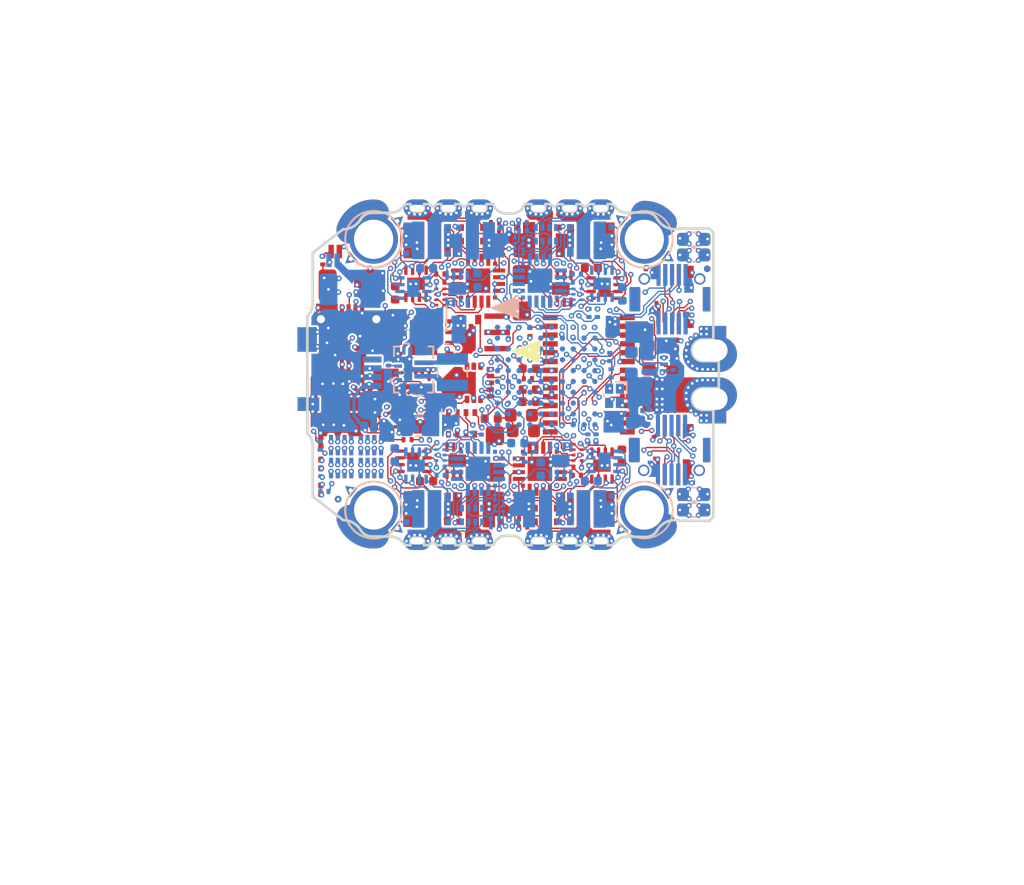
<source format=kicad_pcb>
(kicad_pcb (version 20221018) (generator pcbnew)
  (layers (0 "F.Cu" signal) (1 "In1.Cu" signal) (2 "In2.Cu" signal) (3 "In3.Cu" signal) (4 "In4.Cu" signal) (5 "In5.Cu" signal) (6 "In6.Cu" signal) (31 "B.Cu" signal) (34 "B.Paste" user) (35 "F.Paste" user) (36 "B.SilkS" user "B.Silkscreen") (37 "F.SilkS" user "F.Silkscreen") (38 "B.Mask" user) (39 "F.Mask" user) (44 "Edge.Cuts" user))
  (net 0 "")
  (net 1 "GND")
  (net 2 "+5V")
  (net 3 "+3V3")
  (net 4 "+BATT")
  (net 5 "Net-(C10-Pad1)")
  (net 6 "vol_sig")
  (net 7 "curr_sig")
  (net 8 "Net-(R49-Pad4)")
  (net 9 "Net-(R49-Pad3)")
  (net 10 "Net-(R49-Pad2)")
  (net 11 "Net-(R58-Pad2)")
  (net 12 "Net-(C6-Pad1)")
  (net 13 "Net-(C7-Pad1)")
  (net 14 "Net-(C11-Pad1)")
  (net 15 "Net-(C16-Pad1)")
  (net 16 "Net-(C29-Pad1)")
  (net 17 "Net-(L2-Pad1)")
  (net 18 "MB_ESC_1")
  (net 19 "ESC_1_C2CK")
  (net 20 "MC_ESC_1")
  (net 21 "MA_ESC_1")
  (net 22 "COM_ESC_1")
  (net 23 "Ap_ESC_1")
  (net 24 "Ac_ESC_1")
  (net 25 "Bp_ESC_1")
  (net 26 "Bc_ESC_1")
  (net 27 "Cp_ESC_1")
  (net 28 "Cc_ESC_1")
  (net 29 "ESC_1_C2D")
  (net 30 "Net-(U10-Pad5)")
  (net 31 "OUT_A1")
  (net 32 "OUT_A2")
  (net 33 "Net-(C9-Pad1)")
  (net 34 "OUT_B2")
  (net 35 "OUT_B1")
  (net 36 "Net-(C17-Pad1)")
  (net 37 "OUT_C2")
  (net 38 "OUT_C1")
  (net 39 "MA_ESC_2")
  (net 40 "MB_ESC_2")
  (net 41 "ESC_2_C2CK")
  (net 42 "MC_ESC_2")
  (net 43 "COM_ESC_2")
  (net 44 "Ap_ESC_2")
  (net 45 "Ac_ESC_2")
  (net 46 "Bp_ESC_2")
  (net 47 "Bc_ESC_2")
  (net 48 "Cp_ESC_2")
  (net 49 "Cc_ESC_2")
  (net 50 "ESC_2_C2D")
  (net 51 "Net-(U2-Pad7)")
  (net 52 "Net-(U2-Pad15)")
  (net 53 "Net-(U2-Pad16)")
  (net 54 "ESC2_RX")
  (net 55 "ESC_2_TX")
  (net 56 "Net-(U3-Pad5)")
  (net 57 "Net-(U3-Pad8)")
  (net 58 "Net-(U7-Pad8)")
  (net 59 "Net-(U7-Pad5)")
  (net 60 "Net-(U11-Pad5)")
  (net 61 "Net-(U11-Pad1)")
  (net 62 "OUT_B3")
  (net 63 "Net-(C18-Pad1)")
  (net 64 "OUT_C3")
  (net 65 "Net-(C19-Pad1)")
  (net 66 "OUT_A3")
  (net 67 "Net-(C30-Pad1)")
  (net 68 "OUT_B4")
  (net 69 "Net-(C31-Pad1)")
  (net 70 "Net-(C32-Pad1)")
  (net 71 "OUT_C4")
  (net 72 "Net-(C34-Pad1)")
  (net 73 "OUT_A4")
  (net 74 "MP_PIN4")
  (net 75 "I2C_SCL")
  (net 76 "I2C_SDA")
  (net 77 "UART4_RX")
  (net 78 "UART4_TX")
  (net 79 "MP_PIN1")
  (net 80 "MP_PIN2")
  (net 81 "UART3_TX")
  (net 82 "UART3_RX")
  (net 83 "MP_PIN3")
  (net 84 "MC_ESC_3")
  (net 85 "MA_ESC_3")
  (net 86 "MB_ESC_3")
  (net 87 "ESC_3_C2CK")
  (net 88 "COM_ESC_3")
  (net 89 "Cp_ESC_3")
  (net 90 "Cc_ESC_3")
  (net 91 "Bp_ESC_3")
  (net 92 "Ap_ESC_3")
  (net 93 "Ac_ESC_3")
  (net 94 "Bc_ESC_3")
  (net 95 "MC_ESC_4")
  (net 96 "MA_ESC_4")
  (net 97 "MB_ESC_4")
  (net 98 "ESC_4_C2CK")
  (net 99 "COM_ESC_4")
  (net 100 "Cp_ESC_4")
  (net 101 "Cc_ESC_4")
  (net 102 "Bc_ESC_4")
  (net 103 "Bp_ESC_4")
  (net 104 "Ac_ESC_4")
  (net 105 "Ap_ESC_4")
  (net 106 "ESC_1_TX")
  (net 107 "ESC1_RX")
  (net 108 "Net-(U1-Pad16)")
  (net 109 "Net-(U1-Pad15)")
  (net 110 "Net-(U1-Pad7)")
  (net 111 "ESC_3_C2D")
  (net 112 "Net-(U6-Pad7)")
  (net 113 "Net-(U6-Pad15)")
  (net 114 "Net-(U6-Pad16)")
  (net 115 "ESC3_RX")
  (net 116 "ESC_3_TX")
  (net 117 "Net-(U10-Pad8)")
  (net 118 "Net-(U12-Pad8)")
  (net 119 "Net-(U12-Pad5)")
  (net 120 "Net-(U16-Pad8)")
  (net 121 "Net-(U16-Pad5)")
  (net 122 "Net-(U17-Pad5)")
  (net 123 "Net-(U17-Pad8)")
  (net 124 "Net-(U18-Pad5)")
  (net 125 "Net-(U18-Pad8)")
  (net 126 "Net-(U19-Pad8)")
  (net 127 "Net-(U19-Pad5)")
  (net 128 "ESC_4_C2D")
  (net 129 "Net-(U24-Pad7)")
  (net 130 "Net-(U24-Pad15)")
  (net 131 "Net-(U24-Pad16)")
  (net 132 "ESC4_RX")
  (net 133 "ESC_4_TX")
  (net 134 "Net-(U25-Pad8)")
  (net 135 "Net-(U25-Pad5)")
  (net 136 "Net-(U27-Pad5)")
  (net 137 "Net-(U27-Pad8)")
  (net 138 "Net-(U28-Pad5)")
  (net 139 "Net-(U28-Pad8)")
  (net 140 "UART5_RX")
  (net 141 "UART5_TX")
  (net 142 "UART6_RX")
  (net 143 "UART6_TX")
  (net 144 "Net-(U33-PadA1)")
  (net 145 "Net-(U33-PadA2)")
  (net 146 "Net-(U33-PadA9)")
  (net 147 "Net-(U33-PadA10)")
  (net 148 "Net-(U33-PadB1)")
  (net 149 "Net-(U33-PadB3)")
  (net 150 "Net-(U33-PadC1)")
  (net 151 "Net-(U33-PadD1)")
  (net 152 "Net-(U33-PadD7)")
  (net 153 "Net-(U33-PadE8)")
  (net 154 "Net-(U33-PadF1)")
  (net 155 "Net-(U33-PadF3)")
  (net 156 "Net-(U33-PadG4)")
  (net 157 "Net-(U33-PadG5)")
  (net 158 "Net-(U33-PadG6)")
  (net 159 "Net-(U33-PadG9)")
  (net 160 "Net-(U33-PadH7)")
  (net 161 "Net-(U33-PadH9)")
  (net 162 "Net-(U33-PadJ6)")
  (net 163 "Net-(U34-Pad2)")
  (net 164 "Net-(U34-Pad5)")
  (net 165 "Net-(U34-Pad6)")
  (net 166 "Net-(U34-Pad7)")
  (net 167 "Net-(U34-Pad14)")
  (net 168 "Net-(U35-PadP$C5)")
  (net 169 "Net-(U35-PadP$C6)")
  (net 170 "Net-(U35-PadP$D3)")
  (net 171 "Net-(U35-PadP$F3)")
  (net 172 "Net-(U35-PadP$G5)")
  (net 173 "Net-(U35-PadP$E3)")
  (net 174 "Net-(U35-PadP$G4)")
  (net 175 "Net-(U35-PadP$D4)")
  (net 176 "Net-(U35-PadP$J6)")
  (net 177 "Net-(U35-PadP$J7)")
  (net 178 "Net-(U35-PadP$J8)")
  (net 179 "Net-(U35-PadP$F6)")
  (net 180 "Net-(U35-PadP$B1)")
  (net 181 "Net-(U35-PadP$G9)")
  (net 182 "Net-(U35-PadP$F9)")
  (net 183 "Net-(U35-PadP$E9)")
  (net 184 "Net-(U35-PadP$A6)")
  (net 185 "Net-(U35-PadP$C1)")
  (net 186 "Net-(U35-PadP$D1)")
  (net 187 "Net-(U35-PadP$A2)")
  (net 188 "Net-(U35-PadP$2E1)")
  (net 189 "Net-(U35-PadP$F1)")
  (net 190 "Net-(U35-PadP$F4)")
  (net 191 "Net-(D1-Pad2)")
  (net 192 "Net-(U36-Pad7)")
  (net 193 "Net-(C47-Pad1)")
  (net 194 "Net-(C48-Pad1)")
  (net 195 "Net-(C49-Pad1)")
  (net 196 "Net-(J1-Pad2)")
  (net 197 "Net-(J1-Pad3)")
  (net 198 "Net-(J1-Pad4)")
  (net 199 "Net-(R4-Pad2)")
  (net 200 "Net-(U37-Pad7)")
  (net 201 "OSD_VIDEO_IN")
  (net 202 "Net-(C48-Pad2)")
  (net 203 "Net-(R5-Pad1)")
  (net 204 "OSD_VIDEO_OUT")
  (net 205 "Net-(R7-Pad2)")
  (net 206 "SCLK_FLASH")
  (net 207 "CS_GYRO")
  (net 208 "MISO_GYRO")
  (net 209 "SCLK_GYRO")
  (net 210 "CS_FLASH")
  (net 211 "Net-(U33-PadC7)")
  (net 212 "MOSI_GYRO")
  (net 213 "MISO_FLASH")
  (net 214 "/SD_det")
  (net 215 "Net-(U33-PadE2)")
  (net 216 "MOSI_FLASH")
  (net 217 "Net-(U33-PadE9)")
  (net 218 "Net-(U33-PadF2)")
  (net 219 "MOSI_OSD")
  (net 220 "UART7_RX")
  (net 221 "MISO_OSD")
  (net 222 "UART7_TX")
  (net 223 "SCLK_OSD")
  (net 224 "CS_OSD")
  (net 225 "Net-(U34-Pad1)")
  (net 226 "Net-(U34-Pad12)")
  (net 227 "Net-(U34-Pad13)")
  (net 228 "Net-(U34-Pad15)")
  (net 229 "Net-(U34-Pad16)")
  (net 230 "Net-(U34-Pad17)")
  (net 231 "Net-(U34-Pad18)")
  (net 232 "Net-(U34-Pad27)")
  (net 233 "Net-(U34-Pad28)")
  (net 234 "INT_GYRO")
  (net 235 "Net-(U36-Pad8)")
  (net 236 "Net-(U37-Pad3)")
  (net 237 "Net-(C50-Pad1)")
  (net 238 "Net-(C51-Pad1)")
  (net 239 "UART8_TX")
  (net 240 "UART8_RX")
  (net 241 "Net-(C52-Pad1)")
  (net 242 "Net-(U33-PadA4)")
  (net 243 "Net-(U33-PadB4)")
  (net 244 "Net-(U33-PadC5)")
  (net 245 "Net-(U33-PadD9)")
  (net 246 "MP_PIN6")
  (net 247 "MP_PIN5")
  (net 248 "Net-(D3-Pad2)")
  (net 249 "Net-(D4-Pad2)")
  (net 250 "UC_LED_1")
  (net 251 "UC_LED_2")
  (net 252 "Net-(TP30-Pad1)")
  (net 253 "Net-(C54-Pad1)")
  (net 254 "/NO_ADC_PIN")
  (net 255 "Net-(R30-Pad1)")
  (net 256 "USB_VBUS")
  (net 257 "Net-(J6-Pad10)")
  (net 258 "Net-(R31-Pad1)")
  (net 259 "Net-(R32-Pad1)")
  (net 260 "Net-(R33-Pad1)")
  (net 261 "Net-(R34-Pad1)")
  (net 262 "UART2_TX")
  (net 263 "UART2_RX")
  (net 264 "Net-(U33-PadG3)")
  (net 265 "/TIM4_CH4")
  (net 266 "/TIM4_CH3")
  (net 267 "Net-(C53-Pad2)")
  (net 268 "Net-(U14-Pad2)")
  (net 269 "Net-(L4-Pad1)")
  (net 270 "Net-(C1-Pad1)")
  (net 271 "Net-(C3-Pad1)")
  (net 272 "Net-(C4-Pad1)")
  (net 273 "Net-(L1-Pad2)")
  (net 274 "Net-(L1-Pad1)")
  (net 275 "Net-(U5-Pad2)")
  (footprint "ultimateFC:EXB18V_0201x4" (layer "F.Cu") (at 181.77 62.5 90)
    (fp_text reference "RN9")
    (fp_text value "2k2" hide)
  )
  (footprint "ultimateFC:DFN-8-1EP_2x2mm_P0.5mm_EP0.9x1.3mm" (layer "F.Cu") (at 175.63 65.28 90)
    (fp_text reference "U3" hide)
    (fp_text value "NCP81253MNTBG" hide)
  )
  (footprint "ultimateFC:PowerPAIR3.3x3.3" (layer "F.Cu") (at 176.456 62.085 -90)
    (fp_text reference "U4")
    (fp_text value "SiZ200DT" hide)
  )
  (footprint "ultimateFC:EXB18V_0201x4" (layer "F.Cu") (at 177.43 66.26 -90)
    (fp_text reference "RN13")
    (fp_text value "2k2" hide)
  )
  (footprint "Capacitor_SMD:C_0402_1005Metric" (layer "F.Cu") (at 174.09 65.965 90)
    (fp_text reference "C9" hide)
    (fp_text value "100nF" hide)
  )
  (footprint "MountingHole:MountingHole_2.2mm_M2_DIN965_Pad" (layer "F.Cu") (at 172.5 82)
    (fp_text reference "REF**" hide)
    (fp_text value "MountingHole_2.2mm_M2_DIN965_Pad" hide)
  )
  (footprint "MountingHole:MountingHole_2.2mm_M2_DIN965_Pad" (layer "F.Cu") (at 172.5 62)
    (fp_text reference "REF**" hide)
    (fp_text value "MountingHole_2.2mm_M2_DIN965_Pad" hide)
  )
  (footprint "Capacitor_SMD:C_0402_1005Metric" (layer "F.Cu") (at 184.86 65.005 90)
    (fp_text reference "C7" hide)
    (fp_text value "100nF" hide)
  )
  (footprint "Capacitor_Tantalum_SMD:CP_EIA-3528-15_AVX-H" (layer "F.Cu") (at 170.6375 65.4 180)
    (fp_text reference "C13" hide)
    (fp_text value "220µF" hide)
  )
  (footprint "Capacitor_SMD:C_0402_1005Metric" (layer "F.Cu") (at 188.59 64.11)
    (fp_text reference "C18" hide)
    (fp_text value "100nF" hide)
  )
  (footprint "ultimateFC:C_AVX_Super_Low_ESL" (layer "F.Cu") (at 172.3 78.9 90)
    (fp_text reference "C20" hide)
    (fp_text value "1µF" hide)
  )
  (footprint "Capacitor_Tantalum_SMD:CP_EIA-3216-18_Kemet-A" (layer "F.Cu") (at 181.46 77.86 -90)
    (fp_text reference "C26" hide)
    (fp_text value "10µF" hide)
  )
  (footprint "Capacitor_Tantalum_SMD:CP_EIA-3216-18_Kemet-A" (layer "F.Cu") (at 183.45 65.95 90)
    (fp_text reference "C27" hide)
    (fp_text value "10µF" hide)
  )
  (footprint "Capacitor_SMD:C_0402_1005Metric" (layer "F.Cu") (at 190.84 78.01 -90)
    (fp_text reference "C30" hide)
    (fp_text value "100nF" hide)
  )
  (footprint "Capacitor_SMD:C_0402_1005Metric" (layer "F.Cu") (at 180.15 78.975 -90)
    (fp_text reference "C31" hide)
    (fp_text value "100nF" hide)
  )
  (footprint "Capacitor_SMD:C_0402_1005Metric" (layer "F.Cu") (at 176.41 79.87 180)
    (fp_text reference "C32" hide)
    (fp_text value "100nF" hide)
  )
  (footprint "ultimateFC:10132797-011100LF" (layer "F.Cu") (at 194.51 77.57 180)
    (fp_text reference "J2")
    (fp_text value "10132797-011100LF" hide)
  )
  (footprint "ultimateFC:10132797-011100LF" (layer "F.Cu") (at 194.55 66.425)
    (fp_text reference "J3")
    (fp_text value "10132797-011100LF" hide)
  )
  (footprint "Resistor_SMD:R_Shunt_Vishay_WSKW0612" (layer "F.Cu") (at 193.75 73.025 90)
    (fp_text reference "R49" hide)
    (fp_text value "500µR" hide)
  )
  (footprint "ultimateFC:EXB18V_0201x4" (layer "F.Cu") (at 183.23 81.5 -90)
    (fp_text reference "RN6")
    (fp_text value "2k2" hide)
  )
  (footprint "ultimateFC:EXB18V_0201x4" (layer "F.Cu") (at 187.57 77.74 90)
    (fp_text reference "RN15")
    (fp_text value "2k2" hide)
  )
  (footprint "ultimateFC:esc_pad" (layer "F.Cu") (at 184.68 59.7 180)
    (fp_text reference "TP1" hide)
    (fp_text value "PAD_B_ESC1" hide)
  )
  (footprint "ultimateFC:esc_pad" (layer "F.Cu") (at 186.98 59.7 180)
    (fp_text reference "TP6" hide)
    (fp_text value "PAD_C_ESC1" hide)
  )
  (footprint "ultimateFC:esc_pad" (layer "F.Cu") (at 189.28 59.7 180)
    (fp_text reference "TP8" hide)
    (fp_text value "PAD_A_ESC1" hide)
  )
  (footprint "ultimateFC:batt_conn_oval" (layer "F.Cu") (at 197.35 73.8)
    (fp_text reference "TP10" hide)
    (fp_text value "BattPad-" hide)
  )
  (footprint "ultimateFC:esc_pad" (layer "F.Cu") (at 180.32 84.3)
    (fp_text reference "TP12" hide)
    (fp_text value "PAD_B_ESC1" hide)
  )
  (footprint "ultimateFC:esc_pad" (layer "F.Cu") (at 178.02 84.3)
    (fp_text reference "TP13" hide)
    (fp_text value "PAD_C_ESC1" hide)
  )
  (footprint "ultimateFC:esc_pad" (layer "F.Cu") (at 175.72 84.3)
    (fp_text reference "TP14" hide)
    (fp_text value "PAD_A_ESC1" hide)
  )
  (footprint "Package_DFN_QFN:SiliconLabs_QFN-20-1EP_3x3mm_P0.5mm" (layer "F.Cu") (at 184.78 78.95 90)
    (fp_text reference "U6" hide)
    (fp_text value "EFM8BB21F16G-C-QFN20R" hide)
  )
  (footprint "ultimateFC:DFN-8-1EP_2x2mm_P0.5mm_EP0.9x1.3mm" (layer "F.Cu") (at 186.33 65.65 90)
    (fp_text reference "U10" hide)
    (fp_text value "NCP81253MNTBG" hide)
  )
  (footprint "ultimateFC:PowerPAIR3.3x3.3" (layer "F.Cu") (at 184.646 62.105 -90)
    (fp_text reference "U13")
    (fp_text value "SiZ200DT" hide)
  )
  (footprint "ultimateFC:DFN-8-1EP_2x2mm_P0.5mm_EP0.9x1.3mm" (layer "F.Cu") (at 189.56 65.6)
    (fp_text reference "U16" hide)
    (fp_text value "NCP81253MNTBG" hide)
  )
  (footprint "ultimateFC:DFN-8-1EP_2x2mm_P0.5mm_EP0.9x1.3mm" (layer "F.Cu") (at 189.37 78.72 -90)
    (fp_text reference "U19" hide)
    (fp_text value "NCP81253MNTBG" hide)
  )
  (footprint "ultimateFC:PowerPAIR3.3x3.3" (layer "F.Cu") (at 188.564 62.075 90)
    (fp_text reference "U20")
    (fp_text value "SiZ200DT" hide)
  )
  (footprint "ultimateFC:PowerPAIR3.3x3.3" (layer "F.Cu") (at 188.544 81.915 90)
    (fp_text reference "U23")
    (fp_text value "SiZ200DT" hide)
  )
  (footprint "ultimateFC:DFN-8-1EP_2x2mm_P0.5mm_EP0.9x1.3mm" (layer "F.Cu") (at 178.67 78.35 -90)
    (fp_text reference "U25" hide)
    (fp_text value "NCP81253MNTBG" hide)
  )
  (footprint "ultimateFC:PowerPAIR3.3x3.3" (layer "F.Cu") (at 180.354 81.895 90)
    (fp_text reference "U26")
    (fp_text value "SiZ200DT" hide)
  )
  (footprint "ultimateFC:DFN-8-1EP_2x2mm_P0.5mm_EP0.9x1.3mm" (layer "F.Cu") (at 175.44 78.4 180)
    (fp_text reference "U27" hide)
    (fp_text value "NCP81253MNTBG" hide)
  )
  (footprint "ultimateFC:PowerPAIR3.3x3.3" (layer "F.Cu") (at 176.436 81.925 -90)
    (fp_text reference "U29")
    (fp_text value "SiZ200DT" hide)
  )
  (footprint "ultimateFC:programm_pad_esc" (layer "F.Cu") (at 194.25 80.66 -55)
    (fp_text reference "TP17" hide)
    (fp_text value "Prog" hide)
  )
  (footprint "ultimateFC:programm_pad_esc" (layer "F.Cu") (at 190.8 83.45 135)
    (fp_text reference "TP18" hide)
    (fp_text value "Prog" hide)
  )
  (footprint "ultimateFC:programm_pad_esc" (layer "F.Cu") (at 170.8 80.55 50)
    (fp_text reference "TP19" hide)
    (fp_text value "Prog" hide)
  )
  (footprint "ultimateFC:programm_pad_esc" (layer "F.Cu") (at 174.25 83.35 -130)
    (fp_text reference "TP20" hide)
    (fp_text value "Prog" hide)
  )
  (footprint "ultimateFC:programm_pad_esc" (layer "F.Cu") (at 170.8 63.45 130)
    (fp_text reference "TP21" hide)
    (fp_text value "Prog" hide)
  )
  (footprint "ultimateFC:programm_pad_esc" (layer "F.Cu") (at 174.25 60.65 70)
    (fp_text reference "TP22" hide)
    (fp_text value "Prog" hide)
  )
  (footprint "ultimateFC:ZOE-M8" (layer "F.Cu") (at 174.6 73.85 90)
    (fp_text reference "U35" hide)
    (fp_text value "ZOE-M8Q_ZOE-M8Q" hide)
  )
  (footprint "ultimateFC:Molex_734120110" (layer "F.Cu") (at 169.475 74.175 90)
    (fp_text reference "X1" hide)
    (fp_text value "Molex_734120110" hide)
  )
  (footprint "LED_SMD:LED_0201_0603Metric" (layer "F.Cu") (at 168.6 76.95 -90)
    (fp_text reference "D1" hide)
    (fp_text value "True Green" hide)
  )
  (footprint "Crystal:Resonator_SMD_muRata_CSTxExxV-3Pin_3.0x1.1mm" (layer "F.Cu") (at 181.625 68.875 90)
    (fp_text reference "Y1" hide)
    (fp_text value "CSTNE8M00G550000R0" hide)
  )
  (footprint "ultimateFC:C_AVX_Super_Low_ESL" (layer "F.Cu") (at 170.1 77.2 90)
    (fp_text reference "C42" hide)
    (fp_text value "2.2µF" hide)
  )
  (footprint "ultimateFC:C_AVX_Super_Low_ESL" (layer "F.Cu") (at 172.3 77.2 90)
    (fp_text reference "C43" hide)
    (fp_text value "1µF" hide)
  )
  (footprint "ultimateFC:C_AVX_Super_Low_ESL" (layer "F.Cu") (at 170.1 78.9 90)
    (fp_text reference "C44" hide)
    (fp_text value "2.2µF" hide)
  )
  (footprint "ultimateFC:programm_pad_esc" (layer "F.Cu") (at 194.25 63.35 -125)
    (fp_text reference "TP15" hide)
    (fp_text value "Prog" hide)
  )
  (footprint "ultimateFC:programm_pad_esc" (layer "F.Cu") (at 190.792929 60.542929 50)
    (fp_text reference "TP16" hide)
    (fp_text value "Prog" hide)
  )
  (footprint "Package_TO_SOT_SMD:SOT-363_SC-70-6" (layer "F.Cu") (at 193.8 70.1 180)
    (fp_text reference "U31" hide)
    (fp_text value "INA186" hide)
  )
  (footprint "Package_LGA:LGA-16_3x3mm_P0.5mm_LayoutBorder3x5y" (layer "F.Cu") (at 179.9 72.6 180)
    (fp_text reference "U36" hide)
    (fp_text value "ICM-20602" hide)
  )
  (footprint "Package_SON:WSON-8_4x4mm_P0.8mm" (layer "F.Cu") (at 176.2 69.25)
    (fp_text reference "U37" hide)
    (fp_text value "S25FL064L" hide)
  )
  (footprint "Package_SO:TSSOP-28_4.4x9.7mm_P0.65mm" (layer "F.Cu") (at 188.4 72 180)
    (fp_text reference "U34" hide)
    (fp_text value "AB7456" hide)
  )
  (footprint "ultimateFC:C_0201_0603Metric_mod" (layer "F.Cu") (at 183.9 72.3 180)
    (fp_text reference "C47" hide)
    (fp_text value "100nF" hide)
  )
  (footprint "Capacitor_SMD:C_0603_1608Metric" (layer "F.Cu") (at 183.5625 76.15 180)
    (fp_text reference "C48" hide)
    (fp_text value "47µF" hide)
  )
  (footprint "Capacitor_SMD:C_0603_1608Metric" (layer "F.Cu") (at 183.4125 75 180)
    (fp_text reference "C49" hide)
    (fp_text value "22µF" hide)
  )
  (footprint "Capacitor_SMD:C_0402_1005Metric" (layer "F.Cu") (at 184 74 180)
    (fp_text reference "C50" hide)
    (fp_text value "2.2µF" hide)
  )
  (footprint "Capacitor_SMD:C_0402_1005Metric" (layer "F.Cu") (at 184 73.1 180)
    (fp_text reference "C51" hide)
    (fp_text value "2.2µF" hide)
  )
  (footprint "Capacitor_SMD:C_0402_1005Metric" (layer "F.Cu") (at 177.8 73.515 90)
    (fp_text reference "C52" hide)
    (fp_text value "2.2µF" hide)
  )
  (footprint "Package_LGA:Bosch_LGA-8_2x2.5mm_P0.65mm_ClockwisePinNumbering" (layer "F.Cu") (at 179 75.6)
    (fp_text reference "U39" hide)
    (fp_text value "BMP280" hide)
  )
  (footprint "Resistor_SMD:R_0402_1005Metric" (layer "F.Cu") (at 184 71.55 180)
    (fp_text reference "R3" hide)
    (fp_text value "75R" hide)
  )
  (footprint "Resistor_SMD:R_0402_1005Metric" (layer "F.Cu") (at 181.185 75.25)
    (fp_text reference "R6" hide)
    (fp_text value "75R" hide)
  )
  (footprint "Package_DFN_QFN:SiliconLabs_QFN-20-1EP_3x3mm_P0.5mm" (layer "F.Cu") (at 180.22 65.05 -90)
    (fp_text reference "U2" hide)
    (fp_text value "EFM8BB21F16G-C-QFN20R" hide)
  )
  (footprint "ultimateFC:10132797-011100LF" (layer "F.Cu") (at 170.65 69.4)
    (fp_text reference "J6")
    (fp_text value "10132797-011100LF" hide)
  )
  (footprint "LED_SMD:LED_0201_0603Metric" (layer "F.Cu") (at 168.6 80.5 -90)
    (fp_text reference "D3" hide)
    (fp_text value "Blue" hide)
  )
  (footprint "LED_SMD:LED_0201_0603Metric" (layer "F.Cu") (at 168.6 78.6 -90)
    (fp_text reference "D4" hide)
    (fp_text value "White" hide)
  )
  (footprint "ultimateFC:C_0201_0603Metric_mod" (layer "F.Cu") (at 171.375 72.4 180)
    (fp_text reference "C54" hide)
    (fp_text value "100nF" hide)
  )
  (footprint "Inductor_SMD:L_0201_0603Metric" (layer "F.Cu") (at 171.9 74.12 90)
    (fp_text reference "L4" hide)
    (fp_text value "39nH" hide)
  )
  (footprint "Fiducial:Fiducial_0.5mm_Dia_1mm_Outer" (layer "F.Cu") (at 169.875 81.2)
    (fp_text reference "REF**" hide)
    (fp_text value "Fiducial_0.5mm_Dia_1mm_Outer" hide)
  )
  (footprint "Capacitor_SMD:C_0603_1608Metric" (layer "F.Cu") (at 196.15 63.15 180)
    (fp_text reference "C25" hide)
    (fp_text value "2.2µF" hide)
  )
  (footprint "Capacitor_SMD:C_0603_1608Metric" (layer "F.Cu") (at 196.15 82 180)
    (fp_text reference "C46" hide)
    (fp_text value "2.2µF" hide)
  )
  (footprint "Capacitor_SMD:C_0603_1608Metric" (layer "F.Cu") (at 196.15 80.85)
    (fp_text reference "C55" hide)
    (fp_text value "2.2µF" hide)
  )
  (footprint "Capacitor_SMD:C_0603_1608Metric" (layer "F.Cu") (at 196.15 62 180)
    (fp_text reference "C56" hide)
    (fp_text value "2.2µF" hide)
  )
  (footprint "ultimateFC:R_0201_0603Metric_mod" (layer "F.Cu") (at 184.05 68.85 90)
    (fp_text reference "R4" hide)
    (fp_text value "10k" hide)
  )
  (footprint "ultimateFC:R_0201_0603Metric_mod" (layer "F.Cu") (at 175.005 76.8)
    (fp_text reference "R7" hide)
    (fp_text value "470R" hide)
  )
  (footprint "ultimateFC:R_0201_0603Metric_mod" (layer "F.Cu") (at 176.32 76.8)
    (fp_text reference "R8" hide)
    (fp_text value "1k" hide)
  )
  (footprint "ultimateFC:R_0201_0603Metric_mod" (layer "F.Cu") (at 171.45 73 180)
    (fp_text reference "R11" hide)
    (fp_text value "10R" hide)
  )
  (footprint "ultimateFC:R_0201_0603Metric_mod" (layer "F.Cu") (at 183.55 82.65 180)
    (fp_text reference "R13" hide)
    (fp_text value "2k2" hide)
  )
  (footprint "ultimateFC:R_0201_0603Metric_mod" (layer "F.Cu") (at 183.55 83.25 180)
    (fp_text reference "R15" hide)
    (fp_text value "2k2" hide)
  )
  (footprint "ultimateFC:R_0201_0603Metric_mod" (layer "F.Cu") (at 187.57 78.84 180)
    (fp_text reference "R18" hide)
    (fp_text value "2k2" hide)
  )
  (footprint "ultimateFC:R_0201_0603Metric_mod" (layer "F.Cu") (at 187.52 79.44 180)
    (fp_text reference "R19" hide)
    (fp_text value "2k2" hide)
  )
  (footprint "ultimateFC:R_0201_0603Metric_mod" (layer "F.Cu") (at 181.47 61.36)
    (fp_text reference "R20" hide)
    (fp_text value "2k2" hide)
  )
  (footprint "ultimateFC:R_0201_0603Metric_mod" (layer "F.Cu") (at 181.47 60.76)
    (fp_text reference "R24" hide)
    (fp_text value "2k2" hide)
  )
  (footprint "ultimateFC:R_0201_0603Metric_mod" (layer "F.Cu") (at 177.43 65.16)
    (fp_text reference "R26" hide)
    (fp_text value "2k2" hide)
  )
  (footprint "ultimateFC:R_0201_0603Metric_mod" (layer "F.Cu") (at 177.43 64.56)
    (fp_text reference "R27" hide)
    (fp_text value "2k2" hide)
  )
  (footprint "ultimateFC:R_0201_0603Metric_mod" (layer "F.Cu") (at 168.75 63.55 -90)
    (fp_text reference "R30" hide)
    (fp_text value "2k2" hide)
  )
  (footprint "Resistor_SMD:R_Array_Convex_4x0402" (layer "F.Cu") (at 185.23 82.37 -90)
    (fp_text reference "RN2" hide)
    (fp_text value "15k" hide)
  )
  (footprint "Resistor_SMD:R_Array_Convex_4x0402" (layer "F.Cu") (at 179.77 61.63 90)
    (fp_text reference "RN7" hide)
    (fp_text value "15k" hide)
  )
  (footprint "ultimateFC:solderbridge_tiny" (layer "F.Cu") (at 169.66 62.9 180)
    (fp_text reference "TP29" hide)
    (fp_text value "bridge" hide)
  )
  (footprint "Package_TO_SOT_SMD:SOT-323_SC-70" (layer "F.Cu") (at 179.575 68.925 -90)
    (fp_text reference "Q1" hide)
    (fp_text value "DMP2066LSN-7 " hide)
  )
  (footprint "Fiducial:Fiducial_0.5mm_Dia_1mm_Outer" (layer "F.Cu") (at 197.15 64.175)
    (fp_text reference "REF**" hide)
    (fp_text value "Fiducial_0.5mm_Dia_1mm_Outer" hide)
  )
  (footprint "MountingHole:MountingHole_2.2mm_M2_DIN965_Pad" (layer "F.Cu") (at 192.5 82 180)
    (fp_text reference "REF**" hide)
    (fp_text value "MountingHole_2.2mm_M2_DIN965_Pad" hide)
  )
  (footprint "Capacitor_SMD:C_0603_1608Metric" (layer "B.Cu") (at 193.61 69.88)
    (fp_text reference "C6" hide)
    (fp_text value "10µF" hide)
  )
  (footprint "Capacitor_SMD:C_0603_1608Metric" (layer "B.Cu") (at 193.4375 73.76)
    (fp_text reference "C8" hide)
    (fp_text value "10µF" hide)
  )
  (footprint "Capacitor_SMD:C_0603_1608Metric" (layer "B.Cu") (at 193.4625 72.61)
    (fp_text reference "C11" hide)
    (fp_text value "10µF" hide)
  )
  (footprint "Inductor_SMD:L_0603_1608Metric" (layer "B.Cu") (at 191.54 71.1325 -90)
    (fp_text reference "L2" hide)
    (fp_text value "470nH" hide)
  )
  (footprint "ultimateFC:PowerPAIR3.3x3.3" (layer "B.Cu") (at 180.354 62.105 -90)
    (fp_text reference "U8")
    (fp_text value "SiZ200DT" hide)
  )
  (footprint "Capacitor_SMD:C_0402_1005Metric" (layer "B.Cu") (at 180.16 65.03 90)
    (fp_text reference "C10" hide)
    (fp_text value "100nF" hide)
  )
  (footprint "ultimateFC:DFN-8-1EP_2x2mm_P0.5mm_EP0.9x1.3mm" (layer "B.Cu") (at 178.67 65.65 90)
    (fp_text reference "U7" hide)
    (fp_text value "NCP81253MNTBG" hide)
  )
  (footprint "ultimateFC:DFN-8-1EP_2x2mm_P0.5mm_EP0.9x1.3mm" (layer "B.Cu") (at 175.44 65.6 180)
    (fp_text reference "U9" hide)
    (fp_text value "NCP81253MNTBG" hide)
  )
  (footprint "ultimateFC:PowerPAIR3.3x3.3" (layer "B.Cu") (at 176.436 62.075 90)
    (fp_text reference "U11")
    (fp_text value "SiZ200DT" hide)
  )
  (footprint "Capacitor_SMD:C_0402_1005Metric" (layer "B.Cu") (at 176.415 64.15 180)
    (fp_text reference "C17" hide)
    (fp_text value "100nF" hide)
  )
  (footprint "ultimateFC:esc_pad" (layer "B.Cu") (at 175.72 59.7)
    (fp_text reference "TP2" hide)
    (fp_text value "PAD_A_ESC1" hide)
  )
  (footprint "ultimateFC:esc_pad" (layer "B.Cu") (at 180.32 59.7)
    (fp_text reference "TP3" hide)
    (fp_text value "PAD_B_ESC1" hide)
  )
  (footprint "ultimateFC:esc_pad" (layer "B.Cu") (at 178.02 59.7)
    (fp_text reference "TP4" hide)
    (fp_text value "PAD_C_ESC1" hide)
  )
  (footprint "Capacitor_Tantalum_SMD:CP_EIA-3528-15_AVX-H" (layer "B.Cu") (at 170.7 65.7 180)
    (fp_text reference "C12" hide)
    (fp_text value "220µF" hide)
  )
  (footprint "ultimateFC:C_AVX_Super_Low_ESL" (layer "B.Cu") (at 172.3 78.9 -90)
    (fp_text reference "C14" hide)
    (fp_text value "1µF" hide)
  )
  (footprint "ultimateFC:C_AVX_Super_Low_ESL" (layer "B.Cu") (at 170.1 78.9 90)
    (fp_text reference "C15" hide)
    (fp_text value "2.2µF" hide)
  )
  (footprint "Capacitor_SMD:C_0402_1005Metric" (layer "B.Cu") (at 184.85 78.97 -90)
    (fp_text reference "C16" hide)
    (fp_text value "100nF" hide)
  )
  (footprint "Capacitor_SMD:C_0402_1005Metric" (layer "B.Cu") (at 188.585 79.86)
    (fp_text reference "C19" hide)
    (fp_text value "100nF" hide)
  )
  (footprint "ultimateFC:C_0201_0603Metric_mod" (layer "B.Cu") (at 183.65 78.145 -90)
    (fp_text reference "C28" hide)
    (fp_text value "100nF" hide)
  )
  (footprint "Capacitor_SMD:C_0402_1005Metric" (layer "B.Cu") (at 190.88 66.045 90)
    (fp_text reference "C29" hide)
    (fp_text value "100nF" hide)
  )
  (footprint "ultimateFC:C_0201_0603Metric_mod" (layer "B.Cu") (at 190.05 71.9 -90)
    (fp_text reference "C33" hide)
    (fp_text value "100nF" hide)
  )
  (footprint "Capacitor_SMD:C_0402_1005Metric" (layer "B.Cu") (at 174.06 77.92 -90)
    (fp_text reference "C34" hide)
    (fp_text value "100nF" hide)
  )
  (footprint "Inductor_SMD:L_0603_1608Metric" (layer "B.Cu") (at 190.8425 68.82)
    (fp_text reference "FB3" hide)
    (fp_text value "120R@100Mhz" hide)
  )
  (footprint "Inductor_SMD:L_0603_1608Metric" (layer "B.Cu") (at 190.78 75.54)
    (fp_text reference "FB4" hide)
    (fp_text value "120R@100Mhz" hide)
  )
  (footprint "ultimateFC:10132797-011100LF" (layer "B.Cu") (at 194.51 77.57)
    (fp_text reference "J4")
    (fp_text value "10132797-011100LF" hide)
  )
  (footprint "ultimateFC:10132797-011100LF" (layer "B.Cu") (at 194.55 66.425 180)
    (fp_text reference "J5")
    (fp_text value "10132797-011100LF" hide)
  )
  (footprint "ultimateFC:EXB18V_0201x4" (layer "B.Cu") (at 183.23 62.5 90)
    (fp_text reference "RN5")
    (fp_text value "2k2" hide)
  )
  (footprint "ultimateFC:EXB18V_0201x4" (layer "B.Cu") (at 187.57 66.26 -90)
    (fp_text reference "RN14")
    (fp_text value "2k2" hide)
  )
  (footprint "ultimateFC:EXB18V_0201x4" (layer "B.Cu") (at 181.77 81.5 -90)
    (fp_text reference "RN18")
    (fp_text value "2k2" hide)
  )
  (footprint "ultimateFC:EXB18V_0201x4" (layer "B.Cu") (at 177.43 77.74 90)
    (fp_text reference "RN20")
    (fp_text value "2k2" hide)
  )
  (footprint "ultimateFC:esc_pad" (layer "B.Cu") (at 184.68 84.3 180)
    (fp_text reference "TP5" hide)
    (fp_text value "PAD_B_ESC1" hide)
  )
  (footprint "ultimateFC:esc_pad" (layer "B.Cu") (at 186.98 84.3 180)
    (fp_text reference "TP7" hide)
    (fp_text value "PAD_C_ESC1" hide)
  )
  (footprint "ultimateFC:batt_conn_oval" (layer "B.Cu") (at 197.35 70.2)
    (fp_text reference "TP9" hide)
    (fp_text value "BattPad+" hide)
  )
  (footprint "ultimateFC:esc_pad" (layer "B.Cu") (at 189.28 84.3 180)
    (fp_text reference "TP11" hide)
    (fp_text value "PAD_A_ESC1" hide)
  )
  (footprint "Package_DFN_QFN:SiliconLabs_QFN-20-1EP_3x3mm_P0.5mm" (layer "B.Cu") (at 184.78 65.05 -90)
    (fp_text reference "U1" hide)
    (fp_text value "EFM8BB21F16G-C-QFN20R" hide)
  )
  (footprint "ultimateFC:DFN-8-1EP_2x2mm_P0.5mm_EP0.9x1.3mm" (layer "B.Cu") (at 186.32 78.35 -90)
    (fp_text reference "U12" hide)
    (fp_text value "NCP81253MNTBG" hide)
  )
  (footprint "ultimateFC:PowerPAIR3.3x3.3" (layer "B.Cu") (at 184.646 81.895 90)
    (fp_text reference "U15")
    (fp_text value "SiZ200DT" hide)
  )
  (footprint "ultimateFC:DFN-8-1EP_2x2mm_P0.5mm_EP0.9x1.3mm" (layer "B.Cu") (at 189.55 78.4)
    (fp_text reference "U17" hide)
    (fp_text value "NCP81253MNTBG" hide)
  )
  (footprint "ultimateFC:DFN-8-1EP_2x2mm_P0.5mm_EP0.9x1.3mm" (layer "B.Cu") (at 189.37 65.28 90)
    (fp_text reference "U18" hide)
    (fp_text value "NCP81253MNTBG" hide)
  )
  (footprint "ultimateFC:PowerPAIR3.3x3.3" (layer "B.Cu") (at 188.564 81.925 -90)
    (fp_text reference "U21")
    (fp_text value "SiZ200DT" hide)
  )
  (footprint "ultimateFC:PowerPAIR3.3x3.3" (layer "B.Cu") (at 188.544 62.085 -90)
    (fp_text reference "U22")
    (fp_text value "SiZ200DT" hide)
  )
  (footprint "ultimateFC:DFN-8-1EP_2x2mm_P0.5mm_EP0.9x1.3mm" (layer "B.Cu") (at 175.63 78.72 -90)
    (fp_text reference "U28" hide)
    (fp_text value "NCP81253MNTBG" hide)
  )
  (footprint "ultimateFC:PowerPAIR3.3x3.3" (layer "B.Cu") (at 176.456 81.915 90)
    (fp_text reference "U30")
    (fp_text value "SiZ200DT" hide)
  )
  (footprint "ultimateFC:C_AVX_Super_Low_ESL" (layer "B.Cu") (at 172.3 77.2 -90)
    (fp_text reference "C41" hide)
    (fp_text value "1µF" hide)
  )
  (footprint "Connector_USB:USB_Micro-B_Molex_47346-0001" (layer "B.Cu") (at 170.935 71.5275 90)
    (fp_text reference "J1" hide)
    (fp_text value "USB_B_Micro" hide)
  )
  (footprint "Resistor_SMD:R_0402_1005Metric" (layer "B.Cu") (at 183.15 77.05)
    (fp_text reference "R47" hide)
    (fp_text value "10k" hide)
  )
  (footprint "Package_DFN_QFN:SiliconLabs_QFN-20-1EP_3x3mm_P0.5mm" (layer "B.Cu") (at 180.22 78.95 90)
    (fp_text reference "U24" hide)
    (fp_text value "EFM8BB21F16G-C-QFN20R" hide)
  )
  (footprint "Capacitor_SMD:C_0603_1608Metric" (layer "B.Cu") (at 196.15 82)
    (fp_text reference "C22" hide)
    (fp_text value "2.2µF" hide)
  )
  (footprint "Capacitor_SMD:C_0603_1608Metric" (layer "B.Cu") (at 196.15 63.15 180)
    (fp_text reference "C23" hide)
    (fp_text value "2.2µF" hide)
  )
  (footprint "Capacitor_SMD:C_0603_1608Metric" (layer "B.Cu") (at 196.1525 80.85 180)
    (fp_text reference "C24" hide)
    (fp_text value "2.2µF" hide)
  )
  (footprint "Capacitor_SMD:C_0603_1608Metric" (layer "B.Cu") (at 196.15 62 180)
    (fp_text reference "C45" hide)
    (fp_text value "2.2µF" hide)
  )
  (footprint "ultimateFC:R_0201_0603Metric_mod" (layer "B.Cu") (at 168.55 77.25 90)
    (fp_text reference "R5" hide)
    (fp_text value "470R" hide)
  )
  (footprint "ultimateFC:R_0201_0603Metric_mod" (layer "B.Cu") (at 168.86 80.63 180)
    (fp_text reference "R9" hide)
    (fp_text value "100R" hide)
  )
  (footprint "ultimateFC:R_0201_0603Metric_mod" (layer "B.Cu") (at 168.6 79.2 90)
    (fp_text reference "R10" hide)
    (fp_text value "470R" hide)
  )
  (footprint "ultimateFC:R_0201_0603Metric_mod" (layer "B.Cu") (at 183.53 61.36 180)
    (fp_text reference "R12" hide)
    (fp_text value "2k2" hide)
  )
  (footprint "ultimateFC:R_0201_0603Metric_mod" (layer "B.Cu") (at 183.52 60.76 180)
    (fp_text reference "R14" hide)
    (fp_text value "2k2" hide)
  )
  (footprint "ultimateFC:R_0201_0603Metric_mod" (layer "B.Cu") (at 187.52 65.16 180)
    (fp_text reference "R16" hide)
    (fp_text value "2k2" hide)
  )
  (footprint "ultimateFC:R_0201_0603Metric_mod" (layer "B.Cu") (at 187.52 64.56 180)
    (fp_text reference "R17" hide)
    (fp_text value "2k2" hide)
  )
  (footprint "ultimateFC:R_0201_0603Metric_mod" (layer "B.Cu") (at 192.91 74.89 -90)
    (fp_text reference "R21" hide)
    (fp_text value "453k" hide)
  )
  (footprint "ultimateFC:R_0201_0603Metric_mod" (layer "B.Cu") (at 194.65 71.35 90)
    (fp_text reference "R22" hide)
    (fp_text value "100k" hide)
  )
  (footprint "ultimateFC:R_0201_0603Metric_mod" (layer "B.Cu") (at 181.47 82.64)
    (fp_text reference "R23" hide)
    (fp_text value "2k2" hide)
  )
  (footprint "ultimateFC:R_0201_0603Metric_mod" (layer "B.Cu") (at 181.47 83.24)
    (fp_text reference "R25" hide)
    (fp_text value "2k2" hide)
  )
  (footprint "ultimateFC:R_0201_0603Metric_mod" (layer "B.Cu") (at 177.44 78.84)
    (fp_text reference "R28" hide)
    (fp_text value "2k2" hide)
  )
  (footprint "ultimateFC:R_0201_0603Metric_mod" (layer "B.Cu") (at 177.45 79.44)
    (fp_text reference "R29" hide)
    (fp_text value "2k2" hide)
  )
  (footprint "ultimateFC:R_0201_0603Metric_mod" (layer "B.Cu") (at 184.35 77.405 -90)
    (fp_text reference "R48" hide)
    (fp_text value "1k" hide)
  )
  (footprint "ultimateFC:R_0201_0603Metric_mod" (layer "B.Cu") (at 189.95 70.69 -90)
    (fp_text reference "R58" hide)
    (fp_text value "1k" hide)
  )
  (footprint "Resistor_SMD:R_Array_Convex_4x0402" (layer "B.Cu") (at 185.23 61.63 90)
    (fp_text reference "RN1")
    (fp_text value "15k" hide)
  )
  (footprint "Resistor_SMD:R_Array_Convex_4x0402" (layer "B.Cu") (at 179.77 82.37 -90)
    (fp_text reference "RN16" hide)
    (fp_text value "15k" hide)
  )
  (footprint "ultimateFC:ECX-1247Q" (layer "B.Cu") (at 190.3 73.56 180)
    (fp_text reference "Y2" hide)
    (fp_text value "ECS-270-8-47Q-CES-TR " hide)
  )
  (footprint "ultimateFC:R_0201_0603Metric_mod" (layer "B.Cu") (at 189.03 67.44 -90)
    (fp_text reference "R31" hide)
    (fp_text value "1k" hide)
  )
  (footprint "ultimateFC:R_0201_0603Metric_mod" (layer "B.Cu") (at 188.93 76.71 90)
    (fp_text reference "R32" hide)
    (fp_text value "1k" hide)
  )
  (footprint "ultimateFC:R_0201_0603Metric_mod" (layer "B.Cu") (at 188.41 67.44 -90)
    (fp_text reference "R33" hide)
    (fp_text value "1k" hide)
  )
  (footprint "ultimateFC:R_0201_0603Metric_mod" (layer "B.Cu") (at 188.33 76.71 90)
    (fp_text reference "R34" hide)
    (fp_text value "1k" hide)
  )
  (footprint "ultimateFC:R_0201_0603Metric_mod" (layer "B.Cu") (at 179.84 75.98 90)
    (fp_text reference "R36" hide)
    (fp_text value "2k2" hide)
  )
  (footprint "ultimateFC:R_0201_0603Metric_mod" (layer "B.Cu") (at 180.45 76.13 90)
    (fp_text reference "R37" hide)
    (fp_text value "2k2" hide)
  )
  (footprint "Diode_SMD:D_SOD-523" (layer "B.Cu") (at 172.5 75.8 180)
    (fp_text reference "D2" hide)
    (fp_text value "SBR1A30T5-7" hide)
  )
  (footprint "ultimateFC:solderbridge_tiny" (layer "B.Cu") (at 169.5 63.55 180)
    (fp_text reference "TP23" hide)
    (fp_text value "bridge" hide)
  )
  (footprint "Package_BGA:TFBGA-100_8x8mm_Layout10x10_P0.8mm" (layer "B.Cu") (at 185.25 72.1 -90)
    (fp_text reference "U33" hide)
    (fp_text value "STM32F745VGHx" hide)
  )
  (footprint "ultimateFC:C_0201_0603Metric_mod" (layer "B.Cu") (at 192.05 74.66)
    (fp_text reference "C53" hide)
    (fp_text value "120pF" hide)
  )
  (footprint "ultimateFC:VSON_HR6" (layer "B.Cu") (at 193.3 71.225 180)
    (fp_text reference "U14")
    (fp_text value "TPS62824ADMQ" hide)
  )
  (footprint "Capacitor_SMD:C_0805_2012Metric" (layer "B.Cu") (at 175.9025 74.25 180)
    (fp_text reference "C1" hide)
    (fp_text value "10µF" hide)
  )
  (footprint "Capacitor_SMD:C_0805_2012Metric" (layer "B.Cu") (at 175.8725 75.85 180)
    (fp_text reference "C2" hide)
    (fp_text value "10µF" hide)
  )
  (footprint "ultimateFC:C_0201_0603Metric_mod" (layer "B.Cu") (at 173.6 71.03 90)
    (fp_text reference "C3" hide)
    (fp_text value "100nF" hide)
  )
  (footprint "Capacitor_SMD:C_0603_1608Metric" (layer "B.Cu") (at 174.9525 69.19 180)
    (fp_text reference "C4" hide)
    (fp_text value "10µF" hide)
  )
  (footprint "Capacitor_Tantalum_SMD:CP_EIA-3216-10_Kemet-I" (layer "B.Cu") (at 175.57 67.84 180)
    (fp_text reference "C5" hide)
    (fp_text value "100µF" hide)
  )
  (footprint "Inductor_SMD:L_0603_1608Metric" (layer "B.Cu") (at 178.04 74.69 -90)
    (fp_text reference "FB1" hide)
    (fp_text value "120R@100Mhz" hide)
  )
  (footprint "Inductor_SMD:L_0603_1608Metric" (layer "B.Cu") (at 177.92 69.22 180)
    (fp_text reference "FB2" hide)
    (fp_text value "120R@100Mhz" hide)
  )
  (footprint "Inductor_SMD:L_Wuerth_MAPI-2506" (layer "B.Cu") (at 178.32 71.815 90)
    (fp_text reference "L1" hide)
    (fp_text value "1µH" hide)
  )
  (footprint "ultimateFC:TEXAS_15-VQFN-HR" (layer "B.Cu") (at 175.455 71.62 90)
    (fp_text reference "U5")
    (fp_text value "TPS630701" hide)
  )
  (footprint "ultimateFC:C_AVX_Super_Low_ESL" (layer "B.Cu") (at 170.1 77.2 90)
    (fp_text reference "C21" hide)
    (fp_text value "2.2µF" hide)
  )
  (footprint "Fiducial:Fiducial_0.5mm_Dia_1mm_Outer" (layer "B.Cu") (at 197.15 64.175)
    (fp_text reference "REF**" hide)
    (fp_text value "Fiducial_0.5mm_Dia_1mm_Outer" hide)
  )
  (footprint "Fiducial:Fiducial_0.5mm_Dia_1mm_Outer" (layer "B.Cu") (at 169.875 81.2)
    (fp_text reference "REF**" hide)
    (fp_text value "Fiducial_0.5mm_Dia_1mm_Outer" hide)
  )
  (footprint "MountingHole:MountingHole_2.2mm_M2_DIN965_Pad" (layer "B.Cu") (at 192.5 62 -175)
    (fp_text reference "REF**" hide)
    (fp_text value "MountingHole_2.2mm_M2_DIN965_Pad" hide)
  )
  (gr_poly (pts (xy 168.2375 68.5) (xy 166.8625 68.5) (xy 166.8625 70.3) (xy 168.2375 70.3)) (stroke (width 0.0001)) (fill solid) (layer "F.Cu"))
  (gr_arc (start 192.500033 60.155317) (mid 193.270545 60.324501) (end 193.9 60.8) (stroke (width 2)) (layer "F.Cu"))
  (gr_arc (start 172.641421 83.838478) (mid 171.493093 83.545328) (end 170.759893 82.614193) (stroke (width 2)) (layer "F.Cu"))
  (gr_arc (start 170.749338 61.316489) (mid 171.479533 60.36358) (end 172.641421 60.061522) (stroke (width 2)) (layer "F.Cu"))
  (gr_poly (pts (xy 167.6 73.675) (xy 166.875 73.675) (xy 166.875 74.675) (xy 167.6 74.675)) (stroke (width 0.0001)) (fill solid) (layer "F.Cu"))
  (gr_arc (start 193.9 83.2) (mid 193.270073 83.675717) (end 192.498992 83.844683) (stroke (width 2)) (layer "F.Cu"))
  (gr_poly (pts (xy 168.3 70.3) (xy 166.875 70.3) (xy 166.875 68.5) (xy 168.3 68.5)) (stroke (width 0.0001)) (fill solid) (layer "B.Cu"))
  (gr_arc (start 192.498992 60.155317) (mid 193.270072 60.324284) (end 193.9 60.8) (stroke (width 2)) (layer "B.Cu"))
  (gr_arc (start 193.9 83.2) (mid 193.270545 83.675499) (end 192.500033 83.844683) (stroke (width 2)) (layer "B.Cu"))
  (gr_arc (start 170.75 61.3) (mid 171.4832 60.368865) (end 172.631528 60.075715) (stroke (width 2)) (layer "B.Cu"))
  (gr_poly (pts (xy 168.475 74.675) (xy 166.875 74.675) (xy 166.875 73.675) (xy 168.475 73.675)) (stroke (width 0.0001)) (fill solid) (layer "B.Cu"))
  (gr_arc (start 172.641421 83.838478) (mid 171.493399 83.545527) (end 170.760137 82.614882) (stroke (width 2)) (layer "B.Cu"))
  (gr_arc (start 174.3 61.01) (mid 173.82304 63.587835) (end 171.20153 63.608117) (stroke (width 0.12)) (layer "B.SilkS"))
  (gr_poly (pts (xy 183.2 67.825) (xy 181.2 67.075) (xy 183.2 66.175)) (stroke (width 0.1)) (fill solid) (layer "B.SilkS"))
  (gr_circle (center 172.5 62) (end 174.60238 62) (stroke (width 0.15)) (fill none) (layer "B.SilkS"))
  (gr_circle (center 192.5 82) (end 190.4 82) (stroke (width 0.12)) (fill none) (layer "B.SilkS"))
  (gr_circle (center 192.5 62) (end 190.4 62) (stroke (width 0.12)) (fill none) (layer "B.SilkS"))
  (gr_circle (center 172.5 82) (end 170.4 82) (stroke (width 0.12)) (fill none) (layer "B.SilkS"))
  (gr_arc (start 193.79847 63.598117) (mid 191.176959 63.577836) (end 190.7 61) (stroke (width 0.12)) (layer "F.SilkS"))
  (gr_circle (center 192.5 82) (end 190.4 82) (stroke (width 0.12)) (fill none) (layer "F.SilkS"))
  (gr_circle (center 172.5 82) (end 174.60238 82) (stroke (width 0.15)) (fill none) (layer "F.SilkS"))
  (gr_circle (center 192.5 62) (end 190.4 62) (stroke (width 0.12)) (fill none) (layer "F.SilkS"))
  (gr_poly (pts (xy 184.75 69.5) (xy 182.75 70.25) (xy 184.75 71.15)) (stroke (width 0.1)) (fill solid) (layer "F.SilkS"))
  (gr_circle (center 172.5 62) (end 170.4 62) (stroke (width 0.12)) (fill none) (layer "F.SilkS"))
  (gr_line (start 198 73) (end 196.82 73) (stroke (width 0.2)) (layer "Edge.Cuts"))
  (gr_line (start 196.82 74.6) (end 197.02 74.6) (stroke (width 0.2)) (layer "Edge.Cuts"))
  (gr_line (start 197.02 74.6) (end 197.6 74.6) (stroke (width 0.2)) (layer "Edge.Cuts"))
  (gr_arc (start 196.82 74.6) (mid 196.254315 74.365685) (end 196.02 73.8) (stroke (width 0.2)) (layer "Edge.Cuts"))
  (gr_arc (start 196.02 73.8) (mid 196.254315 73.234315) (end 196.82 73) (stroke (width 0.2)) (layer "Edge.Cuts"))
  (gr_line (start 180.08 59.95) (end 180.57 59.949602) (stroke (width 0.2)) (layer "Edge.Cuts"))
  (gr_arc (start 180.82 59.699602) (mid 180.746777 59.876379) (end 180.57 59.949602) (stroke (width 0.2)) (layer "Edge.Cuts"))
  (gr_line (start 180.82 59.4) (end 181.34 59.4) (stroke (width 0.2)) (layer "Edge.Cuts"))
  (gr_line (start 180.82 59.4) (end 180.82 59.699602) (stroke (width 0.2)) (layer "Edge.Cuts"))
  (gr_arc (start 180.08 59.95) (mid 179.896654 59.880419) (end 179.819801 59.7) (stroke (width 0.2)) (layer "Edge.Cuts"))
  (gr_arc (start 196.02 70.2) (mid 196.254315 69.634315) (end 196.82 69.4) (stroke (width 0.2)) (layer "Edge.Cuts"))
  (gr_line (start 197.02 69.4) (end 197.6 69.4) (stroke (width 0.2)) (layer "Edge.Cuts"))
  (gr_line (start 196.82 69.4) (end 197.02 69.4) (stroke (width 0.2)) (layer "Edge.Cuts"))
  (gr_line (start 182.7 60.1) (end 182.3 60.1) (stroke (width 0.2)) (layer "Edge.Cuts"))
  (gr_line (start 181.367432 59.460994) (end 181.34 59.4) (stroke (width 0.2)) (layer "Edge.Cuts"))
  (gr_arc (start 182.3 60.1) (mid 181.734754 59.924922) (end 181.367432 59.460994) (stroke (width 0.2)) (layer "Edge.Cuts"))
  (gr_line (start 179.82 59.4) (end 179.47 59.4) (stroke (width 0.2)) (layer "Edge.Cuts"))
  (gr_line (start 179.82 59.4) (end 179.82 59.699602) (stroke (width 0.2)) (layer "Edge.Cuts"))
  (gr_arc (start 179.47 59.4) (mid 179.340131 59.517892) (end 179.17 59.560555) (stroke (width 0.2)) (layer "Edge.Cuts"))
  (gr_arc (start 178.520199 59.7) (mid 178.443346 59.880419) (end 178.26 59.95) (stroke (width 0.2)) (layer "Edge.Cuts"))
  (gr_line (start 178.26 59.95) (end 177.78 59.95) (stroke (width 0.2)) (layer "Edge.Cuts"))
  (gr_line (start 178.520001 59.4) (end 178.52 59.699602) (stroke (width 0.2)) (layer "Edge.Cuts"))
  (gr_arc (start 176.220199 59.7) (mid 176.143346 59.880419) (end 175.96 59.95) (stroke (width 0.2)) (layer "Edge.Cuts"))
  (gr_line (start 176.220001 59.4) (end 176.22 59.699601) (stroke (width 0.2)) (layer "Edge.Cuts"))
  (gr_arc (start 177.78 59.95) (mid 177.596654 59.880419) (end 177.519801 59.7) (stroke (width 0.2)) (layer "Edge.Cuts"))
  (gr_line (start 177.52 59.4) (end 177.52 59.699602) (stroke (width 0.2)) (layer "Edge.Cuts"))
  (gr_line (start 175.22 59.4) (end 175.22 59.699602) (stroke (width 0.2)) (layer "Edge.Cuts"))
  (gr_line (start 175.96 59.95) (end 175.48 59.95) (stroke (width 0.2)) (layer "Edge.Cuts"))
  (gr_arc (start 175.48 59.95) (mid 175.296654 59.880419) (end 175.219801 59.7) (stroke (width 0.2)) (layer "Edge.Cuts"))
  (gr_line (start 174.698768 59.536778) (end 174.675268 59.549435) (stroke (width 0.2)) (layer "Edge.Cuts"))
  (gr_line (start 178.520001 59.4) (end 178.87 59.4) (stroke (width 0.2)) (layer "Edge.Cuts"))
  (gr_arc (start 179.169999 59.560556) (mid 178.999868 59.517893) (end 178.87 59.4) (stroke (width 0.2)) (layer "Edge.Cuts"))
  (gr_line (start 177.52 59.4) (end 177.17 59.4) (stroke (width 0.2)) (layer "Edge.Cuts"))
  (gr_arc (start 177.17 59.4) (mid 177.040131 59.517892) (end 176.87 59.560555) (stroke (width 0.2)) (layer "Edge.Cuts"))
  (gr_line (start 176.220001 59.4) (end 176.57 59.4) (stroke (width 0.2)) (layer "Edge.Cuts"))
  (gr_arc (start 176.869999 59.560556) (mid 176.699868 59.517893) (end 176.57 59.4) (stroke (width 0.2)) (layer "Edge.Cuts"))
  (gr_arc (start 174.870001 59.4) (mid 174.795028 59.481714) (end 174.698768 59.536778) (stroke (width 0.2)) (layer "Edge.Cuts"))
  (gr_line (start 175.22 59.4) (end 174.870001 59.4) (stroke (width 0.2)) (layer "Edge.Cuts"))
  (gr_line (start 184.18 59.4) (end 183.66 59.4) (stroke (width 0.2)) (layer "Edge.Cuts"))
  (gr_arc (start 185.180199 59.7) (mid 185.103346 59.880419) (end 184.92 59.95) (stroke (width 0.2)) (layer "Edge.Cuts"))
  (gr_line (start 184.18 59.4) (end 184.18 59.699602) (stroke (width 0.2)) (layer "Edge.Cuts"))
  (gr_arc (start 184.430001 59.949601) (mid 184.253224 59.876378) (end 184.18 59.699602) (stroke (width 0.2)) (layer "Edge.Cuts"))
  (gr_line (start 184.92 59.95) (end 184.43 59.949602) (stroke (width 0.2)) (layer "Edge.Cuts"))
  (gr_line (start 185.18 59.4) (end 185.53 59.4) (stroke (width 0.2)) (layer "Edge.Cuts"))
  (gr_arc (start 185.83 59.560555) (mid 185.659869 59.517892) (end 185.53 59.4) (stroke (width 0.2)) (layer "Edge.Cuts"))
  (gr_line (start 185.18 59.4) (end 185.18 59.699601) (stroke (width 0.2)) (layer "Edge.Cuts"))
  (gr_line (start 188.779999 59.4) (end 188.78 59.699601) (stroke (width 0.2)) (layer "Edge.Cuts"))
  (gr_arc (start 186.74 59.95) (mid 186.556654 59.880419) (end 186.479801 59.7) (stroke (width 0.2)) (layer "Edge.Cuts"))
  (gr_line (start 187.48 59.4) (end 187.48 59.699602) (stroke (width 0.2)) (layer "Edge.Cuts"))
  (gr_line (start 186.74 59.95) (end 187.219999 59.95) (stroke (width 0.2)) (layer "Edge.Cuts"))
  (gr_arc (start 187.480198 59.7) (mid 187.403345 59.880419) (end 187.219999 59.95) (stroke (width 0.2)) (layer "Edge.Cuts"))
  (gr_line (start 186.479999 59.4) (end 186.48 59.699601) (stroke (width 0.2)) (layer "Edge.Cuts"))
  (gr_arc (start 189.04 59.95) (mid 188.856654 59.880419) (end 188.779801 59.7) (stroke (width 0.2)) (layer "Edge.Cuts"))
  (gr_line (start 189.78 59.4) (end 189.78 59.699602) (stroke (width 0.2)) (layer "Edge.Cuts"))
  (gr_line (start 189.04 59.95) (end 189.52 59.95) (stroke (width 0.2)) (layer "Edge.Cuts"))
  (gr_line (start 186.479999 59.4) (end 186.13 59.4) (stroke (width 0.2)) (layer "Edge.Cuts"))
  (gr_line (start 189.78 59.4) (end 190.129999 59.4) (stroke (width 0.2)) (layer "Edge.Cuts"))
  (gr_arc (start 188.43 59.4) (mid 188.300131 59.517892) (end 188.130001 59.560556) (stroke (width 0.2)) (layer "Edge.Cuts"))
  (gr_arc (start 189.780199 59.7) (mid 189.703346 59.880419) (end 189.52 59.95) (stroke (width 0.2)) (layer "Edge.Cuts"))
  (gr_arc (start 188.130001 59.560555) (mid 187.95987 59.517892) (end 187.83 59.4) (stroke (width 0.2)) (layer "Edge.Cuts"))
  (gr_line (start 187.48 59.4) (end 187.83 59.4) (stroke (width 0.2)) (layer "Edge.Cuts"))
  (gr_line (start 190.301232 59.536777) (end 190.324732 59.549435) (stroke (width 0.2)) (layer "Edge.Cuts"))
  (gr_arc (start 186.13 59.4) (mid 186.000132 59.517892) (end 185.830002 59.560556) (stroke (width 0.2)) (layer "Edge.Cuts"))
  (gr_arc (start 190.301232 59.536778) (mid 190.204972 59.481714) (end 190.129999 59.4) (stroke (width 0.2)) (layer "Edge.Cuts"))
  (gr_line (start 188.779999 59.4) (end 188.43 59.4) (stroke (width 0.2)) (layer "Edge.Cuts"))
  (gr_line (start 183.632567 59.460994) (end 183.66 59.4) (stroke (width 0.2)) (layer "Edge.Cuts"))
  (gr_arc (start 183.632568 59.460994) (mid 183.265246 59.924922) (end 182.7 60.1) (stroke (width 0.2)) (layer "Edge.Cuts"))
  (gr_line (start 180.82 84.6) (end 181.34 84.6) (stroke (width 0.2)) (layer "Edge.Cuts"))
  (gr_arc (start 179.819801 84.3) (mid 179.896654 84.119581) (end 180.08 84.05) (stroke (width 0.2)) (layer "Edge.Cuts"))
  (gr_line (start 180.82 84.6) (end 180.82 84.300398) (stroke (width 0.2)) (layer "Edge.Cuts"))
  (gr_arc (start 180.57 84.050398) (mid 180.746777 84.123621) (end 180.82 84.300398) (stroke (width 0.2)) (layer "Edge.Cuts"))
  (gr_line (start 180.08 84.05) (end 180.57 84.050398) (stroke (width 0.2)) (layer "Edge.Cuts"))
  (gr_line (start 179.82 84.6) (end 179.47 84.6) (stroke (width 0.2)) (layer "Edge.Cuts"))
  (gr_arc (start 179.17 84.439445) (mid 179.340131 84.482108) (end 179.47 84.6) (stroke (width 0.2)) (layer "Edge.Cuts"))
  (gr_line (start 179.82 84.6) (end 179.82 84.300398) (stroke (width 0.2)) (layer "Edge.Cuts"))
  (gr_line (start 176.220001 84.6) (end 176.22 84.300399) (stroke (width 0.2)) (layer "Edge.Cuts"))
  (gr_arc (start 178.26 84.05) (mid 178.443346 84.119581) (end 178.520199 84.3) (stroke (width 0.2)) (layer "Edge.Cuts"))
  (gr_line (start 177.52 84.6) (end 177.52 84.300398) (stroke (width 0.2)) (layer "Edge.Cuts"))
  (gr_line (start 178.26 84.05) (end 177.78 84.05) (stroke (width 0.2)) (layer "Edge.Cuts"))
  (gr_arc (start 177.519801 84.3) (mid 177.596654 84.119581) (end 177.78 84.05) (stroke (width 0.2)) (layer "Edge.Cuts"))
  (gr_line (start 178.520001 84.6) (end 178.52 84.300398) (stroke (width 0.2)) (layer "Edge.Cuts"))
  (gr_arc (start 175.96 84.05) (mid 176.143346 84.119581) (end 176.220199 84.3) (stroke (width 0.2)) (layer "Edge.Cuts"))
  (gr_line (start 175.22 84.6) (end 175.22 84.300398) (stroke (width 0.2)) (layer "Edge.Cuts"))
  (gr_line (start 175.96 84.05) (end 175.48 84.05) (stroke (width 0.2)) (layer "Edge.Cuts"))
  (gr_line (start 178.520001 84.6) (end 178.87 84.6) (stroke (width 0.2)) (layer "Edge.Cuts"))
  (gr_line (start 175.22 84.6) (end 174.870001 84.6) (stroke (width 0.2)) (layer "Edge.Cuts"))
  (gr_arc (start 176.57 84.6) (mid 176.699869 84.482108) (end 176.869999 84.439444) (stroke (width 0.2)) (layer "Edge.Cuts"))
  (gr_arc (start 175.219801 84.3) (mid 175.296654 84.119581) (end 175.48 84.05) (stroke (width 0.2)) (layer "Edge.Cuts"))
  (gr_arc (start 176.87 84.439445) (mid 177.040131 84.482108) (end 177.17 84.6) (stroke (width 0.2)) (layer "Edge.Cuts"))
  (gr_line (start 177.52 84.6) (end 177.17 84.6) (stroke (width 0.2)) (layer "Edge.Cuts"))
  (gr_line (start 174.698768 84.463222) (end 174.675268 84.450565) (stroke (width 0.2)) (layer "Edge.Cuts"))
  (gr_arc (start 178.87 84.6) (mid 178.999869 84.482108) (end 179.169999 84.439444) (stroke (width 0.2)) (layer "Edge.Cuts"))
  (gr_arc (start 174.698768 84.463222) (mid 174.795028 84.518286) (end 174.870001 84.6) (stroke (width 0.2)) (layer "Edge.Cuts"))
  (gr_line (start 176.220001 84.6) (end 176.57 84.6) (stroke (width 0.2)) (layer "Edge.Cuts"))
  (gr_line (start 184.18 84.6) (end 184.18 84.300398) (stroke (width 0.2)) (layer "Edge.Cuts"))
  (gr_line (start 188.779999 84.6) (end 188.78 84.300399) (stroke (width 0.2)) (layer "Edge.Cuts"))
  (gr_arc (start 187.219999 84.05) (mid 187.403345 84.119581) (end 187.480198 84.3) (stroke (width 0.2)) (layer "Edge.Cuts"))
  (gr_line (start 185.18 84.6) (end 185.18 84.300399) (stroke (width 0.2)) (layer "Edge.Cuts"))
  (gr_line (start 186.74 84.05) (end 187.219999 84.05) (stroke (width 0.2)) (layer "Edge.Cuts"))
  (gr_line (start 186.479999 84.6) (end 186.48 84.300399) (stroke (width 0.2)) (layer "Edge.Cuts"))
  (gr_arc (start 188.779801 84.3) (mid 188.856654 84.119581) (end 189.04 84.05) (stroke (width 0.2)) (layer "Edge.Cuts"))
  (gr_arc (start 190.129999 84.6) (mid 190.204972 84.518286) (end 190.301232 84.463222) (stroke (width 0.2)) (layer "Edge.Cuts"))
  (gr_arc (start 186.479801 84.3) (mid 186.556654 84.119581) (end 186.74 84.05) (stroke (width 0.2)) (layer "Edge.Cuts"))
  (gr_line (start 189.78 84.6) (end 190.129999 84.6) (stroke (width 0.2)) (layer "Edge.Cuts"))
  (gr_arc (start 187.83 84.6) (mid 187.95987 84.482108) (end 188.130001 84.439445) (stroke (width 0.2)) (layer "Edge.Cuts"))
  (gr_arc (start 185.53 84.6) (mid 185.659869 84.482108) (end 185.83 84.439445) (stroke (width 0.2)) (layer "Edge.Cuts"))
  (gr_line (start 187.48 84.6) (end 187.48 84.300398) (stroke (width 0.2)) (layer "Edge.Cuts"))
  (gr_arc (start 184.18 84.300398) (mid 184.253224 84.123622) (end 184.430001 84.050399) (stroke (width 0.2)) (layer "Edge.Cuts"))
  (gr_line (start 188.779999 84.6) (end 188.43 84.6) (stroke (width 0.2)) (layer "Edge.Cuts"))
  (gr_arc (start 188.130001 84.439444) (mid 188.300132 84.482107) (end 188.43 84.6) (stroke (width 0.2)) (layer "Edge.Cuts"))
  (gr_arc (start 189.52 84.05) (mid 189.703346 84.119581) (end 189.780199 84.3) (stroke (width 0.2)) (layer "Edge.Cuts"))
  (gr_line (start 184.92 84.05) (end 184.43 84.050398) (stroke (width 0.2)) (layer "Edge.Cuts"))
  (gr_line (start 184.18 84.6) (end 183.66 84.6) (stroke (width 0.2)) (layer "Edge.Cuts"))
  (gr_line (start 187.48 84.6) (end 187.83 84.6) (stroke (width 0.2)) (layer "Edge.Cuts"))
  (gr_arc (start 185.830002 84.439444) (mid 186.000132 84.482108) (end 186.13 84.6) (stroke (width 0.2)) (layer "Edge.Cuts"))
  (gr_arc (start 182.7 83.9) (mid 183.265246 84.075078) (end 183.632568 84.539006) (stroke (width 0.2)) (layer "Edge.Cuts"))
  (gr_arc (start 184.92 84.05) (mid 185.103346 84.119581) (end 185.180199 84.3) (stroke (width 0.2)) (layer "Edge.Cuts"))
  (gr_line (start 189.78 84.6) (end 189.78 84.300398) (stroke (width 0.2)) (layer "Edge.Cuts"))
  (gr_line (start 189.04 84.05) (end 189.52 84.05) (stroke (width 0.2)) (layer "Edge.Cuts"))
  (gr_line (start 186.479999 84.6) (end 186.13 84.6) (stroke (width 0.2)) (layer "Edge.Cuts"))
  (gr_line (start 190.301232 84.463223) (end 190.324732 84.450565) (stroke (width 0.2)) (layer "Edge.Cuts"))
  (gr_line (start 185.18 84.6) (end 185.53 84.6) (stroke (width 0.2)) (layer "Edge.Cuts"))
  (gr_line (start 183.632567 84.539006) (end 183.66 84.6) (stroke (width 0.2)) (layer "Edge.Cuts"))
  (gr_line (start 181.367432 84.539006) (end 181.34 84.6) (stroke (width 0.2)) (layer "Edge.Cuts"))
  (gr_arc (start 181.367432 84.539006) (mid 181.734754 84.075078) (end 182.3 83.9) (stroke (width 0.2)) (layer "Edge.Cuts"))
  (gr_line (start 182.7 83.9) (end 182.3 83.9) (stroke (width 0.2)) (layer "Edge.Cuts"))
  (gr_arc (start 190.324732 84.450565) (mid 190.722181 84.084011) (end 191.250328 83.968303) (stroke (width 0.2)) (layer "Edge.Cuts"))
  (gr_arc (start 194.75 82.75) (mid 194.912308 82.758951) (end 195.072691 82.785428) (stroke (width 0.2)) (layer "Edge.Cuts"))
  (gr_line (start 192.624881 83.994654) (end 191.250328 83.968303) (stroke (width 0.2)) (layer "Edge.Cuts"))
  (gr_line (start 197.6 82.5) (end 197.3 82.8) (stroke (width 0.2)) (layer "Edge.Cuts"))
  (gr_line (start 193.403 83.584694) (end 193.469647 83.471754) (stroke (width 0.2)) (layer "Edge.Cuts"))
  (gr_line (start 197.6 74.6) (end 197.6 82.5) (stroke (width 0.2)) (layer "Edge.Cuts"))
  (gr_line (start 195.15 82.8) (end 197.3 82.8) (stroke (width 0.2)) (layer "Edge.Cuts"))
  (gr_line (start 195.072691 82.785428) (end 195.15 82.8) (stroke (width 0.2)) (layer "Edge.Cuts"))
  (gr_arc (start 193.469647 83.471754) (mid 194.015275 82.943153) (end 194.75 82.75) (stroke (width 0.2)) (layer "Edge.Cuts"))
  (gr_arc (start 193.403 83.584694) (mid 193.062226 83.881322) (end 192.624881 83.994654) (stroke (width 0.2)) (layer "Edge.Cuts"))
  (gr_arc (start 172.30079 83.956406) (mid 171.909204 83.841386) (end 171.6 83.575) (stroke (width 0.2)) (layer "Edge.Cuts"))
  (gr_arc (start 171.6 60.425) (mid 171.908858 60.158803) (end 172.300004 60.043652) (stroke (width 0.2)) (layer "Edge.Cuts"))
  (gr_line (start 168 63) (end 170.25 61.25) (stroke (width 0.2)) (layer "Edge.Cuts"))
  (gr_line (start 171.531783 60.529123) (end 171.6 60.425) (stroke (width 0.2)) (layer "Edge.Cuts"))
  (gr_line (start 168 63) (end 168 66.75) (stroke (width 0.2)) (layer "Edge.Cuts"))
  (gr_line (start 167.6 67.7) (end 167.6 72.15) (stroke (width 0.2)) (layer "Edge.Cuts"))
  (gr_line (start 172.30079 83.956406) (end 173.799998 83.967062) (stroke (width 0.2)) (layer "Edge.Cuts"))
  (gr_arc (start 168 66.75) (mid 167.924239 67.178559) (end 167.706139 67.55517) (stroke (width 0.2)) (layer "Edge.Cuts"))
  (gr_line (start 171.531783 83.470877) (end 171.6 83.575) (stroke (width 0.2)) (layer "Edge.Cuts"))
  (gr_line (start 168 81) (end 170.25 82.75) (stroke (width 0.2)) (layer "Edge.Cuts"))
  (gr_arc (start 173.799998 83.967062) (mid 174.299999 84.095912) (end 174.675268 84.450563) (stroke (width 0.2)) (layer "Edge.Cuts"))
  (gr_line (start 172.30079 60.043594) (end 173.799998 60.032938) (stroke (width 0.2)) (layer "Edge.Cuts"))
  (gr_arc (start 170.25 82.75) (mid 170.985294 82.942582) (end 171.531783 83.470877) (stroke (width 0.2)) (layer "Edge.Cuts"))
  (gr_line (start 167.6 67.7) (end 167.706139 67.55517) (stroke (width 0.2)) (layer "Edge.Cuts"))
  (gr_arc (start 171.531783 60.529123) (mid 170.985294 61.057418) (end 170.25 61.25) (stroke (width 0.2)) (layer "Edge.Cuts"))
  (gr_line (start 167.6 76.300001) (end 167.6 72.15) (stroke (width 0.2)) (layer "Edge.Cuts"))
  (gr_arc (start 167.706139 76.444831) (mid 167.924239 76.821442) (end 168 77.250001) (stroke (width 0.2)) (layer "Edge.Cuts"))
  (gr_line (start 168 81) (end 168 77.250001) (stroke (width 0.2)) (layer "Edge.Cuts"))
  (gr_line (start 167.6 76.300001) (end 167.706139 76.444831) (stroke (width 0.2)) (layer "Edge.Cuts"))
  (gr_arc (start 174.675268 59.549437) (mid 174.3 59.904087) (end 173.8 60.032938) (stroke (width 0.2)) (layer "Edge.Cuts"))
  (gr_arc (start 194.75 61.25) (mid 194.015275 61.056847) (end 193.469647 60.528246) (stroke (width 0.2)) (layer "Edge.Cuts"))
  (gr_arc (start 192.624881 60.005346) (mid 193.062226 60.118678) (end 193.403 60.415306) (stroke (width 0.2)) (layer "Edge.Cuts"))
  (gr_line (start 192.624881 60.005346) (end 191.250328 60.031697) (stroke (width 0.2)) (layer "Edge.Cuts"))
  (gr_line (start 197.6 69.4) (end 197.6 61.5) (stroke (width 0.2)) (layer "Edge.Cuts"))
  (gr_line (start 195.15 61.2) (end 197.3 61.2) (stroke (width 0.2)) (layer "Edge.Cuts"))
  (gr_line (start 195.072691 61.214572) (end 195.15 61.2) (stroke (width 0.2)) (layer "Edge.Cuts"))
  (gr_arc (start 195.072691 61.214572) (mid 194.912308 61.241049) (end 194.75 61.25) (stroke (width 0.2)) (layer "Edge.Cuts"))
  (gr_line (start 193.403 60.415306) (end 193.469647 60.528246) (stroke (width 0.2)) (layer "Edge.Cuts"))
  (gr_line (start 198 71) (end 198 73) (stroke (width 0.2)) (layer "Edge.Cuts"))
  (gr_arc (start 191.250328 60.031697) (mid 190.722181 59.915988) (end 190.324732 59.549435) (stroke (width 0.2)) (layer "Edge.Cuts"))
  (gr_line (start 198 71) (end 196.82 71) (stroke (width 0.2)) (layer "Edge.Cuts"))
  (gr_arc (start 196.82 71) (mid 196.254315 70.765685) (end 196.02 70.2) (stroke (width 0.2)) (layer "Edge.Cuts"))
  (gr_line (start 197.6 61.5) (end 197.3 61.2) (stroke (width 0.2)) (layer "Edge.Cuts"))
  (segment (start 179.332 78.436) (end 179.420002 78.524002) (width 0.1) (layer "F.Cu") (net 1))
  (segment (start 179.332 78.436) (end 179.420002 78.347998) (width 0.1) (layer "F.Cu") (net 1))
  (segment (start 179.420002 78.524002) (end 179.420002 78.69) (width 0.1) (layer "F.Cu") (net 1))
  (segment (start 179.420002 78.347998) (end 179.420002 78.182) (width 0.1) (layer "F.Cu") (net 1))
  (segment (start 175.19 78.15) (end 175.44 78.4) (width 0.1) (layer "F.Cu") (net 1))
  (segment (start 178.582 78.436) (end 179.332 78.436) (width 0.1) (layer "F.Cu") (net 1))
  (segment (start 178.42 79.35) (end 178.42 78.6) (width 0.1) (layer "F.Cu") (net 1))
  (segment (start 178.42 78.6) (end 178.67 78.35) (width 0.1) (layer "F.Cu") (net 1))
  (segment (start 174.44 78.15) (end 175.19 78.15) (width 0.1) (layer "F.Cu") (net 1))
  (segment (start 183.08 81.7) (end 183.23 81.85) (width 0.1) (layer "F.Cu") (net 1))
  (segment (start 185.668 65.564) (end 185.579998 65.652002) (width 0.1) (layer "F.Cu") (net 1))
  (segment (start 183.23 82.5) (end 183.33 82.6) (width 0.1) (layer "F.Cu") (net 1))
  (segment (start 185.579998 65.652002) (end 185.579998 65.818) (width 0.1) (layer "F.Cu") (net 1))
  (segment (start 182.93 81.7) (end 183.08 81.7) (width 0.1) (layer "F.Cu") (net 1))
  (segment (start 183.23 81.85) (end 183.23 82.5) (width 0.1) (layer "F.Cu") (net 1))
  (segment (start 189.12 78.97) (end 189.37 78.72) (width 0.1) (layer "F.Cu") (net 1))
  (segment (start 189.76 78.72) (end 189.78 78.7) (width 0.1) (layer "F.Cu") (net 1))
  (segment (start 185.53 77.4) (end 185.53 78.71) (width 0.1) (layer "F.Cu") (net 1))
  (segment (start 184.53 80.5) (end 184.53 80.2) (width 0.1) (layer "F.Cu") (net 1))
  (segment (start 189.37 78.72) (end 189.76 78.72) (width 0.1) (layer "F.Cu") (net 1))
  (segment (start 185.53 78.71) (end 185.38 78.86) (width 0.1) (layer "F.Cu") (net 1))
  (segment (start 189.12 79.72) (end 189.12 78.97) (width 0.1) (layer "F.Cu") (net 1))
  (segment (start 182.93 81.47) (end 182.93 81.7) (width 0.1) (layer "F.Cu") (net 1))
  (segment (start 182.93 81.3) (end 182.93 81.47) (width 0.1) (layer "F.Cu") (net 1))
  (segment (start 182.93 81.447158) (end 182.782842 81.3) (width 0.1) (layer "F.Cu") (net 1))
  (segment (start 182.782842 81.3) (end 182.5 81.3) (width 0.1) (layer "F.Cu") (net 1))
  (segment (start 182.93 81.47) (end 182.93 81.447158) (width 0.1) (layer "F.Cu") (net 1))
  (segment (start 187.008 81.59) (end 187.008 81.618513) (width 0.1) (layer "F.Cu") (net 1))
  (segment (start 187.189999 81.350001) (end 186.99 81.55) (width 0.1) (layer "F.Cu") (net 1))
  (segment (start 181.77 61.5) (end 181.67 61.4) (width 0.1) (layer "F.Cu") (net 1))
  (segment (start 185.668 65.564) (end 185.579998 65.475998) (width 0.1) (layer "F.Cu") (net 1))
  (segment (start 180.600001 65.430002) (end 180.8 65.630001) (width 0.1) (layer "F.Cu") (net 1))
  (segment (start 178.605 73.03) (end 178.675 73.1) (width 0.1) (layer "F.Cu") (net 1))
  (segment (start 169.85 79.4) (end 169.85 79.150001) (width 0.1) (layer "F.Cu") (net 1))
  (segment (start 171.55 76.7) (end 171.55 76.95) (width 0.1) (layer "F.Cu") (net 1))
  (segment (start 178.477001 81.398024) (end 178.477001 81.667001) (width 0.1) (layer "F.Cu") (net 1))
  (segment (start 180.08 76.26) (end 179.975 76.293895) (width 0.1) (layer "F.Cu") (net 1))
  (segment (start 168.75 65.05) (end 169.1 65.4) (width 0.1) (layer "F.Cu") (net 1))
  (segment (start 168.6 76.58) (end 168.573136 76.553136) (width 0.1) (layer "F.Cu") (net 1))
  (segment (start 178.493 81.57) (end 178.477001 81.585999) (width 0.1) (layer "F.Cu") (net 1))
  (segment (start 169.1 65.1) (end 168.85 64.85) (width 0.1) (layer "F.Cu") (net 1))
  (segment (start 178.818 81.57) (end 178.493 81.57) (width 0.1) (layer "F.Cu") (net 1))
  (segment (start 177.810001 62.649999) (end 178.01 62.45) (width 0.1) (layer "F.Cu") (net 1))
  (segment (start 177.972 81.6) (end 177.972 81.925) (width 0.1) (layer "F.Cu") (net 1))
  (segment (start 193.541292 67.219896) (end 193.541292 66.937054) (width 0.1) (layer "F.Cu") (net 1))
  (segment (start 172.55 78.4) (end 172.55 78.65) (width 0.1) (layer "F.Cu") (net 1))
  (segment (start 183.924999 64.900001) (end 184.124998 65.1) (width 0.1) (layer "F.Cu") (net 1))
  (segment (start 178.7 76.470002) (end 178.7 76.382842) (width 0.1) (layer "F.Cu") (net 1))
  (segment (start 169.362504 65.900004) (end 169.617158 65.900004) (width 0.1) (layer "F.Cu") (net 1))
  (segment (start 195.4 62) (end 195.3625 62) (width 0.1) (layer "F.Cu") (net 1))
  (segment (start 184.78 78.95) (end 184.680583 78.95) (width 0.1) (layer "F.Cu") (net 1))
  (segment (start 175.63 65.28) (end 175.24 65.28) (width 0.1) (layer "F.Cu") (net 1))
  (segment (start 186.82 62.45) (end 186.99 62.45) (width 0.1) (layer "F.Cu") (net 1))
  (segment (start 179.975 76.293895) (end 179.975 76.4) (width 0.1) (layer "F.Cu") (net 1))
  (segment (start 178.575 73.6) (end 178.81 73.6) (width 0.1) (layer "F.Cu") (net 1))
  (segment (start 176.734659 75.039394) (end 177.017501 75.039394) (width 0.1) (layer "F.Cu") (net 1))
  (segment (start 176.6 71.729977) (end 176.5 71.629977) (width 0.1) (layer "F.Cu") (net 1))
  (segment (start 178.477001 81.585999) (end 178.477001 81.667001) (width 0.1) (layer "F.Cu") (net 1))
  (segment (start 169.617158 65.900004) (end 169.9 65.900004) (width 0.1) (layer "F.Cu") (net 1))
  (segment (start 193.70001 72.8) (end 193.70001 73.200006) (width 0.1) (layer "F.Cu") (net 1))
  (segment (start 171.610002 75.739998) (end 172.539998 75.739998) (width 0.1) (layer "F.Cu") (net 1))
  (segment (start 195.05 82) (end 195.05 82.0375) (width 0.1) (layer "F.Cu") (net 1))
  (segment (start 169.35 77.450001) (end 169.35 77.7) (width 0.1) (layer "F.Cu") (net 1))
  (segment (start 179.975 76.445002) (end 179.620001 76.800001) (width 0.1) (layer "F.Cu") (net 1))
  (segment (start 171.19 76.16) (end 171.610002 75.739998) (width 0.1) (layer "F.Cu") (net 1))
  (segment (start 186.501001 63.269999) (end 186.399999 63.269999) (width 0.1) (layer "F.Cu") (net 1))
  (segment (start 178.075 74.85) (end 178.14 74.85) (width 0.1) (layer "F.Cu") (net 1))
  (segment (start 176.6 71.85) (end 176.6 71.729977) (width 0.1) (layer "F.Cu") (net 1))
  (segment (start 173.1 72.3) (end 173.290488 72.490488) (width 0.1) (layer "F.Cu") (net 1))
  (segment (start 169.549998 75.7) (end 169.180733 75.7) (width 0.1) (layer "F.Cu") (net 1))
  (segment (start 186.399999 63.269999) (end 186.2 63.07) (width 0.1) (layer "F.Cu") (net 1))
  (segment (start 183.550016 73.264984) (end 183.550016 73.182845) (width 0.1) (layer "F.Cu") (net 1))
  (segment (start 192.83 73.6005) (end 193.5995 73.6005) (width 0.1) (layer "F.Cu") (net 1))
  (segment (start 178.7 76.382842) (end 178.7 76.1) (width 0.1) (layer "F.Cu") (net 1))
  (segment (start 193.70001 73.33549) (end 193.70001 73.200014) (width 0.1) (layer "F.Cu") (net 1))
  (segment (start 178.18 81.55) (end 178.01 81.55) (width 0.1) (layer "F.Cu") (net 1))
  (segment (start 168.775 75.7) (end 169.549998 75.7) (width 0.1) (layer "F.Cu") (net 1))
  (segment (start 170.725 73.15) (end 170.725 73.325) (width 0.1) (layer "F.Cu") (net 1))
  (segment (start 182.07 62.3) (end 181.92 62.3) (width 0.1) (layer "F.Cu") (net 1))
  (segment (start 184.380603 78.65002) (end 184.180604 78.450021) (width 0.1) (layer "F.Cu") (net 1))
  (segment (start 186.780001 61.835019) (end 186.98 61.63502) (width 0.1) (layer "F.Cu") (net 1))
  (segment (start 173.6 71.85) (end 173.6 72.5) (width 0.1) (layer "F.Cu") (net 1))
  (segment (start 186.418 65.564) (end 185.668 65.564) (width 0.1) (layer "F.Cu") (net 1))
  (segment (start 171.55 78.4) (end 171.55 78.65) (width 0.1) (layer "F.Cu") (net 1))
  (segment (start 174.200001 73.20002) (end 174.4 73.000021) (width 0.1) (layer "F.Cu") (net 1))
  (segment (start 173.292162 72.490488) (end 173.292162 72.495004) (width 0.1) (layer "F.Cu") (net 1))
  (segment (start 193.435 73.6005) (end 193.435 74.134998) (width 0.1) (layer "F.Cu") (net 1))
  (segment (start 175.88 64.28) (end 175.88 65.03) (width 0.1) (layer "F.Cu") (net 1))
  (segment (start 178.025 74.8) (end 178.075 74.85) (width 0.1) (layer "F.Cu") (net 1))
  (segment (start 193.70001 73.200014) (end 193.700014 73.20001) (width 0.1) (layer "F.Cu") (net 1))
  (segment (start 177.972 82.9) (end 177.972 82.25) (width 0.1) (layer "F.Cu") (net 1))
  (segment (start 184.975 71.025) (end 184.85 70.9) (width 0.1) (layer "F.Cu") (net 1))
  (segment (start 182.07 62.53) (end 182.07 62.552842) (width 0.1) (layer "F.Cu") (net 1))
  (segment (start 195.8 81.674999) (end 195.6875 81.675) (width 0.1) (layer "F.Cu") (net 1))
  (segment (start 177.997 81.95) (end 178.01 81.95) (width 0.1) (layer "F.Cu") (net 1))
  (segment (start 169.1625 65.7) (end 169.362504 65.900004) (width 0.1) (layer "F.Cu") (net 1))
  (segment (start 196.55 80.4) (end 196.5875 80.4) (width 0.1) (layer "F.Cu") (net 1))
  (segment (start 193.525 68.225) (end 193.541292 68.208708) (width 0.1) (layer "F.Cu") (net 1))
  (segment (start 173.6 72.5) (end 173.59 72.51) (width 0.1) (layer "F.Cu") (net 1))
  (segment (start 183.550016 73.182845) (end 183.549984 73.182813) (width 0.1) (layer "F.Cu") (net 1))
  (segment (start 178.477001 81.907979) (end 178.219999 82.164981) (width 0.1) (layer "F.Cu") (net 1))
  (segment (start 183.45 64.6) (end 183.81499 64.6) (width 0.1) (layer "F.Cu") (net 1))
  (segment (start 193.425 72.325) (end 193.785049 72.375502) (width 0.1) (layer "F.Cu") (net 1))
  (segment (start 178.81 73.6) (end 178.85 73.64) (width 0.1) (layer "F.Cu") (net 1))
  (segment (start 195.8 61.6) (end 195.4 62) (width 0.1) (layer "F.Cu") (net 1))
  (segment (start 182.217158 62.7) (end 182.5 62.7) (width 0.1) (layer "F.Cu") (net 1))
  (segment (start 172.6 71.8) (end 172.6 72.3) (width 0.1) (layer "F.Cu") (net 1))
  (segment (start 180.47 63.5) (end 180.47 63.8) (width 0.1) (layer "F.Cu") (net 1))
  (segment (start 178.600001 80.730001) (end 178.8 80.93) (width 0.1) (layer "F.Cu") (net 1))
  (segment (start 170.85 76.7) (end 170.85 76.95) (width 0.1) (layer "F.Cu") (net 1))
  (segment (start 187.028 61.1) (end 187.028 61.75) (width 0.1) (layer "F.Cu") (net 1))
  (segment (start 172.05 77.7) (end 172.05 77.450001) (width 0.1) (layer "F.Cu") (net 1))
  (segment (start 193.70001 73.082842) (end 193.70001 72.8) (width 0.1) (layer "F.Cu") (net 1))
  (segment (start 175.24 65.28) (end 175.22 65.3) (width 0.1) (layer "F.Cu") (net 1))
  (segment (start 187.028 62.4) (end 187.028 62.075) (width 0.1) (layer "F.Cu") (net 1))
  (segment (start 175.215184 72.8) (end 175.407592 72.992408) (width 0.1) (layer "F.Cu") (net 1))
  (segment (start 190.56 65.85) (end 189.81 65.85) (width 0.1) (layer "F.Cu") (net 1))
  (segment (start 177.732 82.652982) (end 177.820001 82.564979) (width 0.1) (layer "F.Cu") (net 1))
  (segment (start 174.599999 72.800022) (end 174.4 73.000021) (width 0.1) (layer "F.Cu") (net 1))
  (segment (start 178.219999 82.164981) (end 178.02 82.36498) (width 0.1) (layer "F.Cu") (net 1))
  (segment (start 178.699996 72.13719) (end 178.699996 72.420032) (width 0.1) (layer "F.Cu") (net 1))
  (segment (start 187.179999 61.435021) (end 186.98 61.63502) (width 0.1) (layer "F.Cu") (net 1))
  (segment (start 175.6 73.3) (end 175.6 73.184816) (width 0.1) (layer "F.Cu") (net 1))
  (segment (start 195.51 75.77) (end 195.73071 75.99071) (width 0.1) (layer "F.Cu") (net 1))
  (segment (start 175.839394 75.039394) (end 176.734659 75.039394) (width 0.1) (layer "F.Cu") (net 1))
  (segment (start 189.81 65.85) (end 189.56 65.6) (width 0.1) (layer "F.Cu") (net 1))
  (segment (start 187.028 62.075) (end 187.003 62.05) (width 0.1) (layer "F.Cu") (net 1))
  (segment (start 193.541292 68.208708) (end 193.541292 67.219896) (width 0.1) (layer "F.Cu") (net 1))
  (segment (start 172.55 76.7) (end 172.55 76.95) (width 0.1) (layer "F.Cu") (net 1))
  (segment (start 184.5 71.797685) (end 184.502316 71.800001) (width 0.1) (layer "F.Cu") (net 1))
  (segment (start 178.699996 71.724996) (end 178.699996 72.13719) (width 0.1) (layer "F.Cu") (net 1))
  (segment (start 173.1 71.8) (end 173.1 72.3) (width 0.1) (layer "F.Cu") (net 1))
  (segment (start 178.575 71.6) (end 178.699996 71.724996) (width 0.1) (layer "F.Cu") (net 1))
  (segment (start 170.725 72.525) (end 170.7 72.5) (width 0.1) (layer "F.Cu") (net 1))
  (segment (start 183.515 73.3) (end 183.550016 73.264984) (width 0.1) (layer "F.Cu") (net 1))
  (segment (start 186.522999 62.601976) (end 186.522999 62.332999) (width 0.1) (layer "F.Cu") (net 1))
  (segment (start 183.4 64.8) (end 183.824998 64.8) (width 0.1) (layer "F.Cu") (net 1))
  (segment (start 186.58 65.4) (end 186.33 65.65) (width 0.1) (layer "F.Cu") (net 1))
  (segment (start 173.292162 72.495004) (end 173.307158 72.51) (width 0.1) (layer "F.Cu") (net 1))
  (segment (start 177.8 73.03) (end 178.605 73.03) (width 0.1) (layer "F.Cu") (net 1))
  (segment (start 175.6 72.8) (end 175.407592 72.992408) (width 0.1) (layer "F.Cu") (net 1))
  (segment (start 196.55 81.175) (end 196.825001 80.85) (width 0.1) (layer "F.Cu") (net 1))
  (segment (start 183.824998 64.8) (end 183.924999 64.900001) (width 0.1) (layer "F.Cu") (net 1))
  (segment (start 170.25 75.7) (end 170.3 75.75) (width 0.1) (layer "F.Cu") (net 1))
  (segment (start 169.65 71.05) (end 169.65 70.55) (width 0.1) (layer "F.Cu") (net 1))
  (segment (start 193.5995 73.6005) (end 193.6 73.6) (width 0.1) (layer "F.Cu") (net 1))
  (segment (start 187.008 81.532) (end 186.99 81.55) (width 0.1) (layer "F.Cu") (net 1))
  (segment (start 195.7625 82.4) (end 195.3625 82) (width 0.1) (layer "F.Cu") (net 1))
  (segment (start 186.536 63.235) (end 186.501001 63.269999) (width 0.1) (layer "F.Cu") (net 1))
  (segment (start 168.773135 76.107598) (end 168.573136 76.307597) (width 0.1) (layer "F.Cu") (net 1))
  (segment (start 178.675 76.4) (end 178.675 76.125) (width 0.1) (layer "F.Cu") (net 1))
  (segment (start 186.522999 62.332999) (end 186.522999 62.092021) (width 0.1) (layer "F.Cu") (net 1))
  (segment (start 172.909512 72.490488) (end 173.292162 72.490488) (width 0.1) (layer "F.Cu") (net 1))
  (segment (start 193.500003 74.200001) (end 193.700002 74.4) (width 0.1) (layer "F.Cu") (net 1))
  (segment (start 178.575 72.6) (end 178.575 72.575041) (width 0.1) (layer "F.Cu") (net 1))
  (segment (start 178.699996 72.450045) (end 178.699996 72.420032) (width 0.1) (layer "F.Cu") (net 1))
  (segment (start 172.539998 75.739998) (end 172.6 75.8) (width 0.1) (layer "F.Cu") (net 1))
  (segment (start 193.435 73.6005) (end 193.435 73.734994) (width 0.1) (layer "F.Cu") (net 1))
  (segment (start 183.81499 64.6) (end 184.03999 64.375) (width 0.1) (layer "F.Cu") (net 1))
  (segment (start 179.975 76.4) (end 179.975 76.425) (width 0.1) (layer "F.Cu") (net 1))
  (segment (start 175.88 65.03) (end 175.63 65.28) (width 0.1) (layer "F.Cu") (net 1))
  (segment (start 192.83 73.6005) (end 193.435 73.6005) (width 0.1) (layer "F.Cu") (net 1))
  (segment (start 181.32001 79.225) (end 180.97001 79.575) (width 0.1) (layer "F.Cu") (net 1))
  (segment (start 178.8 80.93) (end 178.18 81.55) (width 0.1) (layer "F.Cu") (net 1))
  (segment (start 170.35 78.4) (end 170.35 78.65) (width 0.1) (layer "F.Cu") (net 1))
  (segment (start 174.1 72) (end 173.789999 72.310001) (width 0.1) (layer "F.Cu") (net 1))
  (segment (start 179.029999 76.800001) (end 178.7 76.470002) (width 0.1) (layer "F.Cu") (net 1))
  (segment (start 196.825001 80.85) (end 196.9375 80.85) (width 0.1) (layer "F.Cu") (net 1))
  (segment (start 179.47 66.6) (end 179.47 65.29) (width 0.1) (layer "F.Cu") (net 1))
  (segment (start 169.85 76.7) (end 169.85 76.95) (width 0.1) (layer "F.Cu") (net 1))
  (segment (start 183.549984 73.182813) (end 183.549984 73.090026) (width 0.1) (layer "F.Cu") (net 1))
  (segment (start 178.477001 81.667001) (end 178.477001 81.907979) (width 0.1) (layer "F.Cu") (net 1))
  (segment (start 186.2 63.07) (end 186.82 62.45) (width 0.1) (layer "F.Cu") (net 1))
  (segment (start 187.268 61.255) (end 187.268 61.347018) (width 0.1) (layer "F.Cu") (net 1))
  (segment (start 172.05 79.150001) (end 172.05 79.4) (width 0.1) (layer "F.Cu") (net 1))
  (segment (start 181.475 79.225) (end 180.77 78.52) (width 0.1) (layer "F.Cu") (net 1))
  (segment (start 171.035 72.525) (end 170.725 72.525) (width 0.1) (layer "F.Cu") (net 1))
  (segment (start 169.475 72.7) (end 170.275 72.7) (width 0.1) (layer "F.Cu") (net 1))
  (segment (start 180.22 65.05) (end 180.600001 65.430002) (width 0.1) (layer "F.Cu") (net 1))
  (segment (start 181.625 68.875) (end 182.048026 68.875) (width 0.1) (layer "F.Cu") (net 1))
  (segment (start 178.675 76.125) (end 178.7 76.1) (width 0.1) (layer "F.Cu") (net 1))
  (segment (start 193.70001 73.200006) (end 193.700014 73.20001) (width 0.1) (layer "F.Cu") (net 1))
  (segment (start 169.1 65.3) (end 169.1 65.1) (width 0.1) (layer "F.Cu") (net 1))
  (segment (start 196.9 63.15) (end 196.5 63.55) (width 0.1) (layer "F.Cu") (net 1))
  (segment (start 182.07 62.552842) (end 182.217158 62.7) (width 0.1) (layer "F.Cu") (net 1))
  (segment (start 195.55 64.625) (end 195.878892 64.625) (width 0.1) (layer "F.Cu") (net 1))
  (segment (start 175.1 72.8) (end 175.215184 72.8) (width 0.1) (layer "F.Cu") (net 1))
  (segment (start 193.500007 73.800001) (end 193.700006 74) (width 0.1) (layer "F.Cu") (net 1))
  (segment (start 195.878892 64.625) (end 196.043019 64.460873) (width 0.1) (layer "F.Cu") (net 1))
  (segment (start 179.47 65.29) (end 179.62 65.14) (width 0.1) (layer "F.Cu") (net 1))
  (segment (start 196.5375 80.45) (end 196.9375 80.85) (width 0.1) (layer "F.Cu") (net 1))
  (segment (start 193.785049 72.375502) (end 193.825 72.375) (width 0.1) (layer "F.Cu") (net 1))
  (segment (start 173.05 79.4) (end 173.05 79.150001) (width 0.1) (layer "F.Cu") (net 1))
  (segment (start 174.1 71.8) (end 174.1 72) (width 0.1) (layer "F.Cu") (net 1))
  (segment (start 184.502316 71.800001) (end 184.702315 72) (width 0.1) (layer "F.Cu") (net 1))
  (segment (start 178.025 74.8) (end 178.025 74.775) (width 0.1) (layer "F.Cu") (net 1))
  (segment (start 193.435 73.6005) (end 193.70001 73.33549) (width 0.1) (layer "F.Cu") (net 1))
  (segment (start 193.51 79.37) (end 193.51 78.299617) (width 0.1) (layer "F.Cu") (net 1))
  (segment (start 170.275 72.7) (end 170.725 73.15) (width 0.1) (layer "F.Cu") (net 1))
  (segment (start 193.435 74.134998) (end 193.500003 74.200001) (width 0.1) (layer "F.Cu") (net 1))
  (segment (start 173.789999 72.310001) (end 173.59 72.51) (width 0.1) (layer "F.Cu") (net 1))
  (segment (start 181.77 62.15) (end 181.77 61.5) (width 0.1) (layer "F.Cu") (net 1))
  (segment (start 185.55 71.025) (end 184.975 71.025) (width 0.1) (layer "F.Cu") (net 1))
  (segment (start 193.435 73.734994) (end 193.500007 73.800001) (width 0.1) (layer "F.Cu") (net 1))
  (segment (start 186.522999 62.414001) (end 186.522999 62.332999) (width 0.1) (layer "F.Cu") (net 1))
  (segment (start 186.58 64.65) (end 186.58 65.4) (width 0.1) (layer "F.Cu") (net 1))
  (segment (start 173.290488 72.490488) (end 173.292162 72.490488) (width 0.1) (layer "F.Cu") (net 1))
  (segment (start 181.475 79.225) (end 181.32001 79.225) (width 0.1) (layer "F.Cu") (net 1))
  (segment (start 193.700006 74) (end 193.700006 74.399996) (width 0.1) (layer "F.Cu") (net 1))
  (segment (start 179.975 76.4) (end 179.975 76.445002) (width 0.1) (layer "F.Cu") (net 1))
  (segment (start 173.59 72.84) (end 173.6 72.85) (width 0.1) (layer "F.Cu") (net 1))
  (segment (start 169.549998 75.7) (end 170.25 75.7) (width 0.1) (layer "F.Cu") (net 1))
  (segment (start 178.498999 80.730001) (end 178.600001 80.730001) (width 0.1) (layer "F.Cu") (net 1))
  (segment (start 174.1 73.3) (end 174.100021 73.3) (width 0.1) (layer "F.Cu") (net 1))
  (segment (start 182.07 62.7) (end 182.07 62.53) (width 0.1) (layer "F.Cu") (net 1))
  (segment (start 168.75 63.85) (end 168.75 65.05) (width 0.1) (layer "F.Cu") (net 1))
  (segment (start 173.59 72.51) (end 173.59 72.84) (width 0.1) (layer "F.Cu") (net 1))
  (segment (start 178.464 80.765) (end 178.498999 80.730001) (width 0.1) (layer "F.Cu") (net 1))
  (segment (start 174.100021 73.3) (end 174.200001 73.20002) (width 0.1) (layer "F.Cu") (net 1))
  (segment (start 179.620001 76.800001) (end 179.029999 76.800001) (width 0.1) (layer "F.Cu") (net 1))
  (segment (start 195.968489 75.99071) (end 195.969188 75.990011) (width 0.1) (layer "F.Cu") (net 1))
  (segment (start 186.182 62.43) (end 186.507 62.43) (width 0.1) (layer "F.Cu") (net 1))
  (segment (start 173.05 77.7) (end 173.05 77.450001) (width 0.1) (layer "F.Cu") (net 1))
  (segment (start 168.573136 76.553136) (end 168.573136 76.307597) (width 0.1) (layer "F.Cu") (net 1))
  (segment (start 182.07 62.53) (end 182.07 62.3) (width 0.1) (layer "F.Cu") (net 1))
  (segment (start 180.77 78.52) (end 180.77 78.4) (width 0.1) (layer "F.Cu") (net 1))
  (segment (start 174.6 72.8) (end 174.599999 72.800022) (width 0.1) (layer "F.Cu") (net 1))
  (segment (start 185.579998 65.475998) (end 185.579998 65.31) (width 0.1) (layer "F.Cu") (net 1))
  (segment (start 193.51 78.299617) (end 193.479271 78.268888) (width 0.1) (layer "F.Cu") (net 1))
  (segment (start 169.35 78.4) (end 169.35 78.65) (width 0.1) (layer "F.Cu") (net 1))
  (segment (start 170.35 77.450001) (end 170.35 77.7) (width 0.1) (layer "F.Cu") (net 1))
  (segment (start 187.268 61.347018) (end 187.179999 61.435021) (width 0.1) (layer "F.Cu") (net 1))
  (segment (start 184.680583 78.95) (end 184.380603 78.65002) (width 0.1) (layer "F.Cu") (net 1))
  (segment (start 177.820001 82.564979) (end 178.02 82.36498) (width 0.1) (layer "F.Cu") (net 1))
  (segment (start 175.6 73.184816) (end 175.407592 72.992408) (width 0.1) (layer "F.Cu") (net 1))
  (segment (start 178.025 74.775) (end 178.1 74.7) (width 0.1) (layer "F.Cu") (net 1))
  (segment (start 179.975 76.425) (end 180.04 76.49) (width 0.1) (layer "F.Cu") (net 1))
  (segment (start 172.6 72.3) (end 173.1 72.3) (width 0.1) (layer "F.Cu") (net 1))
  (segment (start 195.6875 81.675) (end 195.3625 82) (width 0.1) (layer "F.Cu") (net 1))
  (segment (start 186.507 62.43) (end 186.522999 62.414001) (width 0.1) (layer "F.Cu") (net 1))
  (segment (start 169.180733 75.7) (end 168.773135 76.107598) (width 0.1) (layer "F.Cu") (net 1))
  (segment (start 181.92 62.3) (end 181.77 62.15) (width 0.1) (layer "F.Cu") (net 1))
  (segment (start 183.550016 74.164984) (end 183.550016 73.182845) (width 0.1) (layer "F.Cu") (net 1))
  (segment (start 196.9375 63.15) (end 196.9 63.15) (width 0.1) (layer "F.Cu") (net 1))
  (segment (start 177.732 82.745) (end 177.732 82.652982) (width 0.1) (layer "F.Cu") (net 1))
  (segment (start 193.700006 74.399996) (end 193.700002 74.4) (width 0.1) (layer "F.Cu") (net 1))
  (segment (start 187.003 62.05) (end 186.99 62.05) (width 0.1) (layer "F.Cu") (net 1))
  (segment (start 170.85 79.4) (end 170.85 79.150001) (width 0.1) (layer "F.Cu") (net 1))
  (segment (start 183.515 74.2) (end 183.550016 74.164984) (width 0.1) (layer "F.Cu") (net 1))
  (segment (start 195.73071 75.99071) (end 195.968489 75.99071) (width 0.1) (layer "F.Cu") (net 1))
  (segment (start 169.525 72.65) (end 170.2 72.65) (width 0.1) (layer "F.Cu") (net 1))
  (segment (start 193.70001 73.33549) (end 193.70001 73.082842) (width 0.1) (layer "F.Cu") (net 1))
  (segment (start 177.992 62.41) (end 177.992 62.381487) (width 0.1) (layer "F.Cu") (net 1))
  (segment (start 170.2 72.65) (end 170.225 72.675) (width 0.1) (layer "F.Cu") (net 1))
  (segment (start 182.048026 68.875) (end 182.049013 68.875987) (width 0.1) (layer "F.Cu") (net 1))
  (segment (start 186.522999 62.092021) (end 186.780001 61.835019) (width 0.1) (layer "F.Cu") (net 1))
  (segment (start 183.549984 73.090026) (end 183.69001 72.95) (width 0.1) (layer "F.Cu") (net 1))
  (segment (start 173.307158 72.51) (end 173.59 72.51) (width 0.1) (layer "F.Cu") (net 1))
  (segment (start 178.575 72.575041) (end 178.699996 72.450045) (width 0.1) (layer "F.Cu") (net 1))
  (segment (start 177.972 81.925) (end 177.997 81.95) (width 0.1) (layer "F.Cu") (net 1))
  (segment (start 187.008 80.94) (end 187.008 81.532) (width 0.1) (layer "F.Cu") (net 1))
  (segment (start 184.5 71.7) (end 184.5 71.797685) (width 0.1) (layer "F.Cu") (net 1))
  (segment (start 195.525 64.625) (end 195.55 64.625) (width 0.1) (layer "F.Cu") (net 1))
  (segment (start 175.6 74.8) (end 175.839394 75.039394) (width 0.1) (layer "F.Cu") (net 1))
  (segment (start 172.6 72.8) (end 172.909512 72.490488) (width 0.1) (layer "F.Cu") (net 1))
  (via (at 180.77 78.4) (size 0.4) (drill 0.2) (layers "F.Cu" "B.Cu") (net 1))
  (via (at 175.63 78.72) (size 0.4) (drill 0.2) (layers "F.Cu" "B.Cu") (net 1))
  (via (at 179.420002 78.69) (size 0.4) (drill 0.2) (layers "F.Cu" "B.Cu") (net 1))
  (via (at 175.22 78.7) (size 0.4) (drill 0.2) (layers "F.Cu" "B.Cu") (net 1))
  (via (at 180.47 80.2) (size 0.4) (drill 0.2) (layers "F.Cu" "B.Cu") (net 1))
  (via (at 179.420002 78.182) (size 0.4) (drill 0.2) (layers "F.Cu" "B.Cu") (net 1))
  (via (at 186.99 81.55) (size 0.4) (drill 0.2) (layers "F.Cu" "B.Cu") (net 1))
  (via (at 186.2 80.93) (size 0.4) (drill 0.2) (layers "F.Cu" "B.Cu") (net 1))
  (via (at 186.98 82.36498) (size 0.4) (drill 0.2) (layers "F.Cu" "B.Cu") (net 1))
  (via (at 186.99 81.95) (size 0.4) (drill 0.2) (layers "F.Cu" "B.Cu") (net 1))
  (via (at 185.579998 78.69) (size 0.4) (drill 0.2) (layers "F.Cu" "B.Cu") (net 1))
  (via (at 189.37 78.72) (size 0.4) (drill 0.2) (layers "F.Cu" "B.Cu") (net 1))
  (via (at 189.78 78.7) (size 0.4) (drill 0.2) (layers "F.Cu" "B.Cu") (net 1))
  (via (at 184.53 80.2) (size 0.4) (drill 0.2) (layers "F.Cu" "B.Cu") (net 1))
  (via (at 185.579998 65.818) (size 0.4) (drill 0.2) (layers "F.Cu" "B.Cu") (net 1))
  (via (at 182.5 81.3) (size 0.4) (drill 0.2) (layers "F.Cu" "B.Cu") (net 1))
  (via (at 170.85 79.150001) (size 0.4) (drill 0.2) (layers "F.Cu" "B.Cu") (net 1))
  (via (at 173.05 77.450001) (size 0.4) (drill 0.2) (layers "F.Cu" "B.Cu") (net 1))
  (via (at 170.35 77.450001) (size 0.4) (drill 0.2) (layers "F.Cu" "B.Cu") (net 1))
  (via (at 170.85 76.95) (size 0.4) (drill 0.2) (layers "F.Cu" "B.Cu") (net 1))
  (via (at 172.55 76.95) (size 0.4) (drill 0.2) (layers "F.Cu" "B.Cu") (net 1))
  (via (at 171.55 76.95) (size 0.4) (drill 0.2) (layers "F.Cu" "B.Cu") (net 1))
  (via (at 169.85 76.95) (size 0.4) (drill 0.2) (layers "F.Cu" "B.Cu") (net 1))
  (via (at 169.35 77.450001) (size 0.4) (drill 0.2) (layers "F.Cu" "B.Cu") (net 1))
  (via (at 172.05 77.450001) (size 0.4) (drill 0.2) (layers "F.Cu" "B.Cu") (net 1))
  (via (at 168.35 68.85) (size 0.4) (drill 0.2) (layers "F.Cu" "B.Cu") (net 1))
  (via (at 168.35 69.925) (size 0.4) (drill 0.2) (layers "F.Cu" "B.Cu") (net 1))
  (via (at 168 73.625) (size 0.4) (drill 0.2) (layers "F.Cu" "B.Cu") (net 1))
  (via (at 168 74.725) (size 0.4) (drill 0.2) (layers "F.Cu" "B.Cu") (net 1))
  (via (at 196.5 62.825) (size 0.4) (drill 0.2) (layers "F.Cu" "B.Cu") (net 1))
  (via (at 195.8 82.4) (size 0.4) (drill 0.2) (layers "F.Cu" "B.Cu") (net 1))
  (via (at 195.8 81.674999) (size 0.4) (drill 0.2) (layers "F.Cu" "B.Cu") (net 1))
  (via (at 195.125 61.925) (size 0.4) (drill 0.2) (layers "F.Cu" "B.Cu") (net 1))
  (via (at 195.125 82) (size 0.4) (drill 0.2) (layers "F.Cu" "B.Cu") (net 1))
  (via (at 172.6 74.8) (size 0.4) (drill 0.2) (layers "F.Cu" "B.Cu") (net 1))
  (via (at 193.425 73.05) (size 0.4) (drill 0.2) (layers "F.Cu" "B.Cu") (net 1))
  (via (at 169.937045 64.882739) (size 0.4) (drill 0.2) (layers "F.Cu" "B.Cu") (net 1))
  (via (at 178.02 82.36498) (size 0.4) (drill 0.2) (layers "F.Cu" "B.Cu") (net 1))
  (via (at 178.8 80.93) (size 0.4) (drill 0.2) (layers "F.Cu" "B.Cu") (net 1))
  (via (at 174.4 73.000021) (size 0.4) (drill 0.2) (layers "F.Cu" "B.Cu") (net 1))
  (via (at 171.55 78.65) (size 0.4) (drill 0.2) (layers "F.Cu" "B.Cu") (net 1))
  (via (at 193.825 73.05) (size 0.4) (drill 0.2) (layers "F.Cu" "B.Cu") (net 1))
  (via (at 175.54 74.89) (size 0.4) (drill 0.2) (layers "F.Cu" "B.Cu") (net 1))
  (via (at 178.01 62.45) (size 0.4) (drill 0.2) (layers "F.Cu" "B.Cu") (net 1))
  (via (at 172.42 70.23) (size 0.4) (drill 0.2) (layers "F.Cu" "B.Cu") (net 1))
  (via (at 179.88 73.73) (size 0.4) (drill 0.2) (layers "F.Cu" "B.Cu") (net 1))
  (via (at 175.63 65.28) (size 0.4) (drill 0.2) (layers "F.Cu" "B.Cu") (net 1))
  (via (at 176.5 71.629977) (size 0.4) (drill 0.2) (layers "F.Cu" "B.Cu") (net 1))
  (via (at 193.825 73.8) (size 0.4) (drill 0.2) (layers "F.Cu" "B.Cu") (net 1))
  (via (at 174.414025 73.485975) (size 0.4) (drill 0.2) (layers "F.Cu" "B.Cu") (net 1))
  (via (at 178.01 81.95) (size 0.4) (drill 0.2) (layers "F.Cu" "B.Cu") (net 1))
  (via (at 174.766411 69.249617) (size 0.4) (drill 0.2) (layers "F.Cu" "B.Cu") (net 1))
  (via (at 178.85 73.64) (size 0.4) (drill 0.2) (layers "F.Cu" "B.Cu") (net 1))
  (via (at 168.725 72.675) (size 0.4) (drill 0.2) (layers "F.Cu" "B.Cu") (net 1))
  (via (at 169.35 78.65) (size 0.4) (drill 0.2) (layers "F.Cu" "B.Cu") (net 1))
  (via (at 196.5 63.55) (size 0.4) (drill 0.2) (layers "F.Cu" "B.Cu") (net 1))
  (via (at 184.180604 78.450021) (size 0.4) (drill 0.2) (layers "F.Cu" "B.Cu") (net 1))
  (via (at 173.92 67.600001) (size 0.4) (drill 0.2) (layers "F.Cu" "B.Cu") (net 1))
  (via (at 169.85 79.150001) (size 0.4) (drill 0.2) (layers "F.Cu" "B.Cu") (net 1))
  (via (at 193.479271 78.268888) (size 0.4) (drill 0.2) (layers "F.Cu" "B.Cu") (net 1))
  (via (at 195.969188 75.990011) (size 0.4) (drill 0.2) (layers "F.Cu" "B.Cu") (net 1))
  (via (at 194.124986 69.5) (size 0.4) (drill 0.2) (layers "F.Cu" "B.Cu") (net 1))
  (via (at 169.15 68.55) (size 0.4) (drill 0.2) (layers "F.Cu" "B.Cu") (net 1))
  (via (at 195.8 61.6) (size 0.4) (drill 0.2) (layers "F.Cu" "B.Cu") (net 1))
  (via (at 196.575 80.45) (size 0.4) (drill 0.2) (layers "F.Cu" "B.Cu") (net 1))
  (via (at 189.96 73.02) (size 0.4) (drill 0.2) (layers "F.Cu" "B.Cu") (net 1))
  (via (at 171.19 76.16) (size 0.4) (drill 0.2) (layers "F.Cu" "B.Cu") (net 1))
  (via (at 183.69001 72.95) (size 0.4) (drill 0.2) (layers "F.Cu" "B.Cu") (net 1))
  (via (at 178.1 74.7) (size 0.4) (drill 0.2) (layers "F.Cu" "B.Cu") (net 1))
  (via (at 193.425 72.325) (size 0.4) (drill 0.2) (layers "F.Cu" "B.Cu") (net 1))
  (via (at 184.03999 64.375) (size 0.4) (drill 0.2) (layers "F.Cu" "B.Cu") (net 1))
  (via (at 170.3 75.75) (size 0.4) (drill 0.2) (layers "F.Cu" "B.Cu") (net 1))
  (via (at 179.420002 65.31) (size 0.4) (drill 0.2) (layers "F.Cu" "B.Cu") (net 1))
  (via (at 180.975 68.85) (size 0.4) (drill 0.2) (layers "F.Cu" "B.Cu") (net 1))
  (via (at 178.02 61.63502) (size 0.4) (drill 0.2) (layers "F.Cu" "B.Cu") (net 1))
  (via (at 180.47 63.8) (size 0.4) (drill 0.2) (layers "F.Cu" "B.Cu") (net 1))
  (via (at 180.97001 79.575) (size 0.4) (drill 0.2) (layers "F.Cu" "B.Cu") (net 1))
  (via (at 182.049013 68.875987) (size 0.4) (drill 0.2) (layers "F.Cu" "B.Cu") (net 1))
  (via (at 186.99 62.45) (size 0.4) (drill 0.2) (layers "F.Cu" "B.Cu") (net 1))
  (via (at 193.425 74.2) (size 0.4) (drill 0.2) (layers "F.Cu" "B.Cu") (net 1))
  (via (at 168.775 75.7) (size 0.4) (drill 0.2) (layers "F.Cu" "B.Cu") (net 1))
  (via (at 196.55 81.175) (size 0.4) (drill 0.2) (layers "F.Cu" "B.Cu") (net 1))
  (via (at 193.078324 64.45001) (size 0.4) (drill 0.2) (layers "F.Cu" "B.Cu") (net 1))
  (via (at 169.9 65.900004) (size 0.4) (drill 0.2) (layers "F.Cu" "B.Cu") (net 1))
  (via (at 194.9 70.8) (size 0.4) (drill 0.2) (layers "F.Cu" "B.Cu") (net 1))
  (via (at 168.68 78.34) (size 0.4) (drill 0.2) (layers "F.Cu" "B.Cu") (net 1))
  (via (at 168.7 80.11) (size 0.4) (drill 0.2) (layers "F.Cu" "B.Cu") (net 1))
  (via (at 172.55 78.65) (size 0.4) (drill 0.2) (layers "F.Cu" "B.Cu") (net 1))
  (via (at 179.420002 65.818) (size 0.4) (drill 0.2) (layers "F.Cu" "B.Cu") (net 1))
  (via (at 193.425 73.8) (size 0.4) (drill 0.2) (layers "F.Cu" "B.Cu") (net 1))
  (via (at 174.384013 76.314013) (size 0.4) (drill 0.2) (layers "F.Cu" "B.Cu") (net 1))
  (via (at 193.825 74.2) (size 0.4) (drill 0.2) (layers "F.Cu" "B.Cu") (net 1))
  (via (at 185.23589 72.860892) (size 0.4) (drill 0.2) (layers "F.Cu" "B.Cu") (net 1))
  (via (at 190.88 74.26) (size 0.4) (drill 0.2) (layers "F.Cu" "B.Cu") (net 1))
  (via (at 176.91 71.629977) (size 0.4) (drill 0.2) (layers "F.Cu" "B.Cu") (net 1))
  (via (at 178.8 63.07) (size 0.4) (drill 0.2) (layers "F.Cu" "B.Cu") (net 1))
  (via (at 196 80) (size 0.4) (drill 0.2) (layers "F.Cu" "B.Cu") (net 1))
  (via (at 169.525 72.65) (size 0.4) (drill 0.2) (layers "F.Cu" "B.Cu") (net 1))
  (via (at 193.425 74.6) (size 0.4) (drill 0.2) (layers "F.Cu" "B.Cu") (net 1))
  (via (at 171.5 69.14999) (size 0.4) (drill 0.2) (layers "F.Cu" "B.Cu") (net 1))
  (via (at 185.579998 78.24001) (size 0.4) (drill 0.2) (layers "F.Cu" "B.Cu") (net 1))
  (via (at 174.833175 68.38876) (size 0.4) (drill 0.2) (layers "F.Cu" "B.Cu") (net 1))
  (via (at 170.725 73.325) (size 0.4) (drill 0.2) (layers "F.Cu" "B.Cu") (net 1))
  (via (at 189.78 65.3) (size 0.4) (drill 0.2) (layers "F.Cu" "B.Cu") (net 1))
  (via (at 178.01 81.55) (size 0.4) (drill 0.2) (layers "F.Cu" "B.Cu") (net 1))
  (via (at 169.549998 75.7) (size 0.4) (drill 0.2) (layers "F.Cu" "B.Cu") (net 1))
  (via (at 174.433063 75.336301) (size 0.4) (drill 0.2) (layers "F.Cu" "B.Cu") (net 1))
  (via (at 184.124998 65.1) (size 0.4) (drill 0.2) (layers "F.Cu" "B.Cu") (net 1))
  (via (at 174.29 70.45) (size 0.4) (drill 0.2) (layers "F.Cu" "B.Cu") (net 1))
  (via (at 184.702315 72) (size 0.4) (drill 0.2) (layers "F.Cu" "B.Cu") (net 1))
  (via (at 170.7 72.5) (size 0.4) (drill 0.2) (layers "F.Cu" "B.Cu") (net 1))
  (via (at 180.8 65.630001) (size 0.4) (drill 0.2) (layers "F.Cu" "B.Cu") (net 1))
  (via (at 182.5 62.7) (size 0.4) (drill 0.2) (layers "F.Cu" "B.Cu") (net 1))
  (via (at 174.31 70.87) (size 0.4) (drill 0.2) (layers "F.Cu" "B.Cu") (net 1))
  (via (at 184.85 70.9) (size 0.4) (drill 0.2) (layers "F.Cu" "B.Cu") (net 1))
  (via (at 175.22 65.3) (size 0.4) (drill 0.2) (layers "F.Cu" "B.Cu") (net 1))
  (via (at 176.63 76.85) (size 0.4) (drill 0.2) (layers "F.Cu" "B.Cu") (net 1))
  (via (at 195.8 62.325) (size 0.4) (drill 0.2) (layers "F.Cu" "B.Cu") (net 1))
  (via (at 172.05 79.150001) (size 0.4) (drill 0.2) (layers "F.Cu" "B.Cu") (net 1))
  (via (at 172.6 73.8) (size 0.4) (drill 0.2) (layers "F.Cu" "B.Cu") (net 1))
  (via (at 193.541292 66.937054) (size 0.4) (drill 0.2) (layers "F.Cu" "B.Cu") (net 1))
  (via (at 169.1625 65.7) (size 0.4) (drill 0.2) (layers "F.Cu" "B.Cu") (net 1))
  (via (at 186.2 63.07) (size 0.4) (drill 0.2) (layers "F.Cu" "B.Cu") (net 1))
  (via (at 197.175 63.15) (size 0.4) (drill 0.2) (layers "F.Cu" "B.Cu") (net 1))
  (via (at 186.45 68.5) (size 0.4) (drill 0.2) (layers "F.Cu" "B.Cu") (net 1))
  (via (at 175.15068 70.84592) (size 0.4) (drill 0.2) (layers "F.Cu" "B.Cu") (net 1))
  (via (at 171.65 67.45) (size 0.4) (drill 0.2) (layers "F.Cu" "B.Cu") (net 1))
  (via (at 178.7 76.1) (size 0.4) (drill 0.2) (layers "F.Cu" "B.Cu") (net 1))
  (via (at 169.65 70.55) (size 0.4) (drill 0.2) (layers "F.Cu" "B.Cu") (net 1))
  (via (at 193.825 74.6) (size 0.4) (drill 0.2) (layers "F.Cu" "B.Cu") (net 1))
  (via (at 193.825 72.375) (size 0.4) (drill 0.2) (layers "F.Cu" "B.Cu") (net 1))
  (via (at 189.37 65.28) (size 0.4) (drill 0.2) (layers "F.Cu" "B.Cu") (net 1))
  (via (at 184.555977 63.760987) (size 0.4) (drill 0.2) (layers "F.Cu" "B.Cu") (net 1))
  (via (at 178.63 72.03) (size 0.4) (drill 0.2) (layers "F.Cu" "B.Cu") (net 1))
  (via (at 188.05 68.5) (size 0.4) (drill 0.2) (layers "F.Cu" "B.Cu") (net 1))
  (via (at 170.225 72.675) (size 0.4) (drill 0.2) (layers "F.Cu" "B.Cu") (net 1))
  (via (at 178.01 62.05) (size 0.4) (drill 0.2) (layers "F.Cu" "B.Cu") (net 1))
  (via (at 168.573136 76.307597) (size 0.4) (drill 0.2) (layers "F.Cu" "B.Cu") (net 1))
  (via (at 173.05 79.150001) (size 0.4) (drill 0.2) (layers "F.Cu" "B.Cu") (net 1))
  (via (at 194.8 70.1) (size 0.4) (drill 0.2) (layers "F.Cu" "B.Cu") (net 1))
  (via (at 185.579998 65.31) (size 0.4) (drill 0.2) (layers "F.Cu" "B.Cu") (net 1))
  (via (at 186.99 62.05) (size 0.4) (drill 0.2) (layers "F.Cu" "B.Cu") (net 1))
  (via (at 183.30001 69.302963) (size 0.4) (drill 0.2) (layers "F.Cu" "B.Cu") (net 1))
  (via (at 170.35 78.65) (size 0.4) (drill 0.2) (layers "F.Cu" "B.Cu") (net 1))
  (via (at 173.59 72.51) (size 0.4) (drill 0.2) (layers "F.Cu" "B.Cu") (net 1))
  (via (at 168 74.175) (size 0.4) (drill 0.2) (layers "F.Cu" "B.Cu") (net 1))
  (via (at 169.05 69.65) (size 0.4) (drill 0.2) (layers "F.Cu" "B.Cu") (net 1))
  (via (at 196.01 67.597411) (size 0.4) (drill 0.2) (layers "F.Cu" "B.Cu") (net 1))
  (via (at 197.175 80.825) (size 0.4) (drill 0.2) (layers "F.Cu" "B.Cu") (net 1))
  (via (at 196.043019 64.460873) (size 0.4) (drill 0.2) (layers "F.Cu" "B.Cu") (net 1))
  (via (at 186.98 61.63502) (size 0.4) (drill 0.2) (layers "F.Cu" "B.Cu") (net 1))
  (via (at 168.85 64.85) (size 0.4) (drill 0.2) (layers "F.Cu" "B.Cu") (net 1))
  (segment (start 175.24 78.72) (end 175.22 78.7) (width 0.1) (layer "B.Cu") (net 1))
  (segment (start 175.88 78.97) (end 175.63 78.72) (width 0.1) (layer "B.Cu") (net 1))
  (segment (start 179.47 77.4) (end 179.47 78.71) (width 0.1) (layer "B.Cu") (net 1))
  (segment (start 179.47 78.71) (end 179.62 78.86) (width 0.1) (layer "B.Cu") (net 1))
  (segment (start 175.63 78.72) (end 175.24 78.72) (width 0.1) (layer "B.Cu") (net 1))
  (segment (start 180.47 80.5) (end 180.47 80.2) (width 0.1) (layer "B.Cu") (net 1))
  (segment (start 175.88 79.72) (end 175.88 78.97) (width 0.1) (layer "B.Cu") (net 1))
  (segment (start 181.92 81.7) (end 181.77 81.85) (width 0.1) (layer "B.Cu") (net 1))
  (segment (start 180.22 78.95) (end 180.77 78.4) (width 0.1) (layer "B.Cu") (net 1))
  (segment (start 181.77 81.85) (end 181.77 82.5) (width 0.1) (layer "B.Cu") (net 1))
  (segment (start 182.07 81.7) (end 181.92 81.7) (width 0.1) (layer "B.Cu") (net 1))
  (segment (start 186.780001 82.164981) (end 186.98 82.36498) (width 0.1) (layer "B.Cu") (net 1))
  (segment (start 186.522999 81.667001) (end 186.522999 81.907979) (width 0.1) (layer "B.Cu") (net 1))
  (segment (start 187.268 82.745) (end 187.268 82.652982) (width 0.1) (layer "B.Cu") (net 1))
  (segment (start 186.522999 81.907979) (end 186.780001 82.164981) (width 0.1) (layer "B.Cu") (net 1))
  (segment (start 187.268 82.652982) (end 187.179999 82.564979) (width 0.1) (layer "B.Cu") (net 1))
  (segment (start 187.179999 82.564979) (end 186.98 82.36498) (width 0.1) (layer "B.Cu") (net 1))
  (segment (start 186.501001 80.730001) (end 186.399999 80.730001) (width 0.1) (layer "B.Cu") (net 1))
  (segment (start 186.399999 80.730001) (end 186.2 80.93) (width 0.1) (layer "B.Cu") (net 1))
  (segment (start 186.536 80.765) (end 186.501001 80.730001) (width 0.1) (layer "B.Cu") (net 1))
  (segment (start 186.182 81.57) (end 186.507 81.57) (width 0.1) (layer "B.Cu") (net 1))
  (segment (start 186.522999 81.398024) (end 186.522999 81.667001) (width 0.1) (layer "B.Cu") (net 1))
  (segment (start 186.522999 81.585999) (end 186.522999 81.667001) (width 0.1) (layer "B.Cu") (net 1))
  (segment (start 186.507 81.57) (end 186.522999 81.585999) (width 0.1) (layer "B.Cu") (net 1))
  (segment (start 187.028 82.9) (end 187.028 82.25) (width 0.1) (layer "B.Cu") (net 1))
  (segment (start 185.668 78.436) (end 185.579998 78.524002) (width 0.1) (layer "B.Cu") (net 1))
  (segment (start 190.56 78.15) (end 189.81 78.15) (width 0.1) (layer "B.Cu") (net 1))
  (segment (start 189.81 78.15) (end 189.56 78.4) (width 0.1) (layer "B.Cu") (net 1))
  (segment (start 186.58 79.35) (end 186.58 78.6) (width 0.1) (layer "B.Cu") (net 1))
  (segment (start 186.418 78.436) (end 185.668 78.436) (width 0.1) (layer "B.Cu") (net 1))
  (segment (start 186.58 78.6) (end 186.33 78.35) (width 0.1) (layer "B.Cu") (net 1))
  (segment (start 185.579998 78.524002) (end 185.579998 78.69) (width 0.1) (layer "B.Cu") (net 1))
  (segment (start 187.028 81.925) (end 187.003 81.95) (width 0.1) (layer "B.Cu") (net 1))
  (segment (start 187.028 81.6) (end 187.028 81.925) (width 0.1) (layer "B.Cu") (net 1))
  (segment (start 187.003 81.95) (end 186.99 81.95) (width 0.1) (layer "B.Cu") (net 1))
  (segment (start 186.82 81.55) (end 186.99 81.55) (width 0.1) (layer "B.Cu") (net 1))
  (segment (start 186.2 80.93) (end 186.82 81.55) (width 0.1) (layer "B.Cu") (net 1))
  (segment (start 194.4 69.83) (end 194.53 69.83) (width 0.1) (layer "B.Cu") (net 1))
  (segment (start 182.07 81.47) (end 182.07 81.447158) (width 0.1) (layer "B.Cu") (net 1))
  (segment (start 193.70001 72.317158) (end 193.70001 72.6) (width 0.1) (layer "B.Cu") (net 1))
  (segment (start 194.53 69.83) (end 194.600001 69.900001) (width 0.1) (layer "B.Cu") (net 1))
  (segment (start 194.4 69.83) (end 193.8625 69.83) (width 0.1) (layer "B.Cu") (net 1))
  (segment (start 174.22 67.84) (end 174.284415 67.84) (width 0.1) (layer "B.Cu") (net 1))
  (segment (start 193.5 70.24) (end 193.5 71.7) (width 0.1) (layer "B.Cu") (net 1))
  (segment (start 174.67 72.85) (end 174.86571 72.65429) (width 0.1) (layer "B.Cu") (net 1))
  (segment (start 175.02929 71.43429) (end 174.86571 71.43429) (width 0.1) (layer "B.Cu") (net 1))
  (segment (start 178.477001 62.092021) (end 178.219999 61.835019) (width 0.1) (layer "B.Cu") (net 1))
  (segment (start 193.500003 74.599999) (end 193.700002 74.4) (width 0.1) (layer "B.Cu") (net 1))
  (segment (start 178.477001 62.332999) (end 178.477001 62.092021) (width 0.1) (layer "B.Cu") (net 1))
  (segment (start 171.725 74.4125) (end 172.2125 74.4125) (width 0.1) (layer "B.Cu") (net 1))
  (segment (start 178.477001 62.414001) (end 178.477001 62.332999) (width 0.1) (layer "B.Cu") (net 1))
  (segment (start 182.217158 81.3) (end 182.5 81.3) (width 0.1) (layer "B.Cu") (net 1))
  (segment (start 195.687828 80.066776) (end 195.97067 80.066776) (width 0.1) (layer "B.Cu") (net 1))
  (segment (start 196.9 63.15) (end 196.5 63.55) (width 0.1) (layer "B.Cu") (net 1))
  (segment (start 197 62.7) (end 197 62.7375) (width 0.1) (layer "B.Cu") (net 1))
  (segment (start 174.165 69.19) (end 174.706794 69.19) (width 0.1) (layer "B.Cu") (net 1))
  (segment (start 169.007842 72.675) (end 168.725 72.675) (width 0.1) (layer "B.Cu") (net 1))
  (segment (start 190.145 73.02) (end 189.96 73.02) (width 0.1) (layer "B.Cu") (net 1))
  (segment (start 196.9125 80.85) (end 196.5125 80.45) (width 0.1) (layer "B.Cu") (net 1))
  (segment (start 187.189999 62.649999) (end 186.99 62.45) (width 0.1) (layer "B.Cu") (net 1))
  (segment (start 178.818 62.43) (end 178.493 62.43) (width 0.1) (layer "B.Cu") (net 1))
  (segment (start 170.85 76.7) (end 170.85 76.95) (width 0.1) (layer "B.Cu") (net 1))
  (segment (start 178.477001 62.601976) (end 178.477001 62.332999) (width 0.1) (layer "B.Cu") (net 1))
  (segment (start 184.35 77.725) (end 184.180604 77.894396) (width 0.1) (layer "B.Cu") (net 1))
  (segment (start 195.475 62) (end 195.8 62.325) (width 0.1) (layer "B.Cu") (net 1))
  (segment (start 169.1625 65.7) (end 169.937045 64.925455) (width 0.1) (layer "B.Cu") (net 1))
  (segment (start 175.19 65.85) (end 175.44 65.6) (width 0.1) (layer "B.Cu") (net 1))
  (segment (start 179.420002 65.475998) (end 179.420002 65.31) (width 0.1) (layer "B.Cu") (net 1))
  (segment (start 186.372 82.22) (end 186.372 82.058978) (width 0.1) (layer "B.Cu") (net 1))
  (segment (start 177.992 81.59) (end 177.992 81.618513) (width 0.1) (layer "B.Cu") (net 1))
  (segment (start 174.935 75.74) (end 175.54 75.135) (width 0.1) (layer "B.Cu") (net 1))
  (segment (start 179.332 65.564) (end 179.420002 65.652002) (width 0.1) (layer "B.Cu") (net 1))
  (segment (start 195.4 62) (end 195.3625 62) (width 0.1) (layer "B.Cu") (net 1))
  (segment (start 174.86571 71.13089) (end 174.950681 71.045919) (width 0.1) (layer "B.Cu") (net 1))
  (segment (start 190.05 73.015) (end 190.03 73.035) (width 0.1) (layer "B.Cu") (net 1))
  (segment (start 174.86571 72.65429) (end 174.86571 71.43429) (width 0.1) (layer "B.Cu") (net 1))
  (segment (start 193.51 64.6) (end 193.51 64.598844) (width 0.1) (layer "B.Cu") (net 1))
  (segment (start 171.55 76.7) (end 171.55 76.95) (width 0.1) (layer "B.Cu") (net 1))
  (segment (start 193.70001 72.8) (end 193.70001 73.999996) (width 0.1) (layer "B.Cu") (net 1))
  (segment (start 169.937045 64.925455) (end 169.937045 64.882739) (width 0.1) (layer "B.Cu") (net 1))
  (segment (start 177.997 62.05) (end 178.01 62.05) (width 0.1) (layer "B.Cu") (net 1))
  (segment (start 185.668 78.436) (end 185.579998 78.347998) (width 0.1) (layer "B.Cu") (net 1))
  (segment (start 174.52805 73.6) (end 174.8 73.6) (width 0.1) (layer "B.Cu") (net 1))
  (segment (start 183.23 62.15) (end 183.23 61.5) (width 0.1) (layer "B.Cu") (net 1))
  (segment (start 193.70001 73.999996) (end 193.700006 74) (width 0.1) (layer "B.Cu") (net 1))
  (segment (start 177.810001 81.350001) (end 178.01 81.55) (width 0.1) (layer "B.Cu") (net 1))
  (segment (start 172.05 77.450001) (end 172.05 77.7) (width 0.1) (layer "B.Cu") (net 1))
  (segment (start 174.935 75.74) (end 174.836762 75.74) (width 0.1) (layer "B.Cu") (net 1))
  (segment (start 195.5 79.788948) (end 195.717828 80.006776) (width 0.1) (layer "B.Cu") (net 1))
  (segment (start 182.07 81.447158) (end 182.217158 81.3) (width 0.1) (layer "B.Cu") (net 1))
  (segment (start 172.46 70.10999) (end 171.699999 69.349989) (width 0.1) (layer "B.Cu") (net 1))
  (segment (start 182.93 62.53) (end 182.93 62.552842) (width 0.1) (layer "B.Cu") (net 1))
  (segment (start 195.687828 80.066776) (end 195.51 79.888948) (width 0.1) (layer "B.Cu") (net 1))
  (segment (start 174.935 75.763026) (end 174.384013 76.314013) (width 0.1) (layer "B.Cu") (net 1))
  (segment (start 184.180604 77.894396) (end 184.180604 78.167179) (width 0.1) (layer "B.Cu") (net 1))
  (segment (start 196.825 63.15) (end 196.5 62.825) (width 0.1) (layer "B.Cu") (net 1))
  (segment (start 194.324985 69.699999) (end 194.124986 69.5) (width 0.1) (layer "B.Cu") (net 1))
  (segment (start 171.699999 69.349989) (end 171.5 69.14999) (width 0.1) (layer "B.Cu") (net 1))
  (segment (start 170.35 77.450001) (end 170.35 77.7) (width 0.1) (layer "B.Cu") (net 1))
  (segment (start 193.5 75.8) (end 193.5 74.600002) (width 0.1) (layer "B.Cu") (net 1))
  (segment (start 177.972 61.1) (end 177.972 61.75) (width 0.1) (layer "B.Cu") (net 1))
  (segment (start 178.582 65.564) (end 179.332 65.564) (width 0.1) (layer "B.Cu") (net 1))
  (segment (start 168.975 68.55) (end 168.6 68.175) (width 0.1) (layer "B.Cu") (net 1))
  (segment (start 193.700006 74.399996) (end 193.700002 74.4) (width 0.1) (layer "B.Cu") (net 1))
  (segment (start 173.05 79.4) (end 173.05 79.150001) (width 0.1) (layer "B.Cu") (net 1))
  (segment (start 171.55 78.4) (end 171.55 78.65) (width 0.1) (layer "B.Cu") (net 1))
  (segment (start 184.53 63.5) (end 184.53 63.73501) (width 0.1) (layer "B.Cu") (net 1))
  (segment (start 179.332 65.564) (end 179.420002 65.475998) (width 0.1) (layer "B.Cu") (net 1))
  (segment (start 174.284415 67.84) (end 174.833175 68.38876) (width 0.1) (layer "B.Cu") (net 1))
  (segment (start 187.008 62.41) (end 187.008 62.381487) (width 0.1) (layer "B.Cu") (net 1))
  (segment (start 195.5 79.4) (end 195.5 79.788948) (width 0.1) (layer "B.Cu") (net 1))
  (segment (start 170.35 78.4) (end 170.35 78.65) (width 0.1) (layer "B.Cu") (net 1))
  (segment (start 169.05 69.6) (end 168.65 69.2) (width 0.1) (layer "B.Cu") (net 1))
  (segment (start 172.55 78.4) (end 172.55 78.65) (width 0.1) (layer "B.Cu") (net 1))
  (segment (start 182.93 62.3) (end 183.08 62.3) (width 0.1) (layer "B.Cu") (net 1))
  (segment (start 174.67 73.47) (end 174.67 72.85) (width 0.1) (layer "B.Cu") (net 1))
  (segment (start 169.05 70.275) (end 169.15 70.375) (width 0.1) (layer "B.Cu") (net 1))
  (segment (start 174.44 65.85) (end 175.19 65.85) (width 0.1) (layer "B.Cu") (net 1))
  (segment (start 175.22 70.05) (end 175.22 70.7766) (width 0.1) (layer "B.Cu") (net 1))
  (segment (start 177.972 62.4) (end 177.972 62.075) (width 0.1) (layer "B.Cu") (net 1))
  (segment (start 184.165625 78.465) (end 184.180604 78.450021) (width 0.1) (layer "B.Cu") (net 1))
  (segment (start 195.3625 82) (end 195.475 82) (width 0.1) (layer "B.Cu") (net 1))
  (segment (start 178.219999 61.835019) (end 178.02 61.63502) (width 0.1) (layer "B.Cu") (net 1))
  (segment (start 196.587501 81.175) (end 196.9125 80.85) (width 0.1) (layer "B.Cu") (net 1))
  (segment (start 195.8 61.6) (end 195.4 62) (width 0.1) (layer "B.Cu") (net 1))
  (segment (start 172.55 76.7) (end 172.55 76.95) (width 0.1) (layer "B.Cu") (net 1))
  (segment (start 174.8 73.6) (end 174.67 73.47) (width 0.1) (layer "B.Cu") (net 1))
  (segment (start 178.18 62.45) (end 178.01 62.45) (width 0.1) (layer "B.Cu") (net 1))
  (segment (start 182.93 62.552842) (end 182.782842 62.7) (width 0.1) (layer "B.Cu") (net 1))
  (segment (start 182.93 62.53) (end 182.93 62.3) (width 0.1) (layer "B.Cu") (net 1))
  (segment (start 178.8 63.07) (end 178.18 62.45) (width 0.1) (layer "B.Cu") (net 1))
  (segment (start 195.475 82) (end 195.8 81.674999) (width 0.1) (layer "B.Cu") (net 1))
  (segment (start 195.89731 67.7) (end 195.7 67.7) (width 0.1) (layer "B.Cu") (net 1))
  (segment (start 196.55 81.175) (end 196.587501 81.175) (width 0.1) (layer "B.Cu") (net 1))
  (segment (start 169.35 78.4) (end 169.35 78.65) (width 0.1) (layer "B.Cu") (net 1))
  (segment (start 195.7 67.7) (end 195.51 67.89) (width 0.1) (layer "B.Cu") (net 1))
  (segment (start 196.9375 63.15) (end 196.825 63.15) (width 0.1) (layer "B.Cu") (net 1))
  (segment (start 182.93 62.7) (end 182.93 62.53) (width 0.1) (layer "B.Cu") (net 1))
  (segment (start 195.3625 82) (end 195.4 82) (width 0.1) (layer "B.Cu") (net 1))
  (segment (start 194.3975 69.88) (end 193.86 69.88) (width 0.1) (layer "B.Cu") (net 1))
  (segment (start 189.76 65.28) (end 189.78 65.3) (width 0.1) (layer "B.Cu") (net 1))
  (segment (start 169.85 79.150001) (end 169.85 79.4) (width 0.1) (layer "B.Cu") (net 1))
  (segment (start 174.706794 69.19) (end 174.766411 69.249617) (width 0.1) (layer "B.Cu") (net 1))
  (segment (start 179.420002 65.652002) (end 179.420002 65.818) (width 0.1) (layer "B.Cu") (net 1))
  (segment (start 193.70001 72.8) (end 193.70001 73.200006) (width 0.1) (layer "B.Cu") (net 1))
  (segment (start 176.5 71.629977) (end 176.91 71.629977) (width 0.1) (layer "B.Cu") (net 1))
  (segment (start 174.414025 73.485975) (end 174.52805 73.6) (width 0.1) (layer "B.Cu") (net 1))
  (segment (start 185.53 66.6) (end 185.53 65.29) (width 0.1) (layer "B.Cu") (net 1))
  (segment (start 177.820001 61.435021) (end 178.02 61.63502) (width 0.1) (layer "B.Cu") (net 1))
  (segment (start 189.12 65.03) (end 189.37 65.28) (width 0.1) (layer "B.Cu") (net 1))
  (segment (start 178.498999 63.269999) (end 178.600001 63.269999) (width 0.1) (layer "B.Cu") (net 1))
  (segment (start 169.8 73.075) (end 169.8 72.925) (width 0.1) (layer "B.Cu") (net 1))
  (segment (start 186.372 82.058978) (end 186.522999 81.907979) (width 0.1) (layer "B.Cu") (net 1))
  (segment (start 174.950681 71.045919) (end 175.15068 70.84592) (width 0.1) (layer "B.Cu") (net 1))
  (segment (start 173.6 70.73) (end 174.17 70.73) (width 0.1) (layer "B.Cu") (net 1))
  (segment (start 174.29 70.45) (end 174.35 70.645) (width 0.1) (layer "B.Cu") (net 1))
  (segment (start 178.42 64.65) (end 178.42 65.4) (width 0.1) (layer "B.Cu") (net 1))
  (segment (start 169.325 72.675) (end 169.007842 72.675) (width 0.1) (layer "B.Cu") (net 1))
  (segment (start 170.125 73.075) (end 170.7 72.5) (width 0.1) (layer "B.Cu") (net 1))
  (segment (start 193.5 74.600002) (end 193.500003 74.599999) (width 0.1) (layer "B.Cu") (net 1))
  (segment (start 196.01 67.597411) (end 195.89731 67.7) (width 0.1) (layer "B.Cu") (net 1))
  (segment (start 182.07 81.3) (end 182.07 81.47) (width 0.1) (layer "B.Cu") (net 1))
  (segment (start 174.22 67.84) (end 174.159999 67.84) (width 0.1) (layer "B.Cu") (net 1))
  (segment (start 169.725 68.55) (end 168.975 68.55) (width 0.1) (layer "B.Cu") (net 1))
  (segment (start 184.40784 65.1) (end 184.124998 65.1) (width 0.1) (layer "B.Cu") (net 1))
  (segment (start 174.305 70.87) (end 174.31 70.87) (width 0.1) (layer "B.Cu") (net 1))
  (segment (start 184.85 72.5) (end 185.210892 72.860892) (width 0.1) (layer "B.Cu") (net 1))
  (segment (start 184.85 71.7) (end 184.85 72.654906) (width 0.1) (layer "B.Cu") (net 1))
  (segment (start 178.600001 63.269999) (end 178.8 63.07) (width 0.1) (layer "B.Cu") (net 1))
  (segment (start 177.732 61.255) (end 177.732 61.347018) (width 0.1) (layer "B.Cu") (net 1))
  (segment (start 169.35 77.7) (end 169.35 77.450001) (width 0.1) (layer "B.Cu") (net 1))
  (segment (start 174.17 70.73) (end 174.31 70.87) (width 0.1) (layer "B.Cu") (net 1))
  (segment (start 174.836762 75.74) (end 174.433063 75.336301) (width 0.1) (layer "B.Cu") (net 1))
  (segment (start 172.05 79.150001) (end 172.05 79.4) (width 0.1) (layer "B.Cu") (net 1))
  (segment (start 184.78 65.05) (end 184.73 65.1) (width 0.1) (layer "B.Cu") (net 1))
  (segment (start 173.05 77.7) (end 173.05 77.450001) (width 0.1) (layer "B.Cu") (net 1))
  (segment (start 193.70001 73.200006) (end 193.700014 73.20001) (width 0.1) (layer "B.Cu") (net 1))
  (segment (start 185.579998 78.347998) (end 185.579998 78.24001) (width 0.1) (layer "B.Cu") (net 1))
  (segment (start 168.6 68.175) (end 168.6 67.9) (width 0.1) (layer "B.Cu") (net 1))
  (segment (start 185.53 65.29) (end 185.38 65.14) (width 0.1) (layer "B.Cu") (net 1))
  (segment (start 185.210892 72.860892) (end 185.23589 72.860892) (width 0.1) (layer "B.Cu") (net 1))
  (segment (start 175.045 71.45) (end 175.02929 71.43429) (width 0.1) (layer "B.Cu") (net 1))
  (segment (start 194.4 69.775014) (end 194.324985 69.699999) (width 0.1) (layer "B.Cu") (net 1))
  (segment (start 184.53 63.73501) (end 184.555977 63.760987) (width 0.1) (layer "B.Cu") (net 1))
  (segment (start 175.54 75.135) (end 175.54 74.89) (width 0.1) (layer "B.Cu") (net 1))
  (segment (start 174.86571 71.43429) (end 174.86571 71.13089) (width 0.1) (layer "B.Cu") (net 1))
  (segment (start 169.8 73.075) (end 170.125 73.075) (width 0.1) (layer "B.Cu") (net 1))
  (segment (start 184.85 72.654906) (end 184.85 72.25) (width 0.1) (layer "B.Cu") (net 1))
  (segment (start 190.05 72.22) (end 190.05 73.015) (width 0.1) (layer "B.Cu") (net 1))
  (segment (start 178.42 65.4) (end 178.67 65.65) (width 0.1) (layer "B.Cu") (net 1))
  (segment (start 194.4 69.83) (end 194.4 69.775014) (width 0.1) (layer "B.Cu") (net 1))
  (segment (start 195.3625 62) (end 195.475 62) (width 0.1) (layer "B.Cu") (net 1))
  (segment (start 169.05 69.65) (end 169.05 69.6) (width 0.1) (layer "B.Cu") (net 1))
  (segment (start 172.42 70.39) (end 172.42 70.23) (width 0.1) (layer "B.Cu") (net 1))
  (segment (start 195.05 82) (end 195.05 82.0375) (width 0.1) (layer "B.Cu") (net 1))
  (segment (start 184.180604 78.167179) (end 184.180604 78.450021) (width 0.1) (layer "B.Cu") (net 1))
  (segment (start 174.935 75.74) (end 174.935 75.763026) (width 0.1) (layer "B.Cu") (net 1))
  (segment (start 193.8625 69.83) (end 193.500015 70.192485) (width 0.1) (layer "B.Cu") (net 1))
  (segment (start 196.55 80.4) (end 196.5625 80.4) (width 0.1) (layer "B.Cu") (net 1))
  (segment (start 169.8 73.075) (end 169.725 73.075) (width 0.1) (layer "B.Cu") (net 1))
  (segment (start 172.2125 74.4125) (end 172.6 74.8) (width 0.1) (layer "B.Cu") (net 1))
  (segment (start 184.702315 72.102315) (end 184.702315 72) (width 0.1) (layer "B.Cu") (net 1))
  (segment (start 195.51 67.89) (end 195.51 68.2) (width 0.1) (layer "B.Cu") (net 1))
  (segment (start 195.4 82) (end 195.8 82.4) (width 0.1) (layer "B.Cu") (net 1))
  (segment (start 169.05 69.65) (end 169.05 70.275) (width 0.1) (layer "B.Cu") (net 1))
  (segment (start 177.732 61.347018) (end 177.820001 61.435021) (width 0.1) (layer "B.Cu") (net 1))
  (segment (start 178.464 63.235) (end 178.498999 63.269999) (width 0.1) (layer "B.Cu") (net 1))
  (segment (start 184.73 65.1) (end 184.40784 65.1) (width 0.1) (layer "B.Cu") (net 1))
  (segment (start 189.37 65.28) (end 189.76 65.28) (width 0.1) (layer "B.Cu") (net 1))
  (segment (start 169.725 73.075) (end 169.325 72.675) (width 0.1) (layer "B.Cu") (net 1))
  (segment (start 182.782842 62.7) (end 182.5 62.7) (width 0.1) (layer "B.Cu") (net 1))
  (segment (start 174.159999 67.84) (end 173.92 67.600001) (width 0.1) (layer "B.Cu") (net 1))
  (segment (start 178.493 62.43) (end 178.477001 62.414001) (width 0.1) (layer "B.Cu") (net 1))
  (segment (start 193.700006 74) (end 193.700006 74.399996) (width 0.1) (layer "B.Cu") (net 1))
  (segment (start 182.07 81.47) (end 182.07 81.7) (width 0.1) (layer "B.Cu") (net 1))
  (segment (start 193.417168 72.717168) (end 193.417168 72.8) (width 0.1) (layer "B.Cu") (net 1))
  (segment (start 184.85 72.25) (end 184.702315 72.102315) (width 0.1) (layer "B.Cu") (net 1))
  (segment (start 193.86 69.88) (end 193.5 70.24) (width 0.1) (layer "B.Cu") (net 1))
  (segment (start 169.724999 72.849999) (end 169.525 72.65) (width 0.1) (layer "B.Cu") (net 1))
  (segment (start 183.23 61.5) (end 183.33 61.4) (width 0.1) (layer "B.Cu") (net 1))
  (segment (start 169.8 72.925) (end 169.724999 72.849999) (width 0.1) (layer "B.Cu") (net 1))
  (segment (start 184.85 72.5) (end 184.85 72.654906) (width 0.1) (layer "B.Cu") (net 1))
  (segment (start 183.08 62.3) (end 183.23 62.15) (width 0.1) (layer "B.Cu") (net 1))
  (segment (start 194.600001 69.900001) (end 194.8 70.1) (width 0.1) (layer "B.Cu") (net 1))
  (segment (start 193.361166 64.45001) (end 193.078324 64.45001) (width 0.1) (layer "B.Cu") (net 1))
  (segment (start 183.65 78.465) (end 184.165625 78.465) (width 0.1) (layer "B.Cu") (net 1))
  (segment (start 177.972 62.075) (end 177.997 62.05) (width 0.1) (layer "B.Cu") (net 1))
  (segment (start 195.51 79.888948) (end 195.51 79.37) (width 0.1) (layer "B.Cu") (net 1))
  (segment (start 193.51 64.598844) (end 193.361166 64.45001) (width 0.1) (layer "B.Cu") (net 1))
  (segment (start 175.22 70.7766) (end 175.15068 70.84592) (width 0.1) (layer "B.Cu") (net 1))
  (segment (start 169.85 76.7) (end 169.85 76.95) (width 0.1) (layer "B.Cu") (net 1))
  (segment (start 189.12 64.28) (end 189.12 65.03) (width 0.1) (layer "B.Cu") (net 1))
  (segment (start 196.9375 63.15) (end 196.9 63.15) (width 0.1) (layer "B.Cu") (net 1))
  (segment (start 170.85 79.150001) (end 170.85 79.4) (width 0.1) (layer "B.Cu") (net 1))
  (segment (start 193.417168 72.8) (end 193.70001 72.8) (width 0.1) (layer "B.Cu") (net 1))
  (segment (start 177.14 78.4) (end 176.89 78.15) (width 0.1) (layer "F.Cu") (net 2))
  (segment (start 178.21 77.35) (end 178.21 77.2) (width 0.1) (layer "F.Cu") (net 2))
  (segment (start 176.44 77.65) (end 176.54 77.65) (width 0.1) (layer "F.Cu") (net 2))
  (segment (start 178.19 77.18) (end 178.09 77.18) (width 0.1) (layer "F.Cu") (net 2))
  (segment (start 176.89 78.15) (end 176.44 78.15) (width 0.1) (layer "F.Cu") (net 2))
  (segment (start 177.14 78.88) (end 177.14 78.4) (width 0.1) (layer "F.Cu") (net 2))
  (segment (start 178.09 77.18) (end 177.92 77.35) (width 0.1) (layer "F.Cu") (net 2))
  (segment (start 178.21 77.2) (end 178.19 77.18) (width 0.1) (layer "F.Cu") (net 2))
  (segment (start 176.44 78.15) (end 176.44 77.65) (width 0.1) (layer "F.Cu") (net 2))
  (segment (start 178.42 77.35) (end 178.21 77.35) (width 0.1) (layer "F.Cu") (net 2))
  (segment (start 176.54 77.65) (end 177.17 77.02) (width 0.1) (layer "F.Cu") (net 2))
  (segment (start 177.186 77.036) (end 177.17 77.02) (width 0.1) (layer "F.Cu") (net 2))
  (segment (start 188.11 65.85) (end 188.56 65.85) (width 0.1) (layer "F.Cu") (net 2))
  (segment (start 187.86 65.6) (end 188.11 65.85) (width 0.1) (layer "F.Cu") (net 2))
  (segment (start 188.56 65.85) (end 188.56 66.35) (width 0.1) (layer "F.Cu") (net 2))
  (segment (start 187.86 65.12) (end 187.86 65.6) (width 0.1) (layer "F.Cu") (net 2))
  (segment (start 189.12 77.72) (end 188.54 77.72) (width 0.1) (layer "F.Cu") (net 2))
  (segment (start 188.48 77.66) (end 188.47 77.65) (width 0.1) (layer "F.Cu") (net 2))
  (segment (start 188.48 77.75) (end 188.48 77.66) (width 0.1) (layer "F.Cu") (net 2))
  (segment (start 187.87 78.87) (end 187.86 78.88) (width 0.1) (layer "F.Cu") (net 2))
  (segment (start 187.87 78.34) (end 187.87 78.87) (width 0.1) (layer "F.Cu") (net 2))
  (segment (start 188.54 77.72) (end 188.47 77.65) (width 0.1) (layer "F.Cu") (net 2))
  (segment (start 173.05 78.4) (end 173.05 78.65) (width 0.1) (layer "F.Cu") (net 2))
  (segment (start 195.875 68.225) (end 196 68.1) (width 0.1) (layer "F.Cu") (net 2))
  (segment (start 179.139999 68.050053) (end 178.94 67.850054) (width 0.1) (layer "F.Cu") (net 2))
  (segment (start 195.812307 79.37) (end 195.51 79.37) (width 0.1) (layer "F.Cu") (net 2))
  (segment (start 179.15 68.375) (end 178.925 68.083733) (width 0.1) (layer "F.Cu") (net 2))
  (segment (start 171.55 79.150001) (end 171.55 79.4) (width 0.1) (layer "F.Cu") (net 2))
  (segment (start 172.05 78.4) (end 172.05 78.65) (width 0.1) (layer "F.Cu") (net 2))
  (segment (start 179.15 68.060054) (end 179.139999 68.050053) (width 0.1) (layer "F.Cu") (net 2))
  (segment (start 186.855 66.65) (end 186.807889 66.697111) (width 0.1) (layer "F.Cu") (net 2))
  (segment (start 195.97 79.5) (end 195.812307 79.37) (width 0.1) (layer "F.Cu") (net 2))
  (segment (start 173.05 76.7) (end 173.05 76.95) (width 0.1) (layer "F.Cu") (net 2))
  (segment (start 186.807889 66.697111) (end 186.807889 66.755382) (width 0.1) (layer "F.Cu") (net 2))
  (segment (start 176.86 66.86) (end 177.13 66.86) (width 0.1) (layer "F.Cu") (net 2))
  (segment (start 179.15 68.375) (end 179.15 68.060054) (width 0.1) (layer "F.Cu") (net 2))
  (segment (start 192.65 64.1) (end 193.253056 64.1) (width 0.1) (layer "F.Cu") (net 2))
  (segment (start 193.253056 64.1) (end 193.525 64.371944) (width 0.1) (layer "F.Cu") (net 2))
  (segment (start 172.05 76.7) (end 172.05 76.95) (width 0.1) (layer "F.Cu") (net 2))
  (segment (start 172.55 79.150001) (end 172.55 79.4) (width 0.1) (layer "F.Cu") (net 2))
  (segment (start 178.925 68.083733) (end 178.925 68) (width 0.1) (layer "F.Cu") (net 2))
  (segment (start 190.35 68.279978) (end 190.150001 68.079979) (width 0.1) (layer "F.Cu") (net 2))
  (segment (start 195.51 79.37) (end 195.73071 79.14929) (width 0.1) (layer "F.Cu") (net 2))
  (segment (start 187.814 66.964) (end 187.816175 66.964) (width 0.1) (layer "F.Cu") (net 2))
  (segment (start 189.980021 68.079979) (end 189.95 68.11) (width 0.1) (layer "F.Cu") (net 2))
  (segment (start 190.150001 68.079979) (end 189.980021 68.079979) (width 0.1) (layer "F.Cu") (net 2))
  (segment (start 176.46 66.28) (end 176.53 66.35) (width 0.1) (layer "F.Cu") (net 2))
  (segment (start 187.08 66.65) (end 186.855 66.65) (width 0.1) (layer "F.Cu") (net 2))
  (segment (start 188.56 66.35) (end 187.960005 66.949995) (width 0.1) (layer "F.Cu") (net 2))
  (segment (start 177.13 65.13) (end 177.14 65.12) (width 0.1) (layer "F.Cu") (net 2))
  (segment (start 186.807889 66.652889) (end 186.807889 66.755382) (width 0.1) (layer "F.Cu") (net 2))
  (segment (start 193.51 76.432389) (end 193.318681 76.623708) (width 0.1) (layer "F.Cu") (net 2))
  (segment (start 193.318681 76.623708) (end 193.118682 76.823707) (width 0.1) (layer "F.Cu") (net 2))
  (segment (start 187.960005 66.949995) (end 187.83018 66.949995) (width 0.1) (layer "F.Cu") (net 2))
  (segment (start 176.52 66.34) (end 176.53 66.35) (width 0.1) (layer "F.Cu") (net 2))
  (segment (start 193.51 75.77) (end 193.51 76.432389) (width 0.1) (layer "F.Cu") (net 2))
  (segment (start 176.52 66.25) (end 176.52 66.34) (width 0.1) (layer "F.Cu") (net 2))
  (segment (start 195.525 68.225) (end 195.875 68.225) (width 0.1) (layer "F.Cu") (net 2))
  (segment (start 187.816175 66.964) (end 187.83018 66.949995) (width 0.1) (layer "F.Cu") (net 2))
  (segment (start 186.58 66.65) (end 186.805 66.65) (width 0.1) (layer "F.Cu") (net 2))
  (segment (start 186.805 66.65) (end 186.807889 66.652889) (width 0.1) (layer "F.Cu") (net 2))
  (segment (start 195.73071 78.821444) (end 196.033399 78.518755) (width 0.1) (layer "F.Cu") (net 2))
  (segment (start 172.55 77.450001) (end 172.55 77.7) (width 0.1) (layer "F.Cu") (net 2))
  (segment (start 193.525 64.371944) (end 193.525 64.625) (width 0.1) (layer "F.Cu") (net 2))
  (segment (start 171.55 77.450001) (end 171.55 77.7) (width 0.1) (layer "F.Cu") (net 2))
  (segment (start 177.13 65.66) (end 177.13 65.13) (width 0.1) (layer "F.Cu") (net 2))
  (segment (start 175.88 66.28) (end 176.46 66.28) (width 0.1) (layer "F.Cu") (net 2))
  (segment (start 195.73071 79.14929) (end 195.73071 78.821444) (width 0.1) (layer "F.Cu") (net 2))
  (via (at 178.19 77.18) (size 0.4) (drill 0.2) (layers "F.Cu" "B.Cu") (net 2))
  (via (at 177.17 77.02) (size 0.4) (drill 0.2) (layers "F.Cu" "B.Cu") (net 2))
  (via (at 177.14 78.88) (size 0.4) (drill 0.2) (layers "F.Cu" "B.Cu") (net 2))
  (via (at 188.47 77.65) (size 0.4) (drill 0.2) (layers "F.Cu" "B.Cu") (net 2))
  (via (at 187.86 78.88) (size 0.4) (drill 0.2) (layers "F.Cu" "B.Cu") (net 2))
  (via (at 173.2 65.80001) (size 0.4) (drill 0.2) (layers "F.Cu" "B.Cu") (net 2))
  (via (at 196 68.1) (size 0.4) (drill 0.2) (layers "F.Cu" "B.Cu") (net 2))
  (via (at 187.86 65.12) (size 0.4) (drill 0.2) (layers "F.Cu" "B.Cu") (net 2))
  (via (at 178.200352 66.700043) (size 0.4) (drill 0.2) (layers "F.Cu" "B.Cu") (net 2))
  (via (at 176.53 66.35) (size 0.4) (drill 0.2) (layers "F.Cu" "B.Cu") (net 2))
  (via (at 187.83018 66.949995) (size 0.4) (drill 0.2) (layers "F.Cu" "B.Cu") (net 2))
  (via (at 196.100148 76.472569) (size 0.4) (drill 0.2) (layers "F.Cu" "B.Cu") (net 2))
  (via (at 172.05 76.95) (size 0.4) (drill 0.2) (layers "F.Cu" "B.Cu") (net 2))
  (via (at 195.975 65.575) (size 0.4) (drill 0.2) (layers "F.Cu" "B.Cu") (net 2))
  (via (at 193.118682 76.823707) (size 0.4) (drill 0.2) (layers "F.Cu" "B.Cu") (net 2))
  (via (at 193.1 67.29) (size 0.4) (drill 0.2) (layers "F.Cu" "B.Cu") (net 2))
  (via (at 189.95 68.11) (size 0.4) (drill 0.2) (layers "F.Cu" "B.Cu") (net 2))
  (via (at 171.55 79.150001) (size 0.4) (drill 0.2) (layers "F.Cu" "B.Cu") (net 2))
  (via (at 176.522505 77.657495) (size 0.4) (drill 0.2) (layers "F.Cu" "B.Cu") (net 2))
  (via (at 188.47 78.06) (size 0.4) (drill 0.2) (layers "F.Cu" "B.Cu") (net 2))
  (via (at 188.47 66.35) (size 0.4) (drill 0.2) (layers "F.Cu" "B.Cu") (net 2))
  (via (at 193.05 78.64) (size 0.4) (drill 0.2) (layers "F.Cu" "B.Cu") (net 2))
  (via (at 186.81 77.190011) (size 0.4) (drill 0.2) (layers "F.Cu" "B.Cu") (net 2))
  (via (at 190.35 68.279978) (size 0.4) (drill 0.2) (layers "F.Cu" "B.Cu") (net 2))
  (via (at 176.86 66.86) (size 0.4) (drill 0.2) (layers "F.Cu" "B.Cu") (net 2))
  (via (at 178.94 67.850054) (size 0.4) (drill 0.2) (layers "F.Cu" "B.Cu") (net 2))
  (via (at 177.14 65.12) (size 0.4) (drill 0.2) (layers "F.Cu" "B.Cu") (net 2))
  (via (at 172.05 78.65) (size 0.4) (drill 0.2) (layers "F.Cu" "B.Cu") (net 2))
  (via (at 186.807889 66.755382) (size 0.4) (drill 0.2) (layers "F.Cu" "B.Cu") (net 2))
  (via (at 172.55 79.150001) (size 0.4) (drill 0.2) (layers "F.Cu" "B.Cu") (net 2))
  (via (at 192.65 64.1) (size 0.4) (drill 0.2) (layers "F.Cu" "B.Cu") (net 2))
  (via (at 179.15 68.375) (size 0.4) (drill 0.2) (layers "F.Cu" "B.Cu") (net 2))
  (via (at 172.55 77.450001) (size 0.4) (drill 0.2) (layers "F.Cu" "B.Cu") (net 2))
  (via (at 173.265829 75.42118) (size 0.4) (drill 0.2) (layers "F.Cu" "B.Cu") (net 2))
  (via (at 196.033399 78.518755) (size 0.4) (drill 0.2) (layers "F.Cu" "B.Cu") (net 2))
  (via (at 187.78 77.09) (size 0.4) (drill 0.2) (layers "F.Cu" "B.Cu") (net 2))
  (via (at 173.05 76.95) (size 0.4) (drill 0.2) (layers "F.Cu" "B.Cu") (net 2))
  (via (at 171.2 65.9) (size 0.4) (drill 0.2) (layers "F.Cu" "B.Cu") (net 2))
  (via (at 173.85 76.25) (size 0.4) (drill 0.2) (layers "F.Cu" "B.Cu") (net 2))
  (via (at 173.159326 64.501195) (size 0.4) (drill 0.2) (layers "F.Cu" "B.Cu") (net 2))
  (via (at 195.97 79.5) (size 0.4) (drill 0.2) (layers "F.Cu" "B.Cu") (net 2))
  (via (at 178.73 68.37) (size 0.4) (drill 0.2) (layers "F.Cu" "B.Cu") (net 2))
  (via (at 190.34 67.87) (size 0.4) (drill 0.2) (layers "F.Cu" "B.Cu") (net 2))
  (via (at 171.55 77.450001) (size 0.4) (drill 0.2) (layers "F.Cu" "B.Cu") (net 2))
  (via (at 173.05 78.65) (size 0.4) (drill 0.2) (layers "F.Cu" "B.Cu") (net 2))
  (segment (start 177.13 78.34) (end 177.13 78.87) (width 0.1) (layer "B.Cu") (net 2))
  (segment (start 177.13 78.87) (end 177.14 78.88) (width 0.1) (layer "B.Cu") (net 2))
  (segment (start 187.86 78.597158) (end 187.86 78.88) (width 0.1) (layer "B.Cu") (net 2))
  (segment (start 173.05 76.7) (end 173.808316 76.7) (width 0.1) (layer "B.Cu") (net 2))
  (segment (start 188.54 66.28) (end 188.47 66.35) (width 0.1) (layer "B.Cu") (net 2))
  (segment (start 190.35 68.4125) (end 190.35 68.279978) (width 0.1) (layer "B.Cu") (net 2))
  (segment (start 176.52 77.75) (end 176.52 77.66) (width 0.1) (layer "B.Cu") (net 2))
  (segment (start 190.4 67.9) (end 190.35 67.95) (width 0.1) (layer "B.Cu") (net 2))
  (segment (start 187.87 65.13) (end 187.86 65.12) (width 0.1) (layer "B.Cu") (net 2))
  (segment (start 188.48 66.25) (end 188.48 66.34) (width 0.1) (layer "B.Cu") (net 2))
  (segment (start 188.47 77.78) (end 187.78 77.09) (width 0.1) (layer "B.Cu") (net 2))
  (segment (start 186.79 77.210011) (end 186.81 77.190011) (width 0.1) (layer "B.Cu") (net 2))
  (segment (start 190.5375 68.6) (end 190.35 68.4125) (width 0.1) (layer "B.Cu") (net 2))
  (segment (start 193.51 68.2) (end 193.51 67.7) (width 0.1) (layer "B.Cu") (net 2))
  (segment (start 187.08 77.35) (end 187.03999 77.39001) (width 0.1) (layer "B.Cu") (net 2))
  (segment (start 195.817306 76.472569) (end 196.100148 76.472569) (width 0.1) (layer "B.Cu") (net 2))
  (segment (start 178.250395 66.65) (end 178.200352 66.700043) (width 0.1) (layer "B.Cu") (net 2))
  (segment (start 190.35 67.95) (end 190.35 67.997136) (width 0.1) (layer "B.Cu") (net 2))
  (segment (start 177.92 66.65) (end 178.150309 66.65) (width 0.1) (layer "B.Cu") (net 2))
  (segment (start 172.05 76.7) (end 172.05 76.95) (width 0.1) (layer "B.Cu") (net 2))
  (segment (start 195.51 65.11) (end 195.775001 65.375001) (width 0.1) (layer "B.Cu") (net 2))
  (segment (start 172.2375 65.7) (end 173.09999 65.7) (width 0.1) (layer "B.Cu") (net 2))
  (segment (start 172.05 78.4) (end 172.05 78.65) (width 0.1) (layer "B.Cu") (net 2))
  (segment (start 193.5 79.09) (end 193.249999 78.839999) (width 0.1) (layer "B.Cu") (net 2))
  (segment (start 178.42 66.65) (end 178.250395 66.65) (width 0.1) (layer "B.Cu") (net 2))
  (segment (start 172.55 65.3875) (end 172.55 65.110521) (width 0.1) (layer "B.Cu") (net 2))
  (segment (start 187.03999 77.39001) (end 187.009999 77.39001) (width 0.1) (layer "B.Cu") (net 2))
  (segment (start 178.7075 68.3925) (end 178.73 68.37) (width 0.1) (layer "B.Cu") (net 2))
  (segment (start 173.09999 65.7) (end 173.2 65.80001) (width 0.1) (layer "B.Cu") (net 2))
  (segment (start 173.265829 75.704022) (end 173.265829 75.42118) (width 0.1) (layer "B.Cu") (net 2))
  (segment (start 171.343707 65.9) (end 171.2 65.756293) (width 0.1) (layer "B.Cu") (net 2))
  (segment (start 172.55 79.150001) (end 172.55 79.4) (width 0.1) (layer "B.Cu") (net 2))
  (segment (start 187.87 65.66) (end 187.87 65.13) (width 0.1) (layer "B.Cu") (net 2))
  (segment (start 176.44 65.85) (end 176.44 66.35) (width 0.1) (layer "B.Cu") (net 2))
  (segment (start 189.12 66.28) (end 188.54 66.28) (width 0.1) (layer "B.Cu") (net 2))
  (segment (start 173.265829 75.834171) (end 173.265829 75.704022) (width 0.1) (layer "B.Cu") (net 2))
  (segment (start 188.47 78.06) (end 188.47 77.78) (width 0.1) (layer "B.Cu") (net 2))
  (segment (start 177.14 65.6) (end 176.89 65.85) (width 0.1) (layer "B.Cu") (net 2))
  (segment (start 172.55 77.450001) (end 172.55 77.7) (width 0.1) (layer "B.Cu") (net 2))
  (segment (start 193.5 79.4) (end 193.5 79.09) (width 0.1) (layer "B.Cu") (net 2))
  (segment (start 190.35 67.997136) (end 190.35 68.279978) (width 0.1) (layer "B.Cu") (net 2))
  (segment (start 178.150309 66.65) (end 178.200352 66.700043) (width 0.1) (layer "B.Cu") (net 2))
  (segment (start 173.05 78.4) (end 173.05 78.65) (width 0.1) (layer "B.Cu") (net 2))
  (segment (start 176.46 77.72) (end 176.522505 77.657495) (width 0.1) (layer "B.Cu") (net 2))
  (segment (start 176.89 65.85) (end 176.44 65.85) (width 0.1) (layer "B.Cu") (net 2))
  (segment (start 188.48 66.34) (end 188.47 66.35) (width 0.1) (layer "B.Cu") (net 2))
  (segment (start 178.7075 69.22) (end 178.7075 68.3925) (width 0.1) (layer "B.Cu") (net 2))
  (segment (start 177.14 65.12) (end 177.14 65.6) (width 0.1) (layer "B.Cu") (net 2))
  (segment (start 193.249999 78.839999) (end 193.05 78.64) (width 0.1) (layer "B.Cu") (net 2))
  (segment (start 186.79 77.35) (end 186.79 77.210011) (width 0.1) (layer "B.Cu") (net 2))
  (segment (start 193.299999 67.489999) (end 193.1 67.29) (width 0.1) (layer "B.Cu") (net 2))
  (segment (start 195.5 75.8) (end 195.5 76.155263) (width 0.1) (layer "B.Cu") (net 2))
  (segment (start 171.2 65.756293) (end 171.2 65.9) (width 0.1) (layer "B.Cu") (net 2))
  (segment (start 176.44 66.35) (end 176.86 66.77) (width 0.1) (layer "B.Cu") (net 2))
  (segment (start 188.47 78.06) (end 188.40716 78.049998) (width 0.1) (layer "B.Cu") (net 2))
  (segment (start 187.009999 77.39001) (end 186.81 77.190011) (width 0.1) (layer "B.Cu") (net 2))
  (segment (start 171.55 77.7) (end 171.55 77.450001) (width 0.1) (layer "B.Cu") (net 2))
  (segment (start 176.52 77.66) (end 176.522505 77.657495) (width 0.1) (layer "B.Cu") (net 2))
  (segment (start 176.86 66.77) (end 176.86 66.86) (width 0.1) (layer "B.Cu") (net 2))
  (segment (start 172.0375 65.9) (end 171.343707 65.9) (width 0.1) (layer "B.Cu") (net 2))
  (segment (start 186.58 77.35) (end 186.79 77.35) (width 0.1) (layer "B.Cu") (net 2))
  (segment (start 195.51 64.6) (end 195.51 65.11) (width 0.1) (layer "B.Cu") (net 2))
  (segment (start 172.2375 65.7) (end 172.0375 65.9) (width 0.1) (layer "B.Cu") (net 2))
  (segment (start 171.55 79.4) (end 171.55 79.150001) (width 0.1) (layer "B.Cu") (net 2))
  (segment (start 172.2375 65.7) (end 172.55 65.3875) (width 0.1) (layer "B.Cu") (net 2))
  (segment (start 188.40716 78.049998) (end 187.86 78.597158) (width 0.1) (layer "B.Cu") (net 2))
  (segment (start 173.25 75.85) (end 173.265829 75.834171) (width 0.1) (layer "B.Cu") (net 2))
  (segment (start 195.5 76.155263) (end 195.817306 76.472569) (width 0.1) (layer "B.Cu") (net 2))
  (segment (start 195.775001 65.375001) (end 195.975 65.575) (width 0.1) (layer "B.Cu") (net 2))
  (segment (start 193.51 67.7) (end 193.299999 67.489999) (width 0.1) (layer "B.Cu") (net 2))
  (segment (start 173.05 76.7) (end 173.05 76.95) (width 0.1) (layer "B.Cu") (net 2))
  (segment (start 175.88 77.72) (end 176.46 77.72) (width 0.1) (layer "B.Cu") (net 2))
  (segment (start 172.55 65.110521) (end 173.159326 64.501195) (width 0.1) (layer "B.Cu") (net 2))
  (segment (start 185.757154 81.317154) (end 186.03 81.59) (width 0.1) (layer "F.Cu") (net 3))
  (segment (start 185.03 80.5) (end 185.03 80.87) (width 0.1) (layer "F.Cu") (net 3))
  (segment (start 186.03 81.59) (end 186.03 81.725) (width 0.1) (layer "F.Cu") (net 3))
  (segment (start 185.03 80.87) (end 185.477154 81.317154) (width 0.1) (layer "F.Cu") (net 3))
  (segment (start 185.477154 81.317154) (end 185.757154 81.317154) (width 0.1) (layer "F.Cu") (net 3))
  (segment (start 185.03 80.5) (end 185.03 80.2) (width 0.1) (layer "F.Cu") (net 3))
  (segment (start 176.1 75.8) (end 176.1 75.9) (width 0.1) (layer "F.Cu") (net 3))
  (segment (start 170.85 77.7) (end 170.85 77.450001) (width 0.1) (layer "F.Cu") (net 3))
  (segment (start 181.025 73.6) (end 180.955 73.67) (width 0.1) (layer "F.Cu") (net 3))
  (segment (start 175.575 76.25) (end 175.941076 75.883924) (width 0.1) (layer "F.Cu") (net 3))
  (segment (start 179.97 63.5) (end 179.97 63.13) (width 0.1) (layer "F.Cu") (net 3))
  (segment (start 170.35 76.7) (end 170.35 76.95) (width 0.1) (layer "F.Cu") (net 3))
  (segment (start 180.375 73.825) (end 180.53 73.67) (width 0.1) (layer "F.Cu") (net 3))
  (segment (start 169.35 76.7) (end 169.35 76.95) (width 0.1) (layer "F.Cu") (net 3))
  (segment (start 176.418924 75.481076) (end 176.223918 75.481076) (width 0.1) (layer "F.Cu") (net 3))
  (segment (start 178.248343 68.05) (end 178.172559 68.125784) (width 0.1) (layer "F.Cu") (net 3))
  (segment (start 193.891306 68.091306) (end 193.891306 66.862985) (width 0.1) (layer "F.Cu") (net 3))
  (segment (start 194.917158 69.5) (end 195.2 69.5) (width 0.1) (layer "F.Cu") (net 3))
  (segment (start 178.675 74.885) (end 179.45 75.66) (width 0.1) (layer "F.Cu") (net 3))
  (segment (start 179.242846 62.682846) (end 178.97 62.41) (width 0.1) (layer "F.Cu") (net 3))
  (segment (start 193.886365 66.858044) (end 193.886365 66.575202) (width 0.1) (layer "F.Cu") (net 3))
  (segment (start 180.812842 73.67) (end 180.53 73.67) (width 0.1) (layer "F.Cu") (net 3))
  (segment (start 169.35 79.150001) (end 169.35 79.4) (width 0.1) (layer "F.Cu") (net 3))
  (segment (start 169.85 78.4) (end 169.85 78.65) (width 0.1) (layer "F.Cu") (net 3))
  (segment (start 193.891306 66.862985) (end 193.886365 66.858044) (width 0.1) (layer "F.Cu") (net 3))
  (segment (start 178.172559 68.125784) (end 177.97256 68.325783) (width 0.1) (layer "F.Cu") (net 3))
  (segment (start 179.97 63.5) (end 179.97 63.8) (width 0.1) (layer "F.Cu") (net 3))
  (segment (start 178.97 62.41) (end 178.97 62.275) (width 0.1) (layer "F.Cu") (net 3))
  (segment (start 180.3 73.825) (end 180.375 73.825) (width 0.1) (layer "F.Cu") (net 3))
  (segment (start 194.01 79.37) (end 194.01 78.242623) (width 0.1) (layer "F.Cu") (net 3))
  (segment (start 172.175 65.5) (end 171.4 65.5) (width 0.1) (layer "F.Cu") (net 3))
  (segment (start 194.025 68.225) (end 193.891306 68.091306) (width 0.1) (layer "F.Cu") (net 3))
  (segment (start 175.941076 75.883924) (end 175.941076 75.763918) (width 0.1) (layer "F.Cu") (net 3))
  (segment (start 170.85 78.4) (end 170.85 78.65) (width 0.1) (layer "F.Cu") (net 3))
  (segment (start 171.26664 65.13336) (end 171.26664 65.36664) (width 0.1) (layer "F.Cu") (net 3))
  (segment (start 176.1 75.9) (end 175.8 76.2) (width 0.1) (layer "F.Cu") (net 3))
  (segment (start 175.941076 75.763918) (end 175.941076 75.481076) (width 0.1) (layer "F.Cu") (net 3))
  (segment (start 180.955 73.67) (end 180.812842 73.67) (width 0.1) (layer "F.Cu") (net 3))
  (segment (start 169.975 62.861365) (end 170.300001 62.536364) (width 0.1) (layer "F.Cu") (net 3))
  (segment (start 178.3 68.05) (end 178.248343 68.05) (width 0.1) (layer "F.Cu") (net 3))
  (segment (start 185.843094 70.375) (end 185.993092 70.524998) (width 0.1) (layer "F.Cu") (net 3))
  (segment (start 172.25 64.15) (end 171.26664 65.13336) (width 0.1) (layer "F.Cu") (net 3))
  (segment (start 176.223918 75.481076) (end 175.941076 75.481076) (width 0.1) (layer "F.Cu") (net 3))
  (segment (start 179.97 63.13) (end 179.522846 62.682846) (width 0.1) (layer "F.Cu") (net 3))
  (segment (start 170.35 79.150001) (end 170.35 79.4) (width 0.1) (layer "F.Cu") (net 3))
  (segment (start 179.45 75.66) (end 179.45 76.11499) (width 0.1) (layer "F.Cu") (net 3))
  (segment (start 171.4 65.5) (end 171.26664 65.36664) (width 0.1) (layer "F.Cu") (net 3))
  (segment (start 194.85 69.5) (end 194.917158 69.5) (width 0.1) (layer "F.Cu") (net 3))
  (segment (start 169.975 62.925) (end 169.975 62.861365) (width 0.1) (layer "F.Cu") (net 3))
  (segment (start 179.522846 62.682846) (end 179.242846 62.682846) (width 0.1) (layer "F.Cu") (net 3))
  (segment (start 194.01 78.242623) (end 194.178268 78.074355) (width 0.1) (layer "F.Cu") (net 3))
  (segment (start 169.85 77.7) (end 169.85 77.450001) (width 0.1) (layer "F.Cu") (net 3))
  (segment (start 179.45 76.11499) (end 179.325 76.23999) (width 0.1) (layer "F.Cu") (net 3))
  (segment (start 176.6 75.3) (end 176.418924 75.481076) (width 0.1) (layer "F.Cu") (net 3))
  (segment (start 194.75 69.6) (end 194.85 69.5) (width 0.1) (layer "F.Cu") (net 3))
  (segment (start 185.55 70.375) (end 185.843094 70.375) (width 0.1) (layer "F.Cu") (net 3))
  (segment (start 178.675 74.8) (end 178.675 74.885) (width 0.1) (layer "F.Cu") (net 3))
  (via (at 179.97 80.2) (size 0.4) (drill 0.2) (layers "F.Cu" "B.Cu") (net 3))
  (via (at 185.03 80.2) (size 0.4) (drill 0.2) (layers "F.Cu" "B.Cu") (net 3))
  (via (at 189.777495 75.432505) (size 0.4) (drill 0.2) (layers "F.Cu" "B.Cu") (net 3))
  (via (at 178.025 76.4) (size 0.4) (drill 0.2) (layers "F.Cu" "B.Cu") (net 3))
  (via (at 185.65 73.475002) (size 0.4) (drill 0.2) (layers "F.Cu" "B.Cu") (net 3))
  (via (at 190.062495 75.717505) (size 0.4) (drill 0.2) (layers "F.Cu" "B.Cu") (net 3))
  (via (at 169.35 76.95) (size 0.4) (drill 0.2) (layers "F.Cu" "B.Cu") (net 3))
  (via (at 184.05 69.3) (size 0.4) (drill 0.2) (layers "F.Cu" "B.Cu") (net 3))
  (via (at 170.35 79.150001) (size 0.4) (drill 0.2) (layers "F.Cu" "B.Cu") (net 3))
  (via (at 179.97 63.8) (size 0.4) (drill 0.2) (layers "F.Cu" "B.Cu") (net 3))
  (via (at 193.886365 66.575202) (size 0.4) (drill 0.2) (layers "F.Cu" "B.Cu") (net 3))
  (via (at 192.566436 65.913818) (size 0.4) (drill 0.2) (layers "F.Cu" "B.Cu") (net 3))
  (via (at 180.53 73.67) (size 0.4) (drill 0.2) (layers "F.Cu" "B.Cu") (net 3))
  (via (at 193.65 76.9) (size 0.4) (drill 0.2) (layers "F.Cu" "B.Cu") (net 3))
  (via (at 190.81 74.873576) (size 0.4) (drill 0.2) (layers "F.Cu" "B.Cu") (net 3))
  (via (at 177.97256 68.325783) (size 0.4) (drill 0.2) (layers "F.Cu" "B.Cu") (net 3))
  (via (at 170.85 77.450001) (size 0.4) (drill 0.2) (layers "F.Cu" "B.Cu") (net 3))
  (via (at 170.85 78.65) (size 0.4) (drill 0.2) (layers "F.Cu" "B.Cu") (net 3))
  (via (at 169.35 79.150001) (size 0.4) (drill 0.2) (layers "F.Cu" "B.Cu") (net 3))
  (via (at 195.2 69.5) (size 0.4) (drill 0.2) (layers "F.Cu" "B.Cu") (net 3))
  (via (at 169.85 78.65) (size 0.4) (drill 0.2) (layers "F.Cu" "B.Cu") (net 3))
  (via (at 171.01 72.91) (size 0.4) (drill 0.2) (layers "F.Cu" "B.Cu") (net 3))
  (via (at 182.45 69.4) (size 0.4) (drill 0.2) (layers "F.Cu" "B.Cu") (net 3))
  (via (at 185.65 71.7) (size 0.4) (drill 0.2) (layers "F.Cu" "B.Cu") (net 3))
  (via (at 185.993092 70.524998) (size 0.4) (drill 0.2) (layers "F.Cu" "B.Cu") (net 3))
  (via (at 172.25 64.15) (size 0.4) (drill 0.2) (layers "F.Cu" "B.Cu") (net 3))
  (via (at 171.26664 65.36664) (size 0.4) (drill 0.2) (layers "F.Cu" "B.Cu") (net 3))
  (via (at 175.941076 75.481076) (size 0.4) (drill 0.2) (layers "F.Cu" "B.Cu") (net 3))
  (via (at 169.85 77.450001) (size 0.4) (drill 0.2) (layers "F.Cu" "B.Cu") (net 3))
  (via (at 194.178268 78.074355) (size 0.4) (drill 0.2) (layers "F.Cu" "B.Cu") (net 3))
  (via (at 187.25 68.5) (size 0.4) (drill 0.2) (layers "F.Cu" "B.Cu") (net 3))
  (via (at 179.325 76.23999) (size 0.4) (drill 0.2) (layers "F.Cu" "B.Cu") (net 3))
  (via (at 185.054304 63.802) (size 0.4) (drill 0.2) (layers "F.Cu" "B.Cu") (net 3))
  (via (at 170.300001 62.536364) (size 0.4) (drill 0.2) (layers "F.Cu" "B.Cu") (net 3))
  (via (at 188.813416 68.51083) (size 0.4) (drill 0.2) (layers "F.Cu" "B.Cu") (net 3))
  (via (at 170.35 76.95) (size 0.4) (drill 0.2) (layers "F.Cu" "B.Cu") (net 3))
  (segment (start 179.97 80.5) (end 179.97 80.2) (width 0.1) (layer "B.Cu") (net 3))
  (segment (start 185.65 73.3) (end 185.65 73.475002) (width 0.1) (layer "B.Cu") (net 3))
  (segment (start 185.035146 63.5) (end 185.054304 63.519158) (width 0.1) (layer "B.Cu") (net 3))
  (segment (start 170.35 79.4) (end 170.35 79.150001) (width 0.1) (layer "B.Cu") (net 3))
  (segment (start 192.766435 65.713819) (end 192.566436 65.913818) (width 0.1) (layer "B.Cu") (net 3))
  (segment (start 170.35 76.7) (end 170.35 76.95) (width 0.1) (layer "B.Cu") (net 3))
  (segment (start 185.054304 63.519158) (end 185.054304 63.802) (width 0.1) (layer "B.Cu") (net 3))
  (segment (start 185.03 63.5) (end 185.03 63.13) (width 0.1) (layer "B.Cu") (net 3))
  (segment (start 169.35 79.4) (end 169.35 79.150001) (width 0.1) (layer "B.Cu") (net 3))
  (segment (start 179.97 80.87) (end 179.522846 81.317154) (width 0.1) (layer "B.Cu") (net 3))
  (segment (start 186.03 62.41) (end 186.03 62.275) (width 0.1) (layer "B.Cu") (net 3))
  (segment (start 179.97 80.5) (end 179.97 80.87) (width 0.1) (layer "B.Cu") (net 3))
  (segment (start 185.65 72.5) (end 185.65 73.3) (width 0.1) (layer "B.Cu") (net 3))
  (segment (start 193.909999 65.600001) (end 192.880253 65.600001) (width 0.1) (layer "B.Cu") (net 3))
  (segment (start 185.477154 62.682846) (end 185.757154 62.682846) (width 0.1) (layer "B.Cu") (net 3))
  (segment (start 179.242846 81.317154) (end 178.97 81.59) (width 0.1) (layer "B.Cu") (net 3))
  (segment (start 194 76.55) (end 193.849999 76.700001) (width 0.1) (layer "B.Cu") (net 3))
  (segment (start 179.522846 81.317154) (end 179.242846 81.317154) (width 0.1) (layer "B.Cu") (net 3))
  (segment (start 180.392519 76.362519) (end 179.730371 76.362519) (width 0.1) (layer "B.Cu") (net 3))
  (segment (start 194.01 65.5) (end 193.909999 65.600001) (width 0.1) (layer "B.Cu") (net 3))
  (segment (start 170.85 77.7) (end 170.85 77.450001) (width 0.1) (layer "B.Cu") (net 3))
  (segment (start 185.757154 62.682846) (end 186.03 62.41) (width 0.1) (layer "B.Cu") (net 3))
  (segment (start 179.607842 76.23999) (end 179.325 76.23999) (width 0.1) (layer "B.Cu") (net 3))
  (segment (start 192.880253 65.600001) (end 192.766435 65.713819) (width 0.1) (layer "B.Cu") (net 3))
  (segment (start 194 75.8) (end 194 76.55) (width 0.1) (layer "B.Cu") (net 3))
  (segment (start 169.85 78.4) (end 169.85 78.65) (width 0.1) (layer "B.Cu") (net 3))
  (segment (start 169.85 77.7) (end 169.85 77.450001) (width 0.1) (layer "B.Cu") (net 3))
  (segment (start 185.03 63.5) (end 185.035146 63.5) (width 0.1) (layer "B.Cu") (net 3))
  (segment (start 185.03 63.13) (end 185.477154 62.682846) (width 0.1) (layer "B.Cu") (net 3))
  (segment (start 194.01 64.6) (end 194.01 65.5) (width 0.1) (layer "B.Cu") (net 3))
  (segment (start 170.85 78.4) (end 170.85 78.6) (width 0.1) (layer "B.Cu") (net 3))
  (segment (start 179.730371 76.362519) (end 179.607842 76.23999) (width 0.1) (layer "B.Cu") (net 3))
  (segment (start 185.65 70.9) (end 185.65 70.86809) (width 0.1) (layer "B.Cu") (net 3))
  (segment (start 193.849999 76.700001) (end 193.65 76.9) (width 0.1) (layer "B.Cu") (net 3))
  (segment (start 169.35 76.7) (end 169.35 76.95) (width 0.1) (layer "B.Cu") (net 3))
  (segment (start 185.65 70.86809) (end 185.993092 70.524998) (width 0.1) (layer "B.Cu") (net 3))
  (segment (start 178.97 81.59) (end 178.97 81.725) (width 0.1) (layer "B.Cu") (net 3))
  (segment (start 174.96 82.745) (end 174.96 82.105) (width 0.1) (layer "F.Cu") (net 4))
  (segment (start 181.02 81.95) (end 181.02 81.55) (width 0.1) (layer "F.Cu") (net 4))
  (segment (start 181.236 82.065) (end 181.225997 82.075003) (width 0.1) (layer "F.Cu") (net 4))
  (segment (start 175.675 81.345) (end 175.72 81.3) (width 0.1) (layer "F.Cu") (net 4))
  (segment (start 181.236 81.708992) (end 181.219999 81.724993) (width 0.1) (layer "F.Cu") (net 4))
  (segment (start 180.902 81.74) (end 180.995 81.647) (width 0.1) (layer "F.Cu") (net 4))
  (segment (start 174.96 82.105) (end 174.98 82.085) (width 0.1) (layer "F.Cu") (net 4))
  (segment (start 180.86001 81.74) (end 181.02 81.89999) (width 0.1) (layer "F.Cu") (net 4))
  (segment (start 175.675 81.77) (end 175.675 81.345) (width 0.1) (layer "F.Cu") (net 4))
  (segment (start 180.911 81.74) (end 181.236 82.065) (width 0.1) (layer "F.Cu") (net 4))
  (segment (start 181.02 81.89999) (end 180.62 81.89999) (width 0.1) (layer "F.Cu") (net 4))
  (segment (start 180.995 81.647) (end 180.995 81.525002) (width 0.1) (layer "F.Cu") (net 4))
  (segment (start 181.225997 82.075003) (end 181.170011 82.075003) (width 0.1) (layer "F.Cu") (net 4))
  (segment (start 181.170011 82.075003) (end 181.02 81.924992) (width 0.1) (layer "F.Cu") (net 4))
  (segment (start 181.219999 81.724993) (end 181.02 81.924992) (width 0.1) (layer "F.Cu") (net 4))
  (segment (start 183.972436 81.932556) (end 183.972436 81.939725) (width 0.1) (layer "F.Cu") (net 4))
  (segment (start 183.98 81.924992) (end 183.972436 81.932556) (width 0.1) (layer "F.Cu") (net 4))
  (segment (start 183.97 81.540002) (end 183.97 81.54) (width 0.1) (layer "F.Cu") (net 4))
  (segment (start 183.98 81.550002) (end 183.97 81.540002) (width 0.1) (layer "F.Cu") (net 4))
  (segment (start 183.98 81.924992) (end 183.98 81.83) (width 0.1) (layer "F.Cu") (net 4))
  (segment (start 183.98 81.550002) (end 184.005 81.525002) (width 0.1) (layer "F.Cu") (net 4))
  (segment (start 183.98 81.924992) (end 183.98 81.95) (width 0.1) (layer "F.Cu") (net 4))
  (segment (start 183.98 81.83) (end 183.98 81.95) (width 0.1) (layer "F.Cu") (net 4))
  (segment (start 183.98 81.83) (end 183.98 81.550002) (width 0.1) (layer "F.Cu") (net 4))
  (segment (start 190.02 80.785) (end 190.02 82.085) (width 0.1) (layer "F.Cu") (net 4))
  (segment (start 182.370002 82.22) (end 182.5 82.349998) (width 0.1) (layer "F.Cu") (net 4))
  (segment (start 182.5 82.349998) (end 182.5 82.75) (width 0.1) (layer "F.Cu") (net 4))
  (segment (start 189.63 82.085) (end 189.305 81.76) (width 0.1) (layer "F.Cu") (net 4))
  (segment (start 190.02 82.085) (end 189.63 82.085) (width 0.1) (layer "F.Cu") (net 4))
  (segment (start 183.97 81.540002) (end 183.97 81.53699) (width 0.1) (layer "F.Cu") (net 4))
  (segment (start 183.97 81.53699) (end 183.971007 81.535983) (width 0.1) (layer "F.Cu") (net 4))
  (segment (start 183.829989 61.924997) (end 183.98 62.075008) (width 0.1) (layer "F.Cu") (net 4))
  (segment (start 183.11 63.08) (end 183.11 61.78) (width 0.1) (layer "F.Cu") (net 4))
  (segment (start 181.02 62.075008) (end 181.027564 62.067444) (width 0.1) (layer "F.Cu") (net 4))
  (segment (start 183.44 67.31) (end 183.422842 67.31) (width 0.1) (layer "F.Cu") (net 4))
  (segment (start 181.03 62.459998) (end 181.03 62.46301) (width 0.1) (layer "F.Cu") (net 4))
  (segment (start 181.02 62.17) (end 181.02 62.05) (width 0.1) (layer "F.Cu") (net 4))
  (segment (start 190.04 61.895) (end 190.02 61.915) (width 0.1) (layer "F.Cu") (net 4))
  (segment (start 183.98 62.10001) (end 184.38 62.10001) (width 0.1) (layer "F.Cu") (net 4))
  (segment (start 181.54 82.22) (end 181.215 82.22) (width 0.1) (layer "F.Cu") (net 4))
  (segment (start 180.795106 82.639894) (end 180.795106 83.237971) (width 0.1) (layer "F.Cu") (net 4))
  (segment (start 183.45 67.3) (end 183.57 67.3) (width 0.1) (layer "F.Cu") (net 4))
  (segment (start 195.362501 63.15) (end 195.475 63.15) (width 0.1) (layer "F.Cu") (net 4))
  (segment (start 184.204894 61.360106) (end 184.204894 60.762029) (width 0.1) (layer "F.Cu") (net 4))
  (segment (start 195.8 63.55) (end 195.7625 63.55) (width 0.1) (layer "F.Cu") (net 4))
  (segment (start 183.46 61.78) (end 182.629998 61.78) (width 0.1) (layer "F.Cu") (net 4))
  (segment (start 183.45 66.5) (end 183.29999 66.34999) (width 0.1) (layer "F.Cu") (net 4))
  (segment (start 190.04 61.255) (end 190.04 61.895) (width 0.1) (layer "F.Cu") (net 4))
  (segment (start 195.849999 80.4) (end 195.8125 80.4) (width 0.1) (layer "F.Cu") (net 4))
  (segment (start 183.774003 61.924997) (end 183.829989 61.924997) (width 0.1) (layer "F.Cu") (net 4))
  (segment (start 181.03 62.459998) (end 181.03 62.46) (width 0.1) (layer "F.Cu") (net 4))
  (segment (start 183.764 62.291008) (end 183.780001 62.275007) (width 0.1) (layer "F.Cu") (net 4))
  (segment (start 182.5 61.650002) (end 182.5 61.25) (width 0.1) (layer "F.Cu") (net 4))
  (segment (start 196.6125 62.325) (end 196.9375 62) (width 0.1) (layer "F.Cu") (net 4))
  (segment (start 184.13999 62.26) (end 183.98 62.10001) (width 0.1) (layer "F.Cu") (net 4))
  (segment (start 190.1 61.1) (end 190.1 61.75) (width 0.1) (layer "F.Cu") (net 4))
  (segment (start 183.780001 62.275007) (end 183.98 62.075008) (width 0.1) (layer "F.Cu") (net 4))
  (segment (start 195.8 81.175) (end 195.687499 81.175) (width 0.1) (layer "F.Cu") (net 4))
  (segment (start 181.89 81.739998) (end 181.89 81.57) (width 0.1) (layer "F.Cu") (net 4))
  (segment (start 183.11 62.260002) (end 183.11 62.43) (width 0.1) (layer "F.Cu") (net 4))
  (segment (start 184.098 62.26) (end 184.005 62.353) (width 0.1) (layer "F.Cu") (net 4))
  (segment (start 183.45 67.3) (end 183.44 67.31) (width 0.1) (layer "F.Cu") (net 4))
  (segment (start 195.475 63.15) (end 195.799999 62.825) (width 0.1) (layer "F.Cu") (net 4))
  (segment (start 174.98 63.215) (end 174.98 61.915) (width 0.1) (layer "F.Cu") (net 4))
  (segment (start 183.29999 66.34999) (end 183.079988 66.34999) (width 0.1) (layer "F.Cu") (net 4))
  (segment (start 181.02 62.449998) (end 181.03 62.459998) (width 0.1) (layer "F.Cu") (net 4))
  (segment (start 195.7625 63.55) (end 195.362501 63.15) (width 0.1) (layer "F.Cu") (net 4))
  (segment (start 181.02 62.449998) (end 180.995 62.474998) (width 0.1) (layer "F.Cu") (net 4))
  (segment (start 196.55 81.675) (end 196.6125 81.675) (width 0.1) (layer "F.Cu") (net 4))
  (segment (start 182.629998 61.78) (end 182.5 61.650002) (width 0.1) (layer "F.Cu") (net 4))
  (segment (start 196.5375 82.4) (end 196.9375 82) (width 0.1) (layer "F.Cu") (net 4))
  (segment (start 195.05 81.3) (end 195.05 81.2625) (width 0.1) (layer "F.Cu") (net 4))
  (segment (start 182.5 82.349998) (end 181.89 81.739998) (width 0.1) (layer "F.Cu") (net 4))
  (segment (start 184.089 62.26) (end 183.764 61.935) (width 0.1) (layer "F.Cu") (net 4))
  (segment (start 182.5 61.650002) (end 183.11 62.260002) (width 0.1) (layer "F.Cu") (net 4))
  (segment (start 181.77 76.9) (end 181.52 77.15) (width 0.1) (layer "F.Cu") (net 4))
  (segment (start 181.89 80.92) (end 181.89 82.22) (width 0.1) (layer "F.Cu") (net 4))
  (segment (start 184.005 62.353) (end 184.005 62.474998) (width 0.1) (layer "F.Cu") (net 4))
  (segment (start 183.640001 67.370001) (end 183.84 67.57) (width 0.1) (layer "F.Cu") (net 4))
  (segment (start 181.02 62.17) (end 181.02 62.449998) (width 0.1) (layer "F.Cu") (net 4))
  (segment (start 175.37 61.915) (end 175.695 62.24) (width 0.1) (layer "F.Cu") (net 4))
  (segment (start 196.9 62) (end 196.9375 62) (width 0.1) (layer "F.Cu") (net 4))
  (segment (start 189.325 62.23) (end 189.325 62.655) (width 0.1) (layer "F.Cu") (net 4))
  (segment (start 183.45 67.3) (end 183.45 66.5) (width 0.1) (layer "F.Cu") (net 4))
  (segment (start 182.629998 61.78) (end 182.5 61.650002) (width 0.1) (layer "F.Cu") (net 4))
  (segment (start 174.9 82.9) (end 174.9 82.25) (width 0.1) (layer "F.Cu") (net 4))
  (segment (start 195.687499 81.175) (end 195.3625 80.85) (width 0.1) (layer "F.Cu") (net 4))
  (segment (start 183.764 61.935) (end 183.774003 61.924997) (width 0.1) (layer "F.Cu") (net 4))
  (segment (start 182.5 61.25) (end 182.5 61.650002) (width 0.1) (layer "F.Cu") (net 4))
  (segment (start 183.57 67.3) (end 183.640001 67.370001) (width 0.1) (layer "F.Cu") (net 4))
  (segment (start 181.215 82.22) (end 180.795106 82.639894) (width 0.1) (layer "F.Cu") (net 4))
  (segment (start 195.7625 80.45) (end 195.3625 80.85) (width 0.1) (layer "F.Cu") (net 4))
  (segment (start 183.46 61.78) (end 183.785 61.78) (width 0.1) (layer "F.Cu") (net 4))
  (segment (start 181.02 62.075008) (end 181.02 62.17) (width 0.1) (layer "F.Cu") (net 4))
  (segment (start 174.98 61.915) (end 175.37 61.915) (width 0.1) (layer "F.Cu") (net 4))
  (segment (start 189.325 62.655) (end 189.28 62.7) (width 0.1) (layer "F.Cu") (net 4))
  (segment (start 196.5 61.6) (end 196.9 62) (width 0.1) (layer "F.Cu") (net 4))
  (segment (start 181.52 77.15) (end 181.420014 77.15) (width 0.1) (layer "F.Cu") (net 4))
  (segment (start 181.027564 62.067444) (end 181.027564 62.060275) (width 0.1) (layer "F.Cu") (net 4))
  (segment (start 183.422842 67.31) (end 183.14 67.31) (width 0.1) (layer "F.Cu") (net 4))
  (segment (start 183.98 62.05) (end 183.98 62.45) (width 0.1) (layer "F.Cu") (net 4))
  (segment (start 181.02 62.075008) (end 181.02 62.05) (width 0.1) (layer "F.Cu") (net 4))
  (segment (start 182.5 82.75) (end 182.5 82.349998) (width 0.1) (layer "F.Cu") (net 4))
  (segment (start 181.03 62.46301) (end 181.028993 62.464017) (width 0.1) (layer "F.Cu") (net 4))
  (segment (start 182.370002 82.22) (end 182.5 82.349998) (width 0.1) (layer "F.Cu") (net 4))
  (segment (start 181.54 82.22) (end 182.370002 82.22) (width 0.1) (layer "F.Cu") (net 4))
  (segment (start 183.785 61.78) (end 184.204894 61.360106) (width 0.1) (layer "F.Cu") (net 4))
  (segment (start 196.6125 81.675) (end 196.9375 82) (width 0.1) (layer "F.Cu") (net 4))
  (segment (start 196.500001 62.325) (end 196.6125 62.325) (width 0.1) (layer "F.Cu") (net 4))
  (via (at 175.72 81.3) (size 0.4) (drill 0.2) (layers "F.Cu" "B.Cu") (net 4))
  (via (at 175.695 81.76) (size 0.4) (drill 0.2) (layers "F.Cu" "B.Cu") (net 4))
  (via (at 183.971007 81.535983) (size 0.4) (drill 0.2) (layers "F.Cu" "B.Cu") (net 4))
  (via (at 183.972436 81.939725) (size 0.4) (drill 0.2) (layers "F.Cu" "B.Cu") (net 4))
  (via (at 190.1 82.25) (size 0.4) (drill 0.2) (layers "F.Cu" "B.Cu") (net 4))
  (via (at 190.1 81.6) (size 0.4) (drill 0.2) (layers "F.Cu" "B.Cu") (net 4))
  (via (at 182.5 82.75) (size 0.4) (drill 0.2) (layers "F.Cu" "B.Cu") (net 4))
  (via (at 189.305 81.76) (size 0.4) (drill 0.2) (layers "F.Cu" "B.Cu") (net 4))
  (via (at 189.28 81.3) (size 0.4) (drill 0.2) (layers "F.Cu" "B.Cu") (net 4))
  (via (at 182.5 61.650002) (size 0.4) (drill 0.2) (layers "F.Cu" "B.Cu") (net 4))
  (via (at 196.7 68.6) (size 0.4) (drill 0.2) (layers "F.Cu" "B.Cu") (net 4))
  (via (at 196.4 71.55) (size 0.4) (drill 0.2) (layers "F.Cu" "B.Cu") (net 4))
  (via (at 196.05 71.35) (size 0.4) (drill 0.2) (layers "F.Cu" "B.Cu") (net 4))
  (via (at 197.1 69) (size 0.4) (drill 0.2) (layers "F.Cu" "B.Cu") (net 4))
  (via (at 196.7 69) (size 0.4) (drill 0.2) (layers "F.Cu" "B.Cu") (net 4))
  (via (at 195.75 71.05) (size 0.4) (drill 0.2) (layers "F.Cu" "B.Cu") (net 4))
  (via (at 195.6 70.65) (size 0.4) (drill 0.2) (layers "F.Cu" "B.Cu") (net 4))
  (via (at 195.6 70.2) (size 0.4) (drill 0.2) (layers "F.Cu" "B.Cu") (net 4))
  (via (at 195.7 69.75) (size 0.4) (drill 0.2) (layers "F.Cu" "B.Cu") (net 4))
  (via (at 195.95 69.35) (size 0.4) (drill 0.2) (layers "F.Cu" "B.Cu") (net 4))
  (via (at 196.3 69.1) (size 0.4) (drill 0.2) (layers "F.Cu" "B.Cu") (net 4))
  (via (at 196.500001 62.325) (size 0.4) (drill 0.2) (layers "F.Cu" "B.Cu") (net 4))
  (via (at 196.5 82.4) (size 0.4) (drill 0.2) (layers "F.Cu" "B.Cu") (net 4))
  (via (at 195.8 81.175) (size 0.4) (drill 0.2) (layers "F.Cu" "B.Cu") (net 4))
  (via (at 195.125 63.15) (size 0.4) (drill 0.2) (layers "F.Cu" "B.Cu") (net 4))
  (via (at 197.175 61.975) (size 0.4) (drill 0.2) (layers "F.Cu" "B.Cu") (net 4))
  (via (at 197.175 82) (size 0.4) (drill 0.2) (layers "F.Cu" "B.Cu") (net 4))
  (via (at 195.8 63.55) (size 0.4) (drill 0.2) (layers "F.Cu" "B.Cu") (net 4))
  (via (at 181.028993 81.535983) (size 0.4) (drill 0.2) (layers "F.Cu" "B.Cu") (net 4))
  (via (at 197.2 71.6) (size 0.4) (drill 0.2) (layers "F.Cu" "B.Cu") (net 4))
  (via (at 181.027564 62.060275) (size 0.4) (drill 0.2) (layers "F.Cu" "B.Cu") (net 4))
  (via (at 183.971007 62.464017) (size 0.4) (drill 0.2) (layers "F.Cu" "B.Cu") (net 4))
  (via (at 174.9 82.25) (size 0.4) (drill 0.2) (layers "F.Cu" "B.Cu") (net 4))
  (via (at 196.55 81.675) (size 0.4) (drill 0.2) (layers "F.Cu" "B.Cu") (net 4))
  (via (at 190.1 62.4) (size 0.4) (drill 0.2) (layers "F.Cu" "B.Cu") (net 4))
  (via (at 181.420014 77.15) (size 0.4) (drill 0.2) (layers "F.Cu" "B.Cu") (net 4))
  (via (at 178.6 75.6) (size 0.4) (drill 0.2) (layers "F.Cu" "B.Cu") (net 4))
  (via (at 174.9 62.4) (size 0.4) (drill 0.2) (layers "F.Cu" "B.Cu") (net 4))
  (via (at 174.9 81.6) (size 0.4) (drill 0.2) (layers "F.Cu" "B.Cu") (net 4))
  (via (at 183.14 67.31) (size 0.4) (drill 0.2) (layers "F.Cu" "B.Cu") (net 4))
  (via (at 190.1 61.75) (size 0.4) (drill 0.2) (layers "F.Cu" "B.Cu") (net 4))
  (via (at 182.5 82.349998) (size 0.4) (drill 0.2) (layers "F.Cu" "B.Cu") (net 4))
  (via (at 183.079988 66.34999) (size 0.4) (drill 0.2) (layers "F.Cu" "B.Cu") (net 4))
  (via (at 183.972436 62.060275) (size 0.4) (drill 0.2) (layers "F.Cu" "B.Cu") (net 4))
  (via (at 197.1 68.6) (size 0.4) (drill 0.2) (layers "F.Cu" "B.Cu") (net 4))
  (via (at 182.5 61.25) (size 0.4) (drill 0.2) (layers "F.Cu" "B.Cu") (net 4))
  (via (at 189.28 62.7) (size 0.4) (drill 0.2) (layers "F.Cu" "B.Cu") (net 4))
  (via (at 197.6 71.6) (size 0.4) (drill 0.2) (layers "F.Cu" "B.Cu") (net 4))
  (via (at 177.8 75.7) (size 0.4) (drill 0.2) (layers "F.Cu" "B.Cu") (net 4))
  (via (at 196.8 71.6) (size 0.4) (drill 0.2) (layers "F.Cu" "B.Cu") (net 4))
  (via (at 181.77 76.9) (size 0.4) (drill 0.2) (layers "F.Cu" "B.Cu") (net 4))
  (via (at 195.1 80.825) (size 0.4) (drill 0.2) (layers "F.Cu" "B.Cu") (net 4))
  (via (at 174.9 61.75) (size 0.4) (drill 0.2) (layers "F.Cu" "B.Cu") (net 4))
  (via (at 175.72 62.7) (size 0.4) (drill 0.2) (layers "F.Cu" "B.Cu") (net 4))
  (via (at 175.695 62.24) (size 0.4) (drill 0.2) (layers "F.Cu" "B.Cu") (net 4))
  (via (at 183.84 67.57) (size 0.4) (drill 0.2) (layers "F.Cu" "B.Cu") (net 4))
  (via (at 196.5 61.6) (size 0.4) (drill 0.2) (layers "F.Cu" "B.Cu") (net 4))
  (via (at 181.027564 81.939725) (size 0.4) (drill 0.2) (layers "F.Cu" "B.Cu") (net 4))
  (via (at 181.028993 62.464017) (size 0.4) (drill 0.2) (layers "F.Cu" "B.Cu") (net 4))
  (via (at 195.75 80.45) (size 0.4) (drill 0.2) (layers "F.Cu" "B.Cu") (net 4))
  (via (at 195.799999 62.825) (size 0.4) (drill 0.2) (layers "F.Cu" "B.Cu") (net 4))
  (via (at 189.305 62.24) (size 0.4) (drill 0.2) (layers "F.Cu" "B.Cu") (net 4))
  (segment (start 181.02 81.83) (end 181.02 81.95) (width 0.1) (layer "B.Cu") (net 4))
  (segment (start 181.02 81.924992) (end 181.02 81.83) (width 0.1) (layer "B.Cu") (net 4))
  (segment (start 175.37 82.085) (end 175.695 81.76) (width 0.1) (layer "B.Cu") (net 4))
  (segment (start 174.98 82.085) (end 175.37 82.085) (width 0.1) (layer "B.Cu") (net 4))
  (segment (start 181.02 81.550002) (end 180.995 81.525002) (width 0.1) (layer "B.Cu") (net 4))
  (segment (start 174.98 80.785) (end 174.98 82.085) (width 0.1) (layer "B.Cu") (net 4))
  (segment (start 181.02 81.83) (end 181.02 81.550002) (width 0.1) (layer "B.Cu") (net 4))
  (segment (start 181.02 81.924992) (end 181.02 81.95) (width 0.1) (layer "B.Cu") (net 4))
  (segment (start 183.11 80.92) (end 183.11 82.22) (width 0.1) (layer "B.Cu") (net 4))
  (segment (start 190.04 82.105) (end 190.02 82.085) (width 0.1) (layer "B.Cu") (net 4))
  (segment (start 183.764 81.708992) (end 183.780001 81.724993) (width 0.1) (layer "B.Cu") (net 4))
  (segment (start 184.089 81.74) (end 183.764 82.065) (width 0.1) (layer "B.Cu") (net 4))
  (segment (start 183.764 82.065) (end 183.774003 82.075003) (width 0.1) (layer "B.Cu") (net 4))
  (segment (start 183.98 81.89999) (end 184.38 81.89999) (width 0.1) (layer "B.Cu") (net 4))
  (segment (start 183.98 81.95) (end 183.98 81.55) (width 0.1) (layer "B.Cu") (net 4))
  (segment (start 184.098 81.74) (end 184.005 81.647) (width 0.1) (layer "B.Cu") (net 4))
  (segment (start 183.780001 81.724993) (end 183.98 81.924992) (width 0.1) (layer "B.Cu") (net 4))
  (segment (start 189.325 81.345) (end 189.28 81.3) (width 0.1) (layer "B.Cu") (net 4))
  (segment (start 189.325 81.77) (end 189.325 81.345) (width 0.1) (layer "B.Cu") (net 4))
  (segment (start 184.005 81.647) (end 184.005 81.525002) (width 0.1) (layer "B.Cu") (net 4))
  (segment (start 183.774003 82.075003) (end 183.829989 82.075003) (width 0.1) (layer "B.Cu") (net 4))
  (segment (start 190.04 82.745) (end 190.04 82.105) (width 0.1) (layer "B.Cu") (net 4))
  (segment (start 183.829989 82.075003) (end 183.98 81.924992) (width 0.1) (layer "B.Cu") (net 4))
  (segment (start 184.13999 81.74) (end 183.98 81.89999) (width 0.1) (layer "B.Cu") (net 4))
  (segment (start 190.1 82.9) (end 190.1 82.25) (width 0.1) (layer "B.Cu") (net 4))
  (segment (start 183.46 82.22) (end 183.785 82.22) (width 0.1) (layer "B.Cu") (net 4))
  (segment (start 183.785 82.22) (end 184.204894 82.639894) (width 0.1) (layer "B.Cu") (net 4))
  (segment (start 183.46 82.22) (end 182.629998 82.22) (width 0.1) (layer "B.Cu") (net 4))
  (segment (start 182.629998 82.22) (end 182.5 82.349998) (width 0.1) (layer "B.Cu") (net 4))
  (segment (start 184.204894 82.639894) (end 184.204894 83.237971) (width 0.1) (layer "B.Cu") (net 4))
  (segment (start 182.5 82.75) (end 182.5 82.349998) (width 0.1) (layer "B.Cu") (net 4))
  (segment (start 183.11 81.739998) (end 183.11 81.57) (width 0.1) (layer "B.Cu") (net 4))
  (segment (start 182.5 82.349998) (end 183.11 81.739998) (width 0.1) (layer "B.Cu") (net 4))
  (segment (start 183.98 62.075008) (end 183.972436 62.067444) (width 0.1) (layer "B.Cu") (net 4))
  (segment (start 182.370002 61.78) (end 182.5 61.650002) (width 0.1) (layer "B.Cu") (net 4))
  (segment (start 180.902 62.26) (end 180.995 62.353) (width 0.1) (layer "B.Cu") (net 4))
  (segment (start 174.96 61.895) (end 174.98 61.915) (width 0.1) (layer "B.Cu") (net 4))
  (segment (start 178.5 75.7) (end 178.6 75.6) (width 0.1) (layer "B.Cu") (net 4))
  (segment (start 183.98 62.075008) (end 183.98 62.05) (width 0.1) (layer "B.Cu") (net 4))
  (segment (start 178.04 75.4775) (end 178.161594 75.599094) (width 0.1) (layer "B.Cu") (net 4))
  (segment (start 181.89 63.08) (end 181.89 61.78) (width 0.1) (layer "B.Cu") (net 4))
  (segment (start 181.02 62.05) (end 181.02 62.45) (width 0.1) (layer "B.Cu") (net 4))
  (segment (start 183.97 62.46301) (end 183.971007 62.464017) (width 0.1) (layer "B.Cu") (net 4))
  (segment (start 180.911 62.26) (end 181.236 61.935) (width 0.1) (layer "B.Cu") (net 4))
  (segment (start 183.98 62.17) (end 183.98 62.05) (width 0.1) (layer "B.Cu") (net 4))
  (segment (start 183.97 62.459998) (end 183.97 62.46301) (width 0.1) (layer "B.Cu") (net 4))
  (segment (start 175.675 62.655) (end 175.72 62.7) (width 0.1) (layer "B.Cu") (net 4))
  (segment (start 177.8 75.7) (end 178.5 75.7) (width 0.1) (layer "B.Cu") (net 4))
  (segment (start 178.161594 75.599094) (end 177.878752 75.599094) (width 0.1) (layer "B.Cu") (net 4))
  (segment (start 195.600001 63.325001) (end 195.425 63.15) (width 0.1) (layer "B.Cu") (net 4))
  (segment (start 181.54 61.78) (end 182.370002 61.78) (width 0.1) (layer "B.Cu") (net 4))
  (segment (start 195.475 80.85) (end 195.8 81.175) (width 0.1) (layer "B.Cu") (net 4))
  (segment (start 196.55 81.675) (end 196.824999 82) (width 0.1) (layer "B.Cu") (net 4))
  (segment (start 182.629998 82.22) (end 182.5 82.349998) (width 0.1) (layer "B.Cu") (net 4))
  (segment (start 181.027564 81.932556) (end 181.027564 81.939725) (width 0.1) (layer "B.Cu") (net 4))
  (segment (start 181.236 61.935) (end 181.225997 61.924997) (width 0.1) (layer "B.Cu") (net 4))
  (segment (start 180.995 62.353) (end 180.995 62.474998) (width 0.1) (layer "B.Cu") (net 4))
  (segment (start 183.98 62.449998) (end 183.97 62.459998) (width 0.1) (layer "B.Cu") (net 4))
  (segment (start 196.537501 61.6) (end 196.9375 62) (width 0.1) (layer "B.Cu") (net 4))
  (segment (start 181.03 81.53699) (end 181.028993 81.535983) (width 0.1) (layer "B.Cu") (net 4))
  (segment (start 181.89 62.260002) (end 181.89 62.43) (width 0.1) (layer "B.Cu") (net 4))
  (segment (start 190.02 61.915) (end 189.63 61.915) (width 0.1) (layer "B.Cu") (net 4))
  (segment (start 196.825 62) (end 196.500001 62.325) (width 0.1) (layer "B.Cu") (net 4))
  (segment (start 181.92 77.05) (end 181.77 76.9) (width 0.1) (layer "B.Cu") (net 4))
  (segment (start 181.02 81.550002) (end 181.03 81.540002) (width 0.1) (layer "B.Cu") (net 4))
  (segment (start 174.9 61.1) (end 174.9 61.75) (width 0.1) (layer "B.Cu") (net 4))
  (segment (start 195.849999 80.4) (end 195.7875 80.4) (width 0.1) (layer "B.Cu") (net 4))
  (segment (start 181.225997 61.924997) (end 181.170011 61.924997) (width 0.1) (layer "B.Cu") (net 4))
  (segment (start 181.215 61.78) (end 180.795106 61.360106) (width 0.1) (layer "B.Cu") (net 4))
  (segment (start 195.3375 80.85) (end 195.475 80.85) (width 0.1) (layer "B.Cu") (net 4))
  (segment (start 181.236 62.291008) (end 181.219999 62.275007) (width 0.1) (layer "B.Cu") (net 4))
  (segment (start 183.972436 62.067444) (end 183.972436 62.060275) (width 0.1) (layer "B.Cu") (net 4))
  (segment (start 181.54 61.78) (end 181.215 61.78) (width 0.1) (layer "B.Cu") (net 4))
  (segment (start 181.02 81.924992) (end 181.027564 81.932556) (width 0.1) (layer "B.Cu") (net 4))
  (segment (start 182.665 77.05) (end 181.92 77.05) (width 0.1) (layer "B.Cu") (net 4))
  (segment (start 177.878752 75.599094) (end 177.8 75.677846) (width 0.1) (layer "B.Cu") (net 4))
  (segment (start 181.170011 61.924997) (end 181.02 62.075008) (width 0.1) (layer "B.Cu") (net 4))
  (segment (start 182.370002 61.78) (end 182.5 61.650002) (width 0.1) (layer "B.Cu") (net 4))
  (segment (start 180.795106 61.360106) (end 180.795106 60.762029) (width 0.1) (layer "B.Cu") (net 4))
  (segment (start 182.5 61.25) (end 182.5 61.650002) (width 0.1) (layer "B.Cu") (net 4))
  (segment (start 183.98 62.449998) (end 184.005 62.474998) (width 0.1) (layer "B.Cu") (net 4))
  (segment (start 183.98 62.075008) (end 183.98 62.17) (width 0.1) (layer "B.Cu") (net 4))
  (segment (start 174.96 61.255) (end 174.96 61.895) (width 0.1) (layer "B.Cu") (net 4))
  (segment (start 182.5 61.650002) (end 182.5 61.25) (width 0.1) (layer "B.Cu") (net 4))
  (segment (start 181.03 81.540002) (end 181.03 81.53699) (width 0.1) (layer "B.Cu") (net 4))
  (segment (start 195.425 63.15) (end 195.362501 63.15) (width 0.1) (layer "B.Cu") (net 4))
  (segment (start 183.98 62.17) (end 183.98 62.449998) (width 0.1) (layer "B.Cu") (net 4))
  (segment (start 182.5 61.650002) (end 181.89 62.260002) (width 0.1) (layer "B.Cu") (net 4))
  (segment (start 180.86001 62.26) (end 181.02 62.10001) (width 0.1) (layer "B.Cu") (net 4))
  (segment (start 196.824999 82) (end 196.9375 82) (width 0.1) (layer "B.Cu") (net 4))
  (segment (start 181.02 62.10001) (end 180.62 62.10001) (width 0.1) (layer "B.Cu") (net 4))
  (segment (start 182.5 82.349998) (end 182.5 82.75) (width 0.1) (layer "B.Cu") (net 4))
  (segment (start 181.219999 62.275007) (end 181.02 62.075008) (width 0.1) (layer "B.Cu") (net 4))
  (segment (start 190.02 63.215) (end 190.02 61.915) (width 0.1) (layer "B.Cu") (net 4))
  (segment (start 183.97 62.459998) (end 183.97 62.46) (width 0.1) (layer "B.Cu") (net 4))
  (segment (start 196.5375 82.4) (end 196.9375 82) (width 0.1) (layer "B.Cu") (net 4))
  (segment (start 195.362501 63.15) (end 195.475 63.15) (width 0.1) (layer "B.Cu") (net 4))
  (segment (start 189.63 61.915) (end 189.305 62.24) (width 0.1) (layer "B.Cu") (net 4))
  (segment (start 177.8 75.677846) (end 177.8 75.7) (width 0.1) (layer "B.Cu") (net 4))
  (segment (start 175.675 62.23) (end 175.675 62.655) (width 0.1) (layer "B.Cu") (net 4))
  (segment (start 195.475 63.15) (end 195.799999 62.825) (width 0.1) (layer "B.Cu") (net 4))
  (segment (start 181.03 81.540002) (end 181.03 81.54) (width 0.1) (layer "B.Cu") (net 4))
  (segment (start 196.9375 62) (end 196.825 62) (width 0.1) (layer "B.Cu") (net 4))
  (segment (start 195.7375 80.45) (end 195.3375 80.85) (width 0.1) (layer "B.Cu") (net 4))
  (segment (start 195.8 63.55) (end 195.600001 63.325001) (width 0.1) (layer "B.Cu") (net 4))
  (segment (start 180.15 65.51) (end 179.97 65.69) (width 0.1) (layer "B.Cu") (net 5))
  (segment (start 179.97 65.69) (end 179.97 65.95) (width 0.1) (layer "B.Cu") (net 5))
  (segment (start 179.52771 66.45429) (end 179.332 66.65) (width 0.1) (layer "B.Cu") (net 5))
  (segment (start 179.52771 66.39229) (end 179.52771 66.45429) (width 0.1) (layer "B.Cu") (net 5))
  (segment (start 179.97 65.95) (end 179.52771 66.39229) (width 0.1) (layer "B.Cu") (net 5))
  (via (at 183.70533 76.703507) (size 0.4) (drill 0.2) (layers "F.Cu" "B.Cu") (net 6))
  (via (at 186.750018 70.499999) (size 0.4) (drill 0.2) (layers "F.Cu" "B.Cu") (net 6))
  (segment (start 184.315 77.05) (end 184.35 77.085) (width 0.1) (layer "B.Cu") (net 6))
  (segment (start 183.641679 77.05) (end 183.70533 76.986349) (width 0.1) (layer "B.Cu") (net 6))
  (segment (start 183.65 77.065) (end 183.635 77.05) (width 0.1) (layer "B.Cu") (net 6))
  (segment (start 183.635 77.05) (end 183.641679 77.05) (width 0.1) (layer "B.Cu") (net 6))
  (segment (start 183.635 77.05) (end 184.315 77.05) (width 0.1) (layer "B.Cu") (net 6))
  (segment (start 187.25 70.9) (end 186.849999 70.499999) (width 0.1) (layer "B.Cu") (net 6))
  (segment (start 186.849999 70.499999) (end 186.750018 70.499999) (width 0.1) (layer "B.Cu") (net 6))
  (segment (start 183.65 77.825) (end 183.65 77.065) (width 0.1) (layer "B.Cu") (net 6))
  (segment (start 183.70533 76.986349) (end 183.70533 76.703507) (width 0.1) (layer "B.Cu") (net 6))
  (segment (start 187.449999 70.299999) (end 187.25 70.1) (width 0.1) (layer "B.Cu") (net 7))
  (segment (start 190.1 70.36) (end 189.819523 70.640477) (width 0.1) (layer "B.Cu") (net 7))
  (segment (start 189.036687 70.459998) (end 187.609998 70.459998) (width 0.1) (layer "B.Cu") (net 7))
  (segment (start 189.819523 70.640477) (end 189.217166 70.640477) (width 0.1) (layer "B.Cu") (net 7))
  (segment (start 190.30476 70.74476) (end 190.30476 71.32524) (width 0.1) (layer "B.Cu") (net 7))
  (segment (start 190.30476 71.32524) (end 190.05 71.58) (width 0.1) (layer "B.Cu") (net 7))
  (segment (start 189.95 70.39) (end 190.30476 70.74476) (width 0.1) (layer "B.Cu") (net 7))
  (segment (start 187.609998 70.459998) (end 187.449999 70.299999) (width 0.1) (layer "B.Cu") (net 7))
  (segment (start 189.217166 70.640477) (end 189.036687 70.459998) (width 0.1) (layer "B.Cu") (net 7))
  (segment (start 195.205 73.6) (end 195.65 73.6) (width 0.1) (layer "F.Cu") (net 8))
  (segment (start 194.6 73.6) (end 195.205 73.6) (width 0.1) (layer "F.Cu") (net 8))
  (via (at 197.1 75.4) (size 0.4) (drill 0.2) (layers "F.Cu" "B.Cu") (net 8))
  (via (at 196.7 75.4) (size 0.4) (drill 0.2) (layers "F.Cu" "B.Cu") (net 8))
  (via (at 197.2 72.4) (size 0.4) (drill 0.2) (layers "F.Cu" "B.Cu") (net 8))
  (via (at 197.6 72.4) (size 0.4) (drill 0.2) (layers "F.Cu" "B.Cu") (net 8))
  (via (at 195.6 73.35) (size 0.4) (drill 0.2) (layers "F.Cu" "B.Cu") (net 8))
  (via (at 195.75 72.95) (size 0.4) (drill 0.2) (layers "F.Cu" "B.Cu") (net 8))
  (via (at 197.1 75) (size 0.4) (drill 0.2) (layers "F.Cu" "B.Cu") (net 8))
  (via (at 196.8 72.4) (size 0.4) (drill 0.2) (layers "F.Cu" "B.Cu") (net 8))
  (via (at 196.7 75) (size 0.4) (drill 0.2) (layers "F.Cu" "B.Cu") (net 8))
  (via (at 196.05 72.65) (size 0.4) (drill 0.2) (layers "F.Cu" "B.Cu") (net 8))
  (via (at 195.7 74.25) (size 0.4) (drill 0.2) (layers "F.Cu" "B.Cu") (net 8))
  (via (at 195.6 73.8) (size 0.4) (drill 0.2) (layers "F.Cu" "B.Cu") (net 8))
  (via (at 196.4 72.45) (size 0.4) (drill 0.2) (layers "F.Cu" "B.Cu") (net 8))
  (via (at 195.95 74.65) (size 0.4) (drill 0.2) (layers "F.Cu" "B.Cu") (net 8))
  (via (at 196.3 74.9) (size 0.4) (drill 0.2) (layers "F.Cu" "B.Cu") (net 8))
  (segment (start 196.264337 74.700078) (end 196.219913 74.664279) (width 0.1) (layer "B.Cu") (net 8))
  (segment (start 196.3 74.735741) (end 196.264337 74.700078) (width 0.1) (layer "B.Cu") (net 8))
  (segment (start 196.3 74.9) (end 196.3 74.735741) (width 0.1) (layer "B.Cu") (net 8))
  (segment (start 194.6 71.6945) (end 194.476 71.6945) (width 0.1) (layer "F.Cu") (net 9))
  (segment (start 192.35 71.01) (end 192.47 71.13) (width 0.1) (layer "F.Cu") (net 9))
  (segment (start 194.2925 71.387) (end 194.6 71.6945) (width 0.1) (layer "F.Cu") (net 9))
  (segment (start 192.68 70.1) (end 192.35 70.43) (width 0.1) (layer "F.Cu") (net 9))
  (segment (start 193.743 71.13) (end 194 71.387) (width 0.1) (layer "F.Cu") (net 9))
  (segment (start 192.85 70.1) (end 192.68 70.1) (width 0.1) (layer "F.Cu") (net 9))
  (segment (start 192.35 70.43) (end 192.35 71.01) (width 0.1) (layer "F.Cu") (net 9))
  (segment (start 194 71.387) (end 194.2925 71.387) (width 0.1) (layer "F.Cu") (net 9))
  (segment (start 192.47 71.13) (end 193.743 71.13) (width 0.1) (layer "F.Cu") (net 9))
  (segment (start 192.71664 71.6945) (end 192.149989 71.127849) (width 0.1) (layer "F.Cu") (net 10))
  (segment (start 192.725 69.45) (end 192.85 69.45) (width 0.1) (layer "F.Cu") (net 10))
  (segment (start 192.83 71.6945) (end 192.71664 71.6945) (width 0.1) (layer "F.Cu") (net 10))
  (segment (start 192.149989 71.127849) (end 192.149989 70.025011) (width 0.1) (layer "F.Cu") (net 10))
  (segment (start 192.149989 70.025011) (end 192.725 69.45) (width 0.1) (layer "F.Cu") (net 10))
  (segment (start 193.26 69.08) (end 193.24999 69.06999) (width 0.1) (layer "F.Cu") (net 11))
  (segment (start 193.325001 70.549999) (end 193.325001 69.145001) (width 0.1) (layer "F.Cu") (net 11))
  (segment (start 192.85 70.9) (end 192.975 70.9) (width 0.1) (layer "F.Cu") (net 11))
  (segment (start 193.24999 68.073759) (end 193.044173 67.867942) (width 0.1) (layer "F.Cu") (net 11))
  (segment (start 193.24999 69.06999) (end 193.24999 68.073759) (width 0.1) (layer "F.Cu") (net 11))
  (segment (start 193.325001 69.145001) (end 193.26 69.08) (width 0.1) (layer "F.Cu") (net 11))
  (segment (start 192.975 70.9) (end 193.325001 70.549999) (width 0.1) (layer "F.Cu") (net 11))
  (via (at 193.044173 67.867942) (size 0.4) (drill 0.2) (layers "F.Cu" "B.Cu") (net 11))
  (via (at 189.424682 71.062225) (size 0.4) (drill 0.2) (layers "F.Cu" "B.Cu") (net 11))
  (segment (start 189.95 70.99) (end 189.496907 70.99) (width 0.1) (layer "B.Cu") (net 11))
  (segment (start 189.45 71.15) (end 189.424682 71.124682) (width 0.1) (layer "B.Cu") (net 11))
  (segment (start 189.496907 70.99) (end 189.424682 71.062225) (width 0.1) (layer "B.Cu") (net 11))
  (segment (start 189.424682 71.124682) (end 189.424682 71.062225) (width 0.1) (layer "B.Cu") (net 11))
  (via (at 193.949979 70.760112) (size 0.4) (drill 0.2) (layers "F.Cu" "B.Cu") (net 12))
  (via (at 192.56 68.68) (size 0.4) (drill 0.2) (layers "F.Cu" "B.Cu") (net 12))
  (segment (start 192.65 68.6) (end 192.65 69.655) (width 0.1) (layer "B.Cu") (net 12))
  (segment (start 192.9 69.9575) (end 192.8225 69.88) (width 0.1) (layer "B.Cu") (net 12))
  (segment (start 192.65 69.655) (end 192.825 69.83) (width 0.1) (layer "B.Cu") (net 12))
  (segment (start 192.9 70.75) (end 192.9 69.9575) (width 0.1) (layer "B.Cu") (net 12))
  (segment (start 194.000091 70.71) (end 193.949979 70.760112) (width 0.1) (layer "B.Cu") (net 12))
  (segment (start 184.85 65.51) (end 185.03 65.69) (width 0.1) (layer "F.Cu") (net 13))
  (segment (start 185.03 65.95) (end 185.47229 66.39229) (width 0.1) (layer "F.Cu") (net 13))
  (segment (start 185.03 65.69) (end 185.03 65.95) (width 0.1) (layer "F.Cu") (net 13))
  (segment (start 185.47229 66.39229) (end 185.47229 66.45429) (width 0.1) (layer "F.Cu") (net 13))
  (segment (start 185.47229 66.45429) (end 185.668 66.65) (width 0.1) (layer "F.Cu") (net 13))
  (segment (start 191.48 75.22) (end 191.475 75.225) (width 0.1) (layer "B.Cu") (net 14))
  (segment (start 191.75 72.2175) (end 192.6125 73.08) (width 0.1) (layer "B.Cu") (net 14))
  (segment (start 192.91 74.04) (end 192.65 73.78) (width 0.1) (layer "B.Cu") (net 14))
  (segment (start 192.64 73.78) (end 192.65 73.78) (width 0.1) (layer "B.Cu") (net 14))
  (segment (start 192.91 74.61) (end 192.91 74.04) (width 0.1) (layer "B.Cu") (net 14))
  (segment (start 192.7925 73.08) (end 192.7925 74.24) (width 0.1) (layer "B.Cu") (net 14))
  (segment (start 191.475 75.225) (end 191.475 75.8) (width 0.1) (layer "B.Cu") (net 14))
  (segment (start 192.6125 73.08) (end 192.7925 73.08) (width 0.1) (layer "B.Cu") (net 14))
  (segment (start 192.7 74.3325) (end 192.7925 74.24) (width 0.1) (layer "B.Cu") (net 14))
  (segment (start 191.75 74.67) (end 192.64 73.78) (width 0.1) (layer "B.Cu") (net 14))
  (segment (start 185.47229 77.60771) (end 185.47229 77.54571) (width 0.1) (layer "B.Cu") (net 15))
  (segment (start 185.03 78.31) (end 185.03 78.05) (width 0.1) (layer "B.Cu") (net 15))
  (segment (start 185.03 78.05) (end 185.47229 77.60771) (width 0.1) (layer "B.Cu") (net 15))
  (segment (start 185.47229 77.54571) (end 185.668 77.35) (width 0.1) (layer "B.Cu") (net 15))
  (segment (start 184.85 78.49) (end 185.03 78.31) (width 0.1) (layer "B.Cu") (net 15))
  (segment (start 190.68 66.28) (end 190.95 66.55) (width 0.1) (layer "B.Cu") (net 16))
  (segment (start 190.12 66.28) (end 190.68 66.28) (width 0.1) (layer "B.Cu") (net 16))
  (segment (start 192.22929 71.22929) (end 191.75 70.75) (width 0.1) (layer "B.Cu") (net 17))
  (segment (start 191.75 70.75) (end 191.75 70.65) (width 0.1) (layer "B.Cu") (net 17))
  (segment (start 191.75 70.65) (end 191.75 70.6425) (width 0.1) (layer "B.Cu") (net 17))
  (segment (start 192.27929 71.22929) (end 192.22929 71.22929) (width 0.1) (layer "B.Cu") (net 17))
  (segment (start 184.36 61.952856) (end 184.36 61.96) (width 0.1) (layer "B.Cu") (net 18))
  (segment (start 183.53 61.9) (end 183.58 61.9) (width 0.1) (layer "B.Cu") (net 18))
  (segment (start 184.53 62.17) (end 184.53 62.16) (width 0.1) (layer "B.Cu") (net 18))
  (segment (start 184.117144 61.71) (end 184.36 61.952856) (width 0.1) (layer "B.Cu") (net 18))
  (segment (start 183.58 61.9) (end 183.77 61.71) (width 0.1) (layer "B.Cu") (net 18))
  (segment (start 184.36 61.96) (end 184.53 62.13) (width 0.1) (layer "B.Cu") (net 18))
  (segment (start 183.77 61.71) (end 184.117144 61.71) (width 0.1) (layer "B.Cu") (net 18))
  (segment (start 184.53 62.13) (end 184.53 62.17) (width 0.1) (layer "B.Cu") (net 18))
  (segment (start 183.23 63.95) (end 183.23 62.549568) (width 0.1) (layer "B.Cu") (net 18))
  (segment (start 183.379568 62.4) (end 183.43 62.4) (width 0.1) (layer "B.Cu") (net 18))
  (segment (start 183.53 61.9) (end 183.53 62.3) (width 0.1) (layer "B.Cu") (net 18))
  (segment (start 183.23 64.3) (end 183.23 63.95) (width 0.1) (layer "B.Cu") (net 18))
  (segment (start 183.23 64.1) (end 183.23 63.95) (width 0.1) (layer "B.Cu") (net 18))
  (segment (start 184.53 62.275) (end 184.53 62.1) (width 0.1) (layer "B.Cu") (net 18))
  (segment (start 183.43 62.4) (end 183.53 62.3) (width 0.1) (layer "B.Cu") (net 18))
  (segment (start 183.23 62.549568) (end 183.379568 62.4) (width 0.1) (layer "B.Cu") (net 18))
  (via (at 186.528895 63.766741) (size 0.4) (drill 0.2) (layers "F.Cu" "B.Cu") (net 19))
  (segment (start 186.010001 62.719999) (end 185.53 63.2) (width 0.1) (layer "B.Cu") (net 19))
  (segment (start 186.33 61.575) (end 186.33 62.491998) (width 0.1) (layer "B.Cu") (net 19))
  (segment (start 186.33 62.491998) (end 186.101999 62.719999) (width 0.1) (layer "B.Cu") (net 19))
  (segment (start 186.101999 62.719999) (end 186.010001 62.719999) (width 0.1) (layer "B.Cu") (net 19))
  (segment (start 186.03 61.275) (end 186.33 61.575) (width 0.1) (layer "B.Cu") (net 19))
  (segment (start 185.53 63.2) (end 185.53 63.5) (width 0.1) (layer "B.Cu") (net 19))
  (segment (start 185.53 63.5) (end 185.53 63.8) (width 0.1) (layer "B.Cu") (net 19))
  (segment (start 185.53 63.1) (end 185.53 63.5) (width 0.1) (layer "B.Cu") (net 19))
  (segment (start 186.528895 63.766741) (end 186.252155 63.490001) (width 0.1) (layer "B.Cu") (net 19))
  (segment (start 185.830001 63.449999) (end 185.78 63.5) (width 0.1) (layer "B.Cu") (net 19))
  (segment (start 185.78 63.5) (end 185.53 63.5) (width 0.1) (layer "B.Cu") (net 19))
  (segment (start 186.252155 63.490001) (end 186.171999 63.490001) (width 0.1) (layer "B.Cu") (net 19))
  (segment (start 186.131997 63.449999) (end 185.830001 63.449999) (width 0.1) (layer "B.Cu") (net 19))
  (segment (start 186.171999 63.490001) (end 186.131997 63.449999) (width 0.1) (layer "B.Cu") (net 19))
  (segment (start 183.705 62.875) (end 184.055 62.875) (width 0.1) (layer "B.Cu") (net 20))
  (segment (start 184.055 62.875) (end 184.23 62.7) (width 0.1) (layer "B.Cu") (net 20))
  (segment (start 184.805 62.7) (end 185.03 62.475) (width 0.1) (layer "B.Cu") (net 20))
  (segment (start 184.23 62.7) (end 184.805 62.7) (width 0.1) (layer "B.Cu") (net 20))
  (segment (start 183.53 62.7) (end 183.705 62.875) (width 0.1) (layer "B.Cu") (net 20))
  (segment (start 185.03 62.475) (end 185.03 62.275) (width 0.1) (layer "B.Cu") (net 20))
  (segment (start 183.53 62.7) (end 183.53 62.9) (width 0.1) (layer "B.Cu") (net 20))
  (segment (start 183.53 62.9) (end 183.53 63.1) (width 0.1) (layer "B.Cu") (net 20))
  (segment (start 183.53 63.6) (end 183.53 63.1) (width 0.1) (layer "B.Cu") (net 20))
  (segment (start 183.53 63.6) (end 183.53 63.8) (width 0.1) (layer "B.Cu") (net 20))
  (segment (start 183.989992 61.509992) (end 183.87 61.39) (width 0.1) (layer "B.Cu") (net 21))
  (segment (start 184.260001 61.570001) (end 184.199992 61.509992) (width 0.1) (layer "B.Cu") (net 21))
  (segment (start 184.199992 61.509992) (end 183.989992 61.509992) (width 0.1) (layer "B.Cu") (net 21))
  (segment (start 185.53 62.17) (end 185.53 61.82) (width 0.1) (layer "B.Cu") (net 21))
  (segment (start 183.87 61.39) (end 183.87 60.89) (width 0.1) (layer "B.Cu") (net 21))
  (segment (start 185.280001 61.570001) (end 184.260001 61.570001) (width 0.1) (layer "B.Cu") (net 21))
  (segment (start 185.53 61.82) (end 185.280001 61.570001) (width 0.1) (layer "B.Cu") (net 21))
  (segment (start 185.53 62.347142) (end 185.53 62.275) (width 0.1) (layer "B.Cu") (net 21))
  (segment (start 184.977142 62.9) (end 185.53 62.347142) (width 0.1) (layer "B.Cu") (net 21))
  (segment (start 184.312856 62.9) (end 184.977142 62.9) (width 0.1) (layer "B.Cu") (net 21))
  (segment (start 184.03 63.182856) (end 184.312856 62.9) (width 0.1) (layer "B.Cu") (net 21))
  (segment (start 184.03 63.5) (end 184.03 63.182856) (width 0.1) (layer "B.Cu") (net 21))
  (via (at 183.21 60.584581) (size 0.4) (drill 0.2) (layers "F.Cu" "B.Cu") (net 22))
  (via (at 182.23 66.439959) (size 0.4) (drill 0.2) (layers "F.Cu" "B.Cu") (net 22))
  (segment (start 182.859998 64.8) (end 182.629999 64.570001) (width 0.1) (layer "B.Cu") (net 22))
  (segment (start 183.23 64.8) (end 182.859998 64.8) (width 0.1) (layer "B.Cu") (net 22))
  (segment (start 182.93 61.88) (end 182.93 61.9) (width 0.1) (layer "B.Cu") (net 22))
  (segment (start 182.879568 61.9) (end 182.93 61.9) (width 0.1) (layer "B.Cu") (net 22))
  (segment (start 182.93 63.1) (end 182.879568 63.1) (width 0.1) (layer "B.Cu") (net 22))
  (segment (start 183.33 60.65) (end 183.264581 60.584581) (width 0.1) (layer "B.Cu") (net 22))
  (segment (start 183.264581 60.584581) (end 183.21 60.584581) (width 0.1) (layer "B.Cu") (net 22))
  (segment (start 182.93 61.141786) (end 182.93 61.7) (width 0.1) (layer "B.Cu") (net 22))
  (segment (start 183.21 60.861786) (end 182.93 61.141786) (width 0.1) (layer "B.Cu") (net 22))
  (segment (start 182.93 61.7) (end 182.93 61.9) (width 0.1) (layer "B.Cu") (net 22))
  (segment (start 182.350001 64.649999) (end 182.350001 66.037116) (width 0.1) (layer "B.Cu") (net 22))
  (segment (start 182.527309 64.467311) (end 182.527309 63.252691) (width 0.1) (layer "B.Cu") (net 22))
  (segment (start 182.68 63.1) (end 182.93 63.1) (width 0.1) (layer "B.Cu") (net 22))
  (segment (start 182.620001 64.570001) (end 182.55 64.5) (width 0.1) (layer "B.Cu") (net 22))
  (segment (start 182.629999 64.570001) (end 182.527309 64.467311) (width 0.1) (layer "B.Cu") (net 22))
  (segment (start 182.350001 66.037116) (end 182.23 66.157117) (width 0.1) (layer "B.Cu") (net 22))
  (segment (start 182.527309 63.252691) (end 182.68 63.1) (width 0.1) (layer "B.Cu") (net 22))
  (segment (start 182.5 64.5) (end 182.350001 64.649999) (width 0.1) (layer "B.Cu") (net 22))
  (segment (start 182.23 66.157117) (end 182.23 66.439959) (width 0.1) (layer "B.Cu") (net 22))
  (segment (start 182.629999 64.570001) (end 182.620001 64.570001) (width 0.1) (layer "B.Cu") (net 22))
  (segment (start 182.55 64.5) (end 182.5 64.5) (width 0.1) (layer "B.Cu") (net 22))
  (segment (start 183.21 60.584581) (end 183.21 60.861786) (width 0.1) (layer "B.Cu") (net 22))
  (segment (start 187.27 66.46) (end 187.172856 66.46) (width 0.1) (layer "B.Cu") (net 23))
  (segment (start 186.37 66.58) (end 186.37 66.92) (width 0.1) (layer "B.Cu") (net 23))
  (segment (start 187.27 66.46) (end 187.02 66.46) (width 0.1) (layer "B.Cu") (net 23))
  (segment (start 186.965381 66.405381) (end 186.544619 66.405381) (width 0.1) (layer "B.Cu") (net 23))
  (segment (start 186.544619 66.405381) (end 186.37 66.58) (width 0.1) (layer "B.Cu") (net 23))
  (segment (start 185.03 66.93) (end 185.03 66.6) (width 0.1) (layer "B.Cu") (net 23))
  (segment (start 186.37 66.92) (end 186.08 67.21) (width 0.1) (layer "B.Cu") (net 23))
  (segment (start 187.02 66.46) (end 186.965381 66.405381) (width 0.1) (layer "B.Cu") (net 23))
  (segment (start 186.08 67.21) (end 185.31 67.21) (width 0.1) (layer "B.Cu") (net 23))
  (segment (start 185.31 67.21) (end 185.03 66.93) (width 0.1) (layer "B.Cu") (net 23))
  (segment (start 187.87 66.46) (end 187.86 66.45) (width 0.1) (layer "B.Cu") (net 24))
  (segment (start 187.730432 66.45) (end 187.320432 66.86) (width 0.1) (layer "B.Cu") (net 24))
  (segment (start 187.86 66.45) (end 187.730432 66.45) (width 0.1) (layer "B.Cu") (net 24))
  (segment (start 184.53 66.978) (end 184.53 66.6) (width 0.1) (layer "B.Cu") (net 24))
  (segment (start 187.320432 66.86) (end 187.27 66.86) (width 0.1) (layer "B.Cu") (net 24))
  (segment (start 186.959999 67.170001) (end 187.09929 67.03071) (width 0.1) (layer "B.Cu") (net 24))
  (segment (start 186.402855 67.170001) (end 186.959999 67.170001) (width 0.1) (layer "B.Cu") (net 24))
  (segment (start 184.53 66.95) (end 184.78 67.2) (width 0.1) (layer "B.Cu") (net 24))
  (segment (start 187.09929 67.03071) (end 187.27 66.86) (width 0.1) (layer "B.Cu") (net 24))
  (segment (start 184.53 66.6) (end 184.53 66.95) (width 0.1) (layer "B.Cu") (net 24))
  (segment (start 185.227154 67.41001) (end 186.162846 67.41001) (width 0.1) (layer "B.Cu") (net 24))
  (segment (start 184.78 67.2) (end 185.017144 67.2) (width 0.1) (layer "B.Cu") (net 24))
  (segment (start 186.162846 67.41001) (end 186.402855 67.170001) (width 0.1) (layer "B.Cu") (net 24))
  (segment (start 185.017144 67.2) (end 185.227154 67.41001) (width 0.1) (layer "B.Cu") (net 24))
  (segment (start 189.62 66.28) (end 189.62 66.73) (width 0.1) (layer "B.Cu") (net 24))
  (segment (start 189.62 66.73) (end 189.550002 66.799998) (width 0.1) (layer "B.Cu") (net 24))
  (segment (start 189.550002 66.799998) (end 188.401996 66.799998) (width 0.1) (layer "B.Cu") (net 24))
  (segment (start 188.061998 66.46) (end 187.87 66.46) (width 0.1) (layer "B.Cu") (net 24))
  (segment (start 188.401996 66.799998) (end 188.061998 66.46) (width 0.1) (layer "B.Cu") (net 24))
  (segment (start 186.41 66.17) (end 186.78 66.17) (width 0.1) (layer "B.Cu") (net 25))
  (segment (start 186.03 66.3) (end 186.28 66.3) (width 0.1) (layer "B.Cu") (net 25))
  (segment (start 186.78 66.17) (end 186.865 66.085) (width 0.1) (layer "B.Cu") (net 25))
  (segment (start 187.27 66.06) (end 186.89 66.06) (width 0.1) (layer "B.Cu") (net 25))
  (segment (start 186.28 66.3) (end 186.41 66.17) (width 0.1) (layer "B.Cu") (net 25))
  (segment (start 186.89 66.06) (end 186.865 66.085) (width 0.1) (layer "B.Cu") (net 25))
  (segment (start 186.168 66.564) (end 186.143158 66.564) (width 0.1) (layer "F.Cu") (net 26))
  (segment (start 186.01999 66.687168) (end 186.01999 66.750012) (width 0.1) (layer "F.Cu") (net 26))
  (segment (start 187.680432 66.02) (end 187.720432 66.06) (width 0.1) (layer "F.Cu") (net 26))
  (segment (start 186.143158 66.564) (end 186.01999 66.687168) (width 0.1) (layer "F.Cu") (net 26))
  (via (at 186.01999 66.750012) (size 0.4) (drill 0.2) (layers "F.Cu" "B.Cu") (net 26))
  (via (at 187.720432 66.06) (size 0.4) (drill 0.2) (layers "F.Cu" "B.Cu") (net 26))
  (segment (start 187.27 65.66) (end 187.02 65.66) (width 0.1) (layer "B.Cu") (net 26))
  (segment (start 187.320432 65.66) (end 187.27 65.66) (width 0.1) (layer "B.Cu") (net 26))
  (segment (start 187.87 66.06) (end 187.720432 66.06) (width 0.1) (layer "B.Cu") (net 26))
  (segment (start 187.720432 66.06) (end 187.320432 65.66) (width 0.1) (layer "B.Cu") (net 26))
  (segment (start 186.88 65.8) (end 186.33 65.8) (width 0.1) (layer "B.Cu") (net 26))
  (segment (start 186.670001 65.8) (end 186.33 65.8) (width 0.1) (layer "B.Cu") (net 26))
  (segment (start 187.02 65.66) (end 186.88 65.8) (width 0.1) (layer "B.Cu") (net 26))
  (segment (start 187.27 65.66) (end 187.27 65.69) (width 0.1) (layer "B.Cu") (net 26))
  (segment (start 187.06 64.62) (end 186.88 64.8) (width 0.1) (layer "B.Cu") (net 27))
  (segment (start 187.26 64.62) (end 187.26 64.625426) (width 0.1) (layer "B.Cu") (net 27))
  (segment (start 187.26 64.62) (end 187.06 64.62) (width 0.1) (layer "B.Cu") (net 27))
  (segment (start 186.88 64.8) (end 186.33 64.8) (width 0.1) (layer "B.Cu") (net 27))
  (segment (start 186.685426 64.8) (end 186.33 64.8) (width 0.1) (layer "B.Cu") (net 27))
  (via (at 188.34 65.35) (size 0.4) (drill 0.2) (layers "F.Cu" "B.Cu") (net 28))
  (segment (start 186.660001 65.3) (end 186.33 65.3) (width 0.1) (layer "B.Cu") (net 28))
  (segment (start 186.33 65.3) (end 187.08 65.3) (width 0.1) (layer "B.Cu") (net 28))
  (segment (start 188.301999 65.311999) (end 188.34 65.35) (width 0.1) (layer "B.Cu") (net 28))
  (segment (start 187.86 64.62) (end 187.76 64.62) (width 0.1) (layer "B.Cu") (net 28))
  (segment (start 187.08 65.3) (end 187.26 65.12) (width 0.1) (layer "B.Cu") (net 28))
  (segment (start 188.34 65.35) (end 188.34 65.09) (width 0.1) (layer "B.Cu") (net 28))
  (segment (start 187.77 64.62) (end 187.87 64.62) (width 0.1) (layer "B.Cu") (net 28))
  (segment (start 187.27 65.12) (end 187.77 64.62) (width 0.1) (layer "B.Cu") (net 28))
  (segment (start 188.34 65.09) (end 187.87 64.62) (width 0.1) (layer "B.Cu") (net 28))
  (via (at 186.026237 63.808216) (size 0.4) (drill 0.2) (layers "F.Cu" "B.Cu") (net 29))
  (segment (start 186.197158 61.05) (end 186.48 61.05) (width 0.1) (layer "F.Cu") (net 30))
  (segment (start 186.536 61.106) (end 186.48 61.05) (width 0.1) (layer "F.Cu") (net 30))
  (segment (start 186.182 61.13) (end 186.182 61.065158) (width 0.1) (layer "F.Cu") (net 30))
  (segment (start 186.182 61.065158) (end 186.197158 61.05) (width 0.1) (layer "F.Cu") (net 30))
  (segment (start 187.08 64.008109) (end 187.013061 63.94117) (width 0.1) (layer "F.Cu") (net 30))
  (segment (start 187.08 64.65) (end 187.08 64.008109) (width 0.1) (layer "F.Cu") (net 30))
  (via (at 186.48 61.05) (size 0.4) (drill 0.2) (layers "F.Cu" "B.Cu") (net 30))
  (via (at 187.013061 63.94117) (size 0.4) (drill 0.2) (layers "F.Cu" "B.Cu") (net 30))
  (segment (start 190.547771 64.44) (end 190.561469 64.426302) (width 0.1) (layer "F.Cu") (net 31))
  (segment (start 190.561469 64.426302) (end 190.561469 64.406915) (width 0.1) (layer "F.Cu") (net 31))
  (segment (start 189.68 64) (end 190.154554 64) (width 0.1) (layer "F.Cu") (net 31))
  (segment (start 190.36147 64.206916) (end 190.561469 64.406915) (width 0.1) (layer "F.Cu") (net 31))
  (segment (start 190.154554 64) (end 190.36147 64.206916) (width 0.1) (layer "F.Cu") (net 31))
  (via (at 190.561469 64.406915) (size 0.4) (drill 0.2) (layers "F.Cu" "B.Cu") (net 31))
  (via (at 189.68 64) (size 0.4) (drill 0.2) (layers "F.Cu" "B.Cu") (net 31))
  (segment (start 185.48 60.78) (end 185.55999 60.70001) (width 0.1) (layer "B.Cu") (net 31))
  (segment (start 185.48 61.13) (end 185.48 60.78) (width 0.1) (layer "B.Cu") (net 31))
  (segment (start 188.68 60.44) (end 188.68 60.037282) (width 0.1) (layer "B.Cu") (net 31))
  (segment (start 188.2 62.24) (end 188.2 60.94) (width 0.1) (layer "B.Cu") (net 31))
  (segment (start 188.2 62.24) (end 188.2 62.97) (width 0.1) (layer "B.Cu") (net 31))
  (segment (start 188.385 60.755) (end 188.69 60.45) (width 0.1) (layer "B.Cu") (net 31))
  (segment (start 188.661953 60.019235) (end 188.638525 59.97633) (width 0.1) (layer "B.Cu") (net 31))
  (segment (start 185.53 60.949998) (end 185.53 61.17) (width 0.1) (layer "B.Cu") (net 31))
  (segment (start 189.62 64.06) (end 189.68 64) (width 0.1) (layer "B.Cu") (net 31))
  (segment (start 188.2 60.94) (end 188.385 60.755) (width 0.1) (layer "B.Cu") (net 31))
  (segment (start 188.69 60.45) (end 188.68 60.44) (width 0.1) (layer "B.Cu") (net 31))
  (segment (start 189.62 64.28) (end 189.62 64.06) (width 0.1) (layer "B.Cu") (net 31))
  (segment (start 188.68 60.037282) (end 188.661953 60.019235) (width 0.1) (layer "B.Cu") (net 31))
  (segment (start 188.2 62.24) (end 188.2 62.922) (width 0.1) (layer "B.Cu") (net 31))
  (segment (start 189.62 64.28) (end 189.62 63.93) (width 0.1) (layer "B.Cu") (net 31))
  (segment (start 189.62 63.93) (end 189.39 63.7) (width 0.1) (layer "B.Cu") (net 31))
  (segment (start 187.989 62.916144) (end 187.989 62.085) (width 0.1) (layer "B.Cu") (net 31))
  (segment (start 188.772856 63.7) (end 187.989 62.916144) (width 0.1) (layer "B.Cu") (net 31))
  (segment (start 189.39 63.7) (end 188.772856 63.7) (width 0.1) (layer "B.Cu") (net 31))
  (segment (start 187.989 61.19) (end 187.989 62.085) (width 0.1) (layer "B.Cu") (net 31))
  (segment (start 185.62 60.65) (end 187.449 60.65) (width 0.1) (layer "B.Cu") (net 31))
  (segment (start 187.449 60.65) (end 187.989 61.19) (width 0.1) (layer "B.Cu") (net 31))
  (segment (start 185.56999 60.70001) (end 185.62 60.65) (width 0.1) (layer "B.Cu") (net 31))
  (segment (start 185.55999 60.70001) (end 185.56999 60.70001) (width 0.1) (layer "B.Cu") (net 31))
  (segment (start 190.95 65.6) (end 190.47524 65.12524) (width 0.1) (layer "B.Cu") (net 31))
  (segment (start 190.47524 64.493144) (end 190.561469 64.406915) (width 0.1) (layer "B.Cu") (net 31))
  (segment (start 190.47524 65.12524) (end 190.47524 64.493144) (width 0.1) (layer "B.Cu") (net 31))
  (segment (start 174.438531 64.689757) (end 174.438531 64.406915) (width 0.1) (layer "F.Cu") (net 32))
  (segment (start 174.52476 65.12524) (end 174.52476 64.775986) (width 0.1) (layer "F.Cu") (net 32))
  (segment (start 174.05 65.6) (end 174.52476 65.12524) (width 0.1) (layer "F.Cu") (net 32))
  (segment (start 174.52476 64.775986) (end 174.438531 64.689757) (width 0.1) (layer "F.Cu") (net 32))
  (segment (start 176.8 62.24) (end 176.8 62.922) (width 0.1) (layer "F.Cu") (net 32))
  (segment (start 177.011 62.916144) (end 177.011 62.085) (width 0.1) (layer "F.Cu") (net 32))
  (segment (start 176.338047 60.019235) (end 176.361475 59.97633) (width 0.1) (layer "F.Cu") (net 32))
  (segment (start 175.38 64.28) (end 175.38 64.06) (width 0.1) (layer "F.Cu") (net 32))
  (segment (start 179.47 60.949998) (end 179.47 61.17) (width 0.1) (layer "F.Cu") (net 32))
  (segment (start 176.8 60.94) (end 176.615 60.755) (width 0.1) (layer "F.Cu") (net 32))
  (segment (start 176.615 60.755) (end 176.31 60.45) (width 0.1) (layer "F.Cu") (net 32))
  (segment (start 177.011 61.19) (end 177.011 62.085) (width 0.1) (layer "F.Cu") (net 32))
  (segment (start 176.31 60.45) (end 176.32 60.44) (width 0.1) (layer "F.Cu") (net 32))
  (segment (start 179.52 61.13) (end 179.52 60.78) (width 0.1) (layer "F.Cu") (net 32))
  (segment (start 179.52 60.78) (end 179.44001 60.70001) (width 0.1) (layer "F.Cu") (net 32))
  (segment (start 176.8 62.24) (end 176.8 60.94) (width 0.1) (layer "F.Cu") (net 32))
  (segment (start 179.38 60.65) (end 177.551 60.65) (width 0.1) (layer "F.Cu") (net 32))
  (segment (start 175.38 64.28) (end 175.38 63.93) (width 0.1) (layer "F.Cu") (net 32))
  (segment (start 176.32 60.44) (end 176.32 60.037282) (width 0.1) (layer "F.Cu") (net 32))
  (segment (start 176.8 62.24) (end 176.8 62.97) (width 0.1) (layer "F.Cu") (net 32))
  (segment (start 177.551 60.65) (end 177.011 61.19) (width 0.1) (layer "F.Cu") (net 32))
  (segment (start 176.32 60.037282) (end 176.338047 60.019235) (width 0.1) (layer "F.Cu") (net 32))
  (segment (start 175.61 63.7) (end 176.227144 63.7) (width 0.1) (layer "F.Cu") (net 32))
  (segment (start 176.227144 63.7) (end 177.011 62.916144) (width 0.1) (layer "F.Cu") (net 32))
  (segment (start 175.38 63.93) (end 175.61 63.7) (width 0.1) (layer "F.Cu") (net 32))
  (segment (start 175.38 64.06) (end 175.32 64) (width 0.1) (layer "F.Cu") (net 32))
  (segment (start 179.43001 60.70001) (end 179.38 60.65) (width 0.1) (layer "F.Cu") (net 32))
  (segment (start 179.44001 60.70001) (end 179.43001 60.70001) (width 0.1) (layer "F.Cu") (net 32))
  (via (at 175.32 64) (size 0.4) (drill 0.2) (layers "F.Cu" "B.Cu") (net 32))
  (via (at 174.438531 64.406915) (size 0.4) (drill 0.2) (layers "F.Cu" "B.Cu") (net 32))
  (segment (start 174.845446 64) (end 174.63853 64.206916) (width 0.1) (layer "B.Cu") (net 32))
  (segment (start 174.438531 64.426302) (end 174.438531 64.406915) (width 0.1) (layer "B.Cu") (net 32))
  (segment (start 175.32 64) (end 174.845446 64) (width 0.1) (layer "B.Cu") (net 32))
  (segment (start 174.452229 64.44) (end 174.438531 64.426302) (width 0.1) (layer "B.Cu") (net 32))
  (segment (start 174.63853 64.206916) (end 174.438531 64.406915) (width 0.1) (layer "B.Cu") (net 32))
  (segment (start 174.32 66.28) (end 174.05 66.55) (width 0.1) (layer "F.Cu") (net 33))
  (segment (start 174.88 66.28) (end 174.32 66.28) (width 0.1) (layer "F.Cu") (net 33))
  (segment (start 179.920001 60.349999) (end 180.12 60.15) (width 0.1) (layer "F.Cu") (net 34))
  (segment (start 180.47 61.275) (end 180.47 60.925) (width 0.1) (layer "F.Cu") (net 34))
  (segment (start 180.47 60.925) (end 179.920001 60.375001) (width 0.1) (layer "F.Cu") (net 34))
  (segment (start 179.920001 60.375001) (end 179.920001 60.349999) (width 0.1) (layer "F.Cu") (net 34))
  (segment (start 180.15 64.4) (end 180.15 64.54) (width 0.1) (layer "B.Cu") (net 34))
  (segment (start 179.416 63.764002) (end 179.801999 64.150001) (width 0.1) (layer "B.Cu") (net 34))
  (segment (start 179.801999 64.150001) (end 179.900001 64.150001) (width 0.1) (layer "B.Cu") (net 34))
  (segment (start 179.900001 64.150001) (end 180.15 64.4) (width 0.1) (layer "B.Cu") (net 34))
  (segment (start 179.828008 60.431996) (end 179.830004 60.43) (width 0.1) (layer "B.Cu") (net 34))
  (segment (start 180.514533 60.156359) (end 180.563297 60.152873) (width 0.1) (layer "B.Cu") (net 34))
  (segment (start 179.416 60.646) (end 179.630004 60.431996) (width 0.1) (layer "B.Cu") (net 34))
  (segment (start 179.416 63.764002) (end 179.416 63.56) (width 0.1) (layer "B.Cu") (net 34))
  (segment (start 180.448782 60.201218) (end 180.836432 60.201218) (width 0.1) (layer "B.Cu") (net 34))
  (segment (start 180.113641 60.156359) (end 180.514533 60.156359) (width 0.1) (layer "B.Cu") (net 34))
  (segment (start 179.416 62.26) (end 179.416 61.578) (width 0.1) (layer "B.Cu") (net 34))
  (segment (start 180.034 60.96) (end 180.034 60.616) (width 0.1) (layer "B.Cu") (net 34))
  (segment (start 179.416 62.26) (end 179.416 60.646) (width 0.1) (layer "B.Cu") (net 34))
  (segment (start 179.828008 60.431996) (end 179.838004 60.431996) (width 0.1) (layer "B.Cu") (net 34))
  (segment (start 179.630004 60.431996) (end 179.828008 60.431996) (width 0.1) (layer "B.Cu") (net 34))
  (segment (start 179.416 61.578) (end 180.034 60.96) (width 0.1) (layer "B.Cu") (net 34))
  (segment (start 179.416 63.56) (end 179.416 62.26) (width 0.1) (layer "B.Cu") (net 34))
  (segment (start 179.838004 60.431996) (end 180.113641 60.156359) (width 0.1) (layer "B.Cu") (net 34))
  (segment (start 180.034 60.616) (end 180.448782 60.201218) (width 0.1) (layer "B.Cu") (net 34))
  (segment (start 179.416 63.896522) (end 179.416 63.764002) (width 0.1) (layer "B.Cu") (net 34))
  (segment (start 178.92 64.65) (end 179.11571 64.45429) (width 0.1) (layer "B.Cu") (net 34))
  (segment (start 179.11571 64.196812) (end 179.416 63.896522) (width 0.1) (layer "B.Cu") (net 34))
  (segment (start 179.11571 64.45429) (end 179.11571 64.196812) (width 0.1) (layer "B.Cu") (net 34))
  (segment (start 186.08 64.368002) (end 185.584 63.872002) (width 0.1) (layer "F.Cu") (net 35))
  (segment (start 185.584 63.872002) (end 185.584 63.764002) (width 0.1) (layer "F.Cu") (net 35))
  (segment (start 186.08 64.65) (end 186.08 64.368002) (width 0.1) (layer "F.Cu") (net 35))
  (segment (start 185.584 63.806) (end 185.404305 63.985695) (width 0.1) (layer "F.Cu") (net 35))
  (segment (start 185.584 60.646) (end 185.369996 60.431996) (width 0.1) (layer "F.Cu") (net 35))
  (segment (start 185.584 63.764002) (end 185.584 63.806) (width 0.1) (layer "F.Cu") (net 35))
  (segment (start 185.161996 60.431996) (end 184.886359 60.156359) (width 0.1) (layer "F.Cu") (net 35))
  (segment (start 184.966 60.616) (end 184.551218 60.201218) (width 0.1) (layer "F.Cu") (net 35))
  (segment (start 185.584 61.578) (end 184.966 60.96) (width 0.1) (layer "F.Cu") (net 35))
  (segment (start 185.369996 60.431996) (end 185.171992 60.431996) (width 0.1) (layer "F.Cu") (net 35))
  (segment (start 184.551218 60.201218) (end 184.163568 60.201218) (width 0.1) (layer "F.Cu") (net 35))
  (segment (start 184.966 60.96) (end 184.966 60.616) (width 0.1) (layer "F.Cu") (net 35))
  (segment (start 185.584 62.26) (end 185.584 61.578) (width 0.1) (layer "F.Cu") (net 35))
  (segment (start 185.584 63.56) (end 185.584 62.26) (width 0.1) (layer "F.Cu") (net 35))
  (segment (start 184.485467 60.156359) (end 184.436703 60.152873) (width 0.1) (layer "F.Cu") (net 35))
  (segment (start 185.404305 63.985695) (end 184.85 64.54) (width 0.1) (layer "F.Cu") (net 35))
  (segment (start 185.584 62.26) (end 185.584 60.646) (width 0.1) (layer "F.Cu") (net 35))
  (segment (start 184.886359 60.156359) (end 184.485467 60.156359) (width 0.1) (layer "F.Cu") (net 35))
  (segment (start 185.171992 60.431996) (end 185.161996 60.431996) (width 0.1) (layer "F.Cu") (net 35))
  (segment (start 185.584 63.764002) (end 185.584 63.56) (width 0.1) (layer "F.Cu") (net 35))
  (segment (start 185.171992 60.431996) (end 185.169996 60.43) (width 0.1) (layer "F.Cu") (net 35))
  (segment (start 185.079999 60.375001) (end 185.079999 60.349999) (width 0.1) (layer "B.Cu") (net 35))
  (segment (start 184.53 61.275) (end 184.53 60.925) (width 0.1) (layer "B.Cu") (net 35))
  (segment (start 184.53 60.925) (end 185.079999 60.375001) (width 0.1) (layer "B.Cu") (net 35))
  (segment (start 185.079999 60.349999) (end 184.88 60.15) (width 0.1) (layer "B.Cu") (net 35))
  (segment (start 176.89 64.05) (end 176.89 64.4) (width 0.1) (layer "B.Cu") (net 36))
  (segment (start 176.89 64.4) (end 176.44 64.85) (width 0.1) (layer "B.Cu") (net 36))
  (segment (start 176.59 64.7) (end 176.44 64.85) (width 0.1) (layer "B.Cu") (net 36))
  (segment (start 180.02 60.78) (end 180.02 61.13) (width 0.1) (layer "F.Cu") (net 37))
  (segment (start 179.77 60.53) (end 180.02 60.78) (width 0.1) (layer "F.Cu") (net 37))
  (segment (start 178.220067 60.150068) (end 178.51 60.44) (width 0.1) (layer "F.Cu") (net 37))
  (segment (start 179.47 60.44) (end 179.56 60.53) (width 0.1) (layer "F.Cu") (net 37))
  (segment (start 178.51 60.44) (end 179.47 60.44) (width 0.1) (layer "F.Cu") (net 37))
  (segment (start 179.56 60.53) (end 179.77 60.53) (width 0.1) (layer "F.Cu") (net 37))
  (segment (start 178.22 60.150068) (end 178.220067 60.150068) (width 0.1) (layer "F.Cu") (net 37))
  (segment (start 179.97 61.17) (end 179.97 60.999998) (width 0.1) (layer "F.Cu") (net 37))
  (segment (start 179.97 61.275) (end 179.97 61.087998) (width 0.1) (layer "F.Cu") (net 37))
  (segment (start 177.602361 60.150481) (end 177.647023 60.150481) (width 0.1) (layer "B.Cu") (net 37))
  (segment (start 177.647023 60.150481) (end 178.22 60.150068) (width 0.1) (layer "B.Cu") (net 37))
  (segment (start 176.78 62.99) (end 176.78 60.93) (width 0.1) (layer "B.Cu") (net 37))
  (segment (start 176.78 60.93) (end 177.27 60.44) (width 0.1) (layer "B.Cu") (net 37))
  (segment (start 177.312842 60.44) (end 177.602361 60.150481) (width 0.1) (layer "B.Cu") (net 37))
  (segment (start 177.27 60.44) (end 177.312842 60.44) (width 0.1) (layer "B.Cu") (net 37))
  (segment (start 176.991 62.075) (end 176.991 62.97) (width 0.1) (layer "B.Cu") (net 37))
  (segment (start 176.991 62.97) (end 176.52 63.441) (width 0.1) (layer "B.Cu") (net 37))
  (segment (start 176.52 63.535) (end 175.925 64.13) (width 0.1) (layer "B.Cu") (net 37))
  (segment (start 176.52 63.441) (end 176.52 63.535) (width 0.1) (layer "B.Cu") (net 37))
  (segment (start 173.77 64.648004) (end 174.100002 64.318002) (width 0.1) (layer "B.Cu") (net 37))
  (segment (start 174.100002 64.169998) (end 174.64 63.63) (width 0.1) (layer "B.Cu") (net 37))
  (segment (start 174.44 65.35) (end 173.99 65.35) (width 0.1) (layer "B.Cu") (net 37))
  (segment (start 173.99 65.35) (end 173.77 65.13) (width 0.1) (layer "B.Cu") (net 37))
  (segment (start 175.95 63.78) (end 175.95 64.3) (width 0.1) (layer "B.Cu") (net 37))
  (segment (start 175.8 63.63) (end 175.95 63.78) (width 0.1) (layer "B.Cu") (net 37))
  (segment (start 173.77 65.13) (end 173.77 64.648004) (width 0.1) (layer "B.Cu") (net 37))
  (segment (start 174.100002 64.318002) (end 174.100002 64.169998) (width 0.1) (layer "B.Cu") (net 37))
  (segment (start 174.64 63.63) (end 175.8 63.63) (width 0.1) (layer "B.Cu") (net 37))
  (segment (start 191.01 65.35) (end 191.23 65.13) (width 0.1) (layer "F.Cu") (net 38))
  (segment (start 187.397639 60.150481) (end 187.352977 60.150481) (width 0.1) (layer "F.Cu") (net 38))
  (segment (start 191.149999 64.768001) (end 191.149999 64.468001) (width 0.1) (layer "F.Cu") (net 38))
  (segment (start 191.23 64.848002) (end 191.149999 64.768001) (width 0.1) (layer "F.Cu") (net 38))
  (segment (start 188.22 60.93) (end 187.73 60.44) (width 0.1) (layer "F.Cu") (net 38))
  (segment (start 189.47 63.63) (end 189.05 64.05) (width 0.1) (layer "F.Cu") (net 38))
  (segment (start 188.22 62.99) (end 188.22 60.93) (width 0.1) (layer "F.Cu") (net 38))
  (segment (start 188.48 63.441) (end 188.48 63.535) (width 0.1) (layer "F.Cu") (net 38))
  (segment (start 188.009 62.97) (end 188.48 63.441) (width 0.1) (layer "F.Cu") (net 38))
  (segment (start 191.23 65.13) (end 191.23 64.848002) (width 0.1) (layer "F.Cu") (net 38))
  (segment (start 188.48 63.535) (end 189.075 64.13) (width 0.1) (layer "F.Cu") (net 38))
  (segment (start 187.687158 60.44) (end 187.397639 60.150481) (width 0.1) (layer "F.Cu") (net 38))
  (segment (start 191.149999 64.468001) (end 190.311998 63.63) (width 0.1) (layer "F.Cu") (net 38))
  (segment (start 188.009 62.075) (end 188.009 62.97) (width 0.1) (layer "F.Cu") (net 38))
  (segment (start 189.05 64.05) (end 189.05 64.3) (width 0.1) (layer "F.Cu") (net 38))
  (segment (start 190.311998 63.63) (end 189.47 63.63) (width 0.1) (layer "F.Cu") (net 38))
  (segment (start 187.352977 60.150481) (end 186.78 60.150068) (width 0.1) (layer "F.Cu") (net 38))
  (segment (start 187.73 60.44) (end 187.687158 60.44) (width 0.1) (layer "F.Cu") (net 38))
  (segment (start 190.56 65.35) (end 191.01 65.35) (width 0.1) (layer "F.Cu") (net 38))
  (segment (start 184.98 60.78) (end 184.98 61.13) (width 0.1) (layer "B.Cu") (net 38))
  (segment (start 186.78 60.150068) (end 186.779933 60.150068) (width 0.1) (layer "B.Cu") (net 38))
  (segment (start 185.44 60.53) (end 185.23 60.53) (width 0.1) (layer "B.Cu") (net 38))
  (segment (start 185.23 60.53) (end 184.98 60.78) (width 0.1) (layer "B.Cu") (net 38))
  (segment (start 185.03 61.17) (end 185.03 60.999998) (width 0.1) (layer "B.Cu") (net 38))
  (segment (start 186.779933 60.150068) (end 186.49 60.44) (width 0.1) (layer "B.Cu") (net 38))
  (segment (start 185.53 60.44) (end 185.44 60.53) (width 0.1) (layer "B.Cu") (net 38))
  (segment (start 185.03 61.275) (end 185.03 61.087998) (width 0.1) (layer "B.Cu") (net 38))
  (segment (start 186.49 60.44) (end 185.53 60.44) (width 0.1) (layer "B.Cu") (net 38))
  (segment (start 179.47 62.347142) (end 179.47 62.275) (width 0.1) (layer "F.Cu") (net 39))
  (segment (start 181.13 61.39) (end 181.13 60.89) (width 0.1) (layer "F.Cu") (net 39))
  (segment (start 180.687144 62.9) (end 180.022858 62.9) (width 0.1) (layer "F.Cu") (net 39))
  (segment (start 179.47 61.82) (end 179.719999 61.570001) (width 0.1) (layer "F.Cu") (net 39))
  (segment (start 180.022858 62.9) (end 179.47 62.347142) (width 0.1) (layer "F.Cu") (net 39))
  (segment (start 180.97 63.182856) (end 180.687144 62.9) (width 0.1) (layer "F.Cu") (net 39))
  (segment (start 179.47 62.17) (end 179.47 61.82) (width 0.1) (layer "F.Cu") (net 39))
  (segment (start 180.97 63.5) (end 180.97 63.182856) (width 0.1) (layer "F.Cu") (net 39))
  (segment (start 179.719999 61.570001) (end 180.739999 61.570001) (width 0.1) (layer "F.Cu") (net 39))
  (segment (start 180.739999 61.570001) (end 180.800008 61.509992) (width 0.1) (layer "F.Cu") (net 39))
  (segment (start 180.800008 61.509992) (end 181.010008 61.509992) (width 0.1) (layer "F.Cu") (net 39))
  (segment (start 181.010008 61.509992) (end 181.13 61.39) (width 0.1) (layer "F.Cu") (net 39))
  (segment (start 181.77 64.1) (end 181.77 63.95) (width 0.1) (layer "F.Cu") (net 40))
  (segment (start 180.64 61.952856) (end 180.64 61.96) (width 0.1) (layer "F.Cu") (net 40))
  (segment (start 181.47 61.9) (end 181.42 61.9) (width 0.1) (layer "F.Cu") (net 40))
  (segment (start 181.42 61.9) (end 181.23 61.71) (width 0.1) (layer "F.Cu") (net 40))
  (segment (start 180.47 62.13) (end 180.47 62.17) (width 0.1) (layer "F.Cu") (net 40))
  (segment (start 181.77 63.95) (end 181.77 62.549568) (width 0.1) (layer "F.Cu") (net 40))
  (segment (start 180.47 62.17) (end 180.47 62.16) (width 0.1) (layer "F.Cu") (net 40))
  (segment (start 181.57 62.4) (end 181.47 62.3) (width 0.1) (layer "F.Cu") (net 40))
  (segment (start 181.23 61.71) (end 180.882856 61.71) (width 0.1) (layer "F.Cu") (net 40))
  (segment (start 181.77 62.549568) (end 181.620432 62.4) (width 0.1) (layer "F.Cu") (net 40))
  (segment (start 180.47 62.275) (end 180.47 62.1) (width 0.1) (layer "F.Cu") (net 40))
  (segment (start 181.77 64.3) (end 181.77 63.95) (width 0.1) (layer "F.Cu") (net 40))
  (segment (start 181.47 61.9) (end 181.47 62.3) (width 0.1) (layer "F.Cu") (net 40))
  (segment (start 181.620432 62.4) (end 181.57 62.4) (width 0.1) (layer "F.Cu") (net 40))
  (segment (start 180.882856 61.71) (end 180.64 61.952856) (width 0.1) (layer "F.Cu") (net 40))
  (segment (start 180.64 61.96) (end 180.47 62.13) (width 0.1) (layer "F.Cu") (net 40))
  (segment (start 179.47 63.5) (end 179.22 63.5) (width 0.1) (layer "F.Cu") (net 41))
  (segment (start 179.22 63.5) (end 179.169999 63.449999) (width 0.1) (layer "F.Cu") (net 41))
  (segment (start 178.97 61.275) (end 178.67 61.575) (width 0.1) (layer "F.Cu") (net 41))
  (segment (start 178.67 61.575) (end 178.67 62.491998) (width 0.1) (layer "F.Cu") (net 41))
  (segment (start 178.898001 62.719999) (end 178.989999 62.719999) (width 0.1) (layer "F.Cu") (net 41))
  (segment (start 178.699784 63.551) (end 178.499785 63.750999) (width 0.1) (layer "F.Cu") (net 41))
  (segment (start 178.989999 62.719999) (end 179.47 63.2) (width 0.1) (layer "F.Cu") (net 41))
  (segment (start 179.47 63.5) (end 179.47 63.8) (width 0.1) (layer "F.Cu") (net 41))
  (segment (start 178.800785 63.449999) (end 178.699784 63.551) (width 0.1) (layer "F.Cu") (net 41))
  (segment (start 179.169999 63.449999) (end 178.800785 63.449999) (width 0.1) (layer "F.Cu") (net 41))
  (segment (start 179.47 63.1) (end 179.47 63.5) (width 0.1) (layer "F.Cu") (net 41))
  (segment (start 178.67 62.491998) (end 178.898001 62.719999) (width 0.1) (layer "F.Cu") (net 41))
  (segment (start 179.47 63.2) (end 179.47 63.5) (width 0.1) (layer "F.Cu") (net 41))
  (via (at 178.499785 63.750999) (size 0.4) (drill 0.2) (layers "F.Cu" "B.Cu") (net 41))
  (segment (start 180.195 62.7) (end 179.97 62.475) (width 0.1) (layer "F.Cu") (net 42))
  (segment (start 181.47 62.7) (end 181.47 62.9) (width 0.1) (layer "F.Cu") (net 42))
  (segment (start 181.47 62.9) (end 181.47 63.1) (width 0.1) (layer "F.Cu") (net 42))
  (segment (start 179.97 62.475) (end 179.97 62.275) (width 0.1) (layer "F.Cu") (net 42))
  (segment (start 181.47 63.6) (end 181.47 63.8) (width 0.1) (layer "F.Cu") (net 42))
  (segment (start 181.47 62.7) (end 181.295 62.875) (width 0.1) (layer "F.Cu") (net 42))
  (segment (start 181.47 63.6) (end 181.47 63.1) (width 0.1) (layer "F.Cu") (net 42))
  (segment (start 181.295 62.875) (end 180.945 62.875) (width 0.1) (layer "F.Cu") (net 42))
  (segment (start 180.945 62.875) (end 180.77 62.7) (width 0.1) (layer "F.Cu") (net 42))
  (segment (start 180.77 62.7) (end 180.195 62.7) (width 0.1) (layer "F.Cu") (net 42))
  (segment (start 182.470001 63.500001) (end 182.470001 64.612841) (width 0.1) (layer "F.Cu") (net 43))
  (segment (start 182.282842 64.8) (end 182 64.8) (width 0.1) (layer "F.Cu") (net 43))
  (segment (start 182.07 61.7) (end 182.07 61.9) (width 0.1) (layer "F.Cu") (net 43))
  (segment (start 181.735419 60.584581) (end 181.79 60.584581) (width 0.1) (layer "F.Cu") (net 43))
  (segment (start 182.120432 61.9) (end 182.07 61.9) (width 0.1) (layer "F.Cu") (net 43))
  (segment (start 181.77 60.841786) (end 182.07 61.141786) (width 0.1) (layer "F.Cu") (net 43))
  (segment (start 181.67 60.65) (end 181.735419 60.584581) (width 0.1) (layer "F.Cu") (net 43))
  (segment (start 182.470001 64.612841) (end 182.282842 64.8) (width 0.1) (layer "F.Cu") (net 43))
  (segment (start 182.07 61.88) (end 182.07 61.9) (width 0.1) (layer "F.Cu") (net 43))
  (segment (start 182.07 63.1) (end 182.120432 63.1) (width 0.1) (layer "F.Cu") (net 43))
  (segment (start 182.07 61.141786) (end 182.07 61.7) (width 0.1) (layer "F.Cu") (net 43))
  (segment (start 181.77 60.76) (end 181.77 60.841786) (width 0.1) (layer "F.Cu") (net 43))
  (segment (start 182.07 63.1) (end 182.470001 63.500001) (width 0.1) (layer "F.Cu") (net 43))
  (via (at 182 64.8) (size 0.4) (drill 0.2) (layers "F.Cu" "B.Cu") (net 43))
  (via (at 181.79 60.584581) (size 0.4) (drill 0.2) (layers "F.Cu" "B.Cu") (net 43))
  (segment (start 178.63 66.887435) (end 178.952564 67.209999) (width 0.1) (layer "F.Cu") (net 44))
  (segment (start 179.910001 67.209999) (end 179.97 67.15) (width 0.1) (layer "F.Cu") (net 44))
  (segment (start 178.400042 66.350042) (end 178.63 66.58) (width 0.1) (layer "F.Cu") (net 44))
  (segment (start 177.839958 66.350042) (end 178.400042 66.350042) (width 0.1) (layer "F.Cu") (net 44))
  (segment (start 179.97 67.15) (end 179.97 66.6) (width 0.1) (layer "F.Cu") (net 44))
  (segment (start 178.952564 67.209999) (end 179.910001 67.209999) (width 0.1) (layer "F.Cu") (net 44))
  (segment (start 177.73 66.46) (end 177.827144 66.46) (width 0.1) (layer "F.Cu") (net 44))
  (segment (start 177.73 66.46) (end 177.839958 66.350042) (width 0.1) (layer "F.Cu") (net 44))
  (segment (start 178.63 66.58) (end 178.63 66.887435) (width 0.1) (layer "F.Cu") (net 44))
  (segment (start 175.38 66.28) (end 175.37 66.29) (width 0.1) (layer "F.Cu") (net 45))
  (segment (start 175.37 66.29) (end 175.37 66.6) (width 0.1) (layer "F.Cu") (net 45))
  (segment (start 175.37 66.6) (end 175.580268 66.810268) (width 0.1) (layer "F.Cu") (net 45))
  (segment (start 178.193002 67.049976) (end 177.919976 67.049976) (width 0.1) (layer "F.Cu") (net 45))
  (segment (start 180.47 66.978) (end 180.47 66.6) (width 0.1) (layer "F.Cu") (net 45))
  (segment (start 177.269568 66.45) (end 177.679568 66.86) (width 0.1) (layer "F.Cu") (net 45))
  (segment (start 176.691999 67.210001) (end 177.379999 67.210001) (width 0.1) (layer "F.Cu") (net 45))
  (segment (start 180.20999 67.41001) (end 178.553036 67.41001) (width 0.1) (layer "F.Cu") (net 45))
  (segment (start 177.379999 67.210001) (end 177.55929 67.03071) (width 0.1) (layer "F.Cu") (net 45))
  (segment (start 177.14 66.45) (end 177.269568 66.45) (width 0.1) (layer "F.Cu") (net 45))
  (segment (start 177.55929 67.03071) (end 177.73 66.86) (width 0.1) (layer "F.Cu") (net 45))
  (segment (start 178.553036 67.41001) (end 178.193002 67.049976) (width 0.1) (layer "F.Cu") (net 45))
  (segment (start 180.47 67.15) (end 180.20999 67.41001) (width 0.1) (layer "F.Cu") (net 45))
  (segment (start 177.919976 67.049976) (end 177.90071 67.03071) (width 0.1) (layer "F.Cu") (net 45))
  (segment (start 177.679568 66.86) (end 177.73 66.86) (width 0.1) (layer "F.Cu") (net 45))
  (segment (start 177.90071 67.03071) (end 177.73 66.86) (width 0.1) (layer "F.Cu") (net 45))
  (segment (start 175.580268 66.810268) (end 176.292266 66.810268) (width 0.1) (layer "F.Cu") (net 45))
  (segment (start 180.47 66.6) (end 180.47 67.15) (width 0.1) (layer "F.Cu") (net 45))
  (segment (start 177.13 66.46) (end 177.14 66.45) (width 0.1) (layer "F.Cu") (net 45))
  (segment (start 176.292266 66.810268) (end 176.691999 67.210001) (width 0.1) (layer "F.Cu") (net 45))
  (segment (start 178.070031 66.150031) (end 177.98 66.06) (width 0.1) (layer "F.Cu") (net 46))
  (segment (start 178.72 66.3) (end 178.570031 66.150031) (width 0.1) (layer "F.Cu") (net 46))
  (segment (start 177.98 66.06) (end 177.73 66.06) (width 0.1) (layer "F.Cu") (net 46))
  (segment (start 178.570031 66.150031) (end 178.070031 66.150031) (width 0.1) (layer "F.Cu") (net 46))
  (segment (start 178.97 66.3) (end 178.72 66.3) (width 0.1) (layer "F.Cu") (net 46))
  (segment (start 177.279568 66.06) (end 177.679568 65.66) (width 0.1) (layer "F.Cu") (net 47))
  (segment (start 177.679568 65.66) (end 177.73 65.66) (width 0.1) (layer "F.Cu") (net 47))
  (segment (start 177.13 66.06) (end 177.279568 66.06) (width 0.1) (layer "F.Cu") (net 47))
  (segment (start 178.12 65.8) (end 178.67 65.8) (width 0.1) (layer "F.Cu") (net 47))
  (segment (start 177.73 65.66) (end 177.73 65.69) (width 0.1) (layer "F.Cu") (net 47))
  (segment (start 178.329999 65.8) (end 178.67 65.8) (width 0.1) (layer "F.Cu") (net 47))
  (segment (start 177.98 65.66) (end 178.12 65.8) (width 0.1) (layer "F.Cu") (net 47))
  (segment (start 177.73 65.66) (end 177.98 65.66) (width 0.1) (layer "F.Cu") (net 47))
  (via (at 178.98886 66.750018) (size 0.4) (drill 0.2) (layers "F.Cu" "B.Cu") (net 47))
  (via (at 177.279568 66.06) (size 0.4) (drill 0.2) (layers "F.Cu" "B.Cu") (net 47))
  (segment (start 177.319568 66.02) (end 177.279568 66.06) (width 0.1) (layer "B.Cu") (net 47))
  (segment (start 178.832 66.564) (end 178.856842 66.564) (width 0.1) (layer "B.Cu") (net 47))
  (segment (start 178.856842 66.564) (end 178.98886 66.696018) (width 0.1) (layer "B.Cu") (net 47))
  (segment (start 178.98886 66.696018) (end 178.98886 66.750018) (width 0.1) (layer "B.Cu") (net 47))
  (segment (start 178.314574 64.8) (end 178.67 64.8) (width 0.1) (layer "F.Cu") (net 48))
  (segment (start 178.12 64.8) (end 178.67 64.8) (width 0.1) (layer "F.Cu") (net 48))
  (segment (start 177.74 64.62) (end 177.94 64.62) (width 0.1) (layer "F.Cu") (net 48))
  (segment (start 177.94 64.62) (end 178.12 64.8) (width 0.1) (layer "F.Cu") (net 48))
  (segment (start 177.74 64.62) (end 177.74 64.625426) (width 0.1) (layer "F.Cu") (net 48))
  (segment (start 177.13 64.62) (end 177.23 64.62) (width 0.1) (layer "F.Cu") (net 49))
  (segment (start 178.67 65.3) (end 177.92 65.3) (width 0.1) (layer "F.Cu") (net 49))
  (segment (start 176.66 64.95) (end 176.99 64.62) (width 0.1) (layer "F.Cu") (net 49))
  (segment (start 177.23 64.62) (end 177.73 65.12) (width 0.1) (layer "F.Cu") (net 49))
  (segment (start 176.66 65.35) (end 176.66 64.95) (width 0.1) (layer "F.Cu") (net 49))
  (segment (start 177.92 65.3) (end 177.74 65.12) (width 0.1) (layer "F.Cu") (net 49))
  (segment (start 176.99 64.62) (end 177.24 64.62) (width 0.1) (layer "F.Cu") (net 49))
  (segment (start 178.339999 65.3) (end 178.67 65.3) (width 0.1) (layer "F.Cu") (net 49))
  (segment (start 176.698001 65.311999) (end 176.66 65.35) (width 0.1) (layer "F.Cu") (net 49))
  (via (at 176.66 65.35) (size 0.4) (drill 0.2) (layers "F.Cu" "B.Cu") (net 49))
  (via (at 178.996477 63.808517) (size 0.4) (drill 0.2) (layers "F.Cu" "B.Cu") (net 50))
  (via (at 187.12 67.65) (size 0.4) (drill 0.2) (layers "F.Cu" "B.Cu") (net 54))
  (via (at 188.42 72.070019) (size 0.4) (drill 0.2) (layers "F.Cu" "B.Cu") (net 54))
  (segment (start 187.470002 67.299998) (end 187.319999 67.450001) (width 0.1) (layer "B.Cu") (net 54))
  (segment (start 188.85 72.5) (end 188.420019 72.070019) (width 0.1) (layer "B.Cu") (net 54))
  (segment (start 188.33 67.74) (end 187.889998 67.299998) (width 0.1) (layer "B.Cu") (net 54))
  (segment (start 188.420019 72.070019) (end 188.42 72.070019) (width 0.1) (layer "B.Cu") (net 54))
  (segment (start 187.319999 67.450001) (end 187.12 67.65) (width 0.1) (layer "B.Cu") (net 54))
  (segment (start 187.889998 67.299998) (end 187.470002 67.299998) (width 0.1) (layer "B.Cu") (net 54))
  (via (at 181.45 65.3) (size 0.4) (drill 0.2) (layers "F.Cu" "B.Cu") (net 55))
  (segment (start 184.409999 67.609999) (end 184.099997 67.920001) (width 0.1) (layer "B.Cu") (net 55))
  (segment (start 185.018002 67.85) (end 184.778001 67.609999) (width 0.1) (layer "B.Cu") (net 55))
  (segment (start 186.318002 67.85) (end 185.018002 67.85) (width 0.1) (layer "B.Cu") (net 55))
  (segment (start 184.099997 67.920001) (end 183.201999 67.920001) (width 0.1) (layer "B.Cu") (net 55))
  (segment (start 186.800001 69.368003) (end 186.800001 68.331999) (width 0.1) (layer "B.Cu") (net 55))
  (segment (start 184.778001 67.609999) (end 184.409999 67.609999) (width 0.1) (layer "B.Cu") (net 55))
  (segment (start 187.600001 69.650001) (end 187.081999 69.650001) (width 0.1) (layer "B.Cu") (net 55))
  (segment (start 188.05 70.1) (end 187.600001 69.650001) (width 0.1) (layer "B.Cu") (net 55))
  (segment (start 181.45 65.582842) (end 181.45 65.3) (width 0.1) (layer "B.Cu") (net 55))
  (segment (start 187.081999 69.650001) (end 186.800001 69.368003) (width 0.1) (layer "B.Cu") (net 55))
  (segment (start 181.45 66.168002) (end 181.45 65.582842) (width 0.1) (layer "B.Cu") (net 55))
  (segment (start 186.800001 68.331999) (end 186.318002 67.85) (width 0.1) (layer "B.Cu") (net 55))
  (segment (start 183.201999 67.920001) (end 181.45 66.168002) (width 0.1) (layer "B.Cu") (net 55))
  (segment (start 176.38 64.28) (end 176.38 63.99123) (width 0.1) (layer "F.Cu") (net 56))
  (segment (start 178.062002 61.11) (end 178.4 61.447998) (width 0.1) (layer "F.Cu") (net 56))
  (segment (start 176.960001 63.699999) (end 176.57571 64.08429) (width 0.1) (layer "F.Cu") (net 56))
  (segment (start 178.4 63.318) (end 178.158001 63.559999) (width 0.1) (layer "F.Cu") (net 56))
  (segment (start 178.4 61.447998) (end 178.4 63.318) (width 0.1) (layer "F.Cu") (net 56))
  (segment (start 177.640001 63.699999) (end 176.960001 63.699999) (width 0.1) (layer "F.Cu") (net 56))
  (segment (start 178.158001 63.559999) (end 177.780001 63.559999) (width 0.1) (layer "F.Cu") (net 56))
  (segment (start 177.992 61.11) (end 178.062002 61.11) (width 0.1) (layer "F.Cu") (net 56))
  (segment (start 176.57571 64.08429) (end 176.38 64.28) (width 0.1) (layer "F.Cu") (net 56))
  (segment (start 177.780001 63.559999) (end 177.640001 63.699999) (width 0.1) (layer "F.Cu") (net 56))
  (segment (start 174.88 63.88) (end 174.5 63.5) (width 0.1) (layer "F.Cu") (net 57))
  (segment (start 174.69 61.11) (end 174.92 61.11) (width 0.1) (layer "F.Cu") (net 57))
  (segment (start 174.88 64.28) (end 174.88 63.88) (width 0.1) (layer "F.Cu") (net 57))
  (segment (start 174.5 63.5) (end 174.5 61.304991) (width 0.1) (layer "F.Cu") (net 57))
  (segment (start 174.5 61.304991) (end 174.69 61.11) (width 0.1) (layer "F.Cu") (net 57))
  (via (at 182.25 60.81) (size 0.4) (drill 0.2) (layers "F.Cu" "B.Cu") (net 58))
  (via (at 182.12 63.75) (size 0.4) (drill 0.2) (layers "F.Cu" "B.Cu") (net 58))
  (segment (start 181.93 61.13) (end 182.050001 61.009999) (width 0.1) (layer "B.Cu") (net 58))
  (segment (start 181.881325 61.13) (end 181.93 61.13) (width 0.1) (layer "B.Cu") (net 58))
  (segment (start 182.050001 61.009999) (end 182.25 60.81) (width 0.1) (layer "B.Cu") (net 58))
  (segment (start 181.826541 63.75) (end 180.574852 65.001689) (width 0.1) (layer "B.Cu") (net 58))
  (segment (start 182.12 63.75) (end 181.826541 63.75) (width 0.1) (layer "B.Cu") (net 58))
  (segment (start 179.771689 65.001689) (end 179.61571 64.84571) (width 0.1) (layer "B.Cu") (net 58))
  (segment (start 179.61571 64.84571) (end 179.42 64.65) (width 0.1) (layer "B.Cu") (net 58))
  (segment (start 180.574852 65.001689) (end 179.771689 65.001689) (width 0.1) (layer "B.Cu") (net 58))
  (via (at 178.52 61.05) (size 0.4) (drill 0.2) (layers "F.Cu" "B.Cu") (net 59))
  (via (at 178.022625 63.919289) (size 0.4) (drill 0.2) (layers "F.Cu" "B.Cu") (net 59))
  (segment (start 178.818 61.13) (end 178.818 61.065158) (width 0.1) (layer "B.Cu") (net 59))
  (segment (start 178.802842 61.05) (end 178.52 61.05) (width 0.1) (layer "B.Cu") (net 59))
  (segment (start 178.818 61.065158) (end 178.802842 61.05) (width 0.1) (layer "B.Cu") (net 59))
  (segment (start 177.92 64.021914) (end 178.022625 63.919289) (width 0.1) (layer "B.Cu") (net 59))
  (segment (start 177.92 64.65) (end 177.92 64.021914) (width 0.1) (layer "B.Cu") (net 59))
  (segment (start 178.464 61.106) (end 178.52 61.05) (width 0.1) (layer "B.Cu") (net 59))
  (via (at 173.75 64.150001) (size 0.4) (drill 0.2) (layers "F.Cu" "B.Cu") (net 60))
  (via (at 177.520002 64.06) (size 0.4) (drill 0.2) (layers "F.Cu" "B.Cu") (net 60))
  (segment (start 173.550001 64.35) (end 173.75 64.150001) (width 0.1) (layer "B.Cu") (net 60))
  (segment (start 174.44 66.35) (end 173.99 66.35) (width 0.1) (layer "B.Cu") (net 60))
  (segment (start 173.55 65.91) (end 173.550001 64.35) (width 0.1) (layer "B.Cu") (net 60))
  (segment (start 173.99 66.35) (end 173.55 65.91) (width 0.1) (layer "B.Cu") (net 60))
  (segment (start 177.520002 63.871996) (end 177.520002 64.06) (width 0.1) (layer "B.Cu") (net 60))
  (segment (start 177.972 63.419998) (end 177.520002 63.871996) (width 0.1) (layer "B.Cu") (net 60))
  (segment (start 177.972 63.05) (end 177.972 63.419998) (width 0.1) (layer "B.Cu") (net 60))
  (segment (start 174.100003 64.318) (end 174.100003 63.749986) (width 0.1) (layer "F.Cu") (net 61))
  (segment (start 173.920001 64.498002) (end 174.100003 64.318) (width 0.1) (layer "F.Cu") (net 61))
  (segment (start 174.100003 63.749986) (end 174.050007 63.69999) (width 0.1) (layer "F.Cu") (net 61))
  (segment (start 173.920001 64.67444) (end 173.920001 64.498002) (width 0.1) (layer "F.Cu") (net 61))
  (segment (start 174.12 64.874439) (end 173.920001 64.67444) (width 0.1) (layer "F.Cu") (net 61))
  (via (at 174.050007 63.69999) (size 0.4) (drill 0.2) (layers "F.Cu" "B.Cu") (net 61))
  (via (at 174.12 64.874439) (size 0.4) (drill 0.2) (layers "F.Cu" "B.Cu") (net 61))
  (segment (start 174.44 64.85) (end 174.144439 64.85) (width 0.1) (layer "B.Cu") (net 61))
  (segment (start 174.144439 64.85) (end 174.12 64.874439) (width 0.1) (layer "B.Cu") (net 61))
  (segment (start 174.544997 63.205) (end 174.250006 63.499991) (width 0.1) (layer "B.Cu") (net 61))
  (segment (start 174.250006 63.499991) (end 174.050007 63.69999) (width 0.1) (layer "B.Cu") (net 61))
  (segment (start 174.96 63.205) (end 174.544997 63.205) (width 0.1) (layer "B.Cu") (net 61))
  (segment (start 185.079999 83.650001) (end 184.88 83.85) (width 0.1) (layer "F.Cu") (net 62))
  (segment (start 184.53 83.075) (end 185.079999 83.624999) (width 0.1) (layer "F.Cu") (net 62))
  (segment (start 184.53 82.725) (end 184.53 83.075) (width 0.1) (layer "F.Cu") (net 62))
  (segment (start 185.079999 83.624999) (end 185.079999 83.650001) (width 0.1) (layer "F.Cu") (net 62))
  (segment (start 185.584 81.74) (end 185.584 83.354) (width 0.1) (layer "B.Cu") (net 62))
  (segment (start 186.08 79.35) (end 186.08 79.631998) (width 0.1) (layer "B.Cu") (net 62))
  (segment (start 185.171992 83.568004) (end 185.161996 83.568004) (width 0.1) (layer "B.Cu") (net 62))
  (segment (start 186.08 79.631998) (end 185.584 80.127998) (width 0.1) (layer "B.Cu") (net 62))
  (segment (start 185.171992 83.568004) (end 185.169996 83.57) (width 0.1) (layer "B.Cu") (net 62))
  (segment (start 185.584 82.422) (end 184.966 83.04) (width 0.1) (layer "B.Cu") (net 62))
  (segment (start 185.584 83.354) (end 185.369996 83.568004) (width 0.1) (layer "B.Cu") (net 62))
  (segment (start 185.584 80.235998) (end 185.584 80.44) (width 0.1) (layer "B.Cu") (net 62))
  (segment (start 184.886359 83.843641) (end 184.485467 83.843641) (width 0.1) (layer "B.Cu") (net 62))
  (segment (start 185.584 80.127998) (end 185.584 80.235998) (width 0.1) (layer "B.Cu") (net 62))
  (segment (start 184.85 79.6) (end 184.85 79.46) (width 0.1) (layer "B.Cu") (net 62))
  (segment (start 184.966 83.04) (end 184.966 83.384) (width 0.1) (layer "B.Cu") (net 62))
  (segment (start 185.161996 83.568004) (end 184.886359 83.843641) (width 0.1) (layer "B.Cu") (net 62))
  (segment (start 185.369996 83.568004) (end 185.171992 83.568004) (width 0.1) (layer "B.Cu") (net 62))
  (segment (start 185.099999 79.849999) (end 184.85 79.6) (width 0.1) (layer "B.Cu") (net 62))
  (segment (start 184.485467 83.843641) (end 184.436703 83.847127) (width 0.1) (layer "B.Cu") (net 62))
  (segment (start 185.584 81.74) (end 185.584 82.422) (width 0.1) (layer "B.Cu") (net 62))
  (segment (start 184.966 83.384) (end 184.551218 83.798782) (width 0.1) (layer "B.Cu") (net 62))
  (segment (start 184.551218 83.798782) (end 184.163568 83.798782) (width 0.1) (layer "B.Cu") (net 62))
  (segment (start 185.584 80.44) (end 185.584 81.74) (width 0.1) (layer "B.Cu") (net 62))
  (segment (start 185.584 80.235998) (end 185.198001 79.849999) (width 0.1) (layer "B.Cu") (net 62))
  (segment (start 185.198001 79.849999) (end 185.099999 79.849999) (width 0.1) (layer "B.Cu") (net 62))
  (segment (start 188.41 64.7) (end 188.56 64.85) (width 0.1) (layer "F.Cu") (net 63))
  (segment (start 188.11 64.05) (end 188.11 64.4) (width 0.1) (layer "F.Cu") (net 63))
  (segment (start 188.11 64.4) (end 188.56 64.85) (width 0.1) (layer "F.Cu") (net 63))
  (segment (start 185.44 83.47) (end 185.23 83.47) (width 0.1) (layer "F.Cu") (net 64))
  (segment (start 185.23 83.47) (end 184.98 83.22) (width 0.1) (layer "F.Cu") (net 64))
  (segment (start 184.98 83.22) (end 184.98 82.87) (width 0.1) (layer "F.Cu") (net 64))
  (segment (start 186.78 83.849932) (end 186.779933 83.849932) (width 0.1) (layer "F.Cu") (net 64))
  (segment (start 185.03 82.725) (end 185.03 82.912002) (width 0.1) (layer "F.Cu") (net 64))
  (segment (start 185.03 82.83) (end 185.03 83.000002) (width 0.1) (layer "F.Cu") (net 64))
  (segment (start 186.779933 83.849932) (end 186.49 83.56) (width 0.1) (layer "F.Cu") (net 64))
  (segment (start 185.53 83.56) (end 185.44 83.47) (width 0.1) (layer "F.Cu") (net 64))
  (segment (start 186.49 83.56) (end 185.53 83.56) (width 0.1) (layer "F.Cu") (net 64))
  (segment (start 188.22 81.01) (end 188.22 83.07) (width 0.1) (layer "B.Cu") (net 64))
  (segment (start 189.05 80.22) (end 189.05 79.7) (width 0.1) (layer "B.Cu") (net 64))
  (segment (start 190.899998 79.681998) (end 190.899998 79.830002) (width 0.1) (layer "B.Cu") (net 64))
  (segment (start 188.48 80.465) (end 189.075 79.87) (width 0.1) (layer "B.Cu") (net 64))
  (segment (start 190.56 78.65) (end 191.01 78.65) (width 0.1) (layer "B.Cu") (net 64))
  (segment (start 191.23 78.87) (end 191.23 79.351996) (width 0.1) (layer "B.Cu") (net 64))
  (segment (start 188.22 83.07) (end 187.73 83.56) (width 0.1) (layer "B.Cu") (net 64))
  (segment (start 188.009 81.925) (end 188.009 81.03) (width 0.1) (layer "B.Cu") (net 64))
  (segment (start 189.2 80.37) (end 189.05 80.22) (width 0.1) (layer "B.Cu") (net 64))
  (segment (start 187.73 83.56) (end 187.687158 83.56) (width 0.1) (layer "B.Cu") (net 64))
  (segment (start 191.01 78.65) (end 191.23 78.87) (width 0.1) (layer "B.Cu") (net 64))
  (segment (start 187.352977 83.849519) (end 186.78 83.849932) (width 0.1) (layer "B.Cu") (net 64))
  (segment (start 188.48 80.559) (end 188.48 80.465) (width 0.1) (layer "B.Cu") (net 64))
  (segment (start 188.009 81.03) (end 188.48 80.559) (width 0.1) (layer "B.Cu") (net 64))
  (segment (start 187.397639 83.849519) (end 187.352977 83.849519) (width 0.1) (layer "B.Cu") (net 64))
  (segment (start 187.687158 83.56) (end 187.397639 83.849519) (width 0.1) (layer "B.Cu") (net 64))
  (segment (start 190.36 80.37) (end 189.2 80.37) (width 0.1) (layer "B.Cu") (net 64))
  (segment (start 191.23 79.351996) (end 190.899998 79.681998) (width 0.1) (layer "B.Cu") (net 64))
  (segment (start 190.899998 79.830002) (end 190.36 80.37) (width 0.1) (layer "B.Cu") (net 64))
  (segment (start 188.41 79.3) (end 188.56 79.15) (width 0.1) (layer "B.Cu") (net 65))
  (segment (start 188.11 79.6) (end 188.56 79.15) (width 0.1) (layer "B.Cu") (net 65))
  (segment (start 188.11 79.95) (end 188.11 79.6) (width 0.1) (layer "B.Cu") (net 65))
  (segment (start 189.62 80.07) (end 189.39 80.3) (width 0.1) (layer "F.Cu") (net 66))
  (segment (start 188.69 83.55) (end 188.68 83.56) (width 0.1) (layer "F.Cu") (net 66))
  (segment (start 185.55999 83.29999) (end 185.56999 83.29999) (width 0.1) (layer "F.Cu") (net 66))
  (segment (start 188.68 83.56) (end 188.68 83.962718) (width 0.1) (layer "F.Cu") (net 66))
  (segment (start 190.47524 79.224014) (end 190.561469 79.310243) (width 0.1) (layer "F.Cu") (net 66))
  (segment (start 189.62 79.72) (end 189.62 79.94) (width 0.1) (layer "F.Cu") (net 66))
  (segment (start 185.48 83.22) (end 185.55999 83.29999) (width 0.1) (layer "F.Cu") (net 66))
  (segment (start 185.62 83.35) (end 187.449 83.35) (width 0.1) (layer "F.Cu") (net 66))
  (segment (start 187.989 82.81) (end 187.989 81.915) (width 0.1) (layer "F.Cu") (net 66))
  (segment (start 188.772856 80.3) (end 187.989 81.083856) (width 0.1) (layer "F.Cu") (net 66))
  (segment (start 188.2 81.76) (end 188.2 83.06) (width 0.1) (layer "F.Cu") (net 66))
  (segment (start 185.53 83.050002) (end 185.53 82.83) (width 0.1) (layer "F.Cu") (net 66))
  (segment (start 188.661953 83.980765) (end 188.638525 84.02367) (width 0.1) (layer "F.Cu") (net 66))
  (segment (start 188.385 83.245) (end 188.69 83.55) (width 0.1) (layer "F.Cu") (net 66))
  (segment (start 187.989 81.083856) (end 187.989 81.915) (width 0.1) (layer "F.Cu") (net 66))
  (segment (start 188.68 83.962718) (end 188.661953 83.980765) (width 0.1) (layer "F.Cu") (net 66))
  (segment (start 188.2 81.76) (end 188.2 81.078) (width 0.1) (layer "F.Cu") (net 66))
  (segment (start 188.2 81.76) (end 188.2 81.03) (width 0.1) (layer "F.Cu") (net 66))
  (segment (start 189.39 80.3) (end 188.772856 80.3) (width 0.1) (layer "F.Cu") (net 66))
  (segment (start 190.47524 78.87476) (end 190.47524 79.224014) (width 0.1) (layer "F.Cu") (net 66))
  (segment (start 185.56999 83.29999) (end 185.62 83.35) (width 0.1) (layer "F.Cu") (net 66))
  (segment (start 189.62 79.72) (end 189.62 80.07) (width 0.1) (layer "F.Cu") (net 66))
  (segment (start 185.48 82.87) (end 185.48 83.22) (width 0.1) (layer "F.Cu") (net 66))
  (segment (start 190.95 78.4) (end 190.47524 78.87476) (width 0.1) (layer "F.Cu") (net 66))
  (segment (start 189.62 79.94) (end 189.68 80) (width 0.1) (layer "F.Cu") (net 66))
  (segment (start 188.2 83.06) (end 188.385 83.245) (width 0.1) (layer "F.Cu") (net 66))
  (segment (start 190.561469 79.310243) (end 190.561469 79.593085) (width 0.1) (layer "F.Cu") (net 66))
  (segment (start 187.449 83.35) (end 187.989 82.81) (width 0.1) (layer "F.Cu") (net 66))
  (via (at 189.68 80) (size 0.4) (drill 0.2) (layers "F.Cu" "B.Cu") (net 66))
  (via (at 190.561469 79.593085) (size 0.4) (drill 0.2) (layers "F.Cu" "B.Cu") (net 66))
  (segment (start 190.154554 80) (end 190.36147 79.793084) (width 0.1) (layer "B.Cu") (net 66))
  (segment (start 190.547771 79.56) (end 190.561469 79.573698) (width 0.1) (layer "B.Cu") (net 66))
  (segment (start 190.561469 79.573698) (end 190.561469 79.593085) (width 0.1) (layer "B.Cu") (net 66))
  (segment (start 190.36147 79.793084) (end 190.561469 79.593085) (width 0.1) (layer "B.Cu") (net 66))
  (segment (start 189.68 80) (end 190.154554 80) (width 0.1) (layer "B.Cu") (net 66))
  (segment (start 190.68 77.72) (end 190.95 77.45) (width 0.1) (layer "F.Cu") (net 67))
  (segment (start 190.12 77.72) (end 190.68 77.72) (width 0.1) (layer "F.Cu") (net 67))
  (segment (start 179.416 80.44) (end 179.416 81.74) (width 0.1) (layer "F.Cu") (net 68))
  (segment (start 179.416 81.74) (end 179.416 83.354) (width 0.1) (layer "F.Cu") (net 68))
  (segment (start 179.630004 83.568004) (end 179.828008 83.568004) (width 0.1) (layer "F.Cu") (net 68))
  (segment (start 179.416 80.235998) (end 179.416 80.44) (width 0.1) (layer "F.Cu") (net 68))
  (segment (start 179.416 83.354) (end 179.630004 83.568004) (width 0.1) (layer "F.Cu") (net 68))
  (segment (start 179.828008 83.568004) (end 179.830004 83.57) (width 0.1) (layer "F.Cu") (net 68))
  (segment (start 179.828008 83.568004) (end 179.838004 83.568004) (width 0.1) (layer "F.Cu") (net 68))
  (segment (start 178.92 79.631998) (end 179.416 80.127998) (width 0.1) (layer "F.Cu") (net 68))
  (segment (start 179.838004 83.568004) (end 180.113641 83.843641) (width 0.1) (layer "F.Cu") (net 68))
  (segment (start 180.113641 83.843641) (end 180.514533 83.843641) (width 0.1) (layer "F.Cu") (net 68))
  (segment (start 180.15 79.6) (end 180.15 79.46) (width 0.1) (layer "F.Cu") (net 68))
  (segment (start 180.514533 83.843641) (end 180.563297 83.847127) (width 0.1) (layer "F.Cu") (net 68))
  (segment (start 180.448782 83.798782) (end 180.836432 83.798782) (width 0.1) (layer "F.Cu") (net 68))
  (segment (start 179.416 80.127998) (end 179.416 80.235998) (width 0.1) (layer "F.Cu") (net 68))
  (segment (start 179.416 82.422) (end 180.034 83.04) (width 0.1) (layer "F.Cu") (net 68))
  (segment (start 178.92 79.35) (end 178.92 79.631998) (width 0.1) (layer "F.Cu") (net 68))
  (segment (start 179.416 81.74) (end 179.416 82.422) (width 0.1) (layer "F.Cu") (net 68))
  (segment (start 179.416 80.235998) (end 179.801999 79.849999) (width 0.1) (layer "F.Cu") (net 68))
  (segment (start 179.900001 79.849999) (end 180.15 79.6) (width 0.1) (layer "F.Cu") (net 68))
  (segment (start 180.034 83.04) (end 180.034 83.384) (width 0.1) (layer "F.Cu") (net 68))
  (segment (start 180.034 83.384) (end 180.448782 83.798782) (width 0.1) (layer "F.Cu") (net 68))
  (segment (start 179.801999 79.849999) (end 179.900001 79.849999) (width 0.1) (layer "F.Cu") (net 68))
  (segment (start 179.920001 83.650001) (end 180.12 83.85) (width 0.1) (layer "B.Cu") (net 68))
  (segment (start 180.47 82.725) (end 180.47 83.075) (width 0.1) (layer "B.Cu") (net 68))
  (segment (start 180.47 83.075) (end 179.920001 83.624999) (width 0.1) (layer "B.Cu") (net 68))
  (segment (start 179.920001 83.624999) (end 179.920001 83.650001) (width 0.1) (layer "B.Cu") (net 68))
  (segment (start 180.15 78.49) (end 179.97 78.31) (width 0.1) (layer "F.Cu") (net 69))
  (segment (start 179.97 78.05) (end 179.52771 77.60771) (width 0.1) (layer "F.Cu") (net 69))
  (segment (start 179.52771 77.60771) (end 179.52771 77.54571) (width 0.1) (layer "F.Cu") (net 69))
  (segment (start 179.52771 77.54571) (end 179.332 77.35) (width 0.1) (layer "F.Cu") (net 69))
  (segment (start 179.97 78.31) (end 179.97 78.05) (width 0.1) (layer "F.Cu") (net 69))
  (segment (start 176.59 79.3) (end 176.44 79.15) (width 0.1) (layer "F.Cu") (net 70))
  (segment (start 176.89 79.95) (end 176.89 79.6) (width 0.1) (layer "F.Cu") (net 70))
  (segment (start 176.89 79.6) (end 176.44 79.15) (width 0.1) (layer "F.Cu") (net 70))
  (segment (start 173.77 79.351996) (end 174.100002 79.681998) (width 0.1) (layer "F.Cu") (net 71))
  (segment (start 177.647023 83.849519) (end 178.22 83.849932) (width 0.1) (layer "F.Cu") (net 71))
  (segment (start 173.99 78.65) (end 173.77 78.87) (width 0.1) (layer "F.Cu") (net 71))
  (segment (start 176.52 80.465) (end 175.925 79.87) (width 0.1) (layer "F.Cu") (net 71))
  (segment (start 177.312842 83.56) (end 177.602361 83.849519) (width 0.1) (layer "F.Cu") (net 71))
  (segment (start 175.95 80.22) (end 175.95 79.7) (width 0.1) (layer "F.Cu") (net 71))
  (segment (start 176.991 81.03) (end 176.52 80.559) (width 0.1) (layer "F.Cu") (net 71))
  (segment (start 174.100002 79.830002) (end 174.64 80.37) (width 0.1) (layer "F.Cu") (net 71))
  (segment (start 176.78 81.01) (end 176.78 83.07) (width 0.1) (layer "F.Cu") (net 71))
  (segment (start 175.8 80.37) (end 175.95 80.22) (width 0.1) (layer "F.Cu") (net 71))
  (segment (start 176.52 80.559) (end 176.52 80.465) (width 0.1) (layer "F.Cu") (net 71))
  (segment (start 177.27 83.56) (end 177.312842 83.56) (width 0.1) (layer "F.Cu") (net 71))
  (segment (start 174.100002 79.681998) (end 174.100002 79.830002) (width 0.1) (layer "F.Cu") (net 71))
  (segment (start 174.64 80.37) (end 175.8 80.37) (width 0.1) (layer "F.Cu") (net 71))
  (segment (start 176.991 81.925) (end 176.991 81.03) (width 0.1) (layer "F.Cu") (net 71))
  (segment (start 174.44 78.65) (end 173.99 78.65) (width 0.1) (layer "F.Cu") (net 71))
  (segment (start 177.602361 83.849519) (end 177.647023 83.849519) (width 0.1) (layer "F.Cu") (net 71))
  (segment (start 173.77 78.87) (end 173.77 79.351996) (width 0.1) (layer "F.Cu") (net 71))
  (segment (start 176.78 83.07) (end 177.27 83.56) (width 0.1) (layer "F.Cu") (net 71))
  (segment (start 179.97 82.725) (end 179.97 82.912002) (width 0.1) (layer "B.Cu") (net 71))
  (segment (start 178.220067 83.849932) (end 178.51 83.56) (width 0.1) (layer "B.Cu") (net 71))
  (segment (start 179.47 83.56) (end 179.56 83.47) (width 0.1) (layer "B.Cu") (net 71))
  (segment (start 178.22 83.849932) (end 178.220067 83.849932) (width 0.1) (layer "B.Cu") (net 71))
  (segment (start 179.77 83.47) (end 180.02 83.22) (width 0.1) (layer "B.Cu") (net 71))
  (segment (start 180.02 83.22) (end 180.02 82.87) (width 0.1) (layer "B.Cu") (net 71))
  (segment (start 179.97 82.83) (end 179.97 83.000002) (width 0.1) (layer "B.Cu") (net 71))
  (segment (start 179.56 83.47) (end 179.77 83.47) (width 0.1) (layer "B.Cu") (net 71))
  (segment (start 178.51 83.56) (end 179.47 83.56) (width 0.1) (layer "B.Cu") (net 71))
  (segment (start 174.88 77.72) (end 174.32 77.72) (width 0.1) (layer "B.Cu") (net 72))
  (segment (start 174.32 77.72) (end 174.05 77.45) (width 0.1) (layer "B.Cu") (net 72))
  (segment (start 174.452229 79.56) (end 174.438531 79.573698) (width 0.1) (layer "F.Cu") (net 73))
  (segment (start 174.845446 80) (end 174.63853 79.793084) (width 0.1) (layer "F.Cu") (net 73))
  (segment (start 174.438531 79.573698) (end 174.438531 79.593085) (width 0.1) (layer "F.Cu") (net 73))
  (segment (start 174.63853 79.793084) (end 174.438531 79.593085) (width 0.1) (layer "F.Cu") (net 73))
  (segment (start 175.32 80) (end 174.845446 80) (width 0.1) (layer "F.Cu") (net 73))
  (via (at 175.32 80) (size 0.4) (drill 0.2) (layers "F.Cu" "B.Cu") (net 73))
  (via (at 174.438531 79.593085) (size 0.4) (drill 0.2) (layers "F.Cu" "B.Cu") (net 73))
  (segment (start 176.8 81.76) (end 176.8 83.06) (width 0.1) (layer "B.Cu") (net 73))
  (segment (start 176.8 83.06) (end 176.615 83.245) (width 0.1) (layer "B.Cu") (net 73))
  (segment (start 175.38 79.94) (end 175.32 80) (width 0.1) (layer "B.Cu") (net 73))
  (segment (start 176.8 81.76) (end 176.8 81.03) (width 0.1) (layer "B.Cu") (net 73))
  (segment (start 176.8 81.76) (end 176.8 81.078) (width 0.1) (layer "B.Cu") (net 73))
  (segment (start 175.38 79.72) (end 175.38 79.94) (width 0.1) (layer "B.Cu") (net 73))
  (segment (start 176.615 83.245) (end 176.31 83.55) (width 0.1) (layer "B.Cu") (net 73))
  (segment (start 179.43001 83.29999) (end 179.38 83.35) (width 0.1) (layer "B.Cu") (net 73))
  (segment (start 177.011 82.81) (end 177.011 81.915) (width 0.1) (layer "B.Cu") (net 73))
  (segment (start 176.32 83.962718) (end 176.338047 83.980765) (width 0.1) (layer "B.Cu") (net 73))
  (segment (start 175.38 80.07) (end 175.61 80.3) (width 0.1) (layer "B.Cu") (net 73))
  (segment (start 176.32 83.56) (end 176.32 83.962718) (width 0.1) (layer "B.Cu") (net 73))
  (segment (start 179.44001 83.29999) (end 179.43001 83.29999) (width 0.1) (layer "B.Cu") (net 73))
  (segment (start 174.438531 79.310243) (end 174.438531 79.593085) (width 0.1) (layer "B.Cu") (net 73))
  (segment (start 175.38 79.72) (end 175.38 80.07) (width 0.1) (layer "B.Cu") (net 73))
  (segment (start 179.52 82.87) (end 179.52 83.22) (width 0.1) (layer "B.Cu") (net 73))
  (segment (start 174.05 78.4) (end 174.52476 78.87476) (width 0.1) (layer "B.Cu") (net 73))
  (segment (start 176.227144 80.3) (end 177.011 81.083856) (width 0.1) (layer "B.Cu") (net 73))
  (segment (start 176.338047 83.980765) (end 176.361475 84.02367) (width 0.1) (layer "B.Cu") (net 73))
  (segment (start 174.52476 78.87476) (end 174.52476 79.224014) (width 0.1) (layer "B.Cu") (net 73))
  (segment (start 179.52 83.22) (end 179.44001 83.29999) (width 0.1) (layer "B.Cu") (net 73))
  (segment (start 177.011 81.083856) (end 177.011 81.915) (width 0.1) (layer "B.Cu") (net 73))
  (segment (start 174.52476 79.224014) (end 174.438531 79.310243) (width 0.1) (layer "B.Cu") (net 73))
  (segment (start 175.61 80.3) (end 176.227144 80.3) (width 0.1) (layer "B.Cu") (net 73))
  (segment (start 177.551 83.35) (end 177.011 82.81) (width 0.1) (layer "B.Cu") (net 73))
  (segment (start 179.47 83.050002) (end 179.47 82.83) (width 0.1) (layer "B.Cu") (net 73))
  (segment (start 179.38 83.35) (end 177.551 83.35) (width 0.1) (layer "B.Cu") (net 73))
  (segment (start 176.31 83.55) (end 176.32 83.56) (width 0.1) (layer "B.Cu") (net 73))
  (segment (start 195.01 76.67) (end 195.233933 76.893933) (width 0.1) (layer "F.Cu") (net 74))
  (segment (start 195.01 75.77) (end 195.01 76.67) (width 0.1) (layer "F.Cu") (net 74))
  (segment (start 195.473225 76.893933) (end 195.756067 76.893933) (width 0.1) (layer "F.Cu") (net 74))
  (segment (start 195.233933 76.893933) (end 195.473225 76.893933) (width 0.1) (layer "F.Cu") (net 74))
  (via (at 195.756067 76.893933) (size 0.4) (drill 0.2) (layers "F.Cu" "B.Cu") (net 74))
  (via (at 189.251094 72.19335) (size 0.4) (drill 0.2) (layers "F.Cu" "B.Cu") (net 74))
  (segment (start 189.451093 71.993351) (end 189.251094 72.19335) (width 0.1) (layer "B.Cu") (net 74))
  (segment (start 189.451093 71.563091) (end 189.451093 71.993351) (width 0.1) (layer "B.Cu") (net 74))
  (segment (start 189.037157 71.369999) (end 189.258001 71.369999) (width 0.1) (layer "B.Cu") (net 74))
  (segment (start 188.85 70.9) (end 188.85 71.182842) (width 0.1) (layer "B.Cu") (net 74))
  (segment (start 188.85 71.182842) (end 189.037157 71.369999) (width 0.1) (layer "B.Cu") (net 74))
  (segment (start 189.258001 71.369999) (end 189.451093 71.563091) (width 0.1) (layer "B.Cu") (net 74))
  (segment (start 194.525 65.525) (end 194.371795 65.678205) (width 0.1) (layer "F.Cu") (net 75))
  (segment (start 194.371795 65.678205) (end 194.371795 66.186719) (width 0.1) (layer "F.Cu") (net 75))
  (segment (start 187.050006 75.000012) (end 186.850007 75.200011) (width 0.1) (layer "F.Cu") (net 75))
  (segment (start 194.525 64.625) (end 194.525 65.525) (width 0.1) (layer "F.Cu") (net 75))
  (segment (start 187.6 74.450018) (end 187.050006 75.000012) (width 0.1) (layer "F.Cu") (net 75))
  (segment (start 194.371795 66.186719) (end 194.586377 66.401301) (width 0.1) (layer "F.Cu") (net 75))
  (segment (start 180.25 75.675) (end 180.300001 75.725001) (width 0.1) (layer "F.Cu") (net 75))
  (segment (start 194.51 75.77) (end 194.51 76.53) (width 0.1) (layer "F.Cu") (net 75))
  (segment (start 180.25 75.15) (end 180.25 75.675) (width 0.1) (layer "F.Cu") (net 75))
  (segment (start 187.6 73.80001) (end 187.6 74.450018) (width 0.1) (layer "F.Cu") (net 75))
  (segment (start 179.975 74.8) (end 179.975 74.875) (width 0.1) (layer "F.Cu") (net 75))
  (segment (start 194.51 76.53) (end 194.700013 76.720013) (width 0.1) (layer "F.Cu") (net 75))
  (segment (start 188.05 73.35001) (end 187.6 73.80001) (width 0.1) (layer "F.Cu") (net 75))
  (segment (start 194.700013 76.720013) (end 194.700013 77.253516) (width 0.1) (layer "F.Cu") (net 75))
  (segment (start 180.300001 75.725001) (end 180.5 75.925) (width 0.1) (layer "F.Cu") (net 75))
  (segment (start 194.700013 77.253516) (end 194.677066 77.276463) (width 0.1) (layer "F.Cu") (net 75))
  (segment (start 179.975 74.875) (end 180.25 75.15) (width 0.1) (layer "F.Cu") (net 75))
  (segment (start 194.586377 66.401301) (end 194.586377 66.684143) (width 0.1) (layer "F.Cu") (net 75))
  (via (at 194.677066 77.276463) (size 0.4) (drill 0.2) (layers "F.Cu" "B.Cu") (net 75))
  (via (at 188.05 73.35001) (size 0.4) (drill 0.2) (layers "F.Cu" "B.Cu") (net 75))
  (via (at 180.5 75.925) (size 0.4) (drill 0.2) (layers "F.Cu" "B.Cu") (net 75))
  (via (at 194.586377 66.684143) (size 0.4) (drill 0.2) (layers "F.Cu" "B.Cu") (net 75))
  (via (at 186.850007 75.200011) (size 0.4) (drill 0.2) (layers "F.Cu" "B.Cu") (net 75))
  (segment (start 194.51 68.2) (end 194.689083 68.020917) (width 0.1) (layer "B.Cu") (net 75))
  (segment (start 194.5 78.553483) (end 194.72828 78.325203) (width 0.1) (layer "B.Cu") (net 75))
  (segment (start 194.689083 66.786849) (end 194.586377 66.684143) (width 0.1) (layer "B.Cu") (net 75))
  (segment (start 194.677066 77.559305) (end 194.677066 77.276463) (width 0.1) (layer "B.Cu") (net 75))
  (segment (start 194.689083 68.020917) (end 194.689083 66.786849) (width 0.1) (layer "B.Cu") (net 75))
  (segment (start 194.5 79.4) (end 194.5 78.553483) (width 0.1) (layer "B.Cu") (net 75))
  (segment (start 194.728279 77.823506) (end 194.677066 77.772293) (width 0.1) (layer "B.Cu") (net 75))
  (segment (start 194.72828 78.325203) (end 194.728279 77.823506) (width 0.1) (layer "B.Cu") (net 75))
  (segment (start 194.677066 77.772293) (end 194.677066 77.559305) (width 0.1) (layer "B.Cu") (net 75))
  (segment (start 194.238248 76.898248) (end 194.350011 76.898248) (width 0.1) (layer "F.Cu") (net 76))
  (segment (start 186.9 74.5) (end 186.9 73.931998) (width 0.1) (layer "F.Cu") (net 76))
  (segment (start 192.76717 76.123697) (end 193.050012 76.123697) (width 0.1) (layer "F.Cu") (net 76))
  (segment (start 192.226303 76.123697) (end 192.76717 76.123697) (width 0.1) (layer "F.Cu") (net 76))
  (segment (start 187.986731 72.845267) (end 188.28026 72.845267) (width 0.1) (layer "F.Cu") (net 76))
  (segment (start 186.9 73.931998) (end 187.986731 72.845267) (width 0.1) (layer "F.Cu") (net 76))
  (segment (start 179.625001 75.525001) (end 179.825 75.725) (width 0.1) (layer "F.Cu") (net 76))
  (segment (start 194.236367 67.032763) (end 194.339081 67.135477) (width 0.1) (layer "F.Cu") (net 76))
  (segment (start 179.325 74.8) (end 179.325 75.225) (width 0.1) (layer "F.Cu") (net 76))
  (segment (start 194.01 75.77) (end 194.01 76.67) (width 0.1) (layer "F.Cu") (net 76))
  (segment (start 194.01 76.67) (end 194.238248 76.898248) (width 0.1) (layer "F.Cu") (net 76))
  (segment (start 194.025 66.195833) (end 194.236367 66.4072) (width 0.1) (layer "F.Cu") (net 76))
  (segment (start 194.025 64.625) (end 194.025 66.195833) (width 0.1) (layer "F.Cu") (net 76))
  (segment (start 194.236367 66.4072) (end 194.236367 67.032763) (width 0.1) (layer "F.Cu") (net 76))
  (segment (start 192.2 76.15) (end 192.226303 76.123697) (width 0.1) (layer "F.Cu") (net 76))
  (segment (start 188.28026 72.845267) (end 188.480259 73.045266) (width 0.1) (layer "F.Cu") (net 76))
  (segment (start 179.325 75.225) (end 179.625001 75.525001) (width 0.1) (layer "F.Cu") (net 76))
  (via (at 194.350011 76.898248) (size 0.4) (drill 0.2) (layers "F.Cu" "B.Cu") (net 76))
  (via (at 186.9 74.5) (size 0.4) (drill 0.2) (layers "F.Cu" "B.Cu") (net 76))
  (via (at 194.339081 67.135477) (size 0.4) (drill 0.2) (layers "F.Cu" "B.Cu") (net 76))
  (via (at 192.29 76.19) (size 0.4) (drill 0.2) (layers "F.Cu" "B.Cu") (net 76))
  (via (at 189.160688 73.660688) (size 0.4) (drill 0.2) (layers "F.Cu" "B.Cu") (net 76))
  (via (at 193.050012 76.123697) (size 0.4) (drill 0.2) (layers "F.Cu" "B.Cu") (net 76))
  (via (at 179.825 75.725) (size 0.4) (drill 0.2) (layers "F.Cu" "B.Cu") (net 76))
  (via (at 188.480259 73.045266) (size 0.4) (drill 0.2) (layers "F.Cu" "B.Cu") (net 76))
  (segment (start 194.150012 77.528097) (end 194.150012 77.098247) (width 0.1) (layer "B.Cu") (net 76))
  (segment (start 194.528269 77.906354) (end 194.150012 77.528097) (width 0.1) (layer "B.Cu") (net 76))
  (segment (start 194.01 67.464558) (end 194.139082 67.335476) (width 0.1) (layer "B.Cu") (net 76))
  (segment (start 194.01 68.2) (end 194.01 67.464558) (width 0.1) (layer "B.Cu") (net 76))
  (segment (start 194.293646 78.424356) (end 194.346269 78.424356) (width 0.1) (layer "B.Cu") (net 76))
  (segment (start 194.346269 78.424356) (end 194.528269 78.242356) (width 0.1) (layer "B.Cu") (net 76))
  (segment (start 188.85 73.3) (end 189.160688 73.610688) (width 0.1) (layer "B.Cu") (net 76))
  (segment (start 194 78.718002) (end 194.293646 78.424356) (width 0.1) (layer "B.Cu") (net 76))
  (segment (start 188.85 73.3) (end 188.595266 73.045266) (width 0.1) (layer "B.Cu") (net 76))
  (segment (start 189.160688 73.610688) (end 189.160688 73.660688) (width 0.1) (layer "B.Cu") (net 76))
  (segment (start 194.139082 67.335476) (end 194.339081 67.135477) (width 0.1) (layer "B.Cu") (net 76))
  (segment (start 194 79.4) (end 194 78.718002) (width 0.1) (layer "B.Cu") (net 76))
  (segment (start 194.528269 78.242356) (end 194.528269 77.906354) (width 0.1) (layer "B.Cu") (net 76))
  (segment (start 188.595266 73.045266) (end 188.480259 73.045266) (width 0.1) (layer "B.Cu") (net 76))
  (segment (start 194.150012 77.098247) (end 194.350011 76.898248) (width 0.1) (layer "B.Cu") (net 76))
  (via (at 187.22449 69.22997) (size 0.4) (drill 0.2) (layers "F.Cu" "B.Cu") (net 77))
  (via (at 190.439709 67.169017) (size 0.4) (drill 0.2) (layers "F.Cu" "B.Cu") (net 77))
  (segment (start 192.45 67.3) (end 192.2 67.55) (width 0.1) (layer "B.Cu") (net 77))
  (segment (start 193.55 65.85) (end 192.45 66.95) (width 0.1) (layer "B.Cu") (net 77))
  (segment (start 194.16 65.85) (end 193.55 65.85) (width 0.1) (layer "B.Cu") (net 77))
  (segment (start 187.22449 69.27449) (end 187.22449 69.22997) (width 0.1) (layer "B.Cu") (net 77))
  (segment (start 190.722551 67.169017) (end 190.439709 67.169017) (width 0.1) (layer "B.Cu") (net 77))
  (segment (start 194.51 65.5) (end 194.16 65.85) (width 0.1) (layer "B.Cu") (net 77))
  (segment (start 192.45 66.95) (end 192.45 67.3) (width 0.1) (layer "B.Cu") (net 77))
  (segment (start 187.25 69.3) (end 187.22449 69.27449) (width 0.1) (layer "B.Cu") (net 77))
  (segment (start 194.51 64.6) (end 194.51 65.5) (width 0.1) (layer "B.Cu") (net 77))
  (segment (start 192.2 67.55) (end 191.103534 67.55) (width 0.1) (layer "B.Cu") (net 77))
  (segment (start 191.103534 67.55) (end 190.722551 67.169017) (width 0.1) (layer "B.Cu") (net 77))
  (via (at 189.95 67.27) (size 0.4) (drill 0.2) (layers "F.Cu" "B.Cu") (net 78))
  (via (at 186.400012 69.018287) (size 0.4) (drill 0.2) (layers "F.Cu" "B.Cu") (net 78))
  (segment (start 193.682846 66.05001) (end 192.65001 67.082846) (width 0.1) (layer "B.Cu") (net 78))
  (segment (start 190.199999 67.519999) (end 190.149999 67.469999) (width 0.1) (layer "B.Cu") (net 78))
  (segment (start 192.65001 67.382846) (end 192.282846 67.75001) (width 0.1) (layer "B.Cu") (net 78))
  (segment (start 195.01 64.6) (end 195.01 65.321428) (width 0.1) (layer "B.Cu") (net 78))
  (segment (start 194.281418 66.05001) (end 193.682846 66.05001) (width 0.1) (layer "B.Cu") (net 78))
  (segment (start 190.149999 67.469999) (end 189.95 67.27) (width 0.1) (layer "B.Cu") (net 78))
  (segment (start 192.65001 67.082846) (end 192.65001 67.382846) (width 0.1) (layer "B.Cu") (net 78))
  (segment (start 190.787143 67.519999) (end 190.199999 67.519999) (width 0.1) (layer "B.Cu") (net 78))
  (segment (start 186.45 69.068275) (end 186.400012 69.018287) (width 0.1) (layer "B.Cu") (net 78))
  (segment (start 195.01 65.321428) (end 194.281418 66.05001) (width 0.1) (layer "B.Cu") (net 78))
  (segment (start 191.017154 67.75001) (end 190.787143 67.519999) (width 0.1) (layer "B.Cu") (net 78))
  (segment (start 186.45 69.3) (end 186.45 69.068275) (width 0.1) (layer "B.Cu") (net 78))
  (segment (start 192.282846 67.75001) (end 191.017154 67.75001) (width 0.1) (layer "B.Cu") (net 78))
  (segment (start 195.063202 65.763202) (end 195.063202 65.48036) (width 0.1) (layer "F.Cu") (net 79))
  (segment (start 195.063202 65.48036) (end 195.05 65.467158) (width 0.1) (layer "F.Cu") (net 79))
  (segment (start 195.05 65.467158) (end 195.05 64.625) (width 0.1) (layer "F.Cu") (net 79))
  (via (at 188.04 70.830002) (size 0.4) (drill 0.2) (layers "F.Cu" "B.Cu") (net 79))
  (via (at 195.063202 65.763202) (size 0.4) (drill 0.2) (layers "F.Cu" "B.Cu") (net 79))
  (segment (start 188.05 70.9) (end 188.04 70.89) (width 0.1) (layer "B.Cu") (net 79))
  (segment (start 188.04 70.89) (end 188.04 70.830002) (width 0.1) (layer "B.Cu") (net 79))
  (via (at 195.058739 77.599477) (size 0.4) (drill 0.2) (layers "F.Cu" "B.Cu") (net 80))
  (via (at 189.359998 70.26) (size 0.4) (drill 0.2) (layers "F.Cu" "B.Cu") (net 80))
  (segment (start 189.359998 69.809998) (end 189.359998 69.977158) (width 0.1) (layer "B.Cu") (net 80))
  (segment (start 188.85 69.3) (end 189.359998 69.809998) (width 0.1) (layer "B.Cu") (net 80))
  (segment (start 195 79.4) (end 195.058739 79.341261) (width 0.1) (layer "B.Cu") (net 80))
  (segment (start 195.058739 77.882319) (end 195.058739 77.599477) (width 0.1) (layer "B.Cu") (net 80))
  (segment (start 195.058739 79.341261) (end 195.058739 77.882319) (width 0.1) (layer "B.Cu") (net 80))
  (segment (start 189.359998 69.977158) (end 189.359998 70.26) (width 0.1) (layer "B.Cu") (net 80))
  (segment (start 192.669999 77.380001) (end 192.47 77.58) (width 0.1) (layer "F.Cu") (net 81))
  (segment (start 194.263368 77.380001) (end 192.669999 77.380001) (width 0.1) (layer "F.Cu") (net 81))
  (segment (start 195.01 78.126633) (end 194.263368 77.380001) (width 0.1) (layer "F.Cu") (net 81))
  (segment (start 195.01 79.37) (end 195.01 78.126633) (width 0.1) (layer "F.Cu") (net 81))
  (via (at 189.23 74.979998) (size 0.4) (drill 0.2) (layers "F.Cu" "B.Cu") (net 81))
  (via (at 192.47 77.58) (size 0.4) (drill 0.2) (layers "F.Cu" "B.Cu") (net 81))
  (segment (start 188.85 74.9) (end 189.150002 74.9) (width 0.1) (layer "B.Cu") (net 81))
  (segment (start 189.150002 74.9) (end 189.23 74.979998) (width 0.1) (layer "B.Cu") (net 81))
  (segment (start 193.1 77.635168) (end 192.900001 77.835167) (width 0.1) (layer "F.Cu") (net 82))
  (segment (start 194.51 79.37) (end 194.51 78.47) (width 0.1) (layer "F.Cu") (net 82))
  (segment (start 194.52827 77.927761) (end 194.235677 77.635168) (width 0.1) (layer "F.Cu") (net 82))
  (segment (start 194.51 78.47) (end 194.52827 78.45173) (width 0.1) (layer "F.Cu") (net 82))
  (segment (start 194.52827 78.45173) (end 194.52827 77.927761) (width 0.1) (layer "F.Cu") (net 82))
  (segment (start 194.235677 77.635168) (end 193.1 77.635168) (width 0.1) (layer "F.Cu") (net 82))
  (via (at 188.049994 74.9) (size 0.4) (drill 0.2) (layers "F.Cu" "B.Cu") (net 82))
  (via (at 192.900001 77.835167) (size 0.4) (drill 0.2) (layers "F.Cu" "B.Cu") (net 82))
  (segment (start 188.05 74.9) (end 188.049994 74.9) (width 0.1) (layer "B.Cu") (net 82))
  (via (at 195.1 66.6) (size 0.4) (drill 0.2) (layers "F.Cu" "B.Cu") (net 83))
  (via (at 189.9 69.749998) (size 0.4) (drill 0.2) (layers "F.Cu" "B.Cu") (net 83))
  (segment (start 189.050002 68.9) (end 189.700001 69.549999) (width 0.1) (layer "B.Cu") (net 83))
  (segment (start 195.1 66.6) (end 195.1 68.175) (width 0.1) (layer "B.Cu") (net 83))
  (segment (start 195.1 68.175) (end 195.05 68.225) (width 0.1) (layer "B.Cu") (net 83))
  (segment (start 188.05 69.3) (end 188.45 68.9) (width 0.1) (layer "B.Cu") (net 83))
  (segment (start 188.45 68.9) (end 189.050002 68.9) (width 0.1) (layer "B.Cu") (net 83))
  (segment (start 189.700001 69.549999) (end 189.9 69.749998) (width 0.1) (layer "B.Cu") (net 83))
  (segment (start 183.705 81.125) (end 184.055 81.125) (width 0.1) (layer "F.Cu") (net 84))
  (segment (start 184.055 81.125) (end 184.23 81.3) (width 0.1) (layer "F.Cu") (net 84))
  (segment (start 184.805 81.3) (end 185.03 81.525) (width 0.1) (layer "F.Cu") (net 84))
  (segment (start 183.53 81.3) (end 183.705 81.125) (width 0.1) (layer "F.Cu") (net 84))
  (segment (start 185.03 81.525) (end 185.03 81.725) (width 0.1) (layer "F.Cu") (net 84))
  (segment (start 183.53 80.4) (end 183.53 80.9) (width 0.1) (layer "F.Cu") (net 84))
  (segment (start 184.23 81.3) (end 184.805 81.3) (width 0.1) (layer "F.Cu") (net 84))
  (segment (start 183.53 81.3) (end 183.53 81.1) (width 0.1) (layer "F.Cu") (net 84))
  (segment (start 183.53 81.1) (end 183.53 80.9) (width 0.1) (layer "F.Cu") (net 84))
  (segment (start 183.53 80.4) (end 183.53 80.2) (width 0.1) (layer "F.Cu") (net 84))
  (segment (start 185.53 81.652858) (end 185.53 81.725) (width 0.1) (layer "F.Cu") (net 85))
  (segment (start 185.53 81.83) (end 185.53 82.18) (width 0.1) (layer "F.Cu") (net 85))
  (segment (start 183.989992 82.490008) (end 183.87 82.61) (width 0.1) (layer "F.Cu") (net 85))
  (segment (start 183.87 82.61) (end 183.87 83.305) (width 0.1) (layer "F.Cu") (net 85))
  (segment (start 184.977142 81.1) (end 185.53 81.652858) (width 0.1) (layer "F.Cu") (net 85))
  (segment (start 184.199992 82.490008) (end 183.989992 82.490008) (width 0.1) (layer "F.Cu") (net 85))
  (segment (start 184.260001 82.429999) (end 184.199992 82.490008) (width 0.1) (layer "F.Cu") (net 85))
  (segment (start 184.03 80.817144) (end 184.312856 81.1) (width 0.1) (layer "F.Cu") (net 85))
  (segment (start 184.03 80.5) (end 184.03 80.817144) (width 0.1) (layer "F.Cu") (net 85))
  (segment (start 183.87 83.305) (end 183.85 83.325) (width 0.1) (layer "F.Cu") (net 85))
  (segment (start 184.312856 81.1) (end 184.977142 81.1) (width 0.1) (layer "F.Cu") (net 85))
  (segment (start 185.53 82.18) (end 185.280001 82.429999) (width 0.1) (layer "F.Cu") (net 85))
  (segment (start 185.280001 82.429999) (end 184.260001 82.429999) (width 0.1) (layer "F.Cu") (net 85))
  (segment (start 183.23 80.05) (end 183.23 81.450432) (width 0.1) (layer "F.Cu") (net 86))
  (segment (start 183.23 79.7) (end 183.23 80.05) (width 0.1) (layer "F.Cu") (net 86))
  (segment (start 183.58 82.1) (end 183.77 82.29) (width 0.1) (layer "F.Cu") (net 86))
  (segment (start 183.23 79.9) (end 183.23 80.05) (width 0.1) (layer "F.Cu") (net 86))
  (segment (start 183.23 81.450432) (end 183.379568 81.6) (width 0.1) (layer "F.Cu") (net 86))
  (segment (start 184.36 82.04) (end 184.53 81.87) (width 0.1) (layer "F.Cu") (net 86))
  (segment (start 184.117144 82.29) (end 184.36 82.047144) (width 0.1) (layer "F.Cu") (net 86))
  (segment (start 184.36 82.047144) (end 184.36 82.04) (width 0.1) (layer "F.Cu") (net 86))
  (segment (start 183.53 82.1) (end 183.53 81.7) (width 0.1) (layer "F.Cu") (net 86))
  (segment (start 184.53 81.83) (end 184.53 81.84) (width 0.1) (layer "F.Cu") (net 86))
  (segment (start 184.53 81.725) (end 184.53 81.9) (width 0.1) (layer "F.Cu") (net 86))
  (segment (start 183.77 82.29) (end 184.117144 82.29) (width 0.1) (layer "F.Cu") (net 86))
  (segment (start 184.53 81.87) (end 184.53 81.83) (width 0.1) (layer "F.Cu") (net 86))
  (segment (start 183.379568 81.6) (end 183.43 81.6) (width 0.1) (layer "F.Cu") (net 86))
  (segment (start 183.53 82.1) (end 183.58 82.1) (width 0.1) (layer "F.Cu") (net 86))
  (segment (start 183.43 81.6) (end 183.53 81.7) (width 0.1) (layer "F.Cu") (net 86))
  (segment (start 186.101999 81.280001) (end 186.010001 81.280001) (width 0.1) (layer "F.Cu") (net 87))
  (segment (start 185.53 80.9) (end 185.53 80.5) (width 0.1) (layer "F.Cu") (net 87))
  (segment (start 186.33 82.425) (end 186.33 81.508002) (width 0.1) (layer "F.Cu") (net 87))
  (segment (start 186.03 82.725) (end 186.33 82.425) (width 0.1) (layer "F.Cu") (net 87))
  (segment (start 185.78 80.5) (end 185.53 80.5) (width 0.1) (layer "F.Cu") (net 87))
  (segment (start 186.33 81.508002) (end 186.101999 81.280001) (width 0.1) (layer "F.Cu") (net 87))
  (segment (start 186.252155 80.509999) (end 186.171999 80.509999) (width 0.1) (layer "F.Cu") (net 87))
  (segment (start 186.171999 80.509999) (end 186.131997 80.550001) (width 0.1) (layer "F.Cu") (net 87))
  (segment (start 186.528895 80.233259) (end 186.252155 80.509999) (width 0.1) (layer "F.Cu") (net 87))
  (segment (start 186.131997 80.550001) (end 185.830001 80.550001) (width 0.1) (layer "F.Cu") (net 87))
  (segment (start 185.53 80.8) (end 185.53 80.5) (width 0.1) (layer "F.Cu") (net 87))
  (segment (start 185.53 80.5) (end 185.53 80.2) (width 0.1) (layer "F.Cu") (net 87))
  (segment (start 185.830001 80.550001) (end 185.78 80.5) (width 0.1) (layer "F.Cu") (net 87))
  (segment (start 186.010001 81.280001) (end 185.53 80.8) (width 0.1) (layer "F.Cu") (net 87))
  (via (at 186.528895 80.233259) (size 0.4) (drill 0.2) (layers "F.Cu" "B.Cu") (net 87))
  (segment (start 183.21 83.415419) (end 183.21 83.16) (width 0.1) (layer "F.Cu") (net 88))
  (segment (start 182.529999 80.409999) (end 182.93 80.81) (width 0.1) (layer "F.Cu") (net 88))
  (segment (start 182.629999 79.981999) (end 182.529999 80.081999) (width 0.1) (layer "F.Cu") (net 88))
  (segment (start 182.529999 80.081999) (end 182.529999 80.409999) (width 0.1) (layer "F.Cu") (net 88))
  (segment (start 182.93 80.81) (end 182.93 80.9) (width 0.1) (layer "F.Cu") (net 88))
  (segment (start 182.629999 79.429999) (end 182.629999 79.981999) (width 0.1) (layer "F.Cu") (net 88))
  (segment (start 183.23 79.2) (end 182.859998 79.2) (width 0.1) (layer "F.Cu") (net 88))
  (segment (start 183.264581 83.415419) (end 183.21 83.415419) (width 0.1) (layer "F.Cu") (net 88))
  (segment (start 183.25 83.171998) (end 183.25 83.325) (width 0.1) (layer "F.Cu") (net 88))
  (segment (start 183.33 83.35) (end 183.264581 83.415419) (width 0.1) (layer "F.Cu") (net 88))
  (segment (start 182.93 80.9) (end 182.879568 80.9) (width 0.1) (layer "F.Cu") (net 88))
  (segment (start 182.93 82.12) (end 182.93 82.1) (width 0.1) (layer "F.Cu") (net 88))
  (segment (start 182.93 82.1) (end 182.93 82.851998) (width 0.1) (layer "F.Cu") (net 88))
  (segment (start 182.879568 82.1) (end 182.93 82.1) (width 0.1) (layer "F.Cu") (net 88))
  (segment (start 182.93 82.851998) (end 183.25 83.171998) (width 0.1) (layer "F.Cu") (net 88))
  (segment (start 182.859998 79.2) (end 182.629999 79.429999) (width 0.1) (layer "F.Cu") (net 88))
  (via (at 183.23 79.2) (size 0.4) (drill 0.2) (layers "F.Cu" "B.Cu") (net 88))
  (via (at 183.21 83.415419) (size 0.4) (drill 0.2) (layers "F.Cu" "B.Cu") (net 88))
  (segment (start 186.88 79.2) (end 186.33 79.2) (width 0.1) (layer "F.Cu") (net 89))
  (segment (start 187.26 79.38) (end 187.26 79.374574) (width 0.1) (layer "F.Cu") (net 89))
  (segment (start 186.685426 79.2) (end 186.33 79.2) (width 0.1) (layer "F.Cu") (net 89))
  (segment (start 187.26 79.38) (end 187.06 79.38) (width 0.1) (layer "F.Cu") (net 89))
  (segment (start 187.06 79.38) (end 186.88 79.2) (width 0.1) (layer "F.Cu") (net 89))
  (segment (start 186.33 78.7) (end 187.08 78.7) (width 0.1) (layer "F.Cu") (net 90))
  (segment (start 188.42 78.992842) (end 188.42 78.71) (width 0.1) (layer "F.Cu") (net 90))
  (segment (start 188.032842 79.38) (end 188.42 78.992842) (width 0.1) (layer "F.Cu") (net 90))
  (segment (start 188.398001 78.688001) (end 188.42 78.71) (width 0.1) (layer "F.Cu") (net 90))
  (segment (start 187.76 79.38) (end 188.032842 79.38) (width 0.1) (layer "F.Cu") (net 90))
  (segment (start 187.08 78.7) (end 187.76 79.38) (width 0.1) (layer "F.Cu") (net 90))
  (segment (start 188.301999 78.688001) (end 188.398001 78.688001) (width 0.1) (layer "F.Cu") (net 90))
  (segment (start 186.660001 78.7) (end 186.33 78.7) (width 0.1) (layer "F.Cu") (net 90))
  (via (at 188.42 78.71) (size 0.4) (drill 0.2) (layers "F.Cu" "B.Cu") (net 90))
  (segment (start 186.41 77.83) (end 186.78 77.83) (width 0.1) (layer "F.Cu") (net 91))
  (segment (start 186.03 77.7) (end 186.28 77.7) (width 0.1) (layer "F.Cu") (net 91))
  (segment (start 186.78 77.83) (end 186.865 77.915) (width 0.1) (layer "F.Cu") (net 91))
  (segment (start 186.28 77.7) (end 186.41 77.83) (width 0.1) (layer "F.Cu") (net 91))
  (segment (start 186.89 77.94) (end 186.865 77.915) (width 0.1) (layer "F.Cu") (net 91))
  (segment (start 187.27 77.94) (end 186.89 77.94) (width 0.1) (layer "F.Cu") (net 91))
  (segment (start 187.27 77.54) (end 187.172856 77.54) (width 0.1) (layer "F.Cu") (net 92))
  (segment (start 186.37 77.42) (end 186.37 77.08) (width 0.1) (layer "F.Cu") (net 92))
  (segment (start 186.490012 77.540012) (end 186.37 77.42) (width 0.1) (layer "F.Cu") (net 92))
  (segment (start 187.019988 77.540012) (end 186.490012 77.540012) (width 0.1) (layer "F.Cu") (net 92))
  (segment (start 186.37 77.08) (end 186.08 76.79) (width 0.1) (layer "F.Cu") (net 92))
  (segment (start 186.08 76.79) (end 185.09 76.79) (width 0.1) (layer "F.Cu") (net 92))
  (segment (start 185.09 76.79) (end 185.03 76.85) (width 0.1) (layer "F.Cu") (net 92))
  (segment (start 185.03 76.85) (end 185.03 77.4) (width 0.1) (layer "F.Cu") (net 92))
  (segment (start 187.27 77.54) (end 187.02 77.54) (width 0.1) (layer "F.Cu") (net 92))
  (segment (start 187.02 77.54) (end 187.019988 77.540012) (width 0.1) (layer "F.Cu") (net 92))
  (segment (start 184.53 77.4) (end 184.53 77.05) (width 0.1) (layer "F.Cu") (net 93))
  (segment (start 187.87 77.54) (end 187.86 77.55) (width 0.1) (layer "F.Cu") (net 93))
  (segment (start 184.53 77.022) (end 184.53 77.4) (width 0.1) (layer "F.Cu") (net 93))
  (segment (start 189.057999 77.210003) (end 189.048001 77.220001) (width 0.1) (layer "F.Cu") (net 93))
  (segment (start 189.560003 77.210003) (end 189.057999 77.210003) (width 0.1) (layer "F.Cu") (net 93))
  (segment (start 186.970003 76.840003) (end 187.09929 76.96929) (width 0.1) (layer "F.Cu") (net 93))
  (segment (start 188.711999 77.220001) (end 188.702001 77.210003) (width 0.1) (layer "F.Cu") (net 93))
  (segment (start 189.62 77.27) (end 189.560003 77.210003) (width 0.1) (layer "F.Cu") (net 93))
  (segment (start 187.320432 77.14) (end 187.27 77.14) (width 0.1) (layer "F.Cu") (net 93))
  (segment (start 189.048001 77.220001) (end 188.711999 77.220001) (width 0.1) (layer "F.Cu") (net 93))
  (segment (start 187.09929 76.96929) (end 187.27 77.14) (width 0.1) (layer "F.Cu") (net 93))
  (segment (start 189.62 77.72) (end 189.62 77.27) (width 0.1) (layer "F.Cu") (net 93))
  (segment (start 186.601999 76.840003) (end 186.970003 76.840003) (width 0.1) (layer "F.Cu") (net 93))
  (segment (start 186.351986 76.58999) (end 186.601999 76.840003) (width 0.1) (layer "F.Cu") (net 93))
  (segment (start 184.99001 76.58999) (end 186.351986 76.58999) (width 0.1) (layer "F.Cu") (net 93))
  (segment (start 187.86 77.55) (end 187.730432 77.55) (width 0.1) (layer "F.Cu") (net 93))
  (segment (start 188.391995 77.210003) (end 188.061998 77.54) (width 0.1) (layer "F.Cu") (net 93))
  (segment (start 184.53 77.05) (end 184.99001 76.58999) (width 0.1) (layer "F.Cu") (net 93))
  (segment (start 188.061998 77.54) (end 187.87 77.54) (width 0.1) (layer "F.Cu") (net 93))
  (segment (start 187.730432 77.55) (end 187.320432 77.14) (width 0.1) (layer "F.Cu") (net 93))
  (segment (start 188.702001 77.210003) (end 188.391995 77.210003) (width 0.1) (layer "F.Cu") (net 93))
  (segment (start 187.320432 78.34) (end 187.27 78.34) (width 0.1) (layer "F.Cu") (net 94))
  (segment (start 187.27 78.34) (end 187.27 78.31) (width 0.1) (layer "F.Cu") (net 94))
  (segment (start 186.670001 78.2) (end 186.33 78.2) (width 0.1) (layer "F.Cu") (net 94))
  (segment (start 186.88 78.2) (end 186.33 78.2) (width 0.1) (layer "F.Cu") (net 94))
  (segment (start 187.27 78.34) (end 187.02 78.34) (width 0.1) (layer "F.Cu") (net 94))
  (segment (start 187.720432 77.94) (end 187.320432 78.34) (width 0.1) (layer "F.Cu") (net 94))
  (segment (start 187.02 78.34) (end 186.88 78.2) (width 0.1) (layer "F.Cu") (net 94))
  (segment (start 187.87 77.94) (end 187.720432 77.94) (width 0.1) (layer "F.Cu") (net 94))
  (via (at 186.01999 77.249988) (size 0.4) (drill 0.2) (layers "F.Cu" "B.Cu") (net 94))
  (via (at 187.720432 77.94) (size 0.4) (drill 0.2) (layers "F.Cu" "B.Cu") (net 94))
  (segment (start 186.168 77.436) (end 186.143158 77.436) (width 0.1) (layer "B.Cu") (net 94))
  (segment (start 187.680432 77.98) (end 187.720432 77.94) (width 0.1) (layer "B.Cu") (net 94))
  (segment (start 186.143158 77.436) (end 186.01999 77.312832) (width 0.1) (layer "B.Cu") (net 94))
  (segment (start 186.01999 77.312832) (end 186.01999 77.249988) (width 0.1) (layer "B.Cu") (net 94))
  (segment (start 181.47 81.3) (end 181.47 81.1) (width 0.1) (layer "B.Cu") (net 95))
  (segment (start 181.47 81.1) (end 181.47 80.9) (width 0.1) (layer "B.Cu") (net 95))
  (segment (start 181.47 80.4) (end 181.47 80.9) (width 0.1) (layer "B.Cu") (net 95))
  (segment (start 181.47 80.4) (end 181.47 80.2) (width 0.1) (layer "B.Cu") (net 95))
  (segment (start 181.295 81.125) (end 180.945 81.125) (width 0.1) (layer "B.Cu") (net 95))
  (segment (start 180.945 81.125) (end 180.77 81.3) (width 0.1) (layer "B.Cu") (net 95))
  (segment (start 180.195 81.3) (end 179.97 81.525) (width 0.1) (layer "B.Cu") (net 95))
  (segment (start 180.77 81.3) (end 180.195 81.3) (width 0.1) (layer "B.Cu") (net 95))
  (segment (start 179.97 81.525) (end 179.97 81.725) (width 0.1) (layer "B.Cu") (net 95))
  (segment (start 181.47 81.3) (end 181.295 81.125) (width 0.1) (layer "B.Cu") (net 95))
  (segment (start 180.97 80.817144) (end 180.687144 81.1) (width 0.1) (layer "B.Cu") (net 96))
  (segment (start 180.687144 81.1) (end 180.022858 81.1) (width 0.1) (layer "B.Cu") (net 96))
  (segment (start 180.97 80.5) (end 180.97 80.817144) (width 0.1) (layer "B.Cu") (net 96))
  (segment (start 179.719999 82.429999) (end 180.739999 82.429999) (width 0.1) (layer "B.Cu") (net 96))
  (segment (start 180.800008 82.490008) (end 181.010008 82.490008) (width 0.1) (layer "B.Cu") (net 96))
  (segment (start 179.47 81.83) (end 179.47 82.18) (width 0.1) (layer "B.Cu") (net 96))
  (segment (start 181.13 82.61) (end 181.13 83.11) (width 0.1) (layer "B.Cu") (net 96))
  (segment (start 179.47 81.652858) (end 179.47 81.725) (width 0.1) (layer "B.Cu") (net 96))
  (segment (start 180.022858 81.1) (end 179.47 81.652858) (width 0.1) (layer "B.Cu") (net 96))
  (segment (start 181.010008 82.490008) (end 181.13 82.61) (width 0.1) (layer "B.Cu") (net 96))
  (segment (start 179.47 82.18) (end 179.719999 82.429999) (width 0.1) (layer "B.Cu") (net 96))
  (segment (start 180.739999 82.429999) (end 180.800008 82.490008) (width 0.1) (layer "B.Cu") (net 96))
  (segment (start 181.77 80.05) (end 181.77 81.450432) (width 0.1) (layer "B.Cu") (net 97))
  (segment (start 181.77 79.7) (end 181.77 80.05) (width 0.1) (layer "B.Cu") (net 97))
  (segment (start 181.57 81.6) (end 181.47 81.7) (width 0.1) (layer "B.Cu") (net 97))
  (segment (start 180.47 81.725) (end 180.47 81.9) (width 0.1) (layer "B.Cu") (net 97))
  (segment (start 181.620432 81.6) (end 181.57 81.6) (width 0.1) (layer "B.Cu") (net 97))
  (segment (start 181.77 79.9) (end 181.77 80.05) (width 0.1) (layer "B.Cu") (net 97))
  (segment (start 181.47 82.1) (end 181.47 81.7) (width 0.1) (layer "B.Cu") (net 97))
  (segment (start 181.77 81.450432) (end 181.620432 81.6) (width 0.1) (layer "B.Cu") (net 97))
  (segment (start 180.47 81.87) (end 180.47 81.83) (width 0.1) (layer "B.Cu") (net 97))
  (segment (start 180.64 82.04) (end 180.47 81.87) (width 0.1) (layer "B.Cu") (net 97))
  (segment (start 181.42 82.1) (end 181.23 82.29) (width 0.1) (layer "B.Cu") (net 97))
  (segment (start 180.64 82.047144) (end 180.64 82.04) (width 0.1) (layer "B.Cu") (net 97))
  (segment (start 180.47 81.83) (end 180.47 81.84) (width 0.1) (layer "B.Cu") (net 97))
  (segment (start 180.882856 82.29) (end 180.64 82.047144) (width 0.1) (layer "B.Cu") (net 97))
  (segment (start 181.47 82.1) (end 181.42 82.1) (width 0.1) (layer "B.Cu") (net 97))
  (segment (start 181.23 82.29) (end 180.882856 82.29) (width 0.1) (layer "B.Cu") (net 97))
  (via (at 178.474682 80.234589) (size 0.4) (drill 0.2) (layers "F.Cu" "B.Cu") (net 98))
  (segment (start 179.47 80.9) (end 179.47 80.5) (width 0.1) (layer "B.Cu") (net 98))
  (segment (start 179.47 80.5) (end 179.47 80.2) (width 0.1) (layer "B.Cu") (net 98))
  (segment (start 179.22 80.5) (end 179.169999 80.550001) (width 0.1) (layer "B.Cu") (net 98))
  (segment (start 178.989999 81.280001) (end 179.47 80.8) (width 0.1) (layer "B.Cu") (net 98))
  (segment (start 178.67 81.508002) (end 178.898001 81.280001) (width 0.1) (layer "B.Cu") (net 98))
  (segment (start 178.97 82.725) (end 178.67 82.425) (width 0.1) (layer "B.Cu") (net 98))
  (segment (start 178.67 82.425) (end 178.67 81.508002) (width 0.1) (layer "B.Cu") (net 98))
  (segment (start 178.790094 80.550001) (end 178.674681 80.434588) (width 0.1) (layer "B.Cu") (net 98))
  (segment (start 178.674681 80.434588) (end 178.474682 80.234589) (width 0.1) (layer "B.Cu") (net 98))
  (segment (start 178.898001 81.280001) (end 178.989999 81.280001) (width 0.1) (layer "B.Cu") (net 98))
  (segment (start 179.47 80.5) (end 179.22 80.5) (width 0.1) (layer "B.Cu") (net 98))
  (segment (start 179.169999 80.550001) (end 178.790094 80.550001) (width 0.1) (layer "B.Cu") (net 98))
  (segment (start 179.47 80.8) (end 179.47 80.5) (width 0.1) (layer "B.Cu") (net 98))
  (via (at 181.79 83.415419) (size 0.4) (drill 0.2) (layers "F.Cu" "B.Cu") (net 99))
  (via (at 182.417512 80.792488) (size 0.4) (drill 0.2) (layers "F.Cu" "B.Cu") (net 99))
  (segment (start 182.52 80.45) (end 182.07 80.9) (width 0.1) (layer "B.Cu") (net 99))
  (segment (start 182.120432 82.1) (end 182.07 82.1) (width 0.1) (layer "B.Cu") (net 99))
  (segment (start 182.52 79.4) (end 182.52 80.45) (width 0.1) (layer "B.Cu") (net 99))
  (segment (start 182.07 82.3) (end 182.07 82.1) (width 0.1) (layer "B.Cu") (net 99))
  (segment (start 181.8 83.24) (end 181.899999 83.140001) (width 0.1) (layer "B.Cu") (net 99))
  (segment (start 181.899999 83.028215) (end 182.07 82.858214) (width 0.1) (layer "B.Cu") (net 99))
  (segment (start 182.07 80.9) (end 182.120432 80.9) (width 0.1) (layer "B.Cu") (net 99))
  (segment (start 182.417512 80.792488) (end 182.177512 80.792488) (width 0.1) (layer "B.Cu") (net 99))
  (segment (start 181.77 83.24) (end 181.8 83.24) (width 0.1) (layer "B.Cu") (net 99))
  (segment (start 181.79 83.415419) (end 181.79 83.16) (width 0.1) (layer "B.Cu") (net 99))
  (segment (start 181.735419 83.415419) (end 181.79 83.415419) (width 0.1) (layer "B.Cu") (net 99))
  (segment (start 181.67 83.35) (end 181.735419 83.415419) (width 0.1) (layer "B.Cu") (net 99))
  (segment (start 182.32 79.2) (end 182.52 79.4) (width 0.1) (layer "B.Cu") (net 99))
  (segment (start 182.177512 80.792488) (end 182.07 80.9) (width 0.1) (layer "B.Cu") (net 99))
  (segment (start 182.07 82.12) (end 182.07 82.1) (width 0.1) (layer "B.Cu") (net 99))
  (segment (start 181.77 79.2) (end 182.32 79.2) (width 0.1) (layer "B.Cu") (net 99))
  (segment (start 181.899999 83.140001) (end 181.899999 83.028215) (width 0.1) (layer "B.Cu") (net 99))
  (segment (start 182.07 82.858214) (end 182.07 82.3) (width 0.1) (layer "B.Cu") (net 99))
  (segment (start 177.74 79.38) (end 177.74 79.374574) (width 0.1) (layer "B.Cu") (net 100))
  (segment (start 178.314574 79.2) (end 178.67 79.2) (width 0.1) (layer "B.Cu") (net 100))
  (segment (start 177.94 79.38) (end 178.12 79.2) (width 0.1) (layer "B.Cu") (net 100))
  (segment (start 177.74 79.38) (end 177.94 79.38) (width 0.1) (layer "B.Cu") (net 100))
  (segment (start 178.12 79.2) (end 178.67 79.2) (width 0.1) (layer "B.Cu") (net 100))
  (via (at 176.66 78.65) (size 0.4) (drill 0.2) (layers "F.Cu" "B.Cu") (net 101))
  (segment (start 177.92 78.7) (end 177.74 78.88) (width 0.1) (layer "B.Cu") (net 101))
  (segment (start 178.67 78.7) (end 177.92 78.7) (width 0.1) (layer "B.Cu") (net 101))
  (segment (start 176.698001 78.688001) (end 176.66 78.65) (width 0.1) (layer "B.Cu") (net 101))
  (segment (start 178.339999 78.7) (end 178.67 78.7) (width 0.1) (layer "B.Cu") (net 101))
  (segment (start 176.66 78.92) (end 177.12 79.38) (width 0.1) (layer "B.Cu") (net 101))
  (segment (start 176.66 78.65) (end 176.66 78.92) (width 0.1) (layer "B.Cu") (net 101))
  (segment (start 177.73 78.88) (end 177.23 79.38) (width 0.1) (layer "B.Cu") (net 101))
  (segment (start 177.12 79.38) (end 177.24 79.38) (width 0.1) (layer "B.Cu") (net 101))
  (segment (start 177.23 79.38) (end 177.13 79.38) (width 0.1) (layer "B.Cu") (net 101))
  (segment (start 177.319568 77.98) (end 177.279568 77.94) (width 0.1) (layer "F.Cu") (net 102))
  (segment (start 178.856842 77.436) (end 178.98001 77.312832) (width 0.1) (layer "F.Cu") (net 102))
  (segment (start 178.98001 77.312832) (end 178.98001 77.249988) (width 0.1) (layer "F.Cu") (net 102))
  (segment (start 178.832 77.436) (end 178.856842 77.436) (width 0.1) (layer "F.Cu") (net 102))
  (via (at 177.279568 77.94) (size 0.4) (drill 0.2) (layers "F.Cu" "B.Cu") (net 102))
  (via (at 178.98001 77.249988) (size 0.4) (drill 0.2) (layers "F.Cu" "B.Cu") (net 102))
  (segment (start 177.13 77.94) (end 177.279568 77.94) (width 0.1) (layer "B.Cu") (net 102))
  (segment (start 177.679568 78.34) (end 177.73 78.34) (width 0.1) (layer "B.Cu") (net 102))
  (segment (start 178.12 78.2) (end 178.67 78.2) (width 0.1) (layer "B.Cu") (net 102))
  (segment (start 177.73 78.34) (end 177.73 78.31) (width 0.1) (layer "B.Cu") (net 102))
  (segment (start 177.279568 77.94) (end 177.679568 78.34) (width 0.1) (layer "B.Cu") (net 102))
  (segment (start 177.98 78.34) (end 178.12 78.2) (width 0.1) (layer "B.Cu") (net 102))
  (segment (start 178.329999 78.2) (end 178.67 78.2) (width 0.1) (layer "B.Cu") (net 102))
  (segment (start 177.73 78.34) (end 177.98 78.34) (width 0.1) (layer "B.Cu") (net 102))
  (segment (start 178.97 77.7) (end 178.72 77.7) (width 0.1) (layer "B.Cu") (net 103))
  (segment (start 178.72 77.7) (end 178.59 77.83) (width 0.1) (layer "B.Cu") (net 103))
  (segment (start 178.59 77.83) (end 178.22 77.83) (width 0.1) (layer "B.Cu") (net 103))
  (segment (start 178.22 77.83) (end 178.135 77.915) (width 0.1) (layer "B.Cu") (net 103))
  (segment (start 177.73 77.94) (end 178.11 77.94) (width 0.1) (layer "B.Cu") (net 103))
  (segment (start 178.11 77.94) (end 178.135 77.915) (width 0.1) (layer "B.Cu") (net 103))
  (segment (start 177.13 77.54) (end 177.14 77.55) (width 0.1) (layer "B.Cu") (net 104))
  (segment (start 177.14 77.55) (end 177.269568 77.55) (width 0.1) (layer "B.Cu") (net 104))
  (segment (start 177.269568 77.55) (end 177.679568 77.14) (width 0.1) (layer "B.Cu") (net 104))
  (segment (start 180.47 77.022) (end 180.47 77.4) (width 0.1) (layer "B.Cu") (net 104))
  (segment (start 177.679568 77.14) (end 177.73 77.14) (width 0.1) (layer "B.Cu") (net 104))
  (segment (start 176.9 77.54) (end 177.13 77.54) (width 0.1) (layer "B.Cu") (net 104))
  (segment (start 175.38 77.27) (end 175.449999 77.200001) (width 0.1) (layer "B.Cu") (net 104))
  (segment (start 175.38 77.72) (end 175.38 77.27) (width 0.1) (layer "B.Cu") (net 104))
  (segment (start 179.772846 76.58999) (end 178.837154 76.58999) (width 0.1) (layer "B.Cu") (net 104))
  (segment (start 176.560001 77.200001) (end 176.9 77.54) (width 0.1) (layer "B.Cu") (net 104))
  (segment (start 180.22 76.8) (end 179.982856 76.8) (width 0.1) (layer "B.Cu") (net 104))
  (segment (start 175.449999 77.200001) (end 176.560001 77.200001) (width 0.1) (layer "B.Cu") (net 104))
  (segment (start 180.47 77.4) (end 180.47 77.05) (width 0.1) (layer "B.Cu") (net 104))
  (segment (start 178.597145 76.829999) (end 178.040001 76.829999) (width 0.1) (layer "B.Cu") (net 104))
  (segment (start 179.982856 76.8) (end 179.772846 76.58999) (width 0.1) (layer "B.Cu") (net 104))
  (segment (start 180.47 77.05) (end 180.22 76.8) (width 0.1) (layer "B.Cu") (net 104))
  (segment (start 178.837154 76.58999) (end 178.597145 76.829999) (width 0.1) (layer "B.Cu") (net 104))
  (segment (start 178.040001 76.829999) (end 177.90071 76.96929) (width 0.1) (layer "B.Cu") (net 104))
  (segment (start 177.90071 76.96929) (end 177.73 77.14) (width 0.1) (layer "B.Cu") (net 104))
  (segment (start 177.73 77.54) (end 178.51 77.54) (width 0.1) (layer "B.Cu") (net 105))
  (segment (start 178.92 76.79) (end 179.69 76.79) (width 0.1) (layer "B.Cu") (net 105))
  (segment (start 177.73 77.54) (end 177.827144 77.54) (width 0.1) (layer "B.Cu") (net 105))
  (segment (start 178.51 77.54) (end 178.63 77.42) (width 0.1) (layer "B.Cu") (net 105))
  (segment (start 179.93 77.03) (end 179.93 77.36) (width 0.1) (layer "B.Cu") (net 105))
  (segment (start 179.69 76.79) (end 179.93 77.03) (width 0.1) (layer "B.Cu") (net 105))
  (segment (start 179.93 77.36) (end 179.97 77.4) (width 0.1) (layer "B.Cu") (net 105))
  (segment (start 178.63 77.08) (end 178.92 76.79) (width 0.1) (layer "B.Cu") (net 105))
  (segment (start 178.63 77.42) (end 178.63 77.08) (width 0.1) (layer "B.Cu") (net 105))
  (segment (start 182.959999 66.959999) (end 183.389999 66.959999) (width 0.1) (layer "B.Cu") (net 106))
  (segment (start 184.697154 67.40001) (end 184.697152 67.400008) (width 0.1) (layer "B.Cu") (net 106))
  (segment (start 186.400858 67.65) (end 185.16 67.65) (width 0.1) (layer "B.Cu") (net 106))
  (segment (start 184.91001 67.40001) (end 184.697154 67.40001) (width 0.1) (layer "B.Cu") (net 106))
  (segment (start 183.23 65.3) (end 182.68 65.3) (width 0.1) (layer "B.Cu") (net 106))
  (segment (start 188.85 70.1) (end 188.44 69.69) (width 0.1) (layer "B.Cu") (net 106))
  (segment (start 182.68 65.3) (end 182.550012 65.429988) (width 0.1) (layer "B.Cu") (net 106))
  (segment (start 184.16 67.21) (end 184.35001 67.40001) (width 0.1) (layer "B.Cu") (net 106))
  (segment (start 186.750859 68.000001) (end 186.400858 67.65) (width 0.1) (layer "B.Cu") (net 106))
  (segment (start 183.64 67.21) (end 184.16 67.21) (width 0.1) (layer "B.Cu") (net 106))
  (segment (start 188.44 69.69) (end 187.922856 69.69) (width 0.1) (layer "B.Cu") (net 106))
  (segment (start 182.65 66.65) (end 182.959999 66.959999) (width 0.1) (layer "B.Cu") (net 106))
  (segment (start 184.35001 67.40001) (end 184.697154 67.40001) (width 0.1) (layer "B.Cu") (net 106))
  (segment (start 182.65 66.091998) (end 182.65 66.65) (width 0.1) (layer "B.Cu") (net 106))
  (segment (start 187.600001 69.367145) (end 187.600001 68.331999) (width 0.1) (layer "B.Cu") (net 106))
  (segment (start 182.550012 65.99201) (end 182.65 66.091998) (width 0.1) (layer "B.Cu") (net 106))
  (segment (start 187.600001 68.331999) (end 187.268003 68.000001) (width 0.1) (layer "B.Cu") (net 106))
  (segment (start 187.268003 68.000001) (end 186.750859 68.000001) (width 0.1) (layer "B.Cu") (net 106))
  (segment (start 182.550012 65.429988) (end 182.550012 65.99201) (width 0.1) (layer "B.Cu") (net 106))
  (segment (start 187.922856 69.69) (end 187.600001 69.367145) (width 0.1) (layer "B.Cu") (net 106))
  (segment (start 185.16 67.65) (end 184.91001 67.40001) (width 0.1) (layer "B.Cu") (net 106))
  (segment (start 183.389999 66.959999) (end 183.64 67.21) (width 0.1) (layer "B.Cu") (net 106))
  (via (at 187.66 67.65) (size 0.4) (drill 0.2) (layers "F.Cu" "B.Cu") (net 107))
  (via (at 189.09 71.72) (size 0.4) (drill 0.2) (layers "F.Cu" "B.Cu") (net 107))
  (segment (start 188.069999 68.059999) (end 187.859999 67.849999) (width 0.1) (layer "B.Cu") (net 107))
  (segment (start 188.85 71.7) (end 189.07 71.7) (width 0.1) (layer "B.Cu") (net 107))
  (segment (start 188.94 67.74) (end 188.620001 68.059999) (width 0.1) (layer "B.Cu") (net 107))
  (segment (start 187.859999 67.849999) (end 187.66 67.65) (width 0.1) (layer "B.Cu") (net 107))
  (segment (start 188.620001 68.059999) (end 188.069999 68.059999) (width 0.1) (layer "B.Cu") (net 107))
  (segment (start 189.07 71.7) (end 189.09 71.72) (width 0.1) (layer "B.Cu") (net 107))
  (via (at 186.026237 80.191784) (size 0.4) (drill 0.2) (layers "F.Cu" "B.Cu") (net 111))
  (via (at 186.896434 72.9) (size 0.4) (drill 0.2) (layers "F.Cu" "B.Cu") (net 115))
  (via (at 188.4 75.3) (size 0.4) (drill 0.2) (layers "F.Cu" "B.Cu") (net 115))
  (segment (start 187.25 72.546434) (end 186.896434 72.9) (width 0.1) (layer "B.Cu") (net 115))
  (segment (start 188.93 76.41) (end 188.851996 76.41) (width 0.1) (layer "B.Cu") (net 115))
  (segment (start 188.410002 75.968006) (end 188.410002 75.592844) (width 0.1) (layer "B.Cu") (net 115))
  (segment (start 188.4 75.582842) (end 188.4 75.3) (width 0.1) (layer "B.Cu") (net 115))
  (segment (start 188.851996 76.41) (end 188.410002 75.968006) (width 0.1) (layer "B.Cu") (net 115))
  (segment (start 188.410002 75.592844) (end 188.4 75.582842) (width 0.1) (layer "B.Cu") (net 115))
  (segment (start 187.25 72.5) (end 187.25 72.546434) (width 0.1) (layer "B.Cu") (net 115))
  (segment (start 183.23 78.7) (end 182.68 78.7) (width 0.1) (layer "F.Cu") (net 116))
  (segment (start 182.68 78.7) (end 181.97999 77.99999) (width 0.1) (layer "F.Cu") (net 116))
  (segment (start 181.97999 77.99999) (end 181.97999 77.728897) (width 0.1) (layer "F.Cu") (net 116))
  (via (at 188.92 75.94) (size 0.4) (drill 0.2) (layers "F.Cu" "B.Cu") (net 116))
  (via (at 181.97999 77.728897) (size 0.4) (drill 0.2) (layers "F.Cu" "B.Cu") (net 116))
  (segment (start 188.85 75.7) (end 188.85 75.87) (width 0.1) (layer "B.Cu") (net 116))
  (segment (start 188.85 75.87) (end 188.92 75.94) (width 0.1) (layer "B.Cu") (net 116))
  (segment (start 183.118675 61.13) (end 183.07 61.13) (width 0.1) (layer "F.Cu") (net 117))
  (segment (start 183.162758 63.604987) (end 182.879916 63.604987) (width 0.1) (layer "F.Cu") (net 117))
  (segment (start 185.58 64.65) (end 185.20501 65.02499) (width 0.1) (layer "F.Cu") (net 117))
  (segment (start 184 63.7) (end 183.257771 63.7) (width 0.1) (layer "F.Cu") (net 117))
  (segment (start 184.38999 64.08999) (end 184 63.7) (width 0.1) (layer "F.Cu") (net 117))
  (segment (start 182.974929 63.7) (end 182.879916 63.604987) (width 0.1) (layer "F.Cu") (net 117))
  (segment (start 184.617992 65.02499) (end 184.38999 64.796988) (width 0.1) (layer "F.Cu") (net 117))
  (segment (start 182.949999 61.009999) (end 182.75 60.81) (width 0.1) (layer "F.Cu") (net 117))
  (segment (start 185.20501 65.02499) (end 184.617992 65.02499) (width 0.1) (layer "F.Cu") (net 117))
  (segment (start 183.07 61.13) (end 182.949999 61.009999) (width 0.1) (layer "F.Cu") (net 117))
  (segment (start 183.257771 63.7) (end 183.162758 63.604987) (width 0.1) (layer "F.Cu") (net 117))
  (segment (start 184.38999 64.796988) (end 184.38999 64.08999) (width 0.1) (layer "F.Cu") (net 117))
  (via (at 182.879916 63.604987) (size 0.4) (drill 0.2) (layers "F.Cu" "B.Cu") (net 117))
  (via (at 182.75 60.81) (size 0.4) (drill 0.2) (layers "F.Cu" "B.Cu") (net 117))
  (via (at 182.75 83.19) (size 0.4) (drill 0.2) (layers "F.Cu" "B.Cu") (net 118))
  (via (at 182.88 80.25) (size 0.4) (drill 0.2) (layers "F.Cu" "B.Cu") (net 118))
  (segment (start 185.38429 79.15429) (end 185.58 79.35) (width 0.1) (layer "B.Cu") (net 118))
  (segment (start 185.20501 78.97501) (end 185.38429 79.15429) (width 0.1) (layer "B.Cu") (net 118))
  (segment (start 184.44499 78.97501) (end 185.20501 78.97501) (width 0.1) (layer "B.Cu") (net 118))
  (segment (start 183.17 80.25) (end 183.185 80.235) (width 0.1) (layer "B.Cu") (net 118))
  (segment (start 183.185 80.235) (end 184.44499 78.97501) (width 0.1) (layer "B.Cu") (net 118))
  (segment (start 182.88 80.25) (end 183.17 80.25) (width 0.1) (layer "B.Cu") (net 118))
  (segment (start 182.949999 82.990001) (end 182.75 83.19) (width 0.1) (layer "B.Cu") (net 118))
  (segment (start 183.07 82.87) (end 182.949999 82.990001) (width 0.1) (layer "B.Cu") (net 118))
  (segment (start 183.118675 82.87) (end 183.07 82.87) (width 0.1) (layer "B.Cu") (net 118))
  (via (at 187.00835 80.064533) (size 0.4) (drill 0.2) (layers "F.Cu" "B.Cu") (net 119))
  (via (at 186.48 82.95) (size 0.4) (drill 0.2) (layers "F.Cu" "B.Cu") (net 119))
  (segment (start 186.182 82.934842) (end 186.197158 82.95) (width 0.1) (layer "B.Cu") (net 119))
  (segment (start 186.536 82.894) (end 186.48 82.95) (width 0.1) (layer "B.Cu") (net 119))
  (segment (start 187.00835 79.42165) (end 187.00835 79.781691) (width 0.1) (layer "B.Cu") (net 119))
  (segment (start 186.197158 82.95) (end 186.48 82.95) (width 0.1) (layer "B.Cu") (net 119))
  (segment (start 187.00835 79.781691) (end 187.00835 80.064533) (width 0.1) (layer "B.Cu") (net 119))
  (segment (start 187.08 79.35) (end 187.00835 79.42165) (width 0.1) (layer "B.Cu") (net 119))
  (segment (start 186.182 82.87) (end 186.182 82.934842) (width 0.1) (layer "B.Cu") (net 119))
  (segment (start 190.455 63.205) (end 190.625002 63.375) (width 0.1) (layer "F.Cu") (net 120))
  (segment (start 190.04 63.205) (end 190.455 63.205) (width 0.1) (layer "F.Cu") (net 120))
  (segment (start 190.625002 63.375) (end 190.825001 63.574999) (width 0.1) (layer "F.Cu") (net 120))
  (segment (start 190.573688 64.903369) (end 190.827225 64.903369) (width 0.1) (layer "F.Cu") (net 120))
  (segment (start 190.56 64.889681) (end 190.573688 64.903369) (width 0.1) (layer "F.Cu") (net 120))
  (segment (start 190.56 64.85) (end 190.56 64.889681) (width 0.1) (layer "F.Cu") (net 120))
  (via (at 190.827225 64.903369) (size 0.4) (drill 0.2) (layers "F.Cu" "B.Cu") (net 120))
  (via (at 190.825001 63.574999) (size 0.4) (drill 0.2) (layers "F.Cu" "B.Cu") (net 120))
  (segment (start 191.025 64.705594) (end 190.827225 64.903369) (width 0.1) (layer "B.Cu") (net 120))
  (segment (start 190.825001 63.574999) (end 191.025 63.774998) (width 0.1) (layer "B.Cu") (net 120))
  (segment (start 191.025 63.774998) (end 191.025 64.705594) (width 0.1) (layer "B.Cu") (net 120))
  (segment (start 187.028 63.05) (end 187.028 63.419998) (width 0.1) (layer "F.Cu") (net 121))
  (segment (start 191.5 65.142856) (end 191.5 64.882842) (width 0.1) (layer "F.Cu") (net 121))
  (segment (start 190.71 66.35) (end 190.77 66.35) (width 0.1) (layer "F.Cu") (net 121))
  (segment (start 191.08 65.562856) (end 191.5 65.142856) (width 0.1) (layer "F.Cu") (net 121))
  (segment (start 187.500002 63.892) (end 187.500002 64.12) (width 0.1) (layer "F.Cu") (net 121))
  (segment (start 191.5 64.882842) (end 191.5 64.6) (width 0.1) (layer "F.Cu") (net 121))
  (segment (start 187.028 63.419998) (end 187.500002 63.892) (width 0.1) (layer "F.Cu") (net 121))
  (segment (start 191.08 66.04) (end 191.08 65.562856) (width 0.1) (layer "F.Cu") (net 121))
  (segment (start 190.77 66.35) (end 191.08 66.04) (width 0.1) (layer "F.Cu") (net 121))
  (via (at 191.5 64.6) (size 0.4) (drill 0.2) (layers "F.Cu" "B.Cu") (net 121))
  (via (at 187.500002 64.12) (size 0.4) (drill 0.2) (layers "F.Cu" "B.Cu") (net 121))
  (via (at 187.5 79.9) (size 0.4) (drill 0.2) (layers "F.Cu" "B.Cu") (net 122))
  (via (at 191.25 79.849999) (size 0.4) (drill 0.2) (layers "F.Cu" "B.Cu") (net 122))
  (segment (start 190.99571 77.84571) (end 190.8 77.65) (width 0.1) (layer "B.Cu") (net 122))
  (segment (start 191.43001 78.787154) (end 191.075 78.432144) (width 0.1) (layer "B.Cu") (net 122))
  (segment (start 191.075 77.925) (end 190.99571 77.84571) (width 0.1) (layer "B.Cu") (net 122))
  (segment (start 191.075 78.432144) (end 191.075 77.925) (width 0.1) (layer "B.Cu") (net 122))
  (segment (start 187.028 80.95) (end 187.028 80.580002) (width 0.1) (layer "B.Cu") (net 122))
  (segment (start 187.028 80.580002) (end 187.5 80.108002) (width 0.1) (layer "B.Cu") (net 122))
  (segment (start 191.43001 79.669989) (end 191.43001 78.787154) (width 0.1) (layer "B.Cu") (net 122))
  (segment (start 187.5 80.108002) (end 187.5 79.9) (width 0.1) (layer "B.Cu") (net 122))
  (segment (start 191.25 79.849999) (end 191.43001 79.669989) (width 0.1) (layer "B.Cu") (net 122))
  (segment (start 191.079999 79.501998) (end 190.899997 79.682) (width 0.1) (layer "F.Cu") (net 123))
  (segment (start 191.079999 79.32556) (end 191.079999 79.501998) (width 0.1) (layer "F.Cu") (net 123))
  (segment (start 190.899997 79.682) (end 190.899997 80.250014) (width 0.1) (layer "F.Cu") (net 123))
  (segment (start 190.88 79.125561) (end 191.079999 79.32556) (width 0.1) (layer "F.Cu") (net 123))
  (segment (start 190.899997 80.250014) (end 190.949993 80.30001) (width 0.1) (layer "F.Cu") (net 123))
  (via (at 190.88 79.125561) (size 0.4) (drill 0.2) (layers "F.Cu" "B.Cu") (net 123))
  (via (at 190.949993 80.30001) (size 0.4) (drill 0.2) (layers "F.Cu" "B.Cu") (net 123))
  (segment (start 190.04 80.795) (end 190.455003 80.795) (width 0.1) (layer "B.Cu") (net 123))
  (segment (start 190.455003 80.795) (end 190.749994 80.500009) (width 0.1) (layer "B.Cu") (net 123))
  (segment (start 190.749994 80.500009) (end 190.949993 80.30001) (width 0.1) (layer "B.Cu") (net 123))
  (segment (start 190.56 79.15) (end 190.855561 79.15) (width 0.1) (layer "B.Cu") (net 123))
  (segment (start 190.855561 79.15) (end 190.88 79.125561) (width 0.1) (layer "B.Cu") (net 123))
  (segment (start 186.870157 63.590001) (end 187.250001 63.590001) (width 0.1) (layer "B.Cu") (net 124))
  (segment (start 186.937998 61.11) (end 186.6 61.447998) (width 0.1) (layer "B.Cu") (net 124))
  (segment (start 187.008 61.11) (end 186.937998 61.11) (width 0.1) (layer "B.Cu") (net 124))
  (segment (start 187.42 63.76) (end 188.31 63.76) (width 0.1) (layer "B.Cu") (net 124))
  (segment (start 187.250001 63.590001) (end 187.42 63.76) (width 0.1) (layer "B.Cu") (net 124))
  (segment (start 188.31 63.76) (end 188.62 64.07) (width 0.1) (layer "B.Cu") (net 124))
  (segment (start 188.62 64.07) (end 188.62 64.28) (width 0.1) (layer "B.Cu") (net 124))
  (segment (start 186.6 61.447998) (end 186.6 63.319844) (width 0.1) (layer "B.Cu") (net 124))
  (segment (start 186.6 63.319844) (end 186.870157 63.590001) (width 0.1) (layer "B.Cu") (net 124))
  (segment (start 188.62 64.28) (end 188.62 63.99123) (width 0.1) (layer "B.Cu") (net 124))
  (segment (start 190.5 63.331996) (end 190.5 61.205) (width 0.1) (layer "B.Cu") (net 125))
  (segment (start 190.12 63.711996) (end 190.5 63.331996) (width 0.1) (layer "B.Cu") (net 125))
  (segment (start 190.405 61.11) (end 190.08 61.11) (width 0.1) (layer "B.Cu") (net 125))
  (segment (start 190.12 64.28) (end 190.12 63.711996) (width 0.1) (layer "B.Cu") (net 125))
  (segment (start 190.5 61.205) (end 190.405 61.11) (width 0.1) (layer "B.Cu") (net 125))
  (segment (start 190.405 82.89) (end 190.08 82.89) (width 0.1) (layer "F.Cu") (net 126))
  (segment (start 190.12 79.72) (end 190.5 80.1) (width 0.1) (layer "F.Cu") (net 126))
  (segment (start 190.5 80.1) (end 190.4975 82.7975) (width 0.1) (layer "F.Cu") (net 126))
  (segment (start 190.4975 82.7975) (end 190.405 82.89) (width 0.1) (layer "F.Cu") (net 126))
  (segment (start 188.62 79.72) (end 188.62 80.00877) (width 0.1) (layer "F.Cu") (net 127))
  (segment (start 187.008 82.89) (end 186.937998 82.89) (width 0.1) (layer "F.Cu") (net 127))
  (segment (start 188.42429 79.91571) (end 188.62 79.72) (width 0.1) (layer "F.Cu") (net 127))
  (segment (start 186.865622 80.414534) (end 187.245466 80.414534) (width 0.1) (layer "F.Cu") (net 127))
  (segment (start 186.6 80.680156) (end 186.865622 80.414534) (width 0.1) (layer "F.Cu") (net 127))
  (segment (start 186.6 82.552002) (end 186.6 80.680156) (width 0.1) (layer "F.Cu") (net 127))
  (segment (start 188.089999 80.250001) (end 188.42429 79.91571) (width 0.1) (layer "F.Cu") (net 127))
  (segment (start 186.937998 82.89) (end 186.6 82.552002) (width 0.1) (layer "F.Cu") (net 127))
  (segment (start 187.409999 80.250001) (end 188.089999 80.250001) (width 0.1) (layer "F.Cu") (net 127))
  (segment (start 187.245466 80.414534) (end 187.409999 80.250001) (width 0.1) (layer "F.Cu") (net 127))
  (via (at 178.973763 80.191784) (size 0.4) (drill 0.2) (layers "F.Cu" "B.Cu") (net 128))
  (segment (start 187.69033 73.92233) (end 187.69033 75.587674) (width 0.1) (layer "B.Cu") (net 132))
  (segment (start 187.931996 76.41) (end 188.03 76.41) (width 0.1) (layer "B.Cu") (net 132))
  (segment (start 187.649998 75.628006) (end 187.649998 76.128002) (width 0.1) (layer "B.Cu") (net 132))
  (segment (start 187.649998 76.128002) (end 187.931996 76.41) (width 0.1) (layer "B.Cu") (net 132))
  (segment (start 188.03 76.41) (end 188.33 76.41) (width 0.1) (layer "B.Cu") (net 132))
  (segment (start 186.85 73.7) (end 187.468 73.7) (width 0.1) (layer "B.Cu") (net 132))
  (segment (start 186.45 73.3) (end 186.85 73.7) (width 0.1) (layer "B.Cu") (net 132))
  (segment (start 187.468 73.7) (end 187.69033 73.92233) (width 0.1) (layer "B.Cu") (net 132))
  (segment (start 187.69033 75.587674) (end 187.649998 75.628006) (width 0.1) (layer "B.Cu") (net 132))
  (via (at 182.49 77.72) (size 0.4) (drill 0.2) (layers "F.Cu" "B.Cu") (net 133))
  (via (at 188 75.97) (size 0.4) (drill 0.2) (layers "F.Cu" "B.Cu") (net 133))
  (segment (start 182.32 78.7) (end 182.49 78.53) (width 0.1) (layer "B.Cu") (net 133))
  (segment (start 182.49 78.53) (end 182.49 78.002842) (width 0.1) (layer "B.Cu") (net 133))
  (segment (start 188.05 75.92) (end 188 75.97) (width 0.1) (layer "B.Cu") (net 133))
  (segment (start 188.05 75.7) (end 188.05 75.92) (width 0.1) (layer "B.Cu") (net 133))
  (segment (start 181.77 78.7) (end 182.32 78.7) (width 0.1) (layer "B.Cu") (net 133))
  (segment (start 182.49 78.002842) (end 182.49 77.72) (width 0.1) (layer "B.Cu") (net 133))
  (segment (start 182.12 80.25) (end 181.038002 80.25) (width 0.1) (layer "F.Cu") (net 134))
  (segment (start 181.038002 80.25) (end 180.62001 79.832008) (width 0.1) (layer "F.Cu") (net 134))
  (segment (start 181.881325 82.87) (end 181.93 82.87) (width 0.1) (layer "F.Cu") (net 134))
  (segment (start 180.62001 79.832008) (end 180.62001 79.14503) (width 0.1) (layer "F.Cu") (net 134))
  (segment (start 182.050001 82.990001) (end 182.25 83.19) (width 0.1) (layer "F.Cu") (net 134))
  (segment (start 179.79499 78.97501) (end 179.61571 79.15429) (width 0.1) (layer "F.Cu") (net 134))
  (segment (start 179.61571 79.15429) (end 179.42 79.35) (width 0.1) (layer "F.Cu") (net 134))
  (segment (start 181.93 82.87) (end 182.050001 82.990001) (width 0.1) (layer "F.Cu") (net 134))
  (segment (start 180.44999 78.97501) (end 179.79499 78.97501) (width 0.1) (layer "F.Cu") (net 134))
  (segment (start 180.62001 79.14503) (end 180.44999 78.97501) (width 0.1) (layer "F.Cu") (net 134))
  (via (at 182.12 80.25) (size 0.4) (drill 0.2) (layers "F.Cu" "B.Cu") (net 134))
  (via (at 182.25 83.19) (size 0.4) (drill 0.2) (layers "F.Cu" "B.Cu") (net 134))
  (segment (start 178.818 82.87) (end 178.818 82.934842) (width 0.1) (layer "F.Cu") (net 135))
  (segment (start 178.802842 82.95) (end 178.52 82.95) (width 0.1) (layer "F.Cu") (net 135))
  (segment (start 177.92 79.35) (end 177.92 79.974265) (width 0.1) (layer "F.Cu") (net 135))
  (segment (start 177.92 79.974265) (end 178.006031 80.060296) (width 0.1) (layer "F.Cu") (net 135))
  (segment (start 178.464 82.894) (end 178.52 82.95) (width 0.1) (layer "F.Cu") (net 135))
  (segment (start 178.818 82.934842) (end 178.802842 82.95) (width 0.1) (layer "F.Cu") (net 135))
  (via (at 178.006031 80.060296) (size 0.4) (drill 0.2) (layers "F.Cu" "B.Cu") (net 135))
  (via (at 178.52 82.95) (size 0.4) (drill 0.2) (layers "F.Cu" "B.Cu") (net 135))
  (segment (start 174.44 77.65) (end 173.99 77.65) (width 0.1) (layer "F.Cu") (net 136))
  (segment (start 177.518417 80.126419) (end 177.518417 79.949641) (width 0.1) (layer "F.Cu") (net 136))
  (segment (start 173.99 77.65) (end 173.55 78.09) (width 0.1) (layer "F.Cu") (net 136))
  (segment (start 177.972 80.580002) (end 177.518417 80.126419) (width 0.1) (layer "F.Cu") (net 136))
  (segment (start 177.972 80.95) (end 177.972 80.580002) (width 0.1) (layer "F.Cu") (net 136))
  (segment (start 173.55 78.09) (end 173.550001 79.65) (width 0.1) (layer "F.Cu") (net 136))
  (segment (start 173.550001 79.65) (end 173.75 79.849999) (width 0.1) (layer "F.Cu") (net 136))
  (via (at 173.75 79.849999) (size 0.4) (drill 0.2) (layers "F.Cu" "B.Cu") (net 136))
  (via (at 177.518417 79.949641) (size 0.4) (drill 0.2) (layers "F.Cu" "B.Cu") (net 136))
  (segment (start 174.144439 79.15) (end 174.12 79.125561) (width 0.1) (layer "F.Cu") (net 137))
  (segment (start 174.44 79.15) (end 174.144439 79.15) (width 0.1) (layer "F.Cu") (net 137))
  (segment (start 174.544997 80.795) (end 174.250006 80.500009) (width 0.1) (layer "F.Cu") (net 137))
  (segment (start 174.96 80.795) (end 174.544997 80.795) (width 0.1) (layer "F.Cu") (net 137))
  (segment (start 174.250006 80.500009) (end 174.050007 80.30001) (width 0.1) (layer "F.Cu") (net 137))
  (via (at 174.12 79.125561) (size 0.4) (drill 0.2) (layers "F.Cu" "B.Cu") (net 137))
  (via (at 174.050007 80.30001) (size 0.4) (drill 0.2) (layers "F.Cu" "B.Cu") (net 137))
  (segment (start 174.12 79.125561) (end 173.920001 79.32556) (width 0.1) (layer "B.Cu") (net 137))
  (segment (start 173.920001 79.32556) (end 173.920001 79.501998) (width 0.1) (layer "B.Cu") (net 137))
  (segment (start 174.100003 79.682) (end 174.100003 80.250014) (width 0.1) (layer "B.Cu") (net 137))
  (segment (start 174.100003 80.250014) (end 174.050007 80.30001) (width 0.1) (layer "B.Cu") (net 137))
  (segment (start 173.920001 79.501998) (end 174.100003 79.682) (width 0.1) (layer "B.Cu") (net 137))
  (segment (start 176.38 79.72) (end 176.38 80.00877) (width 0.1) (layer "B.Cu") (net 138))
  (segment (start 176.57571 79.91571) (end 176.38 79.72) (width 0.1) (layer "B.Cu") (net 138))
  (segment (start 176.960001 80.300001) (end 176.57571 79.91571) (width 0.1) (layer "B.Cu") (net 138))
  (segment (start 178.130141 80.410297) (end 177.750297 80.410297) (width 0.1) (layer "B.Cu") (net 138))
  (segment (start 178.4 80.680156) (end 178.130141 80.410297) (width 0.1) (layer "B.Cu") (net 138))
  (segment (start 177.640001 80.300001) (end 176.960001 80.300001) (width 0.1) (layer "B.Cu") (net 138))
  (segment (start 177.992 82.89) (end 178.062002 82.89) (width 0.1) (layer "B.Cu") (net 138))
  (segment (start 178.062002 82.89) (end 178.4 82.552002) (width 0.1) (layer "B.Cu") (net 138))
  (segment (start 177.750297 80.410297) (end 177.640001 80.300001) (width 0.1) (layer "B.Cu") (net 138))
  (segment (start 178.4 82.552002) (end 178.4 80.680156) (width 0.1) (layer "B.Cu") (net 138))
  (segment (start 174.5 80.15) (end 174.5 82.8) (width 0.1) (layer "B.Cu") (net 139))
  (segment (start 174.595 82.89) (end 174.92 82.89) (width 0.1) (layer "B.Cu") (net 139))
  (segment (start 174.5 82.8) (end 174.595 82.89) (width 0.1) (layer "B.Cu") (net 139))
  (segment (start 174.88 79.72) (end 174.5 80.15) (width 0.1) (layer "B.Cu") (net 139))
  (via (at 187.269891 76.510021) (size 0.4) (drill 0.2) (layers "F.Cu" "B.Cu") (net 142))
  (via (at 196.084435 78.012636) (size 0.4) (drill 0.2) (layers "F.Cu" "B.Cu") (net 142))
  (segment (start 194.5 76.428201) (end 195.884436 77.812637) (width 0.1) (layer "B.Cu") (net 142))
  (segment (start 186.939909 76.840003) (end 187.069892 76.71002) (width 0.1) (layer "B.Cu") (net 142))
  (segment (start 194.5 75.8) (end 194.5 76.428201) (width 0.1) (layer "B.Cu") (net 142))
  (segment (start 184.85 75.7) (end 185.990003 76.840003) (width 0.1) (layer "B.Cu") (net 142))
  (segment (start 187.069892 76.71002) (end 187.269891 76.510021) (width 0.1) (layer "B.Cu") (net 142))
  (segment (start 185.990003 76.840003) (end 186.939909 76.840003) (width 0.1) (layer "B.Cu") (net 142))
  (segment (start 195.884436 77.812637) (end 196.084435 78.012636) (width 0.1) (layer "B.Cu") (net 142))
  (via (at 196.17 77.52) (size 0.4) (drill 0.2) (layers "F.Cu" "B.Cu") (net 143))
  (via (at 186.770001 76.49) (size 0.4) (drill 0.2) (layers "F.Cu" "B.Cu") (net 143))
  (segment (start 185.65 75.7) (end 186.44 76.49) (width 0.1) (layer "B.Cu") (net 143))
  (segment (start 186.44 76.49) (end 186.487159 76.49) (width 0.1) (layer "B.Cu") (net 143))
  (segment (start 186.487159 76.49) (end 186.770001 76.49) (width 0.1) (layer "B.Cu") (net 143))
  (segment (start 195 75.8) (end 195 76.632842) (width 0.1) (layer "B.Cu") (net 143))
  (segment (start 195.887158 77.52) (end 196.17 77.52) (width 0.1) (layer "B.Cu") (net 143))
  (segment (start 195 76.632842) (end 195.887158 77.52) (width 0.1) (layer "B.Cu") (net 143))
  (segment (start 181.625 70.075) (end 182.375 70.075) (width 0.1) (layer "F.Cu") (net 150))
  (segment (start 182.800001 69.649999) (end 182.800001 68.959999) (width 0.1) (layer "F.Cu") (net 150))
  (segment (start 182.800001 68.959999) (end 183.010001 68.749999) (width 0.1) (layer "F.Cu") (net 150))
  (segment (start 180.95 70.05) (end 181.584001 70.05) (width 0.1) (layer "F.Cu") (net 150))
  (segment (start 182.375 70.075) (end 182.800001 69.649999) (width 0.1) (layer "F.Cu") (net 150))
  (segment (start 183.010001 68.749999) (end 183.21 68.55) (width 0.1) (layer "F.Cu") (net 150))
  (via (at 183.21 68.55) (size 0.4) (drill 0.2) (layers "F.Cu" "B.Cu") (net 150))
  (segment (start 183.21 68.54) (end 183.21 68.55) (width 0.1) (layer "B.Cu") (net 150))
  (segment (start 183.25 68.5) (end 183.21 68.54) (width 0.1) (layer "B.Cu") (net 150))
  (segment (start 181.997158 67.74) (end 182.28 67.74) (width 0.1) (layer "F.Cu") (net 151))
  (segment (start 181.04 67.74) (end 181.997158 67.74) (width 0.1) (layer "F.Cu") (net 151))
  (segment (start 180.95 67.65) (end 181.04 67.74) (width 0.1) (layer "F.Cu") (net 151))
  (via (at 182.28 67.74) (size 0.4) (drill 0.2) (layers "F.Cu" "B.Cu") (net 151))
  (segment (start 183.7 68.15) (end 182.69 68.15) (width 0.1) (layer "B.Cu") (net 151))
  (segment (start 182.69 68.15) (end 182.479999 67.939999) (width 0.1) (layer "B.Cu") (net 151))
  (segment (start 184.05 68.5) (end 183.7 68.15) (width 0.1) (layer "B.Cu") (net 151))
  (segment (start 182.479999 67.939999) (end 182.28 67.74) (width 0.1) (layer "B.Cu") (net 151))
  (segment (start 190.83 73.67) (end 190.240004 73.67) (width 0.1) (layer "F.Cu") (net 164))
  (segment (start 190.9 73.6) (end 190.83 73.67) (width 0.1) (layer "F.Cu") (net 164))
  (segment (start 190.240004 73.67) (end 190.1 73.810004) (width 0.1) (layer "F.Cu") (net 164))
  (via (at 190.1 73.810004) (size 0.4) (drill 0.2) (layers "F.Cu" "B.Cu") (net 164))
  (segment (start 191.225 73) (end 191.25 72.975) (width 0.1) (layer "F.Cu") (net 165))
  (segment (start 191.182842 73) (end 191.225 73) (width 0.1) (layer "F.Cu") (net 165))
  (segment (start 190.7 72.99) (end 191.182842 73) (width 0.1) (layer "F.Cu") (net 165))
  (via (at 190.7 72.99) (size 0.4) (drill 0.2) (layers "F.Cu" "B.Cu") (net 165))
  (segment (start 175.6 71.8) (end 176.1 71.8) (width 0.1) (layer "F.Cu") (net 181))
  (segment (start 168.065948 76.184716) (end 168.225 76.343768) (width 0.1) (layer "F.Cu") (net 191))
  (segment (start 168.225 76.845) (end 168.6 77.22) (width 0.1) (layer "F.Cu") (net 191))
  (segment (start 168.225 76.343768) (end 168.225 76.845) (width 0.1) (layer "F.Cu") (net 191))
  (via (at 168.065948 76.184716) (size 0.4) (drill 0.2) (layers "F.Cu" "B.Cu") (net 191))
  (segment (start 168.225 76.4) (end 168.065948 76.240948) (width 0.1) (layer "B.Cu") (net 191))
  (segment (start 168.55 76.93) (end 168.225 76.605) (width 0.1) (layer "B.Cu") (net 191))
  (segment (start 168.225 76.605) (end 168.225 76.4) (width 0.1) (layer "B.Cu") (net 191))
  (segment (start 168.065948 76.240948) (end 168.065948 76.184716) (width 0.1) (layer "B.Cu") (net 191))
  (segment (start 185.025 72.5) (end 185.2 72.325) (width 0.1) (layer "F.Cu") (net 193))
  (segment (start 185.2 72.325) (end 185.55 72.325) (width 0.1) (layer "F.Cu") (net 193))
  (segment (start 184.22 72.4) (end 184.32 72.5) (width 0.1) (layer "F.Cu") (net 193))
  (segment (start 184.32 72.5) (end 185.025 72.5) (width 0.1) (layer "F.Cu") (net 193))
  (segment (start 185.55 74.925) (end 185.2 74.925) (width 0.1) (layer "F.Cu") (net 194))
  (segment (start 184.811612 75.313388) (end 184.811612 75.688388) (width 0.1) (layer "F.Cu") (net 194))
  (segment (start 185.2 74.925) (end 184.811612 75.313388) (width 0.1) (layer "F.Cu") (net 194))
  (segment (start 184.811612 75.688388) (end 184.35 76.15) (width 0.1) (layer "F.Cu") (net 194))
  (segment (start 185.375 74.45) (end 185.55 74.275) (width 0.1) (layer "F.Cu") (net 195))
  (segment (start 184.2 75) (end 184.75 74.45) (width 0.1) (layer "F.Cu") (net 195))
  (segment (start 184.75 74.45) (end 185.375 74.45) (width 0.1) (layer "F.Cu") (net 195))
  (via (at 180.5 74.599989) (size 0.4) (drill 0.2) (layers "F.Cu" "B.Cu") (net 196))
  (via (at 172.231711 72.081495) (size 0.4) (drill 0.2) (layers "F.Cu" "B.Cu") (net 196))
  (segment (start 182.699989 76.250011) (end 181.399153 76.250011) (width 0.1) (layer "B.Cu") (net 196))
  (segment (start 180.5 75.350858) (end 180.5 74.882831) (width 0.1) (layer "B.Cu") (net 196))
  (segment (start 180.5 74.882831) (end 180.5 74.599989) (width 0.1) (layer "B.Cu") (net 196))
  (segment (start 181.399153 76.250011) (end 180.5 75.350858) (width 0.1) (layer "B.Cu") (net 196))
  (segment (start 183.25 75.7) (end 182.699989 76.250011) (width 0.1) (layer "B.Cu") (net 196))
  (via (at 172.21 71.54) (size 0.4) (drill 0.2) (layers "F.Cu" "B.Cu") (net 197))
  (via (at 180.956917 74.396926) (size 0.4) (drill 0.2) (layers "F.Cu" "B.Cu") (net 197))
  (segment (start 180.956917 74.679768) (end 180.956917 74.396926) (width 0.1) (layer "B.Cu") (net 197))
  (segment (start 180.956917 75.524919) (end 180.956917 74.679768) (width 0.1) (layer "B.Cu") (net 197))
  (segment (start 182.45 75.7) (end 182.099999 76.050001) (width 0.1) (layer "B.Cu") (net 197))
  (segment (start 181.481999 76.050001) (end 180.956917 75.524919) (width 0.1) (layer "B.Cu") (net 197))
  (segment (start 182.099999 76.050001) (end 181.481999 76.050001) (width 0.1) (layer "B.Cu") (net 197))
  (segment (start 184.361158 68.479816) (end 184.644 68.479816) (width 0.1) (layer "F.Cu") (net 199))
  (segment (start 184.05 68.53) (end 184.100184 68.479816) (width 0.1) (layer "F.Cu") (net 199))
  (segment (start 184.100184 68.479816) (end 184.361158 68.479816) (width 0.1) (layer "F.Cu") (net 199))
  (via (at 184.644 68.479816) (size 0.4) (drill 0.2) (layers "F.Cu" "B.Cu") (net 199))
  (segment (start 184.85 68.5) (end 184.664184 68.5) (width 0.1) (layer "B.Cu") (net 199))
  (segment (start 184.664184 68.5) (end 184.644 68.479816) (width 0.1) (layer "B.Cu") (net 199))
  (segment (start 183.049994 70.799981) (end 182.849995 70.599982) (width 0.1) (layer "F.Cu") (net 201))
  (segment (start 183.53 71.279988) (end 183.049994 70.799981) (width 0.1) (layer "F.Cu") (net 201))
  (segment (start 183.58 71.7) (end 183.58 72.4) (width 0.1) (layer "F.Cu") (net 201))
  (segment (start 183.53 71.7) (end 183.53 71.279988) (width 0.1) (layer "F.Cu") (net 201))
  (via (at 182.849995 70.599982) (size 0.4) (drill 0.2) (layers "F.Cu" "B.Cu") (net 201))
  (via (at 170.18 67.027478) (size 0.4) (drill 0.2) (layers "F.Cu" "B.Cu") (net 201))
  (segment (start 182.625 75.425) (end 182.625 75) (width 0.1) (layer "F.Cu") (net 202))
  (segment (start 182.775 75.575) (end 182.625 75.425) (width 0.1) (layer "F.Cu") (net 202))
  (segment (start 182.425 75.2) (end 182.625 75) (width 0.1) (layer "F.Cu") (net 202))
  (segment (start 181.67 75.2) (end 182.425 75.2) (width 0.1) (layer "F.Cu") (net 202))
  (segment (start 182.775 76.15) (end 182.775 75.575) (width 0.1) (layer "F.Cu") (net 202))
  (segment (start 173.409082 74.8) (end 173.394089 74.814993) (width 0.1) (layer "F.Cu") (net 203))
  (segment (start 173.394089 74.814993) (end 173.394089 74.937899) (width 0.1) (layer "F.Cu") (net 203))
  (segment (start 173.6 74.8) (end 173.409082 74.8) (width 0.1) (layer "F.Cu") (net 203))
  (via (at 173.394089 74.937899) (size 0.4) (drill 0.2) (layers "F.Cu" "B.Cu") (net 203))
  (via (at 168.899988 77.8) (size 0.4) (drill 0.2) (layers "F.Cu" "B.Cu") (net 203))
  (segment (start 168.55 77.57) (end 168.669988 77.57) (width 0.1) (layer "B.Cu") (net 203))
  (segment (start 168.669988 77.57) (end 168.699989 77.600001) (width 0.1) (layer "B.Cu") (net 203))
  (segment (start 168.699989 77.600001) (end 168.899988 77.8) (width 0.1) (layer "B.Cu") (net 203))
  (segment (start 182.409999 71.466997) (end 181.516425 70.573423) (width 0.1) (layer "F.Cu") (net 204))
  (segment (start 181.516425 70.573423) (end 180.35017 70.573423) (width 0.1) (layer "F.Cu") (net 204))
  (segment (start 182.409999 73.540001) (end 182.409999 71.466997) (width 0.1) (layer "F.Cu") (net 204))
  (segment (start 180.35017 70.573423) (end 180.067328 70.573423) (width 0.1) (layer "F.Cu") (net 204))
  (segment (start 170.730001 70.130001) (end 170.730001 69.489999) (width 0.1) (layer "F.Cu") (net 204))
  (segment (start 171.15 70.55) (end 170.730001 70.130001) (width 0.1) (layer "F.Cu") (net 204))
  (segment (start 180.7 75.25) (end 182.409999 73.540001) (width 0.1) (layer "F.Cu") (net 204))
  (segment (start 171.15 71.05) (end 171.15 70.55) (width 0.1) (layer "F.Cu") (net 204))
  (segment (start 170.730001 69.489999) (end 170.93 69.29) (width 0.1) (layer "F.Cu") (net 204))
  (via (at 180.067328 70.573423) (size 0.4) (drill 0.2) (layers "F.Cu" "B.Cu") (net 204))
  (via (at 170.93 69.29) (size 0.4) (drill 0.2) (layers "F.Cu" "B.Cu") (net 204))
  (segment (start 176 76.8) (end 176.025 76.825) (width 0.1) (layer "F.Cu") (net 205))
  (segment (start 175.325 76.8) (end 176 76.8) (width 0.1) (layer "F.Cu") (net 205))
  (via (at 176.025 76.825) (size 0.4) (drill 0.2) (layers "F.Cu" "B.Cu") (net 205))
  (via (at 183.534052 76.233746) (size 0.4) (drill 0.2) (layers "F.Cu" "B.Cu") (net 205))
  (segment (start 183.534052 75.950904) (end 183.534052 76.233746) (width 0.1) (layer "B.Cu") (net 205))
  (segment (start 183.6 75.25) (end 183.6 75.884956) (width 0.1) (layer "B.Cu") (net 205))
  (segment (start 183.25 74.9) (end 183.6 75.25) (width 0.1) (layer "B.Cu") (net 205))
  (segment (start 183.6 75.884956) (end 183.534052 75.950904) (width 0.1) (layer "B.Cu") (net 205))
  (segment (start 178.65 69.92) (end 178.65 69.97) (width 0.1) (layer "F.Cu") (net 206))
  (segment (start 178.1 69.65) (end 178.25 69.65) (width 0.1) (layer "F.Cu") (net 206))
  (segment (start 178.64 70.04) (end 178.72 70.04) (width 0.1) (layer "F.Cu") (net 206))
  (segment (start 178.65 69.97) (end 178.72 70.04) (width 0.1) (layer "F.Cu") (net 206))
  (segment (start 178.25 69.65) (end 178.64 70.04) (width 0.1) (layer "F.Cu") (net 206))
  (via (at 178.72 70.04) (size 0.4) (drill 0.2) (layers "F.Cu" "B.Cu") (net 206))
  (via (at 181.075 69.55001) (size 0.4) (drill 0.2) (layers "F.Cu" "B.Cu") (net 206))
  (segment (start 181.65 70.1) (end 181.10001 69.55001) (width 0.1) (layer "B.Cu") (net 206))
  (segment (start 181.10001 69.55001) (end 181.075 69.55001) (width 0.1) (layer "B.Cu") (net 206))
  (via (at 181.157578 71.613209) (size 0.4) (drill 0.2) (layers "F.Cu" "B.Cu") (net 207))
  (segment (start 181.449141 73.900001) (end 181.099988 73.550848) (width 0.1) (layer "B.Cu") (net 207))
  (segment (start 180.579998 72.768002) (end 180.579998 72.190789) (width 0.1) (layer "B.Cu") (net 207))
  (segment (start 181.099988 73.550848) (end 181.099988 73.287992) (width 0.1) (layer "B.Cu") (net 207))
  (segment (start 181.65 74.1) (end 181.450001 73.900001) (width 0.1) (layer "B.Cu") (net 207))
  (segment (start 180.579998 72.190789) (end 180.957579 71.813208) (width 0.1) (layer "B.Cu") (net 207))
  (segment (start 181.450001 73.900001) (end 181.449141 73.900001) (width 0.1) (layer "B.Cu") (net 207))
  (segment (start 181.099988 73.287992) (end 180.579998 72.768002) (width 0.1) (layer "B.Cu") (net 207))
  (segment (start 180.957579 71.813208) (end 181.157578 71.613209) (width 0.1) (layer "B.Cu") (net 207))
  (segment (start 181.025 72.1) (end 181.124983 72.199983) (width 0.1) (layer "F.Cu") (net 208))
  (segment (start 181.76716 72.199983) (end 182.050002 72.199983) (width 0.1) (layer "F.Cu") (net 208))
  (segment (start 181.124983 72.199983) (end 181.76716 72.199983) (width 0.1) (layer "F.Cu") (net 208))
  (via (at 182.375 74.175) (size 0.4) (drill 0.2) (layers "F.Cu" "B.Cu") (net 208))
  (via (at 182.050002 72.199983) (size 0.4) (drill 0.2) (layers "F.Cu" "B.Cu") (net 208))
  (segment (start 180.952885 73.172115) (end 180.76677 73.172115) (width 0.1) (layer "F.Cu") (net 209))
  (segment (start 180.76677 73.172115) (end 180.483928 73.172115) (width 0.1) (layer "F.Cu") (net 209))
  (segment (start 181.025 73.1) (end 180.952885 73.172115) (width 0.1) (layer "F.Cu") (net 209))
  (via (at 180.483928 73.172115) (size 0.4) (drill 0.2) (layers "F.Cu" "B.Cu") (net 209))
  (segment (start 182.167158 74.9) (end 181.717159 74.450001) (width 0.1) (layer "B.Cu") (net 209))
  (segment (start 180.880001 73.501999) (end 180.550117 73.172115) (width 0.1) (layer "B.Cu") (net 209))
  (segment (start 180.880001 73.730001) (end 180.880001 73.501999) (width 0.1) (layer "B.Cu") (net 209))
  (segment (start 181.481999 74.450001) (end 181.300001 74.268003) (width 0.1) (layer "B.Cu") (net 209))
  (segment (start 180.550117 73.172115) (end 180.483928 73.172115) (width 0.1) (layer "B.Cu") (net 209))
  (segment (start 182.45 74.9) (end 182.167158 74.9) (width 0.1) (layer "B.Cu") (net 209))
  (segment (start 181.300001 74.268003) (end 181.300001 74.150001) (width 0.1) (layer "B.Cu") (net 209))
  (segment (start 181.300001 74.150001) (end 180.880001 73.730001) (width 0.1) (layer "B.Cu") (net 209))
  (segment (start 181.717159 74.450001) (end 181.481999 74.450001) (width 0.1) (layer "B.Cu") (net 209))
  (segment (start 175.090001 67.589999) (end 175.29 67.39) (width 0.1) (layer "F.Cu") (net 210))
  (segment (start 174.5 68.05) (end 174.63 68.05) (width 0.1) (layer "F.Cu") (net 210))
  (segment (start 174.63 68.05) (end 175.090001 67.589999) (width 0.1) (layer "F.Cu") (net 210))
  (via (at 183.28151 70.01849) (size 0.4) (drill 0.2) (layers "F.Cu" "B.Cu") (net 210))
  (via (at 175.29 67.39) (size 0.4) (drill 0.2) (layers "F.Cu" "B.Cu") (net 210))
  (segment (start 183.25 70.1) (end 183.25 70.05) (width 0.1) (layer "B.Cu") (net 210))
  (segment (start 183.25 70.05) (end 183.28151 70.01849) (width 0.1) (layer "B.Cu") (net 210))
  (via (at 180.93 72.6) (size 0.4) (drill 0.2) (layers "F.Cu" "B.Cu") (net 212))
  (segment (start 181.481999 73.650001) (end 181.299999 73.468001) (width 0.1) (layer "B.Cu") (net 212))
  (segment (start 182.000001 73.832001) (end 181.818001 73.650001) (width 0.1) (layer "B.Cu") (net 212))
  (segment (start 181.299999 73.468001) (end 181.299999 72.969999) (width 0.1) (layer "B.Cu") (net 212))
  (segment (start 181.129999 72.799999) (end 180.93 72.6) (width 0.1) (layer "B.Cu") (net 212))
  (segment (start 182.824999 74.525001) (end 182.206999 74.525001) (width 0.1) (layer "B.Cu") (net 212))
  (segment (start 182.206999 74.525001) (end 182.000001 74.318003) (width 0.1) (layer "B.Cu") (net 212))
  (segment (start 181.299999 72.969999) (end 181.129999 72.799999) (width 0.1) (layer "B.Cu") (net 212))
  (segment (start 181.818001 73.650001) (end 181.481999 73.650001) (width 0.1) (layer "B.Cu") (net 212))
  (segment (start 182.000001 74.318003) (end 182.000001 73.832001) (width 0.1) (layer "B.Cu") (net 212))
  (segment (start 183.25 74.1) (end 182.824999 74.525001) (width 0.1) (layer "B.Cu") (net 212))
  (segment (start 174.27 68.75) (end 174.3 68.75) (width 0.1) (layer "F.Cu") (net 213))
  (segment (start 173.35 66.9) (end 173.35 67.83) (width 0.1) (layer "F.Cu") (net 213))
  (segment (start 173.35 67.83) (end 174.27 68.75) (width 0.1) (layer "F.Cu") (net 213))
  (segment (start 174.3 68.75) (end 174.45 68.9) (width 0.1) (layer "F.Cu") (net 213))
  (via (at 184 70.15) (size 0.4) (drill 0.2) (layers "F.Cu" "B.Cu") (net 213))
  (via (at 173.35 66.9) (size 0.4) (drill 0.2) (layers "F.Cu" "B.Cu") (net 213))
  (segment (start 178.1 70.2) (end 178.014988 70.114988) (width 0.1) (layer "F.Cu") (net 216))
  (segment (start 178.014988 70.114988) (end 177.926474 70.114988) (width 0.1) (layer "F.Cu") (net 216))
  (segment (start 178.1 70.45) (end 178.1 70.2) (width 0.1) (layer "F.Cu") (net 216))
  (via (at 184.699986 70.4) (size 0.4) (drill 0.2) (layers "F.Cu" "B.Cu") (net 216))
  (via (at 177.926474 70.114988) (size 0.4) (drill 0.2) (layers "F.Cu" "B.Cu") (net 216))
  (segment (start 184.85 70.1) (end 184.650001 70.299999) (width 0.1) (layer "B.Cu") (net 216))
  (segment (start 184.650001 70.299999) (end 184.650001 70.350015) (width 0.1) (layer "B.Cu") (net 216))
  (segment (start 184.650001 70.350015) (end 184.699986 70.4) (width 0.1) (layer "B.Cu") (net 216))
  (segment (start 186.250001 75.612997) (end 186.403502 75.766498) (width 0.1) (layer "F.Cu") (net 219))
  (segment (start 188.643461 69.385679) (end 186.250001 71.779139) (width 0.1) (layer "F.Cu") (net 219))
  (segment (start 190.399988 69.585678) (end 190.199989 69.385679) (width 0.1) (layer "F.Cu") (net 219))
  (segment (start 186.346423 75.709426) (end 186.403495 75.766498) (width 0.1) (layer "F.Cu") (net 219))
  (segment (start 186.403495 75.766498) (end 186.403502 75.766498) (width 0.1) (layer "F.Cu") (net 219))
  (segment (start 186.250001 71.779139) (end 186.250001 75.612997) (width 0.1) (layer "F.Cu") (net 219))
  (segment (start 190.199989 69.385679) (end 188.643461 69.385679) (width 0.1) (layer "F.Cu") (net 219))
  (via (at 190.399988 69.585678) (size 0.4) (drill 0.2) (layers "F.Cu" "B.Cu") (net 219))
  (via (at 186.403502 75.766498) (size 0.4) (drill 0.2) (layers "F.Cu" "B.Cu") (net 219))
  (via (at 190.7 71.05) (size 0.4) (drill 0.2) (layers "F.Cu" "B.Cu") (net 219))
  (segment (start 190.599987 69.785677) (end 190.399988 69.585678) (width 0.1) (layer "B.Cu") (net 219))
  (segment (start 190.7 71.05) (end 190.7 69.88569) (width 0.1) (layer "B.Cu") (net 219))
  (segment (start 190.7 69.88569) (end 190.599987 69.785677) (width 0.1) (layer "B.Cu") (net 219))
  (segment (start 194.525 67.46756) (end 194.94256 67.05) (width 0.1) (layer "F.Cu") (net 220))
  (segment (start 194.525 68.225) (end 194.525 67.46756) (width 0.1) (layer "F.Cu") (net 220))
  (segment (start 195.90001 66.59999) (end 195.90001 66.588333) (width 0.1) (layer "F.Cu") (net 220))
  (segment (start 194.94256 67.05) (end 195.45 67.05) (width 0.1) (layer "F.Cu") (net 220))
  (segment (start 195.45 67.05) (end 195.90001 66.59999) (width 0.1) (layer "F.Cu") (net 220))
  (via (at 195.90001 66.588333) (size 0.4) (drill 0.2) (layers "F.Cu" "B.Cu") (net 220))
  (via (at 187.626672 71.433908) (size 0.4) (drill 0.2) (layers "F.Cu" "B.Cu") (net 220))
  (segment (start 187.516092 71.433908) (end 187.626672 71.433908) (width 0.1) (layer "B.Cu") (net 220))
  (segment (start 187.25 71.7) (end 187.516092 71.433908) (width 0.1) (layer "B.Cu") (net 220))
  (segment (start 190.9 69.725) (end 189.983001 70.641999) (width 0.1) (layer "F.Cu") (net 221))
  (segment (start 186.732365 75.591785) (end 187.140329 75.591785) (width 0.1) (layer "F.Cu") (net 221))
  (segment (start 188.208001 70.459999) (end 187.861999 70.459999) (width 0.1) (layer "F.Cu") (net 221))
  (segment (start 187.861999 70.459999) (end 186.499992 71.822006) (width 0.1) (layer "F.Cu") (net 221))
  (segment (start 191.25 69.725) (end 190.9 69.725) (width 0.1) (layer "F.Cu") (net 221))
  (segment (start 189.983001 70.641999) (end 188.390001 70.641999) (width 0.1) (layer "F.Cu") (net 221))
  (segment (start 186.499992 75.359412) (end 186.732365 75.591785) (width 0.1) (layer "F.Cu") (net 221))
  (segment (start 186.499992 71.822006) (end 186.499992 75.359412) (width 0.1) (layer "F.Cu") (net 221))
  (segment (start 188.390001 70.641999) (end 188.208001 70.459999) (width 0.1) (layer "F.Cu") (net 221))
  (segment (start 187.140329 75.591785) (end 187.340328 75.391786) (width 0.1) (layer "F.Cu") (net 221))
  (via (at 187.340328 75.391786) (size 0.4) (drill 0.2) (layers "F.Cu" "B.Cu") (net 221))
  (segment (start 187.25 75.7) (end 187.25 75.417158) (width 0.1) (layer "B.Cu") (net 221))
  (segment (start 187.275372 75.391786) (end 187.340328 75.391786) (width 0.1) (layer "B.Cu") (net 221))
  (segment (start 187.25 75.417158) (end 187.275372 75.391786) (width 0.1) (layer "B.Cu") (net 221))
  (segment (start 195.718207 67.097401) (end 196.001049 67.097401) (width 0.1) (layer "F.Cu") (net 222))
  (segment (start 195.07501 67.27499) (end 195.540618 67.27499) (width 0.1) (layer "F.Cu") (net 222))
  (segment (start 195.540618 67.27499) (end 195.718207 67.097401) (width 0.1) (layer "F.Cu") (net 222))
  (segment (start 195.025 68.225) (end 195.025 67.325) (width 0.1) (layer "F.Cu") (net 222))
  (segment (start 195.025 67.325) (end 195.07501 67.27499) (width 0.1) (layer "F.Cu") (net 222))
  (via (at 188.450003 71.200015) (size 0.4) (drill 0.2) (layers "F.Cu" "B.Cu") (net 222))
  (via (at 196.001049 67.097401) (size 0.4) (drill 0.2) (layers "F.Cu" "B.Cu") (net 222))
  (segment (start 188.450003 71.299997) (end 188.450003 71.200015) (width 0.1) (layer "B.Cu") (net 222))
  (segment (start 188.05 71.7) (end 188.450003 71.299997) (width 0.1) (layer "B.Cu") (net 222))
  (segment (start 190.1 71.943529) (end 188.249999 73.79353) (width 0.1) (layer "F.Cu") (net 223))
  (segment (start 188.249999 73.79353) (end 188.249999 73.900001) (width 0.1) (layer "F.Cu") (net 223))
  (segment (start 190.1 70.875) (end 190.1 71.943529) (width 0.1) (layer "F.Cu") (net 223))
  (segment (start 191.25 70.375) (end 190.6 70.375) (width 0.1) (layer "F.Cu") (net 223))
  (segment (start 188.249999 73.900001) (end 188.05 74.1) (width 0.1) (layer "F.Cu") (net 223))
  (segment (start 190.6 70.375) (end 190.1 70.875) (width 0.1) (layer "F.Cu") (net 223))
  (via (at 188.05 74.1) (size 0.4) (drill 0.2) (layers "F.Cu" "B.Cu") (net 223))
  (segment (start 191.25 71.675) (end 190.9 71.675) (width 0.1) (layer "F.Cu") (net 224))
  (segment (start 188.644585 73.886881) (end 188.844584 74.08688) (width 0.1) (layer "F.Cu") (net 224))
  (segment (start 190.6 71.975) (end 190.351387 71.975) (width 0.1) (layer "F.Cu") (net 224))
  (segment (start 190.351387 71.975) (end 188.644585 73.681802) (width 0.1) (layer "F.Cu") (net 224))
  (segment (start 190.9 71.675) (end 190.6 71.975) (width 0.1) (layer "F.Cu") (net 224))
  (segment (start 188.644585 73.681802) (end 188.644585 73.886881) (width 0.1) (layer "F.Cu") (net 224))
  (via (at 188.844584 74.08688) (size 0.4) (drill 0.2) (layers "F.Cu" "B.Cu") (net 224))
  (via (at 182.925 73.7) (size 0.4) (drill 0.2) (layers "F.Cu" "B.Cu") (net 234))
  (via (at 180.500422 71.27739) (size 0.4) (drill 0.2) (layers "F.Cu" "B.Cu") (net 234))
  (segment (start 184.05 73.95) (end 184.1 73.9) (width 0.1) (layer "B.Cu") (net 234))
  (segment (start 183.207842 73.7) (end 182.925 73.7) (width 0.1) (layer "B.Cu") (net 234))
  (segment (start 184.05 74.1) (end 183.65 73.7) (width 0.1) (layer "B.Cu") (net 234))
  (segment (start 184.05 74.1) (end 184.05 73.95) (width 0.1) (layer "B.Cu") (net 234))
  (segment (start 183.65 73.7) (end 183.207842 73.7) (width 0.1) (layer "B.Cu") (net 234))
  (via (at 184.45 73.8) (size 0.4) (drill 0.2) (layers "F.Cu" "B.Cu") (net 237))
  (segment (start 184.500001 73.749999) (end 184.45 73.8) (width 0.1) (layer "B.Cu") (net 237))
  (segment (start 185.65 74.1) (end 185.299999 73.749999) (width 0.1) (layer "B.Cu") (net 237))
  (segment (start 185.299999 73.749999) (end 184.500001 73.749999) (width 0.1) (layer "B.Cu") (net 237))
  (segment (start 184.485 73.3) (end 184.499989 73.299999) (width 0.1) (layer "F.Cu") (net 238))
  (segment (start 184.499989 73.299999) (end 184.699988 73.1) (width 0.1) (layer "F.Cu") (net 238))
  (via (at 184.699988 73.1) (size 0.4) (drill 0.2) (layers "F.Cu" "B.Cu") (net 238))
  (segment (start 184.85 73.3) (end 184.85 73.250012) (width 0.1) (layer "B.Cu") (net 238))
  (segment (start 184.85 73.250012) (end 184.699988 73.1) (width 0.1) (layer "B.Cu") (net 238))
  (segment (start 171.2 66.6) (end 171.2 67.4) (width 0.1) (layer "F.Cu") (net 239))
  (segment (start 171.2 67.4) (end 171.15 67.45) (width 0.1) (layer "F.Cu") (net 239))
  (via (at 171.2 66.6) (size 0.4) (drill 0.2) (layers "F.Cu" "B.Cu") (net 239))
  (via (at 183.689353 69.695137) (size 0.4) (drill 0.2) (layers "F.Cu" "B.Cu") (net 239))
  (segment (start 183.649999 70.500001) (end 183.649999 70.017333) (width 0.1) (layer "B.Cu") (net 239))
  (segment (start 183.25 70.9) (end 183.649999 70.500001) (width 0.1) (layer "B.Cu") (net 239))
  (segment (start 183.649999 70.017333) (end 183.689353 69.977979) (width 0.1) (layer "B.Cu") (net 239))
  (segment (start 183.689353 69.977979) (end 183.689353 69.695137) (width 0.1) (layer "B.Cu") (net 239))
  (segment (start 170.7 67.4) (end 170.7 66.382836) (width 0.1) (layer "F.Cu") (net 240))
  (segment (start 170.7 66.382836) (end 170.7 66.099994) (width 0.1) (layer "F.Cu") (net 240))
  (segment (start 170.65 67.45) (end 170.7 67.4) (width 0.1) (layer "F.Cu") (net 240))
  (via (at 184.05 70.9) (size 0.4) (drill 0.2) (layers "F.Cu" "B.Cu") (net 240))
  (via (at 170.7 66.099994) (size 0.4) (drill 0.2) (layers "F.Cu" "B.Cu") (net 240))
  (segment (start 177.7 74) (end 177.8013 74.1013) (width 0.1) (layer "F.Cu") (net 241))
  (segment (start 179.0237 74.1013) (end 179.3 73.825) (width 0.1) (layer "F.Cu") (net 241))
  (segment (start 177.8013 74.1013) (end 179.0237 74.1013) (width 0.1) (layer "F.Cu") (net 241))
  (segment (start 170.65 71.2) (end 170.65 71.31325) (width 0.1) (layer "F.Cu") (net 246))
  (segment (start 170.65 71.31325) (end 170.68676 71.35001) (width 0.1) (layer "F.Cu") (net 246))
  (via (at 181.85 71.425) (size 0.4) (drill 0.2) (layers "F.Cu" "B.Cu") (net 246))
  (via (at 170.68676 71.35001) (size 0.4) (drill 0.2) (layers "F.Cu" "B.Cu") (net 246))
  (segment (start 181.67 71.7) (end 181.68 71.71) (width 0.1) (layer "B.Cu") (net 246))
  (segment (start 181.65 71.7) (end 181.67 71.7) (width 0.1) (layer "B.Cu") (net 246))
  (segment (start 181.65 71.7) (end 181.85 71.5) (width 0.1) (layer "B.Cu") (net 246))
  (segment (start 181.85 71.5) (end 181.85 71.425) (width 0.1) (layer "B.Cu") (net 246))
  (via (at 181.187824 71.090773) (size 0.4) (drill 0.2) (layers "F.Cu" "B.Cu") (net 247))
  (via (at 170.188487 71.238487) (size 0.4) (drill 0.2) (layers "F.Cu" "B.Cu") (net 247))
  (segment (start 182.45 71.417158) (end 182.075002 71.04216) (width 0.1) (layer "B.Cu") (net 247))
  (segment (start 182.45 71.7) (end 182.45 71.417158) (width 0.1) (layer "B.Cu") (net 247))
  (segment (start 181.445756 70.549999) (end 181.187824 70.807931) (width 0.1) (layer "B.Cu") (net 247))
  (segment (start 181.818001 70.549999) (end 181.445756 70.549999) (width 0.1) (layer "B.Cu") (net 247))
  (segment (start 182.075002 70.807) (end 181.818001 70.549999) (width 0.1) (layer "B.Cu") (net 247))
  (segment (start 182.075002 71.04216) (end 182.075002 70.807) (width 0.1) (layer "B.Cu") (net 247))
  (segment (start 181.187824 70.807931) (end 181.187824 71.090773) (width 0.1) (layer "B.Cu") (net 247))
  (via (at 168.65 80.88) (size 0.4) (drill 0.2) (layers "F.Cu" "B.Cu") (net 248))
  (segment (start 168.56 80.79) (end 168.65 80.88) (width 0.1) (layer "B.Cu") (net 248))
  (segment (start 168.56 80.63) (end 168.56 80.79) (width 0.1) (layer "B.Cu") (net 248))
  (via (at 168.65 78.93) (size 0.4) (drill 0.2) (layers "F.Cu" "B.Cu") (net 249))
  (via (at 182.04 72.91) (size 0.4) (drill 0.2) (layers "F.Cu" "B.Cu") (net 250))
  (via (at 169.407512 80.047512) (size 0.4) (drill 0.2) (layers "F.Cu" "B.Cu") (net 250))
  (segment (start 181.65 72.52) (end 182.04 72.91) (width 0.1) (layer "B.Cu") (net 250))
  (segment (start 169.3 79.95) (end 169.3 80.49) (width 0.1) (layer "B.Cu") (net 250))
  (segment (start 169.3 80.49) (end 169.16 80.63) (width 0.1) (layer "B.Cu") (net 250))
  (segment (start 181.65 72.5) (end 181.65 72.52) (width 0.1) (layer "B.Cu") (net 250))
  (via (at 181.710867 73.299894) (size 0.4) (drill 0.2) (layers "F.Cu" "B.Cu") (net 251))
  (via (at 168.7 79.58) (size 0.4) (drill 0.2) (layers "F.Cu" "B.Cu") (net 251))
  (segment (start 173.6 74.3) (end 173.51 74.39) (width 0.1) (layer "F.Cu") (net 252))
  (segment (start 173.51 74.39) (end 173.46 74.39) (width 0.1) (layer "F.Cu") (net 252))
  (via (at 169.875 81.2) (size 0.4) (drill 0.2) (layers "F.Cu" "B.Cu") (net 252))
  (via (at 173.46 74.39) (size 0.4) (drill 0.2) (layers "F.Cu" "B.Cu") (net 252))
  (segment (start 171.675 72.525) (end 171.675 73.135) (width 0.1) (layer "F.Cu") (net 253))
  (segment (start 171.85 73.31) (end 171.69 73.15) (width 0.1) (layer "F.Cu") (net 253))
  (segment (start 171.675 73.135) (end 171.69 73.15) (width 0.1) (layer "F.Cu") (net 253))
  (segment (start 171.85 73.8) (end 171.85 73.31) (width 0.1) (layer "F.Cu") (net 253))
  (segment (start 169.5 63) (end 168.949998 63) (width 0.1) (layer "F.Cu") (net 255))
  (segment (start 168.949998 63) (end 168.899999 63.049999) (width 0.1) (layer "F.Cu") (net 255))
  (segment (start 168.899999 63.049999) (end 168.7 63.249998) (width 0.1) (layer "F.Cu") (net 255))
  (via (at 184.63 67.98) (size 0.4) (drill 0.2) (layers "F.Cu" "B.Cu") (net 255))
  (via (at 168.7 63.249998) (size 0.4) (drill 0.2) (layers "F.Cu" "B.Cu") (net 255))
  (segment (start 184.46 71.29) (end 185.059001 71.29) (width 0.1) (layer "B.Cu") (net 255))
  (segment (start 184.832842 67.98) (end 184.63 67.98) (width 0.1) (layer "B.Cu") (net 255))
  (segment (start 185.25 71.099001) (end 185.25 68.397158) (width 0.1) (layer "B.Cu") (net 255))
  (segment (start 184.05 71.7) (end 184.46 71.29) (width 0.1) (layer "B.Cu") (net 255))
  (segment (start 185.25 68.397158) (end 184.832842 67.98) (width 0.1) (layer "B.Cu") (net 255))
  (segment (start 185.059001 71.29) (end 185.25 71.099001) (width 0.1) (layer "B.Cu") (net 255))
  (segment (start 180.374988 68.025015) (end 180.374988 69.896427) (width 0.1) (layer "F.Cu") (net 256))
  (segment (start 172.069999 76.299999) (end 171.87 76.1) (width 0.1) (layer "F.Cu") (net 256))
  (segment (start 174.685 76.8) (end 173.9 76.8) (width 0.1) (layer "F.Cu") (net 256))
  (segment (start 173.9 76.8) (end 173.399999 76.299999) (width 0.1) (layer "F.Cu") (net 256))
  (segment (start 180.374988 69.896427) (end 180.374988 70.179269) (width 0.1) (layer "F.Cu") (net 256))
  (segment (start 180.400003 68) (end 180.374988 68.025015) (width 0.1) (layer "F.Cu") (net 256))
  (segment (start 173.399999 76.299999) (end 172.069999 76.299999) (width 0.1) (layer "F.Cu") (net 256))
  (via (at 180.374988 70.179269) (size 0.4) (drill 0.2) (layers "F.Cu" "B.Cu") (net 256))
  (via (at 171.87 76.1) (size 0.4) (drill 0.2) (layers "F.Cu" "B.Cu") (net 256))
  (via (at 172.17 72.71) (size 0.4) (drill 0.2) (layers "F.Cu" "B.Cu") (net 256))
  (segment (start 171.05 73.629002) (end 171.28 73.399002) (width 0.25) (layer "B.Cu") (net 256))
  (segment (start 171.28 73.281024) (end 171.733524 72.8275) (width 0.25) (layer "B.Cu") (net 256))
  (segment (start 171.344999 75.350001) (end 171.05 75.055002) (width 0.25) (layer "B.Cu") (net 256))
  (segment (start 171.05 75.055002) (end 171.05 73.629002) (width 0.25) (layer "B.Cu") (net 256))
  (segment (start 171.733524 72.8275) (end 172.395 72.8275) (width 0.25) (layer "B.Cu") (net 256))
  (segment (start 171.344999 75.454999) (end 171.79 75.9) (width 0.25) (layer "B.Cu") (net 256))
  (segment (start 171.344999 75.350001) (end 171.344999 75.454999) (width 0.25) (layer "B.Cu") (net 256))
  (segment (start 171.28 73.399002) (end 171.28 73.281024) (width 0.25) (layer "B.Cu") (net 256))
  (segment (start 171.65 70.3) (end 171.31 69.96) (width 0.1) (layer "F.Cu") (net 257))
  (segment (start 179.575 70) (end 179.575 69.476585) (width 0.1) (layer "F.Cu") (net 257))
  (segment (start 179.138417 69.040002) (end 179.307158 69.040002) (width 0.1) (layer "F.Cu") (net 257))
  (segment (start 179.307158 69.040002) (end 179.59 69.040002) (width 0.1) (layer "F.Cu") (net 257))
  (segment (start 169.65 67.45) (end 169.65 67.4) (width 0.1) (layer "F.Cu") (net 257))
  (segment (start 169.65 67.6) (end 169.104038 67.054038) (width 0.25) (layer "F.Cu") (net 257))
  (segment (start 178.872128 68.773713) (end 179.138417 69.040002) (width 0.1) (layer "F.Cu") (net 257))
  (segment (start 169.104038 67.054038) (end 168.395301 67.054038) (width 0.25) (layer "F.Cu") (net 257))
  (segment (start 179.575 69.476585) (end 178.872128 68.773713) (width 0.1) (layer "F.Cu") (net 257))
  (segment (start 171.65 71.2) (end 171.65 70.3) (width 0.1) (layer "F.Cu") (net 257))
  (segment (start 178.872128 68.773713) (end 179.376287 68.773713) (width 0.1) (layer "F.Cu") (net 257))
  (segment (start 171.31 69.96) (end 171.11 69.96) (width 0.1) (layer "F.Cu") (net 257))
  (segment (start 179.376287 68.773713) (end 179.55 68.6) (width 0.1) (layer "F.Cu") (net 257))
  (via (at 179.87 68.74) (size 0.4) (drill 0.2) (layers "F.Cu" "B.Cu") (net 257))
  (via (at 168.395301 67.054038) (size 0.4) (drill 0.2) (layers "F.Cu" "B.Cu") (net 257))
  (via (at 169.25 63.700018) (size 0.4) (drill 0.2) (layers "F.Cu" "B.Cu") (net 257))
  (via (at 171.11 69.96) (size 0.4) (drill 0.2) (layers "F.Cu" "B.Cu") (net 257))
  (via (at 179.59 69.040002) (size 0.4) (drill 0.2) (layers "F.Cu" "B.Cu") (net 257))
  (via (at 189.05 67.15) (size 0.4) (drill 0.2) (layers "F.Cu" "B.Cu") (net 258))
  (via (at 183.253758 65.823758) (size 0.4) (drill 0.2) (layers "F.Cu" "B.Cu") (net 258))
  (segment (start 188.94 67.14) (end 188.95 67.15) (width 0.1) (layer "B.Cu") (net 258))
  (segment (start 188.95 67.15) (end 189.05 67.15) (width 0.1) (layer "B.Cu") (net 258))
  (via (at 188.920002 76.87) (size 0.4) (drill 0.2) (layers "F.Cu" "B.Cu") (net 259))
  (via (at 183.159998 78.22) (size 0.4) (drill 0.2) (layers "F.Cu" "B.Cu") (net 259))
  (segment (start 188.9 76.97) (end 188.9 76.845415) (width 0.1) (layer "B.Cu") (net 259))
  (via (at 182 65.78) (size 0.4) (drill 0.2) (layers "F.Cu" "B.Cu") (net 260))
  (via (at 188.327541 67.149859) (size 0.4) (drill 0.2) (layers "F.Cu" "B.Cu") (net 260))
  (segment (start 188.33 67.1474) (end 188.327541 67.149859) (width 0.1) (layer "B.Cu") (net 260))
  (segment (start 188.33 67.14) (end 188.33 67.1474) (width 0.1) (layer "B.Cu") (net 260))
  (via (at 181.56 78.19) (size 0.4) (drill 0.2) (layers "F.Cu" "B.Cu") (net 261))
  (via (at 188.293994 76.87001) (size 0.4) (drill 0.2) (layers "F.Cu" "B.Cu") (net 261))
  (segment (start 181.77 78.2) (end 181.77 78.123542) (width 0.1) (layer "B.Cu") (net 261))
  (segment (start 188.33 76.97) (end 188.33 76.906016) (width 0.1) (layer "B.Cu") (net 261))
  (segment (start 181.77 78.123542) (end 181.761182 78.114724) (width 0.1) (layer "B.Cu") (net 261))
  (segment (start 188.33 76.906016) (end 188.293994 76.87001) (width 0.1) (layer "B.Cu") (net 261))
  (segment (start 176.272842 74.61) (end 175.99 74.61) (width 0.1) (layer "F.Cu") (net 262))
  (segment (start 176.6 74.35) (end 176.34 74.61) (width 0.1) (layer "F.Cu") (net 262))
  (segment (start 176.34 74.61) (end 176.272842 74.61) (width 0.1) (layer "F.Cu") (net 262))
  (via (at 175.99 74.61) (size 0.4) (drill 0.2) (layers "F.Cu" "B.Cu") (net 262))
  (via (at 182.76 72.88) (size 0.4) (drill 0.2) (layers "F.Cu" "B.Cu") (net 262))
  (segment (start 182.76 72.81) (end 182.76 72.88) (width 0.1) (layer "B.Cu") (net 262))
  (segment (start 182.45 72.5) (end 182.76 72.81) (width 0.1) (layer "B.Cu") (net 262))
  (segment (start 176.039999 73.85) (end 176.019441 73.870558) (width 0.1) (layer "F.Cu") (net 263))
  (segment (start 176.6 73.85) (end 176.039999 73.85) (width 0.1) (layer "F.Cu") (net 263))
  (segment (start 176.019441 73.870558) (end 176.019441 73.965346) (width 0.1) (layer "F.Cu") (net 263))
  (via (at 182.9 72.1427) (size 0.4) (drill 0.2) (layers "F.Cu" "B.Cu") (net 263))
  (via (at 176.019441 73.965346) (size 0.4) (drill 0.2) (layers "F.Cu" "B.Cu") (net 263))
  (segment (start 183.25 72.5) (end 183.25 72.4927) (width 0.1) (layer "B.Cu") (net 263))
  (segment (start 183.25 72.4927) (end 182.9 72.1427) (width 0.1) (layer "B.Cu") (net 263))
  (via (at 193.82372 71.850679) (size 0.4) (drill 0.2) (layers "F.Cu" "B.Cu") (net 267))
  (via (at 192.97 75.11) (size 0.4) (drill 0.2) (layers "F.Cu" "B.Cu") (net 267))
  (segment (start 192.37 74.67) (end 192.91 75.21) (width 0.1) (layer "B.Cu") (net 267))
  (segment (start 194.6 71.675) (end 194.6 71.6) (width 0.1) (layer "B.Cu") (net 267))
  (segment (start 194.625 71.7) (end 194.6 71.675) (width 0.1) (layer "B.Cu") (net 267))
  (segment (start 193.873041 71.9) (end 193.82372 71.850679) (width 0.1) (layer "B.Cu") (net 267))
  (segment (start 194.5 71.7) (end 194.125 71.7) (width 0.1) (layer "B.Cu") (net 267))
  (segment (start 193.95 71.9) (end 193.873041 71.9) (width 0.1) (layer "B.Cu") (net 267))
  (segment (start 192.35 74.67) (end 192.37 74.67) (width 0.1) (layer "B.Cu") (net 267))
  (segment (start 194.125 71.7) (end 193.925 71.9) (width 0.1) (layer "B.Cu") (net 267))
  (segment (start 194.6 71.6) (end 194.5 71.7) (width 0.1) (layer "B.Cu") (net 267))
  (segment (start 192.8 75.29) (end 192.97 75.11) (width 0.1) (layer "B.Cu") (net 267))
  (segment (start 171.94 74.35) (end 171.85 74.44) (width 0.1) (layer "F.Cu") (net 269))
  (segment (start 171.2 74.175) (end 171.465 74.44) (width 0.1) (layer "F.Cu") (net 269))
  (segment (start 172.6 74.35) (end 171.94 74.35) (width 0.25) (layer "F.Cu") (net 269))
  (segment (start 171.465 74.44) (end 171.85 74.44) (width 0.25) (layer "F.Cu") (net 269))
  (segment (start 170.975 74.175) (end 171.2 74.175) (width 0.1) (layer "F.Cu") (net 269))
  (segment (start 175.890842 72.51) (end 176.028022 72.64718) (width 0.1) (layer "F.Cu") (net 270))
  (segment (start 174.132488 72.51) (end 175.890842 72.51) (width 0.1) (layer "F.Cu") (net 270))
  (segment (start 176.028022 72.64718) (end 176.028022 72.930022) (width 0.1) (layer "F.Cu") (net 270))
  (via (at 176.028022 72.930022) (size 0.4) (drill 0.2) (layers "F.Cu" "B.Cu") (net 270))
  (via (at 174.132488 72.51) (size 0.4) (drill 0.2) (layers "F.Cu" "B.Cu") (net 270))
  (segment (start 175.92 72.85) (end 176.83 73.76) (width 0.1) (layer "B.Cu") (net 270))
  (segment (start 176.83 75.72) (end 176.81 75.74) (width 0.1) (layer "B.Cu") (net 270))
  (segment (start 178.04 73.9025) (end 177.0575 73.9025) (width 0.1) (layer "B.Cu") (net 270))
  (segment (start 174.295 72.347488) (end 174.132488 72.51) (width 0.1) (layer "B.Cu") (net 270))
  (segment (start 176.83 73.76) (end 176.83 74.13) (width 0.1) (layer "B.Cu") (net 270))
  (segment (start 174.295 72.2) (end 174.295 72.347488) (width 0.1) (layer "B.Cu") (net 270))
  (segment (start 177.0575 73.9025) (end 176.83 74.13) (width 0.1) (layer "B.Cu") (net 270))
  (segment (start 176.83 74.13) (end 176.83 75.72) (width 0.1) (layer "B.Cu") (net 270))
  (segment (start 175.17 72.85) (end 175.67 72.85) (width 0.1) (layer "B.Cu") (net 270))
  (segment (start 173.6 71.33) (end 174.265 71.33) (width 0.1) (layer "B.Cu") (net 271))
  (segment (start 174.265 71.33) (end 174.305 71.37) (width 0.1) (layer "B.Cu") (net 271))
  (segment (start 174.91571 69.746432) (end 175.062152 69.59999) (width 0.1) (layer "B.Cu") (net 272))
  (segment (start 174.91571 69.85429) (end 174.91571 69.746432) (width 0.1) (layer "B.Cu") (net 272))
  (segment (start 175.51999 69.59999) (end 175.54929 69.62929) (width 0.1) (layer "B.Cu") (net 272))
  (segment (start 176.92 67.84) (end 175.74 69.02) (width 0.1) (layer "B.Cu") (net 272))
  (segment (start 175.062152 69.59999) (end 175.51999 69.59999) (width 0.1) (layer "B.Cu") (net 272))
  (segment (start 175.54929 69.62929) (end 175.97 70.05) (width 0.1) (layer "B.Cu") (net 272))
  (segment (start 176.92 69.0075) (end 177.1325 69.22) (width 0.1) (layer "B.Cu") (net 272))
  (segment (start 174.72 70.05) (end 174.91571 69.85429) (width 0.1) (layer "B.Cu") (net 272))
  (segment (start 176.92 67.84) (end 176.92 69.0075) (width 0.1) (layer "B.Cu") (net 272))
  (segment (start 175.74 69.02) (end 175.74 69.19) (width 0.1) (layer "B.Cu") (net 272))
  (segment (start 175.98 70.22) (end 176.98 69.22) (width 0.1) (layer "B.Cu") (net 272))
  (segment (start 176.98 69.22) (end 177.1325 69.22) (width 0.1) (layer "B.Cu") (net 272))
  (segment (start 178.32 72.79) (end 177.82 72.79) (width 0.1) (layer "B.Cu") (net 274))
  (zone (net 1) (net_name "GND") (layer "F.Cu") (priority 11) (connect_pads yes (clearance 0.1)) (min_thickness 0.1) (fill yes (thermal_gap 0.508) (thermal_bridge_width 0.508))
    (polygon (pts (xy 178.4 71.4) (xy 177.5 72.3) (xy 177.5 73.5) (xy 178.3 73.5) (xy 178.6 73.8) (xy 180.1 73.8) (xy 180.1 71.4)))
  )
  (zone (net 257) (net_name "Net-(J6-Pad10)") (layer "F.Cu") (priority 5) (connect_pads yes (clearance 0.1)) (min_thickness 0.1) (fill yes (thermal_gap 0.508) (thermal_bridge_width 0.508))
    (polygon (pts (xy 168.2 66.7) (xy 169.9 66.7) (xy 169.9 68) (xy 168.2 68)))
  )
  (zone (net 2) (net_name "+5V") (layer "F.Cu") (priority 5) (connect_pads yes (clearance 0.1)) (min_thickness 0.1) (fill yes (thermal_gap 0.508) (thermal_bridge_width 0.508))
    (polygon (pts (xy 192.4 63.9) (xy 193.7 63.9) (xy 193.7 64.8) (xy 192.4 64.8)))
  )
  (zone (net 1) (net_name "GND") (layer "F.Cu") (priority 5) (connect_pads yes (clearance 0.1)) (min_thickness 0.1) (fill yes (thermal_gap 0.508) (thermal_bridge_width 0.508))
    (polygon (pts (xy 195.4 63.9) (xy 196.2 63.9) (xy 196.2 64.9) (xy 195.4 64.9)))
  )
  (zone (net 2) (net_name "+5V") (layer "F.Cu") (priority 5) (connect_pads yes (clearance 0.1)) (min_thickness 0.1) (fill yes (thermal_gap 0.508) (thermal_bridge_width 0.508))
    (polygon (pts (xy 195.4 67.4) (xy 196.2 67.4) (xy 196.2 68.6) (xy 195.4 68.6)))
  )
  (zone (net 1) (net_name "GND") (layer "F.Cu") (priority 5) (connect_pads yes (clearance 0.1)) (min_thickness 0.1) (fill yes (thermal_gap 0.508) (thermal_bridge_width 0.508))
    (polygon (pts (xy 193.2 66.5) (xy 193.8 66.5) (xy 193.8 68.1) (xy 193.2 68.1)))
  )
  (zone (net 1) (net_name "GND") (layer "F.Cu") (priority 5) (connect_pads yes (clearance 0.1)) (min_thickness 0.1) (fill yes (thermal_gap 0.508) (thermal_bridge_width 0.508))
    (polygon (pts (xy 193.1 78) (xy 193.7 78) (xy 193.7 79.6) (xy 193.1 79.6)))
  )
  (zone (net 1) (net_name "GND") (layer "F.Cu") (priority 5) (connect_pads yes (clearance 0.1)) (min_thickness 0.1) (fill yes (thermal_gap 0.508) (thermal_bridge_width 0.508))
    (polygon (pts (xy 195.3 75.6) (xy 196.2 75.6) (xy 196.1 76.9) (xy 195.3 76.9)))
  )
  (zone (net 2) (net_name "+5V") (layer "F.Cu") (priority 5) (connect_pads yes (clearance 0.1)) (min_thickness 0.1) (fill yes (thermal_gap 0.508) (thermal_bridge_width 0.508))
    (polygon (pts (xy 193 77) (xy 193.7 77) (xy 193.7 75.9) (xy 193 75.9)))
  )
  (zone (net 2) (net_name "+5V") (layer "F.Cu") (priority 5) (connect_pads yes (clearance 0.1)) (min_thickness 0.1) (fill yes (thermal_gap 0.508) (thermal_bridge_width 0.508))
    (polygon (pts (xy 195.3 78.2) (xy 196.2 78.2) (xy 196.2 79.8) (xy 195.3 79.8)))
  )
  (zone (net 2) (net_name "+5V") (layer "F.Cu") (priority 6) (connect_pads yes (clearance 0.1)) (min_thickness 0.1) (fill yes (thermal_gap 0.508) (thermal_bridge_width 0.508))
    (polygon (pts (xy 178.5 67.5) (xy 179.375 67.475) (xy 179.375 68.575) (xy 178.5 68.575)))
  )
  (zone (net 257) (net_name "Net-(J6-Pad10)") (layer "F.Cu") (priority 5) (connect_pads yes (clearance 0.1)) (min_thickness 0.1) (fill yes (thermal_gap 0.508) (thermal_bridge_width 0.508))
    (polygon (pts (xy 179.1 68.2) (xy 180 68.2) (xy 180.1 68.2) (xy 180.1 70.5) (xy 178.525 70.5) (xy 178.525 68.2)))
  )
  (zone (net 257) (net_name "Net-(J6-Pad10)") (layer "F.Cu") (priority 5) (connect_pads yes (clearance 0.1)) (min_thickness 0.1) (fill yes (thermal_gap 0.508) (thermal_bridge_width 0.508))
    (polygon (pts (xy 170.9 69.8) (xy 172 69.8) (xy 172 71) (xy 170.9 71)))
  )
  (zone (net 3) (net_name "+3V3") (layer "F.Cu") (connect_pads yes (clearance 0.1)) (min_thickness 0.1) (fill yes (thermal_gap 0.508) (thermal_bridge_width 0.508))
    (polygon (pts (xy 171 67.1) (xy 173.4 67.1) (xy 173.4 64.2) (xy 171 64.2)))
  )
  (zone (net 3) (net_name "+3V3") (layer "F.Cu") (connect_pads yes (clearance 0.1)) (min_thickness 0.1) (fill yes (thermal_gap 0.508) (thermal_bridge_width 0.508))
    (polygon (pts (xy 177.2 76.4) (xy 175.4 76.4) (xy 175.4 75.3) (xy 177.2 75.3)))
  )
  (zone (net 1) (net_name "GND") (layer "F.Cu") (connect_pads yes (clearance 0.1)) (min_thickness 0.1) (fill yes (thermal_gap 0.508) (thermal_bridge_width 0.508))
    (polygon (pts (xy 177.2 75.2) (xy 175.4 75.2) (xy 175.4 74.6) (xy 177.2 74.6)))
  )
  (zone (net 1) (net_name "GND") (layer "F.Cu") (priority 10) (connect_pads yes (clearance 0.1)) (min_thickness 0.1) (fill yes (thermal_gap 0.508) (thermal_bridge_width 0.508))
    (polygon (pts (xy 173.3 73.5) (xy 175.9 73.5) (xy 175.9 72.6) (xy 174.4 72.6) (xy 174.4 71.5) (xy 172 71.5) (xy 172 72.1) (xy 171 72.1) (xy 167.8 72.1) (xy 167.8 76.6) (xy 172.9 76.6) (xy 173.3 76.6)))
  )
  (zone (net 1) (net_name "GND") (layer "F.Cu") (connect_pads yes (clearance 0.1)) (min_thickness 0.1) (fill yes (thermal_gap 0.508) (thermal_bridge_width 0.508))
    (polygon (pts (xy 192.525 72.225) (xy 193.85 72.225) (xy 193.85 74.75) (xy 192.525 74.75)))
  )
  (zone (net 8) (net_name "Net-(R49-Pad4)") (layer "F.Cu") (connect_pads yes (clearance 0.1)) (min_thickness 0.1) (fill yes (thermal_gap 0.508) (thermal_bridge_width 0.508))
    (polygon (pts (xy 194.65 72.45) (xy 195.15 72.45) (xy 195.45 72.15) (xy 197.25 72.15) (xy 197.25 74.85) (xy 194.65 74.85)))
  )
  (zone (net 1) (net_name "GND") (layer "F.Cu") (connect_pads yes (clearance 0.1)) (min_thickness 0.1) (fill yes (thermal_gap 0.508) (thermal_bridge_width 0.508))
    (polygon (pts (xy 177.67 63.3) (xy 178.267256 63.3) (xy 178.258628 61.43) (xy 177.661372 61.43)))
  )
  (zone (net 4) (net_name "+BATT") (layer "F.Cu") (connect_pads yes (clearance 0.1)) (min_thickness 0.1) (fill yes (thermal_gap 0.508) (thermal_bridge_width 0.508))
    (polygon (pts (xy 174.678905 63.45) (xy 176.228905 63.45) (xy 176.228905 61.5) (xy 174.678905 61.5)))
  )
  (zone (net 32) (net_name "OUT_A2") (layer "F.Cu") (connect_pads yes (clearance 0.1)) (min_thickness 0.1) (fill yes (thermal_gap 0.508) (thermal_bridge_width 0.508))
    (polygon (pts (xy 176.45 63.45) (xy 177.5 63.45) (xy 177.5 60.85) (xy 177.5 60.65) (xy 176.65 59.8) (xy 174.95 60.05) (xy 174.95 60.6) (xy 176.1 60.6) (xy 176.3 60.6) (xy 176.45 60.75)))
  )
  (zone (net 4) (net_name "+BATT") (layer "F.Cu") (connect_pads yes (clearance 0.1)) (min_thickness 0.1) (fill yes (thermal_gap 0.508) (thermal_bridge_width 0.508))
    (polygon (pts (xy 184.45 63.4792) (xy 183.4 63.4792) (xy 183.4 63.4) (xy 182.8 63.4) (xy 182.8 62.55) (xy 182.45 62.3) (xy 182.45 61.85) (xy 182.3 61.7) (xy 182.3 61.1) (xy 182.75 61.1) (xy 182.75 61.4) (xy 182.85 61.5) (xy 183.5 61.5) (xy 183.5 60.9) (xy 184.45 60.9)))
  )
  (zone (net 1) (net_name "GND") (layer "F.Cu") (connect_pads yes (clearance 0.1)) (min_thickness 0.1) (fill yes (thermal_gap 0.508) (thermal_bridge_width 0.508))
    (polygon (pts (xy 186.65 63.3) (xy 185.95 63.3) (xy 185.95 61.55) (xy 186.15 61.55) (xy 186.75 61.55) (xy 186.75 60.854887) (xy 187.35 60.854887) (xy 187.35 62.7) (xy 186.65 62.7)))
  )
  (zone (net 38) (net_name "OUT_C1") (layer "F.Cu") (connect_pads yes (clearance 0.1)) (min_thickness 0.1) (fill yes (thermal_gap 0.508) (thermal_bridge_width 0.508))
    (polygon (pts (xy 188.5 63.5) (xy 188.5 60.83) (xy 188.5 60.69) (xy 188.5 60.45) (xy 188.2 60.1) (xy 188.15 60.05) (xy 188 59.85) (xy 185.95 59.85) (xy 185.95 60.3) (xy 186.425 60.7) (xy 187.5 60.7) (xy 187.5 60.91) (xy 187.5 63.5)))
  )
  (zone (net 4) (net_name "+BATT") (layer "F.Cu") (connect_pads yes (clearance 0.1)) (min_thickness 0.1) (fill yes (thermal_gap 0.508) (thermal_bridge_width 0.508))
    (polygon (pts (xy 190.35 62.7) (xy 190.35 60.7) (xy 188.75 60.7) (xy 188.75 63.45) (xy 189.75 63.45) (xy 189.75 62.7)))
  )
  (zone (net 35) (net_name "OUT_B1") (layer "F.Cu") (connect_pads yes (clearance 0.1)) (min_thickness 0.1) (fill yes (thermal_gap 0.508) (thermal_bridge_width 0.508))
    (polygon (pts (xy 185.7 63.53) (xy 185.7 60.7) (xy 185.8 60.35) (xy 185.8 59.85) (xy 183.75 59.85) (xy 183.75 60.3) (xy 184 60.6) (xy 184.25 60.6) (xy 184.5 60.6) (xy 184.7 60.75) (xy 184.7 63.53)))
  )
  (zone (net 1) (net_name "GND") (layer "F.Cu") (connect_pads yes (clearance 0.1)) (min_thickness 0.1) (fill yes (thermal_gap 0.508) (thermal_bridge_width 0.508))
    (polygon (pts (xy 187.33 80.7) (xy 186.732744 80.7) (xy 186.741372 82.57) (xy 187.338628 82.57)))
  )
  (zone (net 4) (net_name "+BATT") (layer "F.Cu") (connect_pads yes (clearance 0.1)) (min_thickness 0.1) (fill yes (thermal_gap 0.508) (thermal_bridge_width 0.508))
    (polygon (pts (xy 190.321095 80.55) (xy 188.771095 80.55) (xy 188.771095 82.5) (xy 190.321095 82.5)))
  )
  (zone (net 66) (net_name "OUT_A3") (layer "F.Cu") (connect_pads yes (clearance 0.1)) (min_thickness 0.1) (fill yes (thermal_gap 0.508) (thermal_bridge_width 0.508))
    (polygon (pts (xy 188.55 80.55) (xy 187.5 80.55) (xy 187.5 83.15) (xy 187.5 83.35) (xy 188.35 84.2) (xy 190.05 83.95) (xy 190.05 83.4) (xy 188.9 83.4) (xy 188.7 83.4) (xy 188.55 83.25)))
  )
  (zone (net 4) (net_name "+BATT") (layer "F.Cu") (connect_pads yes (clearance 0.1)) (min_thickness 0.1) (fill yes (thermal_gap 0.508) (thermal_bridge_width 0.508))
    (polygon (pts (xy 180.55 80.5208) (xy 181.6 80.5208) (xy 181.6 80.6) (xy 182.2 80.6) (xy 182.2 81.45) (xy 182.55 81.7) (xy 182.55 82.15) (xy 182.7 82.3) (xy 182.7 82.9) (xy 182.25 82.9) (xy 182.25 82.6) (xy 182.15 82.5) (xy 181.5 82.5) (xy 181.5 83.1) (xy 180.55 83.1)))
  )
  (zone (net 68) (net_name "OUT_B4") (layer "F.Cu") (connect_pads yes (clearance 0.1)) (min_thickness 0.1) (fill yes (thermal_gap 0.508) (thermal_bridge_width 0.508))
    (polygon (pts (xy 179.3 80.47) (xy 179.3 83.3) (xy 179.2 83.65) (xy 179.2 84.15) (xy 181.25 84.15) (xy 181.25 83.7) (xy 181 83.4) (xy 180.75 83.4) (xy 180.5 83.4) (xy 180.3 83.25) (xy 180.3 80.47)))
  )
  (zone (net 4) (net_name "+BATT") (layer "F.Cu") (connect_pads yes (clearance 0.1)) (min_thickness 0.1) (fill yes (thermal_gap 0.508) (thermal_bridge_width 0.508))
    (polygon (pts (xy 174.65 81.3) (xy 174.65 83.3) (xy 176.25 83.3) (xy 176.25 80.55) (xy 175.25 80.55) (xy 175.25 81.3)))
  )
  (zone (net 71) (net_name "OUT_C4") (layer "F.Cu") (connect_pads yes (clearance 0.1)) (min_thickness 0.1) (fill yes (thermal_gap 0.508) (thermal_bridge_width 0.508))
    (polygon (pts (xy 176.5 80.5) (xy 176.5 83.17) (xy 176.5 83.31) (xy 176.5 83.55) (xy 176.8 83.9) (xy 176.85 83.95) (xy 177 84.15) (xy 179.05 84.15) (xy 179.05 83.7) (xy 178.575 83.3) (xy 177.5 83.3) (xy 177.5 83.09) (xy 177.5 80.5)))
  )
  (zone (net 1) (net_name "GND") (layer "F.Cu") (connect_pads yes (clearance 0.1)) (min_thickness 0.1) (fill yes (thermal_gap 0.508) (thermal_bridge_width 0.508))
    (polygon (pts (xy 178.35 80.7) (xy 179.05 80.7) (xy 179.05 82.45) (xy 178.85 82.45) (xy 178.25 82.45) (xy 178.25 83.145113) (xy 177.65 83.145113) (xy 177.65 81.3) (xy 178.35 81.3)))
  )
  (zone (net 0) (net_name "") (layer "F.Cu") (connect_pads yes (clearance 0)) (min_thickness 0.1)
    (keepout (tracks allowed) (vias allowed) (pads allowed) (copperpour not_allowed) (footprints allowed))
    (fill (thermal_gap 0.508) (thermal_bridge_width 0.508))
    (polygon (pts (xy 168.4 73.2) (xy 170.5 73.2) (xy 170.5 75.2) (xy 168.4 75.2)))
  )
  (zone (net 1) (net_name "GND") (layer "B.Cu") (connect_pads yes (clearance 0.1)) (min_thickness 0.1) (fill yes (thermal_gap 0.508) (thermal_bridge_width 0.508))
    (polygon (pts (xy 176.4 71.3) (xy 177.2 71.3) (xy 177.2 71.9) (xy 176.4 71.9) (xy 176.4 76.3) (xy 167.85 76.3) (xy 167.85 67.1) (xy 176.4 67.1)))
  )
  (zone (net 4) (net_name "+BATT") (layer "B.Cu") (priority 11) (connect_pads yes (clearance 0.1)) (min_thickness 0.1) (fill yes (thermal_gap 0.508) (thermal_bridge_width 0.508))
    (polygon (pts (xy 177.5 74.9) (xy 177.5 76.6) (xy 178.9 76.6) (xy 178.9 74.9)))
  )
  (zone (net 2) (net_name "+5V") (layer "B.Cu") (priority 11) (connect_pads yes (clearance 0.1)) (min_thickness 0.1) (fill yes (thermal_gap 0.508) (thermal_bridge_width 0.508))
    (polygon (pts (xy 178.2 67.6) (xy 179.4 67.6) (xy 179.4 69.7) (xy 178.2 69.7)))
  )
  (zone (net 272) (net_name "Net-(C4-Pad1)") (layer "B.Cu") (priority 11) (connect_pads yes (clearance 0.1)) (min_thickness 0.1) (fill yes (thermal_gap 0.508) (thermal_bridge_width 0.508))
    (polygon (pts (xy 174.6 70.5) (xy 174.9 70.5) (xy 174.9 69.9) (xy 175.5 69.9) (xy 175.5 70.6) (xy 176.8 70.6) (xy 177.7 69.7) (xy 177.7 67) (xy 175.4 67) (xy 175.4 67.8) (xy 175.1 68.1) (xy 175.1 69.3) (xy 174.6 69.8)))
  )
  (zone (net 273) (net_name "Net-(L1-Pad2)") (layer "B.Cu") (priority 11) (connect_pads yes (clearance 0.1)) (min_thickness 0.1) (fill yes (thermal_gap 0.508) (thermal_bridge_width 0.508))
    (polygon (pts (xy 175.5 71.3) (xy 178.5 71.3) (xy 178.5 70.6) (xy 177.2 70.9) (xy 175.5 70.9)))
  )
  (zone (net 274) (net_name "Net-(L1-Pad1)") (layer "B.Cu") (priority 12) (connect_pads yes (clearance 0.1)) (min_thickness 0.1) (fill yes (thermal_gap 0.508) (thermal_bridge_width 0.508))
    (polygon (pts (xy 175.5 71.9) (xy 177.3 71.9) (xy 177.9 72.5) (xy 178.9 72.5) (xy 178.9 73.1) (xy 177.3 73.1) (xy 177.3 72.7) (xy 176.9 72.33) (xy 175.5 72.33)))
  )
  (zone (net 270) (net_name "Net-(C1-Pad1)") (layer "B.Cu") (priority 11) (connect_pads yes (clearance 0.1)) (min_thickness 0.1) (fill yes (thermal_gap 0.508) (thermal_bridge_width 0.508))
    (polygon (pts (xy 175.08 72.6) (xy 178.7 72.6) (xy 178.7 74.8) (xy 177.4 74.8) (xy 177.4 76.6) (xy 176 76.6) (xy 176 73.5) (xy 175.08 73.5)))
  )
  (zone (net 2) (net_name "+5V") (layer "B.Cu") (priority 5) (connect_pads yes (clearance 0.1)) (min_thickness 0.1) (fill yes (thermal_gap 0.508) (thermal_bridge_width 0.508))
    (polygon (pts (xy 195.3 75.6) (xy 196.2 75.6) (xy 196.2 76.8) (xy 195.3 76.8)))
  )
  (zone (net 2) (net_name "+5V") (layer "B.Cu") (priority 5) (connect_pads yes (clearance 0.1)) (min_thickness 0.1) (fill yes (thermal_gap 0.508) (thermal_bridge_width 0.508))
    (polygon (pts (xy 192.7 78.3) (xy 193.7 78.3) (xy 193.7 79.6) (xy 192.7 79.6)))
  )
  (zone (net 1) (net_name "GND") (layer "B.Cu") (priority 5) (connect_pads yes (clearance 0.1)) (min_thickness 0.1) (fill yes (thermal_gap 0.508) (thermal_bridge_width 0.508))
    (polygon (pts (xy 195.3 79.2) (xy 196.3 79.2) (xy 196.3 80.2) (xy 195.3 80.2)))
  )
  (zone (net 1) (net_name "GND") (layer "B.Cu") (priority 5) (connect_pads yes (clearance 0.1)) (min_thickness 0.1) (fill yes (thermal_gap 0.508) (thermal_bridge_width 0.508))
    (polygon (pts (xy 195.3 67.3) (xy 196.2 67.3) (xy 196.2 67.8) (xy 195.3 67.8)))
  )
  (zone (net 2) (net_name "+5V") (layer "B.Cu") (priority 5) (connect_pads yes (clearance 0.1)) (min_thickness 0.1) (fill yes (thermal_gap 0.508) (thermal_bridge_width 0.508))
    (polygon (pts (xy 193.7 68.5) (xy 193.7 66.8) (xy 192.7 66.8) (xy 192.7 67.7) (xy 193.2 67.7) (xy 193.2 68.5)))
  )
  (zone (net 2) (net_name "+5V") (layer "B.Cu") (priority 5) (connect_pads yes (clearance 0.1)) (min_thickness 0.1) (fill yes (thermal_gap 0.508) (thermal_bridge_width 0.508))
    (polygon (pts (xy 195.4 64.8) (xy 196.2 64.8) (xy 196.2 66) (xy 195.4 66)))
  )
  (zone (net 1) (net_name "GND") (layer "B.Cu") (priority 5) (connect_pads yes (clearance 0.1)) (min_thickness 0.1) (fill yes (thermal_gap 0.508) (thermal_bridge_width 0.508))
    (polygon (pts (xy 192.9 63.9) (xy 193.7 63.9) (xy 193.6 65) (xy 192.9 65)))
  )
  (zone (net 2) (net_name "+5V") (layer "B.Cu") (priority 1) (connect_pads yes (clearance 0.1)) (min_thickness 0.1) (fill yes (thermal_gap 0.508) (thermal_bridge_width 0.508))
    (polygon (pts (xy 171 65.65) (xy 171 65.45) (xy 169.65 64.1) (xy 169.65 63.45) (xy 169.9 63.45) (xy 170.65 64.2) (xy 173.4 64.2) (xy 173.4 67.1) (xy 171 67.1)))
  )
  (zone (net 2) (net_name "+5V") (layer "B.Cu") (priority 8) (connect_pads yes (clearance 0.1)) (min_thickness 0.1) (fill yes (thermal_gap 0.508) (thermal_bridge_width 0.508))
    (polygon (pts (xy 172.9 75.2) (xy 173.49 75.21) (xy 174.08 75.8) (xy 174.08 77.02) (xy 172.9 77)))
  )
  (zone (net 3) (net_name "+3V3") (layer "B.Cu") (priority 10) (connect_pads yes (clearance 0.1)) (min_thickness 0.1) (fill yes (thermal_gap 0.508) (thermal_bridge_width 0.508))
    (polygon (pts (xy 189.435036 74.63) (xy 191.235036 74.63) (xy 191.235036 76.33) (xy 189.435036 76.33)))
  )
  (zone (net 12) (net_name "Net-(C6-Pad1)") (layer "B.Cu") (priority 10) (connect_pads yes (clearance 0.1)) (min_thickness 0.1) (fill yes (thermal_gap 0.508) (thermal_bridge_width 0.508))
    (polygon (pts (xy 193.225 71.4) (xy 193.225 68) (xy 191.05 68) (xy 191.05 69.7) (xy 192.1 69.7) (xy 192.1 71.4)))
  )
  (zone (net 17) (net_name "Net-(L2-Pad1)") (layer "B.Cu") (priority 18) (connect_pads yes (clearance 0.1)) (min_thickness 0.1) (fill yes (thermal_gap 0.508) (thermal_bridge_width 0.508))
    (polygon (pts (xy 193.225 71.35) (xy 193.225 71.1) (xy 192.275 71.1) (xy 191.9 70.775) (xy 191.9 70.65) (xy 191.2 70.65) (xy 191.325 70.725) (xy 191.475 70.725) (xy 192.2125 71.35)))
  )
  (zone (net 14) (net_name "Net-(C11-Pad1)") (layer "B.Cu") (priority 7) (connect_pads yes (clearance 0.1)) (min_thickness 0.1) (fill yes (thermal_gap 0.508) (thermal_bridge_width 0.508))
    (polygon (pts (xy 193 74.8) (xy 193 76) (xy 191.375 76) (xy 191.21 75.67) (xy 191.2 73.3) (xy 191.2 71.57) (xy 192.01 71.57) (xy 192.01 72.14) (xy 193 72.14)))
  )
  (zone (net 1) (net_name "GND") (layer "B.Cu") (priority 5) (connect_pads yes (clearance 0.1)) (min_thickness 0.1) (fill yes (thermal_gap 0.508) (thermal_bridge_width 0.508))
    (polygon (pts (xy 192.25 75) (xy 192.25 69.2) (xy 195.1 69.2) (xy 195.1 70.8625) (xy 195.5 71.35) (xy 195.5 72.3) (xy 194.9 73.175) (xy 194.9 75)))
  )
  (zone (net 2) (net_name "+5V") (layer "B.Cu") (connect_pads yes (clearance 0.1)) (min_thickness 0.1) (fill yes (thermal_gap 0.508) (thermal_bridge_width 0.508))
    (polygon (pts (xy 189.6 67.6) (xy 190.75 67.6) (xy 190.75 69.2) (xy 189.6 69.2)))
  )
  (zone (net 4) (net_name "+BATT") (layer "B.Cu") (connect_pads yes (clearance 0.1)) (min_thickness 0.1) (fill yes (thermal_gap 0.508) (thermal_bridge_width 0.508))
    (polygon (pts (xy 180.55 63.4792) (xy 181.6 63.4792) (xy 181.6 63.4) (xy 182.2 63.4) (xy 182.2 62.55) (xy 182.55 62.3) (xy 182.55 61.85) (xy 182.7 61.7) (xy 182.7 61.1) (xy 182.25 61.1) (xy 182.25 61.4) (xy 182.15 61.5) (xy 181.5 61.5) (xy 181.5 60.9) (xy 180.55 60.9)))
  )
  (zone (net 1) (net_name "GND") (layer "B.Cu") (connect_pads yes (clearance 0.1)) (min_thickness 0.1) (fill yes (thermal_gap 0.508) (thermal_bridge_width 0.508))
    (polygon (pts (xy 178.35 63.3) (xy 179.05 63.3) (xy 179.05 61.55) (xy 178.85 61.55) (xy 178.25 61.55) (xy 178.25 60.854887) (xy 177.65 60.854887) (xy 177.65 62.7) (xy 178.35 62.7)))
  )
  (zone (net 37) (net_name "OUT_C2") (layer "B.Cu") (connect_pads yes (clearance 0.1)) (min_thickness 0.1) (fill yes (thermal_gap 0.508) (thermal_bridge_width 0.508))
    (polygon (pts (xy 176.5 63.5) (xy 176.5 60.83) (xy 176.5 60.69) (xy 176.5 60.45) (xy 176.8 60.1) (xy 176.85 60.05) (xy 177 59.85) (xy 179.05 59.85) (xy 179.05 60.3) (xy 178.575 60.7) (xy 177.5 60.7) (xy 177.5 60.91) (xy 177.5 63.5)))
  )
  (zone (net 4) (net_name "+BATT") (layer "B.Cu") (connect_pads yes (clearance 0.1)) (min_thickness 0.1) (fill yes (thermal_gap 0.508) (thermal_bridge_width 0.508))
    (polygon (pts (xy 174.65 62.7) (xy 174.65 60.7) (xy 176.25 60.7) (xy 176.25 63.45) (xy 175.25 63.45) (xy 175.25 62.7)))
  )
  (zone (net 34) (net_name "OUT_B2") (layer "B.Cu") (connect_pads yes (clearance 0.1)) (min_thickness 0.1) (fill yes (thermal_gap 0.508) (thermal_bridge_width 0.508))
    (polygon (pts (xy 179.3 63.53) (xy 179.3 60.7) (xy 179.2 60.35) (xy 179.2 59.85) (xy 181.25 59.85) (xy 181.25 60.3) (xy 181 60.6) (xy 180.75 60.6) (xy 180.5 60.6) (xy 180.3 60.75) (xy 180.3 63.53)))
  )
  (zone (net 1) (net_name "GND") (layer "B.Cu") (connect_pads yes (clearance 0.1)) (min_thickness 0.1) (fill yes (thermal_gap 0.508) (thermal_bridge_width 0.508))
    (polygon (pts (xy 187.33 63.3) (xy 186.732744 63.3) (xy 186.741372 61.43) (xy 187.338628 61.43)))
  )
  (zone (net 4) (net_name "+BATT") (layer "B.Cu") (connect_pads yes (clearance 0.1)) (min_thickness 0.1) (fill yes (thermal_gap 0.508) (thermal_bridge_width 0.508))
    (polygon (pts (xy 190.321095 63.45) (xy 188.771095 63.45) (xy 188.771095 61.5) (xy 190.321095 61.5)))
  )
  (zone (net 31) (net_name "OUT_A1") (layer "B.Cu") (connect_pads yes (clearance 0.1)) (min_thickness 0.1) (fill yes (thermal_gap 0.508) (thermal_bridge_width 0.508))
    (polygon (pts (xy 188.55 63.45) (xy 187.5 63.45) (xy 187.5 60.85) (xy 187.5 60.65) (xy 188.35 59.8) (xy 190.05 60.05) (xy 190.05 60.6) (xy 188.9 60.6) (xy 188.7 60.6) (xy 188.55 60.75)))
  )
  (zone (net 4) (net_name "+BATT") (layer "B.Cu") (connect_pads yes (clearance 0.1)) (min_thickness 0.1) (fill yes (thermal_gap 0.508) (thermal_bridge_width 0.508))
    (polygon (pts (xy 184.45 80.5208) (xy 183.4 80.5208) (xy 183.4 80.6) (xy 182.8 80.6) (xy 182.8 81.45) (xy 182.45 81.7) (xy 182.45 82.15) (xy 182.3 82.3) (xy 182.3 82.9) (xy 182.75 82.9) (xy 182.75 82.6) (xy 182.85 82.5) (xy 183.5 82.5) (xy 183.5 83.1) (xy 184.45 83.1)))
  )
  (zone (net 1) (net_name "GND") (layer "B.Cu") (connect_pads yes (clearance 0.1)) (min_thickness 0.1) (fill yes (thermal_gap 0.508) (thermal_bridge_width 0.508))
    (polygon (pts (xy 186.65 80.7) (xy 185.95 80.7) (xy 185.95 82.45) (xy 186.15 82.45) (xy 186.75 82.45) (xy 186.75 83.145113) (xy 187.35 83.145113) (xy 187.35 81.3) (xy 186.65 81.3)))
  )
  (zone (net 64) (net_name "OUT_C3") (layer "B.Cu") (connect_pads yes (clearance 0.1)) (min_thickness 0.1) (fill yes (thermal_gap 0.508) (thermal_bridge_width 0.508))
    (polygon (pts (xy 188.5 80.5) (xy 188.5 83.17) (xy 188.5 83.31) (xy 188.5 83.55) (xy 188.2 83.9) (xy 188.15 83.95) (xy 188 84.15) (xy 185.95 84.15) (xy 185.95 83.7) (xy 186.425 83.3) (xy 187.5 83.3) (xy 187.5 83.09) (xy 187.5 80.5)))
  )
  (zone (net 4) (net_name "+BATT") (layer "B.Cu") (connect_pads yes (clearance 0.1)) (min_thickness 0.1) (fill yes (thermal_gap 0.508) (thermal_bridge_width 0.508))
    (polygon (pts (xy 190.35 81.3) (xy 190.35 83.3) (xy 188.75 83.3) (xy 188.75 80.55) (xy 189.75 80.55) (xy 189.75 81.3)))
  )
  (zone (net 62) (net_name "OUT_B3") (layer "B.Cu") (connect_pads yes (clearance 0.1)) (min_thickness 0.1) (fill yes (thermal_gap 0.508) (thermal_bridge_width 0.508))
    (polygon (pts (xy 185.7 80.47) (xy 185.7 83.3) (xy 185.8 83.65) (xy 185.8 84.15) (xy 183.75 84.15) (xy 183.75 83.7) (xy 184 83.4) (xy 184.25 83.4) (xy 184.5 83.4) (xy 184.7 83.25) (xy 184.7 80.47)))
  )
  (zone (net 4) (net_name "+BATT") (layer "B.Cu") (connect_pads yes (clearance 0.1)) (min_thickness 0.1) (fill yes (thermal_gap 0.508) (thermal_bridge_width 0.508))
    (polygon (pts (xy 174.678905 80.55) (xy 176.228905 80.55) (xy 176.228905 82.5) (xy 174.678905 82.5)))
  )
  (zone (net 1) (net_name "GND") (layer "B.Cu") (connect_pads yes (clearance 0.1)) (min_thickness 0.1) (fill yes (thermal_gap 0.508) (thermal_bridge_width 0.508))
    (polygon (pts (xy 177.67 80.7) (xy 178.267256 80.7) (xy 178.258628 82.57) (xy 177.661372 82.57)))
  )
  (zone (net 73) (net_name "OUT_A4") (layer "B.Cu") (connect_pads yes (clearance 0.1)) (min_thickness 0.1) (fill yes (thermal_gap 0.508) (thermal_bridge_width 0.508))
    (polygon (pts (xy 176.45 80.55) (xy 177.5 80.55) (xy 177.5 83.15) (xy 177.5 83.35) (xy 176.65 84.2) (xy 174.95 83.95) (xy 174.95 83.4) (xy 176.1 83.4) (xy 176.3 83.4) (xy 176.45 83.25)))
  )
)
</source>
